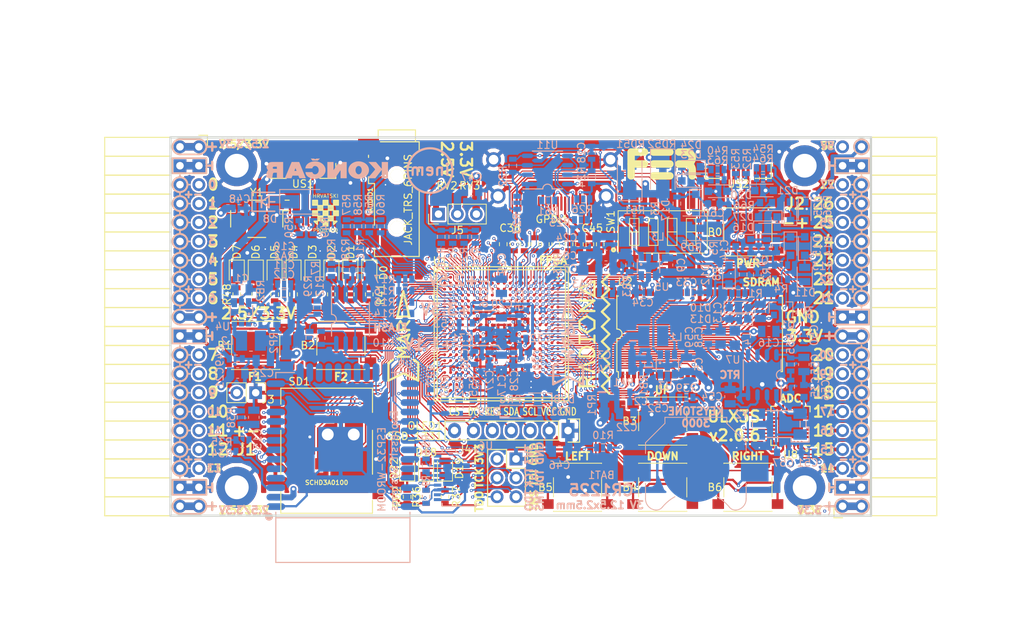
<source format=kicad_pcb>
(kicad_pcb (version 20171130) (host pcbnew 5.0.0-rc3+dfsg1-2)
  (layers (0 F.Cu signal) (1 In1.Cu signal) (2 In2.Cu signal) (31 B.Cu signal) (34 B.Paste user) (35 F.Paste user hide) (36 B.SilkS user) (37 F.SilkS user hide) (38 B.Mask user) (39 F.Mask user hide) (44 Edge.Cuts user))
  (net 0 "")
  (net 1 GND)
  (net 2 +5V)
  (net 3 /gpio/IN5V)
  (net 4 /gpio/OUT5V)
  (net 5 +3V3)
  (net 6 BTN_D)
  (net 7 BTN_F1)
  (net 8 BTN_F2)
  (net 9 BTN_L)
  (net 10 BTN_R)
  (net 11 BTN_U)
  (net 12 /power/FB1)
  (net 13 +2V5)
  (net 14 /power/PWREN)
  (net 15 /power/FB3)
  (net 16 /power/FB2)
  (net 17 /power/VBAT)
  (net 18 JTAG_TDI)
  (net 19 JTAG_TCK)
  (net 20 JTAG_TMS)
  (net 21 JTAG_TDO)
  (net 22 /power/WAKEUPn)
  (net 23 /power/WKUP)
  (net 24 /power/SHUT)
  (net 25 /power/WAKE)
  (net 26 /power/HOLD)
  (net 27 /power/WKn)
  (net 28 /power/OSCI_32k)
  (net 29 /power/OSCO_32k)
  (net 30 SHUTDOWN)
  (net 31 GPDI_SDA)
  (net 32 GPDI_SCL)
  (net 33 /gpdi/VREF2)
  (net 34 SD_CMD)
  (net 35 SD_CLK)
  (net 36 SD_D0)
  (net 37 SD_D1)
  (net 38 USB5V)
  (net 39 GPDI_CEC)
  (net 40 nRESET)
  (net 41 FTDI_nDTR)
  (net 42 SDRAM_CKE)
  (net 43 SDRAM_A7)
  (net 44 SDRAM_D15)
  (net 45 SDRAM_BA1)
  (net 46 SDRAM_D7)
  (net 47 SDRAM_A6)
  (net 48 SDRAM_CLK)
  (net 49 SDRAM_D13)
  (net 50 SDRAM_BA0)
  (net 51 SDRAM_D6)
  (net 52 SDRAM_A5)
  (net 53 SDRAM_D14)
  (net 54 SDRAM_A11)
  (net 55 SDRAM_D12)
  (net 56 SDRAM_D5)
  (net 57 SDRAM_A4)
  (net 58 SDRAM_A10)
  (net 59 SDRAM_D11)
  (net 60 SDRAM_A3)
  (net 61 SDRAM_D4)
  (net 62 SDRAM_D10)
  (net 63 SDRAM_D9)
  (net 64 SDRAM_A9)
  (net 65 SDRAM_D3)
  (net 66 SDRAM_D8)
  (net 67 SDRAM_A8)
  (net 68 SDRAM_A2)
  (net 69 SDRAM_A1)
  (net 70 SDRAM_A0)
  (net 71 SDRAM_D2)
  (net 72 SDRAM_D1)
  (net 73 SDRAM_D0)
  (net 74 SDRAM_DQM0)
  (net 75 SDRAM_nCS)
  (net 76 SDRAM_nRAS)
  (net 77 SDRAM_DQM1)
  (net 78 SDRAM_nCAS)
  (net 79 SDRAM_nWE)
  (net 80 /flash/FLASH_nWP)
  (net 81 /flash/FLASH_nHOLD)
  (net 82 /flash/FLASH_MOSI)
  (net 83 /flash/FLASH_MISO)
  (net 84 /flash/FLASH_SCK)
  (net 85 /flash/FLASH_nCS)
  (net 86 /flash/FPGA_PROGRAMN)
  (net 87 /flash/FPGA_DONE)
  (net 88 /flash/FPGA_INITN)
  (net 89 OLED_RES)
  (net 90 OLED_DC)
  (net 91 OLED_CS)
  (net 92 WIFI_EN)
  (net 93 FTDI_nRTS)
  (net 94 FTDI_TXD)
  (net 95 FTDI_RXD)
  (net 96 WIFI_RXD)
  (net 97 WIFI_GPIO0)
  (net 98 WIFI_TXD)
  (net 99 USB_FTDI_D+)
  (net 100 USB_FTDI_D-)
  (net 101 SD_D3)
  (net 102 AUDIO_L3)
  (net 103 AUDIO_L2)
  (net 104 AUDIO_L1)
  (net 105 AUDIO_L0)
  (net 106 AUDIO_R3)
  (net 107 AUDIO_R2)
  (net 108 AUDIO_R1)
  (net 109 AUDIO_R0)
  (net 110 OLED_CLK)
  (net 111 OLED_MOSI)
  (net 112 LED0)
  (net 113 LED1)
  (net 114 LED2)
  (net 115 LED3)
  (net 116 LED4)
  (net 117 LED5)
  (net 118 LED6)
  (net 119 LED7)
  (net 120 BTN_PWRn)
  (net 121 FTDI_nTXLED)
  (net 122 FTDI_nSLEEP)
  (net 123 /blinkey/LED_PWREN)
  (net 124 /blinkey/LED_TXLED)
  (net 125 /sdcard/SD3V3)
  (net 126 SD_D2)
  (net 127 CLK_25MHz)
  (net 128 /blinkey/BTNPUL)
  (net 129 /blinkey/BTNPUR)
  (net 130 USB_FPGA_D+)
  (net 131 /power/FTDI_nSUSPEND)
  (net 132 /blinkey/ALED0)
  (net 133 /blinkey/ALED1)
  (net 134 /blinkey/ALED2)
  (net 135 /blinkey/ALED3)
  (net 136 /blinkey/ALED4)
  (net 137 /blinkey/ALED5)
  (net 138 /blinkey/ALED6)
  (net 139 /blinkey/ALED7)
  (net 140 /usb/FTD-)
  (net 141 /usb/FTD+)
  (net 142 ADC_MISO)
  (net 143 ADC_MOSI)
  (net 144 ADC_CSn)
  (net 145 ADC_SCLK)
  (net 146 SW3)
  (net 147 SW2)
  (net 148 SW1)
  (net 149 USB_FPGA_D-)
  (net 150 /usb/FPD+)
  (net 151 /usb/FPD-)
  (net 152 WIFI_GPIO16)
  (net 153 /usb/ANT_433MHz)
  (net 154 PROG_DONE)
  (net 155 /power/P3V3)
  (net 156 /power/P2V5)
  (net 157 /power/L1)
  (net 158 /power/L3)
  (net 159 /power/L2)
  (net 160 FTDI_TXDEN)
  (net 161 SDRAM_A12)
  (net 162 /analog/AUDIO_V)
  (net 163 AUDIO_V3)
  (net 164 AUDIO_V2)
  (net 165 AUDIO_V1)
  (net 166 AUDIO_V0)
  (net 167 /blinkey/LED_WIFI)
  (net 168 /power/P1V1)
  (net 169 +1V1)
  (net 170 SW4)
  (net 171 /blinkey/SWPU)
  (net 172 /wifi/WIFIEN)
  (net 173 FT2V5)
  (net 174 GN0)
  (net 175 GP0)
  (net 176 GN1)
  (net 177 GP1)
  (net 178 GN2)
  (net 179 GP2)
  (net 180 GN3)
  (net 181 GP3)
  (net 182 GN4)
  (net 183 GP4)
  (net 184 GN5)
  (net 185 GP5)
  (net 186 GN6)
  (net 187 GP6)
  (net 188 GN14)
  (net 189 GP14)
  (net 190 GN15)
  (net 191 GP15)
  (net 192 GN16)
  (net 193 GP16)
  (net 194 GN17)
  (net 195 GP17)
  (net 196 GN18)
  (net 197 GP18)
  (net 198 GN19)
  (net 199 GP19)
  (net 200 GN20)
  (net 201 GP20)
  (net 202 GN21)
  (net 203 GP21)
  (net 204 GN22)
  (net 205 GP22)
  (net 206 GN23)
  (net 207 GP23)
  (net 208 GN24)
  (net 209 GP24)
  (net 210 GN25)
  (net 211 GP25)
  (net 212 GN26)
  (net 213 GP26)
  (net 214 GN27)
  (net 215 GP27)
  (net 216 GN7)
  (net 217 GP7)
  (net 218 GN8)
  (net 219 GP8)
  (net 220 GN9)
  (net 221 GP9)
  (net 222 GN10)
  (net 223 GP10)
  (net 224 GN11)
  (net 225 GP11)
  (net 226 GN12)
  (net 227 GP12)
  (net 228 GN13)
  (net 229 GP13)
  (net 230 WIFI_GPIO5)
  (net 231 WIFI_GPIO17)
  (net 232 USB_FPGA_PULL_D+)
  (net 233 USB_FPGA_PULL_D-)
  (net 234 "Net-(D23-Pad2)")
  (net 235 "Net-(D24-Pad1)")
  (net 236 "Net-(D25-Pad2)")
  (net 237 "Net-(D26-Pad1)")
  (net 238 /gpdi/GPDI_ETH+)
  (net 239 FPDI_ETH+)
  (net 240 /gpdi/GPDI_ETH-)
  (net 241 FPDI_ETH-)
  (net 242 /gpdi/GPDI_D2-)
  (net 243 FPDI_D2-)
  (net 244 /gpdi/GPDI_D1-)
  (net 245 FPDI_D1-)
  (net 246 /gpdi/GPDI_D0-)
  (net 247 FPDI_D0-)
  (net 248 /gpdi/GPDI_CLK-)
  (net 249 FPDI_CLK-)
  (net 250 /gpdi/GPDI_D2+)
  (net 251 FPDI_D2+)
  (net 252 /gpdi/GPDI_D1+)
  (net 253 FPDI_D1+)
  (net 254 /gpdi/GPDI_D0+)
  (net 255 FPDI_D0+)
  (net 256 /gpdi/GPDI_CLK+)
  (net 257 FPDI_CLK+)
  (net 258 FPDI_SDA)
  (net 259 FPDI_SCL)
  (net 260 /gpdi/FPDI_CEC)
  (net 261 2V5_3V3)
  (net 262 "Net-(AUDIO1-Pad5)")
  (net 263 "Net-(AUDIO1-Pad6)")
  (net 264 "Net-(U1-PadA15)")
  (net 265 "Net-(U1-PadC9)")
  (net 266 "Net-(U1-PadD9)")
  (net 267 "Net-(U1-PadD10)")
  (net 268 "Net-(U1-PadD11)")
  (net 269 "Net-(U1-PadD12)")
  (net 270 "Net-(U1-PadE6)")
  (net 271 "Net-(U1-PadE9)")
  (net 272 "Net-(U1-PadE10)")
  (net 273 "Net-(U1-PadE11)")
  (net 274 "Net-(U1-PadJ4)")
  (net 275 "Net-(U1-PadJ5)")
  (net 276 "Net-(U1-PadK5)")
  (net 277 "Net-(U1-PadL5)")
  (net 278 "Net-(U1-PadM5)")
  (net 279 SD_CD)
  (net 280 SD_WP)
  (net 281 "Net-(U1-PadR3)")
  (net 282 "Net-(U1-PadT16)")
  (net 283 "Net-(U1-PadW4)")
  (net 284 "Net-(U1-PadW5)")
  (net 285 "Net-(U1-PadW8)")
  (net 286 "Net-(U1-PadW9)")
  (net 287 "Net-(U1-PadW13)")
  (net 288 "Net-(U1-PadW14)")
  (net 289 "Net-(U1-PadW17)")
  (net 290 "Net-(U1-PadW18)")
  (net 291 FTDI_nRXLED)
  (net 292 "Net-(U8-Pad12)")
  (net 293 "Net-(U8-Pad25)")
  (net 294 "Net-(U9-Pad32)")
  (net 295 "Net-(U9-Pad22)")
  (net 296 "Net-(U9-Pad21)")
  (net 297 "Net-(U9-Pad20)")
  (net 298 "Net-(U9-Pad19)")
  (net 299 "Net-(U9-Pad18)")
  (net 300 "Net-(U9-Pad17)")
  (net 301 "Net-(U9-Pad12)")
  (net 302 "Net-(U9-Pad5)")
  (net 303 "Net-(U9-Pad4)")
  (net 304 "Net-(US1-Pad4)")
  (net 305 "Net-(Y2-Pad3)")
  (net 306 "Net-(Y2-Pad2)")
  (net 307 "Net-(U1-PadK16)")
  (net 308 "Net-(U1-PadK17)")
  (net 309 /usb/US2VBUS)
  (net 310 /power/SHD)
  (net 311 /power/RTCVDD)
  (net 312 "Net-(D27-Pad2)")
  (net 313 US2_ID)
  (net 314 /analog/AUDIO_L)
  (net 315 /analog/AUDIO_R)
  (net 316 /analog/ADC3V3)
  (net 317 PWRBTn)
  (net 318 USER_PROGRAMN)
  (module lfe5bg381:BGA-381_pitch0.8mm_dia0.4mm (layer F.Cu) (at 138.48 87.8)
    (fp_text reference U1 (at -8.2 -9.8) (layer F.SilkS))
    (fp_text value LFE5U-85F-6BG381C)
    (pad Y19 smd circle (at 6.8 7.6) (size 0.4 0.35) (layers F.Cu F.Paste F.Mask) (net 1 GND))
    (pad Y17 smd circle (at 5.2 7.6) (size 0.4 0.35) (layers F.Cu F.Paste F.Mask) (net 1 GND))
    (pad Y16 smd circle (at 4.4 7.6) (size 0.4 0.35) (layers F.Cu F.Paste F.Mask) (net 1 GND))
    (pad Y15 smd circle (at 3.6 7.6) (size 0.4 0.35) (layers F.Cu F.Paste F.Mask) (net 1 GND))
    (pad Y14 smd circle (at 2.8 7.6) (size 0.4 0.35) (layers F.Cu F.Paste F.Mask) (net 1 GND))
    (pad Y12 smd circle (at 1.2 7.6) (size 0.4 0.35) (layers F.Cu F.Paste F.Mask) (net 1 GND))
    (pad Y11 smd circle (at 0.4 7.6) (size 0.4 0.35) (layers F.Cu F.Paste F.Mask) (net 1 GND))
    (pad Y8 smd circle (at -2 7.6) (size 0.4 0.35) (layers F.Cu F.Paste F.Mask) (net 1 GND))
    (pad Y7 smd circle (at -2.8 7.6) (size 0.4 0.35) (layers F.Cu F.Paste F.Mask) (net 1 GND))
    (pad Y6 smd circle (at -3.6 7.6) (size 0.4 0.35) (layers F.Cu F.Paste F.Mask) (net 1 GND))
    (pad Y5 smd circle (at -4.4 7.6) (size 0.4 0.35) (layers F.Cu F.Paste F.Mask) (net 1 GND))
    (pad Y3 smd circle (at -6 7.6) (size 0.4 0.35) (layers F.Cu F.Paste F.Mask) (net 87 /flash/FPGA_DONE))
    (pad Y2 smd circle (at -6.8 7.6) (size 0.4 0.35) (layers F.Cu F.Paste F.Mask) (net 80 /flash/FLASH_nWP))
    (pad W20 smd circle (at 7.6 6.8) (size 0.4 0.35) (layers F.Cu F.Paste F.Mask) (net 1 GND))
    (pad W19 smd circle (at 6.8 6.8) (size 0.4 0.35) (layers F.Cu F.Paste F.Mask) (net 1 GND))
    (pad W18 smd circle (at 6 6.8) (size 0.4 0.35) (layers F.Cu F.Paste F.Mask) (net 290 "Net-(U1-PadW18)"))
    (pad W17 smd circle (at 5.2 6.8) (size 0.4 0.35) (layers F.Cu F.Paste F.Mask) (net 289 "Net-(U1-PadW17)"))
    (pad W16 smd circle (at 4.4 6.8) (size 0.4 0.35) (layers F.Cu F.Paste F.Mask) (net 1 GND))
    (pad W15 smd circle (at 3.6 6.8) (size 0.4 0.35) (layers F.Cu F.Paste F.Mask) (net 1 GND))
    (pad W14 smd circle (at 2.8 6.8) (size 0.4 0.35) (layers F.Cu F.Paste F.Mask) (net 288 "Net-(U1-PadW14)"))
    (pad W13 smd circle (at 2 6.8) (size 0.4 0.35) (layers F.Cu F.Paste F.Mask) (net 287 "Net-(U1-PadW13)"))
    (pad W12 smd circle (at 1.2 6.8) (size 0.4 0.35) (layers F.Cu F.Paste F.Mask) (net 1 GND))
    (pad W11 smd circle (at 0.4 6.8) (size 0.4 0.35) (layers F.Cu F.Paste F.Mask))
    (pad W10 smd circle (at -0.4 6.8) (size 0.4 0.35) (layers F.Cu F.Paste F.Mask))
    (pad W9 smd circle (at -1.2 6.8) (size 0.4 0.35) (layers F.Cu F.Paste F.Mask) (net 286 "Net-(U1-PadW9)"))
    (pad W8 smd circle (at -2 6.8) (size 0.4 0.35) (layers F.Cu F.Paste F.Mask) (net 285 "Net-(U1-PadW8)"))
    (pad W7 smd circle (at -2.8 6.8) (size 0.4 0.35) (layers F.Cu F.Paste F.Mask) (net 1 GND))
    (pad W6 smd circle (at -3.6 6.8) (size 0.4 0.35) (layers F.Cu F.Paste F.Mask) (net 1 GND))
    (pad W5 smd circle (at -4.4 6.8) (size 0.4 0.35) (layers F.Cu F.Paste F.Mask) (net 284 "Net-(U1-PadW5)"))
    (pad W4 smd circle (at -5.2 6.8) (size 0.4 0.35) (layers F.Cu F.Paste F.Mask) (net 283 "Net-(U1-PadW4)"))
    (pad W3 smd circle (at -6 6.8) (size 0.4 0.35) (layers F.Cu F.Paste F.Mask) (net 86 /flash/FPGA_PROGRAMN))
    (pad W2 smd circle (at -6.8 6.8) (size 0.4 0.35) (layers F.Cu F.Paste F.Mask) (net 82 /flash/FLASH_MOSI))
    (pad W1 smd circle (at -7.6 6.8) (size 0.4 0.35) (layers F.Cu F.Paste F.Mask) (net 81 /flash/FLASH_nHOLD))
    (pad V20 smd circle (at 7.6 6) (size 0.4 0.35) (layers F.Cu F.Paste F.Mask) (net 1 GND))
    (pad V19 smd circle (at 6.8 6) (size 0.4 0.35) (layers F.Cu F.Paste F.Mask) (net 1 GND))
    (pad V18 smd circle (at 6 6) (size 0.4 0.35) (layers F.Cu F.Paste F.Mask) (net 1 GND))
    (pad V17 smd circle (at 5.2 6) (size 0.4 0.35) (layers F.Cu F.Paste F.Mask) (net 1 GND))
    (pad V16 smd circle (at 4.4 6) (size 0.4 0.35) (layers F.Cu F.Paste F.Mask) (net 1 GND))
    (pad V15 smd circle (at 3.6 6) (size 0.4 0.35) (layers F.Cu F.Paste F.Mask) (net 1 GND))
    (pad V14 smd circle (at 2.8 6) (size 0.4 0.35) (layers F.Cu F.Paste F.Mask) (net 1 GND))
    (pad V13 smd circle (at 2 6) (size 0.4 0.35) (layers F.Cu F.Paste F.Mask) (net 1 GND))
    (pad V12 smd circle (at 1.2 6) (size 0.4 0.35) (layers F.Cu F.Paste F.Mask) (net 1 GND))
    (pad V11 smd circle (at 0.4 6) (size 0.4 0.35) (layers F.Cu F.Paste F.Mask) (net 1 GND))
    (pad V10 smd circle (at -0.4 6) (size 0.4 0.35) (layers F.Cu F.Paste F.Mask) (net 1 GND))
    (pad V9 smd circle (at -1.2 6) (size 0.4 0.35) (layers F.Cu F.Paste F.Mask) (net 1 GND))
    (pad V8 smd circle (at -2 6) (size 0.4 0.35) (layers F.Cu F.Paste F.Mask) (net 1 GND))
    (pad V7 smd circle (at -2.8 6) (size 0.4 0.35) (layers F.Cu F.Paste F.Mask) (net 1 GND))
    (pad V6 smd circle (at -3.6 6) (size 0.4 0.35) (layers F.Cu F.Paste F.Mask) (net 1 GND))
    (pad V5 smd circle (at -4.4 6) (size 0.4 0.35) (layers F.Cu F.Paste F.Mask) (net 1 GND))
    (pad V4 smd circle (at -5.2 6) (size 0.4 0.35) (layers F.Cu F.Paste F.Mask) (net 21 JTAG_TDO))
    (pad V3 smd circle (at -6 6) (size 0.4 0.35) (layers F.Cu F.Paste F.Mask) (net 88 /flash/FPGA_INITN))
    (pad V2 smd circle (at -6.8 6) (size 0.4 0.35) (layers F.Cu F.Paste F.Mask) (net 83 /flash/FLASH_MISO))
    (pad V1 smd circle (at -7.6 6) (size 0.4 0.35) (layers F.Cu F.Paste F.Mask) (net 6 BTN_D))
    (pad U20 smd circle (at 7.6 5.2) (size 0.4 0.35) (layers F.Cu F.Paste F.Mask) (net 46 SDRAM_D7))
    (pad U19 smd circle (at 6.8 5.2) (size 0.4 0.35) (layers F.Cu F.Paste F.Mask) (net 74 SDRAM_DQM0))
    (pad U18 smd circle (at 6 5.2) (size 0.4 0.35) (layers F.Cu F.Paste F.Mask) (net 189 GP14))
    (pad U17 smd circle (at 5.2 5.2) (size 0.4 0.35) (layers F.Cu F.Paste F.Mask) (net 188 GN14))
    (pad U16 smd circle (at 4.4 5.2) (size 0.4 0.35) (layers F.Cu F.Paste F.Mask) (net 142 ADC_MISO))
    (pad U15 smd circle (at 3.6 5.2) (size 0.4 0.35) (layers F.Cu F.Paste F.Mask) (net 1 GND))
    (pad U14 smd circle (at 2.8 5.2) (size 0.4 0.35) (layers F.Cu F.Paste F.Mask) (net 1 GND))
    (pad U13 smd circle (at 2 5.2) (size 0.4 0.35) (layers F.Cu F.Paste F.Mask) (net 1 GND))
    (pad U12 smd circle (at 1.2 5.2) (size 0.4 0.35) (layers F.Cu F.Paste F.Mask) (net 1 GND))
    (pad U11 smd circle (at 0.4 5.2) (size 0.4 0.35) (layers F.Cu F.Paste F.Mask) (net 1 GND))
    (pad U10 smd circle (at -0.4 5.2) (size 0.4 0.35) (layers F.Cu F.Paste F.Mask) (net 1 GND))
    (pad U9 smd circle (at -1.2 5.2) (size 0.4 0.35) (layers F.Cu F.Paste F.Mask) (net 1 GND))
    (pad U8 smd circle (at -2 5.2) (size 0.4 0.35) (layers F.Cu F.Paste F.Mask) (net 1 GND))
    (pad U7 smd circle (at -2.8 5.2) (size 0.4 0.35) (layers F.Cu F.Paste F.Mask) (net 1 GND))
    (pad U6 smd circle (at -3.6 5.2) (size 0.4 0.35) (layers F.Cu F.Paste F.Mask) (net 1 GND))
    (pad U5 smd circle (at -4.4 5.2) (size 0.4 0.35) (layers F.Cu F.Paste F.Mask) (net 20 JTAG_TMS))
    (pad U4 smd circle (at -5.2 5.2) (size 0.4 0.35) (layers F.Cu F.Paste F.Mask) (net 1 GND))
    (pad U3 smd circle (at -6 5.2) (size 0.4 0.35) (layers F.Cu F.Paste F.Mask) (net 84 /flash/FLASH_SCK))
    (pad U2 smd circle (at -6.8 5.2) (size 0.4 0.35) (layers F.Cu F.Paste F.Mask) (net 5 +3V3))
    (pad U1 smd circle (at -7.6 5.2) (size 0.4 0.35) (layers F.Cu F.Paste F.Mask) (net 9 BTN_L))
    (pad T20 smd circle (at 7.6 4.4) (size 0.4 0.35) (layers F.Cu F.Paste F.Mask) (net 79 SDRAM_nWE))
    (pad T19 smd circle (at 6.8 4.4) (size 0.4 0.35) (layers F.Cu F.Paste F.Mask) (net 78 SDRAM_nCAS))
    (pad T18 smd circle (at 6 4.4) (size 0.4 0.35) (layers F.Cu F.Paste F.Mask) (net 56 SDRAM_D5))
    (pad T17 smd circle (at 5.2 4.4) (size 0.4 0.35) (layers F.Cu F.Paste F.Mask) (net 51 SDRAM_D6))
    (pad T16 smd circle (at 4.4 4.4) (size 0.4 0.35) (layers F.Cu F.Paste F.Mask) (net 282 "Net-(U1-PadT16)"))
    (pad T15 smd circle (at 3.6 4.4) (size 0.4 0.35) (layers F.Cu F.Paste F.Mask) (net 1 GND))
    (pad T14 smd circle (at 2.8 4.4) (size 0.4 0.35) (layers F.Cu F.Paste F.Mask) (net 1 GND))
    (pad T13 smd circle (at 2 4.4) (size 0.4 0.35) (layers F.Cu F.Paste F.Mask) (net 1 GND))
    (pad T12 smd circle (at 1.2 4.4) (size 0.4 0.35) (layers F.Cu F.Paste F.Mask) (net 1 GND))
    (pad T11 smd circle (at 0.4 4.4) (size 0.4 0.35) (layers F.Cu F.Paste F.Mask) (net 1 GND))
    (pad T10 smd circle (at -0.4 4.4) (size 0.4 0.35) (layers F.Cu F.Paste F.Mask) (net 1 GND))
    (pad T9 smd circle (at -1.2 4.4) (size 0.4 0.35) (layers F.Cu F.Paste F.Mask) (net 1 GND))
    (pad T8 smd circle (at -2 4.4) (size 0.4 0.35) (layers F.Cu F.Paste F.Mask) (net 1 GND))
    (pad T7 smd circle (at -2.8 4.4) (size 0.4 0.35) (layers F.Cu F.Paste F.Mask) (net 1 GND))
    (pad T6 smd circle (at -3.6 4.4) (size 0.4 0.35) (layers F.Cu F.Paste F.Mask) (net 1 GND))
    (pad T5 smd circle (at -4.4 4.4) (size 0.4 0.35) (layers F.Cu F.Paste F.Mask) (net 19 JTAG_TCK))
    (pad T4 smd circle (at -5.2 4.4) (size 0.4 0.35) (layers F.Cu F.Paste F.Mask) (net 5 +3V3))
    (pad T3 smd circle (at -6 4.4) (size 0.4 0.35) (layers F.Cu F.Paste F.Mask) (net 5 +3V3))
    (pad T2 smd circle (at -6.8 4.4) (size 0.4 0.35) (layers F.Cu F.Paste F.Mask) (net 5 +3V3))
    (pad T1 smd circle (at -7.6 4.4) (size 0.4 0.35) (layers F.Cu F.Paste F.Mask) (net 8 BTN_F2))
    (pad R20 smd circle (at 7.6 3.6) (size 0.4 0.35) (layers F.Cu F.Paste F.Mask) (net 76 SDRAM_nRAS))
    (pad R19 smd circle (at 6.8 3.6) (size 0.4 0.35) (layers F.Cu F.Paste F.Mask) (net 1 GND))
    (pad R18 smd circle (at 6 3.6) (size 0.4 0.35) (layers F.Cu F.Paste F.Mask) (net 11 BTN_U))
    (pad R17 smd circle (at 5.2 3.6) (size 0.4 0.35) (layers F.Cu F.Paste F.Mask) (net 144 ADC_CSn))
    (pad R16 smd circle (at 4.4 3.6) (size 0.4 0.35) (layers F.Cu F.Paste F.Mask) (net 143 ADC_MOSI))
    (pad R5 smd circle (at -4.4 3.6) (size 0.4 0.35) (layers F.Cu F.Paste F.Mask) (net 18 JTAG_TDI))
    (pad R4 smd circle (at -5.2 3.6) (size 0.4 0.35) (layers F.Cu F.Paste F.Mask) (net 1 GND))
    (pad R3 smd circle (at -6 3.6) (size 0.4 0.35) (layers F.Cu F.Paste F.Mask) (net 281 "Net-(U1-PadR3)"))
    (pad R2 smd circle (at -6.8 3.6) (size 0.4 0.35) (layers F.Cu F.Paste F.Mask) (net 85 /flash/FLASH_nCS))
    (pad R1 smd circle (at -7.6 3.6) (size 0.4 0.35) (layers F.Cu F.Paste F.Mask) (net 7 BTN_F1))
    (pad P20 smd circle (at 7.6 2.8) (size 0.4 0.35) (layers F.Cu F.Paste F.Mask) (net 75 SDRAM_nCS))
    (pad P19 smd circle (at 6.8 2.8) (size 0.4 0.35) (layers F.Cu F.Paste F.Mask) (net 50 SDRAM_BA0))
    (pad P18 smd circle (at 6 2.8) (size 0.4 0.35) (layers F.Cu F.Paste F.Mask) (net 61 SDRAM_D4))
    (pad P17 smd circle (at 5.2 2.8) (size 0.4 0.35) (layers F.Cu F.Paste F.Mask) (net 145 ADC_SCLK))
    (pad P16 smd circle (at 4.4 2.8) (size 0.4 0.35) (layers F.Cu F.Paste F.Mask) (net 190 GN15))
    (pad P15 smd circle (at 3.6 2.8) (size 0.4 0.35) (layers F.Cu F.Paste F.Mask) (net 13 +2V5))
    (pad P14 smd circle (at 2.8 2.8) (size 0.4 0.35) (layers F.Cu F.Paste F.Mask) (net 1 GND))
    (pad P13 smd circle (at 2 2.8) (size 0.4 0.35) (layers F.Cu F.Paste F.Mask) (net 1 GND))
    (pad P12 smd circle (at 1.2 2.8) (size 0.4 0.35) (layers F.Cu F.Paste F.Mask) (net 1 GND))
    (pad P11 smd circle (at 0.4 2.8) (size 0.4 0.35) (layers F.Cu F.Paste F.Mask) (net 1 GND))
    (pad P10 smd circle (at -0.4 2.8) (size 0.4 0.35) (layers F.Cu F.Paste F.Mask) (net 5 +3V3))
    (pad P9 smd circle (at -1.2 2.8) (size 0.4 0.35) (layers F.Cu F.Paste F.Mask) (net 5 +3V3))
    (pad P8 smd circle (at -2 2.8) (size 0.4 0.35) (layers F.Cu F.Paste F.Mask) (net 1 GND))
    (pad P7 smd circle (at -2.8 2.8) (size 0.4 0.35) (layers F.Cu F.Paste F.Mask) (net 1 GND))
    (pad P6 smd circle (at -3.6 2.8) (size 0.4 0.35) (layers F.Cu F.Paste F.Mask) (net 13 +2V5))
    (pad P5 smd circle (at -4.4 2.8) (size 0.4 0.35) (layers F.Cu F.Paste F.Mask) (net 280 SD_WP))
    (pad P4 smd circle (at -5.2 2.8) (size 0.4 0.35) (layers F.Cu F.Paste F.Mask) (net 110 OLED_CLK))
    (pad P3 smd circle (at -6 2.8) (size 0.4 0.35) (layers F.Cu F.Paste F.Mask) (net 111 OLED_MOSI))
    (pad P2 smd circle (at -6.8 2.8) (size 0.4 0.35) (layers F.Cu F.Paste F.Mask) (net 89 OLED_RES))
    (pad P1 smd circle (at -7.6 2.8) (size 0.4 0.35) (layers F.Cu F.Paste F.Mask) (net 90 OLED_DC))
    (pad N20 smd circle (at 7.6 2) (size 0.4 0.35) (layers F.Cu F.Paste F.Mask) (net 45 SDRAM_BA1))
    (pad N19 smd circle (at 6.8 2) (size 0.4 0.35) (layers F.Cu F.Paste F.Mask) (net 58 SDRAM_A10))
    (pad N18 smd circle (at 6 2) (size 0.4 0.35) (layers F.Cu F.Paste F.Mask) (net 65 SDRAM_D3))
    (pad N17 smd circle (at 5.2 2) (size 0.4 0.35) (layers F.Cu F.Paste F.Mask) (net 191 GP15))
    (pad N16 smd circle (at 4.4 2) (size 0.4 0.35) (layers F.Cu F.Paste F.Mask) (net 193 GP16))
    (pad N15 smd circle (at 3.6 2) (size 0.4 0.35) (layers F.Cu F.Paste F.Mask) (net 1 GND))
    (pad N14 smd circle (at 2.8 2) (size 0.4 0.35) (layers F.Cu F.Paste F.Mask) (net 1 GND))
    (pad N13 smd circle (at 2 2) (size 0.4 0.35) (layers F.Cu F.Paste F.Mask) (net 169 +1V1))
    (pad N12 smd circle (at 1.2 2) (size 0.4 0.35) (layers F.Cu F.Paste F.Mask) (net 169 +1V1))
    (pad N11 smd circle (at 0.4 2) (size 0.4 0.35) (layers F.Cu F.Paste F.Mask) (net 169 +1V1))
    (pad N10 smd circle (at -0.4 2) (size 0.4 0.35) (layers F.Cu F.Paste F.Mask) (net 169 +1V1))
    (pad N9 smd circle (at -1.2 2) (size 0.4 0.35) (layers F.Cu F.Paste F.Mask) (net 169 +1V1))
    (pad N8 smd circle (at -2 2) (size 0.4 0.35) (layers F.Cu F.Paste F.Mask) (net 169 +1V1))
    (pad N7 smd circle (at -2.8 2) (size 0.4 0.35) (layers F.Cu F.Paste F.Mask) (net 1 GND))
    (pad N6 smd circle (at -3.6 2) (size 0.4 0.35) (layers F.Cu F.Paste F.Mask) (net 1 GND))
    (pad N5 smd circle (at -4.4 2) (size 0.4 0.35) (layers F.Cu F.Paste F.Mask) (net 279 SD_CD))
    (pad N4 smd circle (at -5.2 2) (size 0.4 0.35) (layers F.Cu F.Paste F.Mask) (net 230 WIFI_GPIO5))
    (pad N3 smd circle (at -6 2) (size 0.4 0.35) (layers F.Cu F.Paste F.Mask) (net 231 WIFI_GPIO17))
    (pad N2 smd circle (at -6.8 2) (size 0.4 0.35) (layers F.Cu F.Paste F.Mask) (net 91 OLED_CS))
    (pad N1 smd circle (at -7.6 2) (size 0.4 0.35) (layers F.Cu F.Paste F.Mask) (net 41 FTDI_nDTR))
    (pad M20 smd circle (at 7.6 1.2) (size 0.4 0.35) (layers F.Cu F.Paste F.Mask) (net 70 SDRAM_A0))
    (pad M19 smd circle (at 6.8 1.2) (size 0.4 0.35) (layers F.Cu F.Paste F.Mask) (net 69 SDRAM_A1))
    (pad M18 smd circle (at 6 1.2) (size 0.4 0.35) (layers F.Cu F.Paste F.Mask) (net 71 SDRAM_D2))
    (pad M17 smd circle (at 5.2 1.2) (size 0.4 0.35) (layers F.Cu F.Paste F.Mask) (net 192 GN16))
    (pad M16 smd circle (at 4.4 1.2) (size 0.4 0.35) (layers F.Cu F.Paste F.Mask) (net 1 GND))
    (pad M15 smd circle (at 3.6 1.2) (size 0.4 0.35) (layers F.Cu F.Paste F.Mask) (net 5 +3V3))
    (pad M14 smd circle (at 2.8 1.2) (size 0.4 0.35) (layers F.Cu F.Paste F.Mask) (net 1 GND))
    (pad M13 smd circle (at 2 1.2) (size 0.4 0.35) (layers F.Cu F.Paste F.Mask) (net 169 +1V1))
    (pad M12 smd circle (at 1.2 1.2) (size 0.4 0.35) (layers F.Cu F.Paste F.Mask) (net 1 GND))
    (pad M11 smd circle (at 0.4 1.2) (size 0.4 0.35) (layers F.Cu F.Paste F.Mask) (net 1 GND))
    (pad M10 smd circle (at -0.4 1.2) (size 0.4 0.35) (layers F.Cu F.Paste F.Mask) (net 1 GND))
    (pad M9 smd circle (at -1.2 1.2) (size 0.4 0.35) (layers F.Cu F.Paste F.Mask) (net 1 GND))
    (pad M8 smd circle (at -2 1.2) (size 0.4 0.35) (layers F.Cu F.Paste F.Mask) (net 169 +1V1))
    (pad M7 smd circle (at -2.8 1.2) (size 0.4 0.35) (layers F.Cu F.Paste F.Mask) (net 1 GND))
    (pad M6 smd circle (at -3.6 1.2) (size 0.4 0.35) (layers F.Cu F.Paste F.Mask) (net 5 +3V3))
    (pad M5 smd circle (at -4.4 1.2) (size 0.4 0.35) (layers F.Cu F.Paste F.Mask) (net 278 "Net-(U1-PadM5)"))
    (pad M4 smd circle (at -5.2 1.2) (size 0.4 0.35) (layers F.Cu F.Paste F.Mask) (net 318 USER_PROGRAMN))
    (pad M3 smd circle (at -6 1.2) (size 0.4 0.35) (layers F.Cu F.Paste F.Mask) (net 93 FTDI_nRTS))
    (pad M2 smd circle (at -6.8 1.2) (size 0.4 0.35) (layers F.Cu F.Paste F.Mask) (net 1 GND))
    (pad M1 smd circle (at -7.6 1.2) (size 0.4 0.35) (layers F.Cu F.Paste F.Mask) (net 94 FTDI_TXD))
    (pad L20 smd circle (at 7.6 0.4) (size 0.4 0.35) (layers F.Cu F.Paste F.Mask) (net 68 SDRAM_A2))
    (pad L19 smd circle (at 6.8 0.4) (size 0.4 0.35) (layers F.Cu F.Paste F.Mask) (net 60 SDRAM_A3))
    (pad L18 smd circle (at 6 0.4) (size 0.4 0.35) (layers F.Cu F.Paste F.Mask) (net 72 SDRAM_D1))
    (pad L17 smd circle (at 5.2 0.4) (size 0.4 0.35) (layers F.Cu F.Paste F.Mask) (net 194 GN17))
    (pad L16 smd circle (at 4.4 0.4) (size 0.4 0.35) (layers F.Cu F.Paste F.Mask) (net 195 GP17))
    (pad L15 smd circle (at 3.6 0.4) (size 0.4 0.35) (layers F.Cu F.Paste F.Mask) (net 5 +3V3))
    (pad L14 smd circle (at 2.8 0.4) (size 0.4 0.35) (layers F.Cu F.Paste F.Mask) (net 5 +3V3))
    (pad L13 smd circle (at 2 0.4) (size 0.4 0.35) (layers F.Cu F.Paste F.Mask) (net 169 +1V1))
    (pad L12 smd circle (at 1.2 0.4) (size 0.4 0.35) (layers F.Cu F.Paste F.Mask) (net 1 GND))
    (pad L11 smd circle (at 0.4 0.4) (size 0.4 0.35) (layers F.Cu F.Paste F.Mask) (net 1 GND))
    (pad L10 smd circle (at -0.4 0.4) (size 0.4 0.35) (layers F.Cu F.Paste F.Mask) (net 1 GND))
    (pad L9 smd circle (at -1.2 0.4) (size 0.4 0.35) (layers F.Cu F.Paste F.Mask) (net 1 GND))
    (pad L8 smd circle (at -2 0.4) (size 0.4 0.35) (layers F.Cu F.Paste F.Mask) (net 169 +1V1))
    (pad L7 smd circle (at -2.8 0.4) (size 0.4 0.35) (layers F.Cu F.Paste F.Mask) (net 5 +3V3))
    (pad L6 smd circle (at -3.6 0.4) (size 0.4 0.35) (layers F.Cu F.Paste F.Mask) (net 5 +3V3))
    (pad L5 smd circle (at -4.4 0.4) (size 0.4 0.35) (layers F.Cu F.Paste F.Mask) (net 277 "Net-(U1-PadL5)"))
    (pad L4 smd circle (at -5.2 0.4) (size 0.4 0.35) (layers F.Cu F.Paste F.Mask) (net 95 FTDI_RXD))
    (pad L3 smd circle (at -6 0.4) (size 0.4 0.35) (layers F.Cu F.Paste F.Mask) (net 160 FTDI_TXDEN))
    (pad L2 smd circle (at -6.8 0.4) (size 0.4 0.35) (layers F.Cu F.Paste F.Mask) (net 97 WIFI_GPIO0))
    (pad L1 smd circle (at -7.6 0.4) (size 0.4 0.35) (layers F.Cu F.Paste F.Mask) (net 152 WIFI_GPIO16))
    (pad K20 smd circle (at 7.6 -0.4) (size 0.4 0.35) (layers F.Cu F.Paste F.Mask) (net 57 SDRAM_A4))
    (pad K19 smd circle (at 6.8 -0.4) (size 0.4 0.35) (layers F.Cu F.Paste F.Mask) (net 52 SDRAM_A5))
    (pad K18 smd circle (at 6 -0.4) (size 0.4 0.35) (layers F.Cu F.Paste F.Mask) (net 47 SDRAM_A6))
    (pad K17 smd circle (at 5.2 -0.4) (size 0.4 0.35) (layers F.Cu F.Paste F.Mask) (net 308 "Net-(U1-PadK17)"))
    (pad K16 smd circle (at 4.4 -0.4) (size 0.4 0.35) (layers F.Cu F.Paste F.Mask) (net 307 "Net-(U1-PadK16)"))
    (pad K15 smd circle (at 3.6 -0.4) (size 0.4 0.35) (layers F.Cu F.Paste F.Mask) (net 1 GND))
    (pad K14 smd circle (at 2.8 -0.4) (size 0.4 0.35) (layers F.Cu F.Paste F.Mask) (net 1 GND))
    (pad K13 smd circle (at 2 -0.4) (size 0.4 0.35) (layers F.Cu F.Paste F.Mask) (net 169 +1V1))
    (pad K12 smd circle (at 1.2 -0.4) (size 0.4 0.35) (layers F.Cu F.Paste F.Mask) (net 1 GND))
    (pad K11 smd circle (at 0.4 -0.4) (size 0.4 0.35) (layers F.Cu F.Paste F.Mask) (net 1 GND))
    (pad K10 smd circle (at -0.4 -0.4) (size 0.4 0.35) (layers F.Cu F.Paste F.Mask) (net 1 GND))
    (pad K9 smd circle (at -1.2 -0.4) (size 0.4 0.35) (layers F.Cu F.Paste F.Mask) (net 1 GND))
    (pad K8 smd circle (at -2 -0.4) (size 0.4 0.35) (layers F.Cu F.Paste F.Mask) (net 169 +1V1))
    (pad K7 smd circle (at -2.8 -0.4) (size 0.4 0.35) (layers F.Cu F.Paste F.Mask) (net 1 GND))
    (pad K6 smd circle (at -3.6 -0.4) (size 0.4 0.35) (layers F.Cu F.Paste F.Mask) (net 1 GND))
    (pad K5 smd circle (at -4.4 -0.4) (size 0.4 0.35) (layers F.Cu F.Paste F.Mask) (net 276 "Net-(U1-PadK5)"))
    (pad K4 smd circle (at -5.2 -0.4) (size 0.4 0.35) (layers F.Cu F.Paste F.Mask) (net 98 WIFI_TXD))
    (pad K3 smd circle (at -6 -0.4) (size 0.4 0.35) (layers F.Cu F.Paste F.Mask) (net 96 WIFI_RXD))
    (pad K2 smd circle (at -6.8 -0.4) (size 0.4 0.35) (layers F.Cu F.Paste F.Mask) (net 101 SD_D3))
    (pad K1 smd circle (at -7.6 -0.4) (size 0.4 0.35) (layers F.Cu F.Paste F.Mask) (net 126 SD_D2))
    (pad J20 smd circle (at 7.6 -1.2) (size 0.4 0.35) (layers F.Cu F.Paste F.Mask) (net 43 SDRAM_A7))
    (pad J19 smd circle (at 6.8 -1.2) (size 0.4 0.35) (layers F.Cu F.Paste F.Mask) (net 67 SDRAM_A8))
    (pad J18 smd circle (at 6 -1.2) (size 0.4 0.35) (layers F.Cu F.Paste F.Mask) (net 53 SDRAM_D14))
    (pad J17 smd circle (at 5.2 -1.2) (size 0.4 0.35) (layers F.Cu F.Paste F.Mask) (net 44 SDRAM_D15))
    (pad J16 smd circle (at 4.4 -1.2) (size 0.4 0.35) (layers F.Cu F.Paste F.Mask) (net 73 SDRAM_D0))
    (pad J15 smd circle (at 3.6 -1.2) (size 0.4 0.35) (layers F.Cu F.Paste F.Mask) (net 5 +3V3))
    (pad J14 smd circle (at 2.8 -1.2) (size 0.4 0.35) (layers F.Cu F.Paste F.Mask) (net 1 GND))
    (pad J13 smd circle (at 2 -1.2) (size 0.4 0.35) (layers F.Cu F.Paste F.Mask) (net 169 +1V1))
    (pad J12 smd circle (at 1.2 -1.2) (size 0.4 0.35) (layers F.Cu F.Paste F.Mask) (net 1 GND))
    (pad J11 smd circle (at 0.4 -1.2) (size 0.4 0.35) (layers F.Cu F.Paste F.Mask) (net 1 GND))
    (pad J10 smd circle (at -0.4 -1.2) (size 0.4 0.35) (layers F.Cu F.Paste F.Mask) (net 1 GND))
    (pad J9 smd circle (at -1.2 -1.2) (size 0.4 0.35) (layers F.Cu F.Paste F.Mask) (net 1 GND))
    (pad J8 smd circle (at -2 -1.2) (size 0.4 0.35) (layers F.Cu F.Paste F.Mask) (net 169 +1V1))
    (pad J7 smd circle (at -2.8 -1.2) (size 0.4 0.35) (layers F.Cu F.Paste F.Mask) (net 1 GND))
    (pad J6 smd circle (at -3.6 -1.2) (size 0.4 0.35) (layers F.Cu F.Paste F.Mask) (net 261 2V5_3V3))
    (pad J5 smd circle (at -4.4 -1.2) (size 0.4 0.35) (layers F.Cu F.Paste F.Mask) (net 275 "Net-(U1-PadJ5)"))
    (pad J4 smd circle (at -5.2 -1.2) (size 0.4 0.35) (layers F.Cu F.Paste F.Mask) (net 274 "Net-(U1-PadJ4)"))
    (pad J3 smd circle (at -6 -1.2) (size 0.4 0.35) (layers F.Cu F.Paste F.Mask) (net 36 SD_D0))
    (pad J2 smd circle (at -6.8 -1.2) (size 0.4 0.35) (layers F.Cu F.Paste F.Mask) (net 1 GND))
    (pad J1 smd circle (at -7.6 -1.2) (size 0.4 0.35) (layers F.Cu F.Paste F.Mask) (net 34 SD_CMD))
    (pad H20 smd circle (at 7.6 -2) (size 0.4 0.35) (layers F.Cu F.Paste F.Mask) (net 64 SDRAM_A9))
    (pad H19 smd circle (at 6.8 -2) (size 0.4 0.35) (layers F.Cu F.Paste F.Mask) (net 1 GND))
    (pad H18 smd circle (at 6 -2) (size 0.4 0.35) (layers F.Cu F.Paste F.Mask) (net 197 GP18))
    (pad H17 smd circle (at 5.2 -2) (size 0.4 0.35) (layers F.Cu F.Paste F.Mask) (net 196 GN18))
    (pad H16 smd circle (at 4.4 -2) (size 0.4 0.35) (layers F.Cu F.Paste F.Mask) (net 10 BTN_R))
    (pad H15 smd circle (at 3.6 -2) (size 0.4 0.35) (layers F.Cu F.Paste F.Mask) (net 5 +3V3))
    (pad H14 smd circle (at 2.8 -2) (size 0.4 0.35) (layers F.Cu F.Paste F.Mask) (net 5 +3V3))
    (pad H13 smd circle (at 2 -2) (size 0.4 0.35) (layers F.Cu F.Paste F.Mask) (net 169 +1V1))
    (pad H12 smd circle (at 1.2 -2) (size 0.4 0.35) (layers F.Cu F.Paste F.Mask) (net 169 +1V1))
    (pad H11 smd circle (at 0.4 -2) (size 0.4 0.35) (layers F.Cu F.Paste F.Mask) (net 169 +1V1))
    (pad H10 smd circle (at -0.4 -2) (size 0.4 0.35) (layers F.Cu F.Paste F.Mask) (net 169 +1V1))
    (pad H9 smd circle (at -1.2 -2) (size 0.4 0.35) (layers F.Cu F.Paste F.Mask) (net 169 +1V1))
    (pad H8 smd circle (at -2 -2) (size 0.4 0.35) (layers F.Cu F.Paste F.Mask) (net 169 +1V1))
    (pad H7 smd circle (at -2.8 -2) (size 0.4 0.35) (layers F.Cu F.Paste F.Mask) (net 261 2V5_3V3))
    (pad H6 smd circle (at -3.6 -2) (size 0.4 0.35) (layers F.Cu F.Paste F.Mask) (net 261 2V5_3V3))
    (pad H5 smd circle (at -4.4 -2) (size 0.4 0.35) (layers F.Cu F.Paste F.Mask) (net 166 AUDIO_V0))
    (pad H4 smd circle (at -5.2 -2) (size 0.4 0.35) (layers F.Cu F.Paste F.Mask) (net 229 GP13))
    (pad H3 smd circle (at -6 -2) (size 0.4 0.35) (layers F.Cu F.Paste F.Mask) (net 119 LED7))
    (pad H2 smd circle (at -6.8 -2) (size 0.4 0.35) (layers F.Cu F.Paste F.Mask) (net 35 SD_CLK))
    (pad H1 smd circle (at -7.6 -2) (size 0.4 0.35) (layers F.Cu F.Paste F.Mask) (net 37 SD_D1))
    (pad G20 smd circle (at 7.6 -2.8) (size 0.4 0.35) (layers F.Cu F.Paste F.Mask) (net 54 SDRAM_A11))
    (pad G19 smd circle (at 6.8 -2.8) (size 0.4 0.35) (layers F.Cu F.Paste F.Mask) (net 161 SDRAM_A12))
    (pad G18 smd circle (at 6 -2.8) (size 0.4 0.35) (layers F.Cu F.Paste F.Mask) (net 198 GN19))
    (pad G17 smd circle (at 5.2 -2.8) (size 0.4 0.35) (layers F.Cu F.Paste F.Mask) (net 1 GND))
    (pad G16 smd circle (at 4.4 -2.8) (size 0.4 0.35) (layers F.Cu F.Paste F.Mask) (net 30 SHUTDOWN))
    (pad G15 smd circle (at 3.6 -2.8) (size 0.4 0.35) (layers F.Cu F.Paste F.Mask) (net 1 GND))
    (pad G14 smd circle (at 2.8 -2.8) (size 0.4 0.35) (layers F.Cu F.Paste F.Mask) (net 1 GND))
    (pad G13 smd circle (at 2 -2.8) (size 0.4 0.35) (layers F.Cu F.Paste F.Mask) (net 1 GND))
    (pad G12 smd circle (at 1.2 -2.8) (size 0.4 0.35) (layers F.Cu F.Paste F.Mask) (net 1 GND))
    (pad G11 smd circle (at 0.4 -2.8) (size 0.4 0.35) (layers F.Cu F.Paste F.Mask) (net 1 GND))
    (pad G10 smd circle (at -0.4 -2.8) (size 0.4 0.35) (layers F.Cu F.Paste F.Mask) (net 1 GND))
    (pad G9 smd circle (at -1.2 -2.8) (size 0.4 0.35) (layers F.Cu F.Paste F.Mask) (net 1 GND))
    (pad G8 smd circle (at -2 -2.8) (size 0.4 0.35) (layers F.Cu F.Paste F.Mask) (net 1 GND))
    (pad G7 smd circle (at -2.8 -2.8) (size 0.4 0.35) (layers F.Cu F.Paste F.Mask) (net 1 GND))
    (pad G6 smd circle (at -3.6 -2.8) (size 0.4 0.35) (layers F.Cu F.Paste F.Mask) (net 1 GND))
    (pad G5 smd circle (at -4.4 -2.8) (size 0.4 0.35) (layers F.Cu F.Paste F.Mask) (net 228 GN13))
    (pad G4 smd circle (at -5.2 -2.8) (size 0.4 0.35) (layers F.Cu F.Paste F.Mask) (net 1 GND))
    (pad G3 smd circle (at -6 -2.8) (size 0.4 0.35) (layers F.Cu F.Paste F.Mask) (net 227 GP12))
    (pad G2 smd circle (at -6.8 -2.8) (size 0.4 0.35) (layers F.Cu F.Paste F.Mask) (net 127 CLK_25MHz))
    (pad G1 smd circle (at -7.6 -2.8) (size 0.4 0.35) (layers F.Cu F.Paste F.Mask) (net 153 /usb/ANT_433MHz))
    (pad F20 smd circle (at 7.6 -3.6) (size 0.4 0.35) (layers F.Cu F.Paste F.Mask) (net 42 SDRAM_CKE))
    (pad F19 smd circle (at 6.8 -3.6) (size 0.4 0.35) (layers F.Cu F.Paste F.Mask) (net 48 SDRAM_CLK))
    (pad F18 smd circle (at 6 -3.6) (size 0.4 0.35) (layers F.Cu F.Paste F.Mask) (net 49 SDRAM_D13))
    (pad F17 smd circle (at 5.2 -3.6) (size 0.4 0.35) (layers F.Cu F.Paste F.Mask) (net 199 GP19))
    (pad F16 smd circle (at 4.4 -3.6) (size 0.4 0.35) (layers F.Cu F.Paste F.Mask) (net 149 USB_FPGA_D-))
    (pad F15 smd circle (at 3.6 -3.6) (size 0.4 0.35) (layers F.Cu F.Paste F.Mask) (net 13 +2V5))
    (pad F14 smd circle (at 2.8 -3.6) (size 0.4 0.35) (layers F.Cu F.Paste F.Mask) (net 1 GND))
    (pad F13 smd circle (at 2 -3.6) (size 0.4 0.35) (layers F.Cu F.Paste F.Mask) (net 1 GND))
    (pad F12 smd circle (at 1.2 -3.6) (size 0.4 0.35) (layers F.Cu F.Paste F.Mask) (net 5 +3V3))
    (pad F11 smd circle (at 0.4 -3.6) (size 0.4 0.35) (layers F.Cu F.Paste F.Mask) (net 5 +3V3))
    (pad F10 smd circle (at -0.4 -3.6) (size 0.4 0.35) (layers F.Cu F.Paste F.Mask) (net 261 2V5_3V3))
    (pad F9 smd circle (at -1.2 -3.6) (size 0.4 0.35) (layers F.Cu F.Paste F.Mask) (net 261 2V5_3V3))
    (pad F8 smd circle (at -2 -3.6) (size 0.4 0.35) (layers F.Cu F.Paste F.Mask) (net 1 GND))
    (pad F7 smd circle (at -2.8 -3.6) (size 0.4 0.35) (layers F.Cu F.Paste F.Mask) (net 1 GND))
    (pad F6 smd circle (at -3.6 -3.6) (size 0.4 0.35) (layers F.Cu F.Paste F.Mask) (net 13 +2V5))
    (pad F5 smd circle (at -4.4 -3.6) (size 0.4 0.35) (layers F.Cu F.Paste F.Mask) (net 164 AUDIO_V2))
    (pad F4 smd circle (at -5.2 -3.6) (size 0.4 0.35) (layers F.Cu F.Paste F.Mask) (net 225 GP11))
    (pad F3 smd circle (at -6 -3.6) (size 0.4 0.4) (layers F.Cu F.Paste F.Mask) (net 226 GN12))
    (pad F2 smd circle (at -6.8 -3.6) (size 0.4 0.4) (layers F.Cu F.Paste F.Mask) (net 165 AUDIO_V1))
    (pad F1 smd circle (at -7.6 -3.6) (size 0.4 0.35) (layers F.Cu F.Paste F.Mask) (net 92 WIFI_EN))
    (pad E20 smd circle (at 7.6 -4.4) (size 0.4 0.35) (layers F.Cu F.Paste F.Mask) (net 77 SDRAM_DQM1))
    (pad E19 smd circle (at 6.8 -4.4) (size 0.4 0.35) (layers F.Cu F.Paste F.Mask) (net 66 SDRAM_D8))
    (pad E18 smd circle (at 6 -4.4) (size 0.4 0.35) (layers F.Cu F.Paste F.Mask) (net 55 SDRAM_D12))
    (pad E17 smd circle (at 5.2 -4.4) (size 0.4 0.35) (layers F.Cu F.Paste F.Mask) (net 200 GN20))
    (pad E16 smd circle (at 4.4 -4.4) (size 0.4 0.35) (layers F.Cu F.Paste F.Mask) (net 130 USB_FPGA_D+))
    (pad E15 smd circle (at 3.6 -4.4) (size 0.4 0.35) (layers F.Cu F.Paste F.Mask) (net 149 USB_FPGA_D-))
    (pad E14 smd circle (at 2.8 -4.4) (size 0.4 0.35) (layers F.Cu F.Paste F.Mask) (net 210 GN25))
    (pad E13 smd circle (at 2 -4.4) (size 0.4 0.35) (layers F.Cu F.Paste F.Mask) (net 214 GN27))
    (pad E12 smd circle (at 1.2 -4.4) (size 0.4 0.35) (layers F.Cu F.Paste F.Mask) (net 259 FPDI_SCL))
    (pad E11 smd circle (at 0.4 -4.4) (size 0.4 0.35) (layers F.Cu F.Paste F.Mask) (net 273 "Net-(U1-PadE11)"))
    (pad E10 smd circle (at -0.4 -4.4) (size 0.4 0.35) (layers F.Cu F.Paste F.Mask) (net 272 "Net-(U1-PadE10)"))
    (pad E9 smd circle (at -1.2 -4.4) (size 0.4 0.35) (layers F.Cu F.Paste F.Mask) (net 271 "Net-(U1-PadE9)"))
    (pad E8 smd circle (at -2 -4.4) (size 0.4 0.35) (layers F.Cu F.Paste F.Mask) (net 148 SW1))
    (pad E7 smd circle (at -2.8 -4.4) (size 0.4 0.35) (layers F.Cu F.Paste F.Mask) (net 170 SW4))
    (pad E6 smd circle (at -3.6 -4.4) (size 0.4 0.35) (layers F.Cu F.Paste F.Mask) (net 270 "Net-(U1-PadE6)"))
    (pad E5 smd circle (at -4.4 -4.4) (size 0.4 0.35) (layers F.Cu F.Paste F.Mask) (net 163 AUDIO_V3))
    (pad E4 smd circle (at -5.2 -4.4) (size 0.4 0.35) (layers F.Cu F.Paste F.Mask) (net 105 AUDIO_L0))
    (pad E3 smd circle (at -6 -4.4) (size 0.4 0.4) (layers F.Cu F.Paste F.Mask) (net 224 GN11))
    (pad E2 smd circle (at -6.8 -4.4) (size 0.4 0.35) (layers F.Cu F.Paste F.Mask) (net 117 LED5))
    (pad E1 smd circle (at -7.6 -4.4) (size 0.4 0.35) (layers F.Cu F.Paste F.Mask) (net 118 LED6))
    (pad D20 smd circle (at 7.6 -5.2) (size 0.4 0.35) (layers F.Cu F.Paste F.Mask) (net 63 SDRAM_D9))
    (pad D19 smd circle (at 6.8 -5.2) (size 0.4 0.35) (layers F.Cu F.Paste F.Mask) (net 62 SDRAM_D10))
    (pad D18 smd circle (at 6 -5.2) (size 0.4 0.35) (layers F.Cu F.Paste F.Mask) (net 201 GP20))
    (pad D17 smd circle (at 5.2 -5.2) (size 0.4 0.35) (layers F.Cu F.Paste F.Mask) (net 202 GN21))
    (pad D16 smd circle (at 4.4 -5.2) (size 0.4 0.35) (layers F.Cu F.Paste F.Mask) (net 208 GN24))
    (pad D15 smd circle (at 3.6 -5.2) (size 0.4 0.35) (layers F.Cu F.Paste F.Mask) (net 130 USB_FPGA_D+))
    (pad D14 smd circle (at 2.8 -5.2) (size 0.4 0.35) (layers F.Cu F.Paste F.Mask) (net 211 GP25))
    (pad D13 smd circle (at 2 -5.2) (size 0.4 0.35) (layers F.Cu F.Paste F.Mask) (net 215 GP27))
    (pad D12 smd circle (at 1.2 -5.2) (size 0.4 0.35) (layers F.Cu F.Paste F.Mask) (net 269 "Net-(U1-PadD12)"))
    (pad D11 smd circle (at 0.4 -5.2) (size 0.4 0.35) (layers F.Cu F.Paste F.Mask) (net 268 "Net-(U1-PadD11)"))
    (pad D10 smd circle (at -0.4 -5.2) (size 0.4 0.35) (layers F.Cu F.Paste F.Mask) (net 267 "Net-(U1-PadD10)"))
    (pad D9 smd circle (at -1.2 -5.2) (size 0.4 0.35) (layers F.Cu F.Paste F.Mask) (net 266 "Net-(U1-PadD9)"))
    (pad D8 smd circle (at -2 -5.2) (size 0.4 0.35) (layers F.Cu F.Paste F.Mask) (net 147 SW2))
    (pad D7 smd circle (at -2.8 -5.2) (size 0.4 0.35) (layers F.Cu F.Paste F.Mask) (net 146 SW3))
    (pad D6 smd circle (at -3.6 -5.2) (size 0.4 0.35) (layers F.Cu F.Paste F.Mask) (net 120 BTN_PWRn))
    (pad D5 smd circle (at -4.4 -5.2) (size 0.4 0.35) (layers F.Cu F.Paste F.Mask) (net 107 AUDIO_R2))
    (pad D4 smd circle (at -5.2 -5.2) (size 0.4 0.35) (layers F.Cu F.Paste F.Mask) (net 1 GND))
    (pad D3 smd circle (at -6 -5.2) (size 0.4 0.35) (layers F.Cu F.Paste F.Mask) (net 104 AUDIO_L1))
    (pad D2 smd circle (at -6.8 -5.2) (size 0.4 0.35) (layers F.Cu F.Paste F.Mask) (net 115 LED3))
    (pad D1 smd circle (at -7.6 -5.2) (size 0.4 0.35) (layers F.Cu F.Paste F.Mask) (net 116 LED4))
    (pad C20 smd circle (at 7.6 -6) (size 0.4 0.35) (layers F.Cu F.Paste F.Mask) (net 59 SDRAM_D11))
    (pad C19 smd circle (at 6.8 -6) (size 0.4 0.35) (layers F.Cu F.Paste F.Mask) (net 1 GND))
    (pad C18 smd circle (at 6 -6) (size 0.4 0.35) (layers F.Cu F.Paste F.Mask) (net 203 GP21))
    (pad C17 smd circle (at 5.2 -6) (size 0.4 0.35) (layers F.Cu F.Paste F.Mask) (net 206 GN23))
    (pad C16 smd circle (at 4.4 -6) (size 0.4 0.35) (layers F.Cu F.Paste F.Mask) (net 209 GP24))
    (pad C15 smd circle (at 3.6 -6) (size 0.4 0.35) (layers F.Cu F.Paste F.Mask) (net 204 GN22))
    (pad C14 smd circle (at 2.8 -6) (size 0.4 0.35) (layers F.Cu F.Paste F.Mask) (net 245 FPDI_D1-))
    (pad C13 smd circle (at 2 -6) (size 0.4 0.35) (layers F.Cu F.Paste F.Mask) (net 212 GN26))
    (pad C12 smd circle (at 1.2 -6) (size 0.4 0.35) (layers F.Cu F.Paste F.Mask) (net 233 USB_FPGA_PULL_D-))
    (pad C11 smd circle (at 0.4 -6) (size 0.4 0.35) (layers F.Cu F.Paste F.Mask) (net 174 GN0))
    (pad C10 smd circle (at -0.4 -6) (size 0.4 0.35) (layers F.Cu F.Paste F.Mask) (net 180 GN3))
    (pad C9 smd circle (at -1.2 -6) (size 0.4 0.35) (layers F.Cu F.Paste F.Mask) (net 265 "Net-(U1-PadC9)"))
    (pad C8 smd circle (at -2 -6) (size 0.4 0.35) (layers F.Cu F.Paste F.Mask) (net 185 GP5))
    (pad C7 smd circle (at -2.8 -6) (size 0.4 0.35) (layers F.Cu F.Paste F.Mask) (net 186 GN6))
    (pad C6 smd circle (at -3.6 -6) (size 0.4 0.35) (layers F.Cu F.Paste F.Mask) (net 187 GP6))
    (pad C5 smd circle (at -4.4 -6) (size 0.4 0.35) (layers F.Cu F.Paste F.Mask) (net 106 AUDIO_R3))
    (pad C4 smd circle (at -5.2 -6) (size 0.4 0.35) (layers F.Cu F.Paste F.Mask) (net 223 GP10))
    (pad C3 smd circle (at -6 -6) (size 0.4 0.35) (layers F.Cu F.Paste F.Mask) (net 103 AUDIO_L2))
    (pad C2 smd circle (at -6.8 -6) (size 0.4 0.35) (layers F.Cu F.Paste F.Mask) (net 113 LED1))
    (pad C1 smd circle (at -7.6 -6) (size 0.4 0.35) (layers F.Cu F.Paste F.Mask) (net 114 LED2))
    (pad B20 smd circle (at 7.6 -6.8) (size 0.4 0.35) (layers F.Cu F.Paste F.Mask) (net 241 FPDI_ETH-))
    (pad B19 smd circle (at 6.8 -6.8) (size 0.4 0.35) (layers F.Cu F.Paste F.Mask) (net 258 FPDI_SDA))
    (pad B18 smd circle (at 6 -6.8) (size 0.4 0.35) (layers F.Cu F.Paste F.Mask) (net 249 FPDI_CLK-))
    (pad B17 smd circle (at 5.2 -6.8) (size 0.4 0.35) (layers F.Cu F.Paste F.Mask) (net 207 GP23))
    (pad B16 smd circle (at 4.4 -6.8) (size 0.4 0.35) (layers F.Cu F.Paste F.Mask) (net 247 FPDI_D0-))
    (pad B15 smd circle (at 3.6 -6.8) (size 0.4 0.35) (layers F.Cu F.Paste F.Mask) (net 205 GP22))
    (pad B14 smd circle (at 2.8 -6.8) (size 0.4 0.35) (layers F.Cu F.Paste F.Mask) (net 1 GND))
    (pad B13 smd circle (at 2 -6.8) (size 0.4 0.35) (layers F.Cu F.Paste F.Mask) (net 213 GP26))
    (pad B12 smd circle (at 1.2 -6.8) (size 0.4 0.35) (layers F.Cu F.Paste F.Mask) (net 232 USB_FPGA_PULL_D+))
    (pad B11 smd circle (at 0.4 -6.8) (size 0.4 0.35) (layers F.Cu F.Paste F.Mask) (net 175 GP0))
    (pad B10 smd circle (at -0.4 -6.8) (size 0.4 0.35) (layers F.Cu F.Paste F.Mask) (net 178 GN2))
    (pad B9 smd circle (at -1.2 -6.8) (size 0.4 0.35) (layers F.Cu F.Paste F.Mask) (net 181 GP3))
    (pad B8 smd circle (at -2 -6.8) (size 0.4 0.35) (layers F.Cu F.Paste F.Mask) (net 184 GN5))
    (pad B7 smd circle (at -2.8 -6.8) (size 0.4 0.35) (layers F.Cu F.Paste F.Mask) (net 1 GND))
    (pad B6 smd circle (at -3.6 -6.8) (size 0.4 0.35) (layers F.Cu F.Paste F.Mask) (net 216 GN7))
    (pad B5 smd circle (at -4.4 -6.8) (size 0.4 0.35) (layers F.Cu F.Paste F.Mask) (net 108 AUDIO_R1))
    (pad B4 smd circle (at -5.2 -6.8) (size 0.4 0.35) (layers F.Cu F.Paste F.Mask) (net 222 GN10))
    (pad B3 smd circle (at -6 -6.8) (size 0.4 0.35) (layers F.Cu F.Paste F.Mask) (net 102 AUDIO_L3))
    (pad B2 smd circle (at -6.8 -6.8) (size 0.4 0.35) (layers F.Cu F.Paste F.Mask) (net 112 LED0))
    (pad B1 smd circle (at -7.6 -6.8) (size 0.4 0.35) (layers F.Cu F.Paste F.Mask) (net 220 GN9))
    (pad A19 smd circle (at 6.8 -7.6) (size 0.4 0.35) (layers F.Cu F.Paste F.Mask) (net 239 FPDI_ETH+))
    (pad A18 smd circle (at 6 -7.6) (size 0.4 0.35) (layers F.Cu F.Paste F.Mask) (net 260 /gpdi/FPDI_CEC))
    (pad A17 smd circle (at 5.2 -7.6) (size 0.4 0.35) (layers F.Cu F.Paste F.Mask) (net 257 FPDI_CLK+))
    (pad A16 smd circle (at 4.4 -7.6) (size 0.4 0.35) (layers F.Cu F.Paste F.Mask) (net 255 FPDI_D0+))
    (pad A15 smd circle (at 3.6 -7.6) (size 0.4 0.35) (layers F.Cu F.Paste F.Mask) (net 264 "Net-(U1-PadA15)"))
    (pad A14 smd circle (at 2.8 -7.6) (size 0.4 0.35) (layers F.Cu F.Paste F.Mask) (net 253 FPDI_D1+))
    (pad A13 smd circle (at 2 -7.6) (size 0.4 0.35) (layers F.Cu F.Paste F.Mask) (net 243 FPDI_D2-))
    (pad A12 smd circle (at 1.2 -7.6) (size 0.4 0.35) (layers F.Cu F.Paste F.Mask) (net 251 FPDI_D2+))
    (pad A11 smd circle (at 0.4 -7.6) (size 0.4 0.35) (layers F.Cu F.Paste F.Mask) (net 176 GN1))
    (pad A10 smd circle (at -0.4 -7.6) (size 0.4 0.35) (layers F.Cu F.Paste F.Mask) (net 177 GP1))
    (pad A9 smd circle (at -1.2 -7.6) (size 0.4 0.35) (layers F.Cu F.Paste F.Mask) (net 179 GP2))
    (pad A8 smd circle (at -2 -7.6) (size 0.4 0.35) (layers F.Cu F.Paste F.Mask) (net 182 GN4))
    (pad A7 smd circle (at -2.8 -7.6) (size 0.4 0.35) (layers F.Cu F.Paste F.Mask) (net 183 GP4))
    (pad A6 smd circle (at -3.6 -7.6) (size 0.4 0.35) (layers F.Cu F.Paste F.Mask) (net 217 GP7))
    (pad A5 smd circle (at -4.4 -7.6) (size 0.4 0.35) (layers F.Cu F.Paste F.Mask) (net 218 GN8))
    (pad A4 smd circle (at -5.2 -7.6) (size 0.4 0.35) (layers F.Cu F.Paste F.Mask) (net 219 GP8))
    (pad A3 smd circle (at -6 -7.6) (size 0.4 0.35) (layers F.Cu F.Paste F.Mask) (net 109 AUDIO_R0))
    (pad A2 smd circle (at -6.8 -7.6) (size 0.4 0.35) (layers F.Cu F.Paste F.Mask) (net 221 GP9))
  )
  (module conn-fci:CONN-10029449-111RLF (layer F.Cu) (at 145.296 69.312 180)
    (fp_text reference GPDI1 (at 0 -3.1115 180) (layer F.SilkS))
    (fp_text value GPDI-D)
    (pad 19 smd rect (at -4.25 -1 180) (size 0.3 1.9) (layers F.Cu F.Paste F.Mask) (net 240 /gpdi/GPDI_ETH-))
    (pad 18 smd rect (at -3.75 -1 180) (size 0.3 1.9) (layers F.Cu F.Paste F.Mask) (net 2 +5V))
    (pad 17 smd rect (at -3.25 -1 180) (size 0.3 1.9) (layers F.Cu F.Paste F.Mask) (net 1 GND))
    (pad 16 smd rect (at -2.75 -1 180) (size 0.3 1.9) (layers F.Cu F.Paste F.Mask) (net 31 GPDI_SDA))
    (pad 15 smd rect (at -2.25 -1 180) (size 0.3 1.9) (layers F.Cu F.Paste F.Mask) (net 32 GPDI_SCL))
    (pad 14 smd rect (at -1.75 -1 180) (size 0.3 1.9) (layers F.Cu F.Paste F.Mask) (net 238 /gpdi/GPDI_ETH+))
    (pad 13 smd rect (at -1.25 -1 180) (size 0.3 1.9) (layers F.Cu F.Paste F.Mask) (net 39 GPDI_CEC))
    (pad 12 smd rect (at -0.75 -1 180) (size 0.3 1.9) (layers F.Cu F.Paste F.Mask) (net 248 /gpdi/GPDI_CLK-))
    (pad 11 smd rect (at -0.25 -1 180) (size 0.3 1.9) (layers F.Cu F.Paste F.Mask) (net 1 GND))
    (pad 10 smd rect (at 0.25 -1 180) (size 0.3 1.9) (layers F.Cu F.Paste F.Mask) (net 256 /gpdi/GPDI_CLK+))
    (pad 9 smd rect (at 0.75 -1 180) (size 0.3 1.9) (layers F.Cu F.Paste F.Mask) (net 246 /gpdi/GPDI_D0-))
    (pad 8 smd rect (at 1.25 -1 180) (size 0.3 1.9) (layers F.Cu F.Paste F.Mask) (net 1 GND))
    (pad 7 smd rect (at 1.75 -1 180) (size 0.3 1.9) (layers F.Cu F.Paste F.Mask) (net 254 /gpdi/GPDI_D0+))
    (pad 6 smd rect (at 2.25 -1 180) (size 0.3 1.9) (layers F.Cu F.Paste F.Mask) (net 244 /gpdi/GPDI_D1-))
    (pad 5 smd rect (at 2.75 -1 180) (size 0.3 1.9) (layers F.Cu F.Paste F.Mask) (net 1 GND))
    (pad 4 smd rect (at 3.25 -1 180) (size 0.3 1.9) (layers F.Cu F.Paste F.Mask) (net 252 /gpdi/GPDI_D1+))
    (pad 3 smd rect (at 3.75 -1 180) (size 0.3 1.9) (layers F.Cu F.Paste F.Mask) (net 242 /gpdi/GPDI_D2-))
    (pad 2 smd rect (at 4.25 -1 180) (size 0.3 1.9) (layers F.Cu F.Paste F.Mask) (net 1 GND))
    (pad 1 smd rect (at 4.75 -1 180) (size 0.3 1.9) (layers F.Cu F.Paste F.Mask) (net 250 /gpdi/GPDI_D2+))
    (pad 0 thru_hole circle (at -7.25 0 180) (size 2 2) (drill 1.3) (layers *.Cu *.Mask F.Paste) (net 1 GND))
    (pad 0 thru_hole circle (at 7.25 0 180) (size 2 2) (drill 1.3) (layers *.Cu *.Mask F.Paste) (net 1 GND))
    (pad 0 thru_hole circle (at -7.85 4.9 180) (size 2 2) (drill 1.3) (layers *.Cu *.Mask F.Paste) (net 1 GND))
    (pad 0 thru_hole circle (at 7.85 4.9 180) (size 2 2) (drill 1.3) (layers *.Cu *.Mask F.Paste) (net 1 GND))
  )
  (module ESP32:ESP32-WROOM (layer B.Cu) (at 117.23 105.75 180)
    (fp_text reference U9 (at -8.366 13.85 180) (layer B.SilkS) (effects (justify mirror)))
    (fp_text value ESP-WROOM32)
    (fp_text user "Espressif Systems" (at -6.858 0.889 90) (layer B.SilkS) (effects (justify mirror)))
    (fp_text user ESP32-WROOM (at -5.207 -0.254 90) (layer B.SilkS) (effects (justify mirror)))
    (pad 38 smd oval (at -9 -5.25 180) (size 2.5 0.9) (layers B.Cu B.Mask) (net 1 GND))
    (pad 37 smd oval (at -9 -3.98 180) (size 2.5 0.9) (layers B.Cu B.Mask) (net 18 JTAG_TDI))
    (pad 36 smd oval (at -9 -2.71 180) (size 2.5 0.9) (layers B.Cu B.Mask) (net 154 PROG_DONE))
    (pad 35 smd oval (at -9 -1.44 180) (size 2.5 0.9) (layers B.Cu B.Mask) (net 98 WIFI_TXD))
    (pad 34 smd oval (at -9 -0.17 180) (size 2.5 0.9) (layers B.Cu B.Mask) (net 96 WIFI_RXD))
    (pad 33 smd oval (at -9 1.1 180) (size 2.5 0.9) (layers B.Cu B.Mask) (net 20 JTAG_TMS))
    (pad 32 smd oval (at -9 2.37 180) (size 2.5 0.9) (layers B.Cu B.Mask) (net 294 "Net-(U9-Pad32)"))
    (pad 31 smd oval (at -9 3.64 180) (size 2.5 0.9) (layers B.Cu B.Mask) (net 21 JTAG_TDO))
    (pad 30 smd oval (at -9 4.91 180) (size 2.5 0.9) (layers B.Cu B.Mask) (net 19 JTAG_TCK))
    (pad 29 smd oval (at -9 6.18 180) (size 2.5 0.9) (layers B.Cu B.Mask) (net 230 WIFI_GPIO5))
    (pad 28 smd oval (at -9 7.45 180) (size 2.5 0.9) (layers B.Cu B.Mask) (net 231 WIFI_GPIO17))
    (pad 27 smd oval (at -9 8.72 180) (size 2.5 0.9) (layers B.Cu B.Mask) (net 152 WIFI_GPIO16))
    (pad 26 smd oval (at -9 9.99 180) (size 2.5 0.9) (layers B.Cu B.Mask) (net 37 SD_D1))
    (pad 25 smd oval (at -9 11.26 180) (size 2.5 0.9) (layers B.Cu B.Mask) (net 97 WIFI_GPIO0))
    (pad 24 smd oval (at -5.715 12.75 180) (size 0.9 2.5) (layers B.Cu B.Mask) (net 36 SD_D0))
    (pad 23 smd oval (at -4.445 12.75 180) (size 0.9 2.5) (layers B.Cu B.Mask) (net 34 SD_CMD))
    (pad 22 smd oval (at -3.175 12.75 180) (size 0.9 2.5) (layers B.Cu B.Mask) (net 295 "Net-(U9-Pad22)"))
    (pad 21 smd oval (at -1.905 12.75 180) (size 0.9 2.5) (layers B.Cu B.Mask) (net 296 "Net-(U9-Pad21)"))
    (pad 20 smd oval (at -0.635 12.75 180) (size 0.9 2.5) (layers B.Cu B.Mask) (net 297 "Net-(U9-Pad20)"))
    (pad 19 smd oval (at 0.635 12.75 180) (size 0.9 2.5) (layers B.Cu B.Mask) (net 298 "Net-(U9-Pad19)"))
    (pad 18 smd oval (at 1.905 12.75 180) (size 0.9 2.5) (layers B.Cu B.Mask) (net 299 "Net-(U9-Pad18)"))
    (pad 17 smd oval (at 3.175 12.75 180) (size 0.9 2.5) (layers B.Cu B.Mask) (net 300 "Net-(U9-Pad17)"))
    (pad 16 smd oval (at 4.445 12.75 180) (size 0.9 2.5) (layers B.Cu B.Mask) (net 101 SD_D3))
    (pad 15 smd oval (at 5.715 12.75 180) (size 0.9 2.5) (layers B.Cu B.Mask) (net 1 GND))
    (pad 14 smd oval (at 9 11.26 180) (size 2.5 0.9) (layers B.Cu B.Mask) (net 126 SD_D2))
    (pad 13 smd oval (at 9 9.99 180) (size 2.5 0.9) (layers B.Cu B.Mask) (net 35 SD_CLK))
    (pad 12 smd oval (at 9 8.72 180) (size 2.5 0.9) (layers B.Cu B.Mask) (net 301 "Net-(U9-Pad12)"))
    (pad 11 smd oval (at 9 7.45 180) (size 2.5 0.9) (layers B.Cu B.Mask) (net 225 GP11))
    (pad 10 smd oval (at 9 6.18 180) (size 2.5 0.9) (layers B.Cu B.Mask) (net 224 GN11))
    (pad 9 smd oval (at 9 4.91 180) (size 2.5 0.9) (layers B.Cu B.Mask) (net 227 GP12))
    (pad 8 smd oval (at 9 3.64 180) (size 2.5 0.9) (layers B.Cu B.Mask) (net 226 GN12))
    (pad 7 smd oval (at 9 2.37 180) (size 2.5 0.9) (layers B.Cu B.Mask) (net 229 GP13))
    (pad 6 smd oval (at 9 1.1 180) (size 2.5 0.9) (layers B.Cu B.Mask) (net 228 GN13))
    (pad 5 smd oval (at 9 -0.17 180) (size 2.5 0.9) (layers B.Cu B.Mask) (net 302 "Net-(U9-Pad5)"))
    (pad 4 smd oval (at 9 -1.44 180) (size 2.5 0.9) (layers B.Cu B.Mask) (net 303 "Net-(U9-Pad4)"))
    (pad 3 smd oval (at 9 -2.71 180) (size 2.5 0.9) (layers B.Cu B.Mask) (net 172 /wifi/WIFIEN))
    (pad 2 smd oval (at 9 -3.98 180) (size 2.5 0.9) (layers B.Cu B.Mask) (net 5 +3V3))
    (pad 1 smd oval (at 9 -5.25 180) (size 2.5 0.9) (layers B.Cu B.Mask) (net 1 GND))
    (pad 39 smd rect (at 0.3 2.45 180) (size 6 6) (layers B.Cu B.Mask) (net 1 GND))
  )
  (module Capacitor_SMD:C_0603_1608Metric (layer B.Cu) (at 102.863 91.156)
    (fp_text reference C49 (at -2.159 -0.399 90) (layer B.SilkS) (effects (justify mirror)))
    (fp_text value 22nF)
    (pad 2 smd rect (at 0.875 0) (size 0.67 1) (layers B.Cu B.Paste B.Mask) (net 1 GND))
    (pad 1 smd rect (at -0.875 0) (size 0.67 1) (layers B.Cu B.Paste B.Mask) (net 261 2V5_3V3))
  )
  (module jumper:R_0805_2012Metric_Pad1.29x1.40mm_HandSolder_Jumper_NC (layer B.Cu) (at 149.472 78.311 270)
    (fp_text reference RP3 (at 0 3.414 270) (layer B.SilkS) (effects (justify mirror)))
    (fp_text value 0)
    (fp_line (start -1 0) (end 1 0) (layer B.Cu) (width 1))
    (pad 2 smd rect (at 0.9675 0 270) (size 1.295 1.4) (layers B.Cu B.Mask) (net 5 +3V3))
    (pad 1 smd rect (at -0.9675 0 270) (size 1.295 1.4) (layers B.Cu B.Mask) (net 155 /power/P3V3))
  )
  (module jumper:R_0805_2012Metric_Pad1.29x1.40mm_HandSolder_Jumper_NC (layer B.Cu) (at 109.609 89.632 270)
    (fp_text reference RP2 (at -0.635 1.651 270) (layer B.SilkS) (effects (justify mirror)))
    (fp_text value 0)
    (fp_line (start -1 0) (end 1 0) (layer B.Cu) (width 1))
    (pad 2 smd rect (at 0.9675 0 270) (size 1.295 1.4) (layers B.Cu B.Mask) (net 13 +2V5))
    (pad 1 smd rect (at -0.9675 0 270) (size 1.295 1.4) (layers B.Cu B.Mask) (net 156 /power/P2V5))
  )
  (module jumper:R_0805_2012Metric_Pad1.29x1.40mm_HandSolder_Jumper_NC (layer B.Cu) (at 152.281 97.361 270)
    (fp_text reference RP1 (at 0 1.65 270) (layer B.SilkS) (effects (justify mirror)))
    (fp_text value 0)
    (fp_line (start -1 0) (end 1 0) (layer B.Cu) (width 1))
    (pad 2 smd rect (at 0.9675 0 270) (size 1.295 1.4) (layers B.Cu B.Mask) (net 169 +1V1))
    (pad 1 smd rect (at -0.9675 0 270) (size 1.295 1.4) (layers B.Cu B.Mask) (net 168 /power/P1V1))
  )
  (module jumper:D_SMA_Jumper_NC (layer B.Cu) (at 164.854 73.63 180)
    (fp_text reference RD9 (at 0.889 -2.54 180) (layer B.SilkS) (effects (justify mirror)))
    (fp_text value 0)
    (fp_line (start -2 0) (end 2 0) (layer B.Cu) (width 1))
    (pad 2 smd rect (at 2 0 180) (size 2.5 1.8) (layers B.Cu B.Mask) (net 2 +5V))
    (pad 1 smd rect (at -2 0 180) (size 2.5 1.8) (layers B.Cu B.Mask) (net 309 /usb/US2VBUS))
  )
  (module jumper:D_SMA_Jumper_NC (layer B.Cu) (at 160.155 66.391 270)
    (fp_text reference RD52 (at -4.064 0.127) (layer B.SilkS) (effects (justify mirror)))
    (fp_text value 0)
    (fp_line (start -2 0) (end 2 0) (layer B.Cu) (width 1))
    (pad 2 smd rect (at 2 0 270) (size 2.5 1.8) (layers B.Cu B.Mask) (net 2 +5V))
    (pad 1 smd rect (at -2 0 270) (size 2.5 1.8) (layers B.Cu B.Mask) (net 4 /gpio/OUT5V))
  )
  (module jumper:D_SMA_Jumper_NC (layer B.Cu) (at 155.71 66.518 90)
    (fp_text reference RD51 (at 4.191 0.127 180) (layer B.SilkS) (effects (justify mirror)))
    (fp_text value 0)
    (fp_line (start -2 0) (end 2 0) (layer B.Cu) (width 1))
    (pad 2 smd rect (at 2 0 90) (size 2.5 1.8) (layers B.Cu B.Mask) (net 3 /gpio/IN5V))
    (pad 1 smd rect (at -2 0 90) (size 2.5 1.8) (layers B.Cu B.Mask) (net 2 +5V))
  )
  (module dipswitch:SW_DIP_x4_W8.61mm_Slide_LowProfile (layer F.Cu) (at 160.14 74.12 90)
    (fp_text reference SW1 (at 1.379 -6.97 90) (layer F.SilkS))
    (fp_text value SW_DIP_x04)
    (pad 8 smd rect (at 4.305 -3.81 90) (size 2.44 1.12) (layers F.Cu F.Paste F.Mask) (net 148 SW1))
    (pad 4 smd rect (at -4.305 3.81 90) (size 2.44 1.12) (layers F.Cu F.Paste F.Mask) (net 171 /blinkey/SWPU))
    (pad 7 smd rect (at 4.305 -1.27 90) (size 2.44 1.12) (layers F.Cu F.Paste F.Mask) (net 147 SW2))
    (pad 3 smd rect (at -4.305 1.27 90) (size 2.44 1.12) (layers F.Cu F.Paste F.Mask) (net 171 /blinkey/SWPU))
    (pad 6 smd rect (at 4.305 1.27 90) (size 2.44 1.12) (layers F.Cu F.Paste F.Mask) (net 146 SW3))
    (pad 2 smd rect (at -4.305 -1.27 90) (size 2.44 1.12) (layers F.Cu F.Paste F.Mask) (net 171 /blinkey/SWPU))
    (pad 5 smd rect (at 4.305 3.81 90) (size 2.44 1.12) (layers F.Cu F.Paste F.Mask) (net 170 SW4))
    (pad 1 smd rect (at -4.305 -3.81 90) (size 2.44 1.12) (layers F.Cu F.Paste F.Mask) (net 171 /blinkey/SWPU))
  )
  (module Keystone_3000_1x12mm-CoinCell:Keystone_3000_1x12mm-CoinCell (layer B.Cu) (at 164.585 105.87 90)
    (fp_text reference BAT1 (at -0.907 -12.685 180) (layer B.SilkS) (effects (justify mirror)))
    (fp_text value CR1225)
    (pad 1 smd rect (at 0 7.9 180) (size 3.7 3.5) (layers B.Cu B.Paste B.Mask) (net 17 /power/VBAT) (clearance 0.7))
    (pad 1 smd rect (at 0 -7.9 180) (size 3.7 3.5) (layers B.Cu B.Paste B.Mask) (net 17 /power/VBAT) (clearance 0.7))
    (pad 2 smd circle (at 0 0 180) (size 9 9) (layers B.Cu B.Mask) (net 1 GND))
  )
  (module SM8:SM8 (layer B.Cu) (at 144.68 65.8015 90)
    (fp_text reference U11 (at 3.3475 -0.019 -180) (layer B.SilkS) (effects (justify mirror)))
    (fp_text value PCA9306D)
    (pad 1 smd rect (at -1.905 -2.7) (size 1.55 0.6) (layers B.Cu B.Paste B.Mask) (net 1 GND))
    (pad 2 smd oval (at -0.635 -2.7) (size 1.55 0.6) (layers B.Cu B.Paste B.Mask) (net 13 +2V5))
    (pad 3 smd oval (at 0.635 -2.7) (size 1.55 0.6) (layers B.Cu B.Paste B.Mask) (net 259 FPDI_SCL))
    (pad 4 smd oval (at 1.905 -2.7) (size 1.55 0.6) (layers B.Cu B.Paste B.Mask) (net 258 FPDI_SDA))
    (pad 5 smd oval (at 1.905 2.7) (size 1.55 0.6) (layers B.Cu B.Paste B.Mask) (net 31 GPDI_SDA))
    (pad 6 smd oval (at 0.635 2.7) (size 1.55 0.6) (layers B.Cu B.Paste B.Mask) (net 32 GPDI_SCL))
    (pad 7 smd oval (at -0.635 2.7) (size 1.55 0.6) (layers B.Cu B.Paste B.Mask) (net 33 /gpdi/VREF2))
    (pad 8 smd oval (at -1.905 2.7) (size 1.55 0.6) (layers B.Cu B.Paste B.Mask) (net 5 +3V3))
  )
  (module TSOP54:TSOP54 (layer F.Cu) (at 165.093 87.8 90)
    (fp_text reference U2 (at 6.98 -9.993 180) (layer F.SilkS))
    (fp_text value MT48LC16M16A2TG)
    (pad 28 smd rect (at 5.53 10.4 90) (size 0.9 0.56) (layers F.Cu F.Paste F.Mask) (net 1 GND))
    (pad 1 smd rect (at -5.53 -10.4 90) (size 0.9 0.56) (layers F.Cu F.Paste F.Mask) (net 5 +3V3))
    (pad 2 smd rect (at -5.53 -9.6 90) (size 0.9 0.56) (layers F.Cu F.Paste F.Mask) (net 73 SDRAM_D0))
    (pad 3 smd rect (at -5.53 -8.8 90) (size 0.9 0.56) (layers F.Cu F.Paste F.Mask) (net 5 +3V3))
    (pad 4 smd rect (at -5.53 -8 90) (size 0.9 0.56) (layers F.Cu F.Paste F.Mask) (net 72 SDRAM_D1))
    (pad 5 smd rect (at -5.53 -7.2 90) (size 0.9 0.56) (layers F.Cu F.Paste F.Mask) (net 71 SDRAM_D2))
    (pad 6 smd rect (at -5.53 -6.4 90) (size 0.9 0.56) (layers F.Cu F.Paste F.Mask) (net 1 GND))
    (pad 7 smd rect (at -5.53 -5.6 90) (size 0.9 0.56) (layers F.Cu F.Paste F.Mask) (net 65 SDRAM_D3))
    (pad 8 smd rect (at -5.53 -4.8 90) (size 0.9 0.56) (layers F.Cu F.Paste F.Mask) (net 61 SDRAM_D4))
    (pad 9 smd rect (at -5.53 -4 90) (size 0.9 0.56) (layers F.Cu F.Paste F.Mask) (net 5 +3V3))
    (pad 10 smd rect (at -5.53 -3.2 90) (size 0.9 0.56) (layers F.Cu F.Paste F.Mask) (net 56 SDRAM_D5))
    (pad 11 smd rect (at -5.53 -2.4 90) (size 0.9 0.56) (layers F.Cu F.Paste F.Mask) (net 51 SDRAM_D6))
    (pad 12 smd rect (at -5.53 -1.6 90) (size 0.9 0.56) (layers F.Cu F.Paste F.Mask) (net 1 GND))
    (pad 13 smd rect (at -5.53 -0.8 90) (size 0.9 0.56) (layers F.Cu F.Paste F.Mask) (net 46 SDRAM_D7))
    (pad 14 smd rect (at -5.53 0 90) (size 0.9 0.56) (layers F.Cu F.Paste F.Mask) (net 5 +3V3))
    (pad 15 smd rect (at -5.53 0.8 90) (size 0.9 0.56) (layers F.Cu F.Paste F.Mask) (net 74 SDRAM_DQM0))
    (pad 16 smd rect (at -5.53 1.6 90) (size 0.9 0.56) (layers F.Cu F.Paste F.Mask) (net 79 SDRAM_nWE))
    (pad 17 smd rect (at -5.53 2.4 90) (size 0.9 0.56) (layers F.Cu F.Paste F.Mask) (net 78 SDRAM_nCAS))
    (pad 18 smd rect (at -5.53 3.2 90) (size 0.9 0.56) (layers F.Cu F.Paste F.Mask) (net 76 SDRAM_nRAS))
    (pad 19 smd rect (at -5.53 4 90) (size 0.9 0.56) (layers F.Cu F.Paste F.Mask) (net 75 SDRAM_nCS))
    (pad 20 smd rect (at -5.53 4.8 90) (size 0.9 0.56) (layers F.Cu F.Paste F.Mask) (net 50 SDRAM_BA0))
    (pad 21 smd rect (at -5.53 5.6 90) (size 0.9 0.56) (layers F.Cu F.Paste F.Mask) (net 45 SDRAM_BA1))
    (pad 22 smd rect (at -5.53 6.4 90) (size 0.9 0.56) (layers F.Cu F.Paste F.Mask) (net 58 SDRAM_A10))
    (pad 23 smd rect (at -5.53 7.2 90) (size 0.9 0.56) (layers F.Cu F.Paste F.Mask) (net 70 SDRAM_A0))
    (pad 24 smd rect (at -5.53 8 90) (size 0.9 0.56) (layers F.Cu F.Paste F.Mask) (net 69 SDRAM_A1))
    (pad 25 smd rect (at -5.53 8.8 90) (size 0.9 0.56) (layers F.Cu F.Paste F.Mask) (net 68 SDRAM_A2))
    (pad 26 smd rect (at -5.53 9.6 90) (size 0.9 0.56) (layers F.Cu F.Paste F.Mask) (net 60 SDRAM_A3))
    (pad 27 smd rect (at -5.53 10.4 90) (size 0.9 0.56) (layers F.Cu F.Paste F.Mask) (net 5 +3V3))
    (pad 29 smd rect (at 5.53 9.6 90) (size 0.9 0.56) (layers F.Cu F.Paste F.Mask) (net 57 SDRAM_A4))
    (pad 30 smd rect (at 5.53 8.8 90) (size 0.9 0.56) (layers F.Cu F.Paste F.Mask) (net 52 SDRAM_A5))
    (pad 31 smd rect (at 5.53 8 90) (size 0.9 0.56) (layers F.Cu F.Paste F.Mask) (net 47 SDRAM_A6))
    (pad 32 smd rect (at 5.53 7.2 90) (size 0.9 0.56) (layers F.Cu F.Paste F.Mask) (net 43 SDRAM_A7))
    (pad 33 smd rect (at 5.53 6.4 90) (size 0.9 0.56) (layers F.Cu F.Paste F.Mask) (net 67 SDRAM_A8))
    (pad 34 smd rect (at 5.53 5.6 90) (size 0.9 0.56) (layers F.Cu F.Paste F.Mask) (net 64 SDRAM_A9))
    (pad 35 smd rect (at 5.53 4.8 90) (size 0.9 0.56) (layers F.Cu F.Paste F.Mask) (net 54 SDRAM_A11))
    (pad 36 smd rect (at 5.53 4 90) (size 0.9 0.56) (layers F.Cu F.Paste F.Mask) (net 161 SDRAM_A12))
    (pad 37 smd rect (at 5.53 3.2 90) (size 0.9 0.56) (layers F.Cu F.Paste F.Mask) (net 42 SDRAM_CKE))
    (pad 38 smd rect (at 5.53 2.4 90) (size 0.9 0.56) (layers F.Cu F.Paste F.Mask) (net 48 SDRAM_CLK))
    (pad 39 smd rect (at 5.53 1.6 90) (size 0.9 0.56) (layers F.Cu F.Paste F.Mask) (net 77 SDRAM_DQM1))
    (pad 40 smd rect (at 5.53 0.8 90) (size 0.9 0.56) (layers F.Cu F.Paste F.Mask))
    (pad 41 smd rect (at 5.53 0 90) (size 0.9 0.56) (layers F.Cu F.Paste F.Mask) (net 1 GND))
    (pad 42 smd rect (at 5.53 -0.8 90) (size 0.9 0.56) (layers F.Cu F.Paste F.Mask) (net 66 SDRAM_D8))
    (pad 43 smd rect (at 5.53 -1.6 90) (size 0.9 0.56) (layers F.Cu F.Paste F.Mask) (net 5 +3V3))
    (pad 44 smd rect (at 5.53 -2.4 90) (size 0.9 0.56) (layers F.Cu F.Paste F.Mask) (net 63 SDRAM_D9))
    (pad 45 smd rect (at 5.53 -3.2 90) (size 0.9 0.56) (layers F.Cu F.Paste F.Mask) (net 62 SDRAM_D10))
    (pad 46 smd rect (at 5.53 -4 90) (size 0.9 0.56) (layers F.Cu F.Paste F.Mask) (net 1 GND))
    (pad 47 smd rect (at 5.53 -4.8 90) (size 0.9 0.56) (layers F.Cu F.Paste F.Mask) (net 59 SDRAM_D11))
    (pad 48 smd rect (at 5.53 -5.6 90) (size 0.9 0.56) (layers F.Cu F.Paste F.Mask) (net 55 SDRAM_D12))
    (pad 49 smd rect (at 5.53 -6.4 90) (size 0.9 0.56) (layers F.Cu F.Paste F.Mask) (net 5 +3V3))
    (pad 50 smd rect (at 5.53 -7.2 90) (size 0.9 0.56) (layers F.Cu F.Paste F.Mask) (net 49 SDRAM_D13))
    (pad 51 smd rect (at 5.53 -8 90) (size 0.9 0.56) (layers F.Cu F.Paste F.Mask) (net 53 SDRAM_D14))
    (pad 52 smd rect (at 5.53 -8.8 90) (size 0.9 0.56) (layers F.Cu F.Paste F.Mask) (net 1 GND))
    (pad 53 smd rect (at 5.53 -9.6 90) (size 0.9 0.56) (layers F.Cu F.Paste F.Mask) (net 44 SDRAM_D15))
    (pad 54 smd rect (at 5.53 -10.4 90) (size 0.9 0.56) (layers F.Cu F.Paste F.Mask) (net 1 GND))
  )
  (module SOA008-150mil:SOA008-150-208mil (layer B.Cu) (at 118.245 85.822 270)
    (fp_text reference U10 (at 3.175 -4.445) (layer B.SilkS) (effects (justify mirror)))
    (fp_text value IS25LP128F-JBLE)
    (pad 1 smd rect (at -3.302 1.905 270) (size 2.1 0.6) (layers B.Cu B.Paste B.Mask) (net 85 /flash/FLASH_nCS))
    (pad 2 smd oval (at -3.302 0.635 270) (size 2.1 0.6) (layers B.Cu B.Paste B.Mask) (net 83 /flash/FLASH_MISO))
    (pad 3 smd oval (at -3.302 -0.635 270) (size 2.1 0.6) (layers B.Cu B.Paste B.Mask) (net 80 /flash/FLASH_nWP))
    (pad 4 smd oval (at -3.302 -1.905 270) (size 2.1 0.6) (layers B.Cu B.Paste B.Mask) (net 1 GND))
    (pad 5 smd oval (at 3.302 -1.905 270) (size 2.1 0.6) (layers B.Cu B.Paste B.Mask) (net 82 /flash/FLASH_MOSI))
    (pad 6 smd oval (at 3.302 -0.635 270) (size 2.1 0.6) (layers B.Cu B.Paste B.Mask) (net 84 /flash/FLASH_SCK))
    (pad 7 smd oval (at 3.302 0.635 270) (size 2.1 0.6) (layers B.Cu B.Paste B.Mask) (net 81 /flash/FLASH_nHOLD))
    (pad 8 smd oval (at 3.302 1.905 270) (size 2.1 0.6) (layers B.Cu B.Paste B.Mask) (net 5 +3V3))
  )
  (module SOT96-1:SOT96-1 (layer B.Cu) (at 173.49 93.315 90)
    (fp_text reference U7 (at 2.032 -3.937 180) (layer B.SilkS) (effects (justify mirror)))
    (fp_text value MCP7940NT)
    (pad 1 smd rect (at -2.7 1.905 90) (size 1.55 0.6) (layers B.Cu B.Paste B.Mask) (net 28 /power/OSCI_32k))
    (pad 2 smd oval (at -2.7 0.635 90) (size 1.55 0.6) (layers B.Cu B.Paste B.Mask) (net 29 /power/OSCO_32k))
    (pad 3 smd oval (at -2.7 -0.635 90) (size 1.55 0.6) (layers B.Cu B.Paste B.Mask) (net 17 /power/VBAT))
    (pad 4 smd oval (at -2.7 -1.905 90) (size 1.55 0.6) (layers B.Cu B.Paste B.Mask) (net 1 GND))
    (pad 5 smd oval (at 2.7 -1.905 90) (size 1.55 0.6) (layers B.Cu B.Paste B.Mask) (net 258 FPDI_SDA))
    (pad 6 smd oval (at 2.7 -0.635 90) (size 1.55 0.6) (layers B.Cu B.Paste B.Mask) (net 259 FPDI_SCL))
    (pad 7 smd oval (at 2.7 0.635 90) (size 1.55 0.6) (layers B.Cu B.Paste B.Mask) (net 22 /power/WAKEUPn))
    (pad 8 smd oval (at 2.7 1.905 90) (size 1.55 0.6) (layers B.Cu B.Paste B.Mask) (net 311 /power/RTCVDD))
  )
  (module ft231x:FT231X-SSOP-20_4.4x6.5mm_Pitch0.65mm (layer B.Cu) (at 132.835 107.14 180)
    (fp_text reference U6 (at -3.556 4.318 180) (layer B.SilkS) (effects (justify mirror)))
    (fp_text value FT231XS)
    (pad 20 smd rect (at 2.9 2.925 180) (size 1 0.4) (layers B.Cu B.Paste B.Mask) (net 94 FTDI_TXD))
    (pad 19 smd rect (at 2.9 2.275 180) (size 1 0.4) (layers B.Cu B.Paste B.Mask) (net 122 FTDI_nSLEEP))
    (pad 18 smd rect (at 2.9 1.625 180) (size 1 0.4) (layers B.Cu B.Paste B.Mask) (net 160 FTDI_TXDEN))
    (pad 17 smd rect (at 2.9 0.975 180) (size 1 0.4) (layers B.Cu B.Paste B.Mask) (net 291 FTDI_nRXLED))
    (pad 16 smd rect (at 2.9 0.325 180) (size 1 0.4) (layers B.Cu B.Paste B.Mask) (net 1 GND))
    (pad 15 smd rect (at 2.9 -0.325 180) (size 1 0.4) (layers B.Cu B.Paste B.Mask) (net 38 USB5V))
    (pad 14 smd rect (at 2.9 -0.975 180) (size 1 0.4) (layers B.Cu B.Paste B.Mask) (net 40 nRESET))
    (pad 13 smd rect (at 2.9 -1.625 180) (size 1 0.4) (layers B.Cu B.Paste B.Mask) (net 173 FT2V5))
    (pad 12 smd rect (at 2.9 -2.275 180) (size 1 0.4) (layers B.Cu B.Paste B.Mask) (net 100 USB_FTDI_D-))
    (pad 11 smd rect (at 2.9 -2.925 180) (size 1 0.4) (layers B.Cu B.Paste B.Mask) (net 99 USB_FTDI_D+))
    (pad 10 smd rect (at -2.9 -2.925 180) (size 1 0.4) (layers B.Cu B.Paste B.Mask) (net 121 FTDI_nTXLED))
    (pad 9 smd rect (at -2.9 -2.275 180) (size 1 0.4) (layers B.Cu B.Paste B.Mask) (net 21 JTAG_TDO))
    (pad 8 smd rect (at -2.9 -1.625 180) (size 1 0.4) (layers B.Cu B.Paste B.Mask) (net 20 JTAG_TMS))
    (pad 7 smd rect (at -2.9 -0.975 180) (size 1 0.4) (layers B.Cu B.Paste B.Mask) (net 19 JTAG_TCK))
    (pad 6 smd rect (at -2.9 -0.325 180) (size 1 0.4) (layers B.Cu B.Paste B.Mask) (net 1 GND))
    (pad 5 smd rect (at -2.9 0.325 180) (size 1 0.4) (layers B.Cu B.Paste B.Mask) (net 18 JTAG_TDI))
    (pad 4 smd rect (at -2.9 0.975 180) (size 1 0.4) (layers B.Cu B.Paste B.Mask) (net 95 FTDI_RXD))
    (pad 3 smd rect (at -2.9 1.625 180) (size 1 0.4) (layers B.Cu B.Paste B.Mask) (net 173 FT2V5))
    (pad 2 smd rect (at -2.9 2.275 180) (size 1 0.4) (layers B.Cu B.Paste B.Mask) (net 93 FTDI_nRTS))
    (pad 1 smd rect (at -2.9 2.925 180) (size 1 0.4) (layers B.Cu B.Paste B.Mask) (net 41 FTDI_nDTR))
  )
  (module TSOT-25:TSOT-25 (layer B.Cu) (at 158.235 78.692)
    (fp_text reference U5 (at 1.793 2.812) (layer B.SilkS) (effects (justify mirror)))
    (fp_text value TLV62569DBV)
    (pad 1 smd rect (at -0.95 -1.3) (size 0.7 1.2) (layers B.Cu B.Paste B.Mask) (net 14 /power/PWREN))
    (pad 2 smd rect (at 0 -1.3) (size 0.7 1.2) (layers B.Cu B.Paste B.Mask) (net 1 GND))
    (pad 3 smd rect (at 0.95 -1.3) (size 0.7 1.2) (layers B.Cu B.Paste B.Mask) (net 158 /power/L3))
    (pad 4 smd rect (at 0.95 1.3) (size 0.7 1.2) (layers B.Cu B.Paste B.Mask) (net 2 +5V))
    (pad 5 smd rect (at -0.95 1.3) (size 0.7 1.2) (layers B.Cu B.Paste B.Mask) (net 15 /power/FB3))
  )
  (module TSOT-25:TSOT-25 (layer B.Cu) (at 160.775 91.9)
    (fp_text reference U3 (at -0.295 2.9) (layer B.SilkS) (effects (justify mirror)))
    (fp_text value TLV62569DBV)
    (pad 1 smd rect (at -0.95 -1.3) (size 0.7 1.2) (layers B.Cu B.Paste B.Mask) (net 14 /power/PWREN))
    (pad 2 smd rect (at 0 -1.3) (size 0.7 1.2) (layers B.Cu B.Paste B.Mask) (net 1 GND))
    (pad 3 smd rect (at 0.95 -1.3) (size 0.7 1.2) (layers B.Cu B.Paste B.Mask) (net 157 /power/L1))
    (pad 4 smd rect (at 0.95 1.3) (size 0.7 1.2) (layers B.Cu B.Paste B.Mask) (net 2 +5V))
    (pad 5 smd rect (at -0.95 1.3) (size 0.7 1.2) (layers B.Cu B.Paste B.Mask) (net 12 /power/FB1))
  )
  (module TSOT-25:TSOT-25 (layer B.Cu) (at 103.625 84.915 180)
    (fp_text reference U4 (at 2.54 -1.905 180) (layer B.SilkS) (effects (justify mirror)))
    (fp_text value TLV62569DBV)
    (pad 1 smd rect (at -0.95 -1.3 180) (size 0.7 1.2) (layers B.Cu B.Paste B.Mask) (net 14 /power/PWREN))
    (pad 2 smd rect (at 0 -1.3 180) (size 0.7 1.2) (layers B.Cu B.Paste B.Mask) (net 1 GND))
    (pad 3 smd rect (at 0.95 -1.3 180) (size 0.7 1.2) (layers B.Cu B.Paste B.Mask) (net 159 /power/L2))
    (pad 4 smd rect (at 0.95 1.3 180) (size 0.7 1.2) (layers B.Cu B.Paste B.Mask) (net 2 +5V))
    (pad 5 smd rect (at -0.95 1.3 180) (size 0.7 1.2) (layers B.Cu B.Paste B.Mask) (net 16 /power/FB2))
  )
  (module inem:inem (layer B.Cu) (at 128.913 65.883)
    (fp_text reference REF** hide)
    (fp_text value inem hide)
    (fp_text user inem (at 0 -0.1) (layer B.SilkS) (effects (font (size 1.5 1.5) (thickness 0.3)) (justify mirror)))
  )
  (module fer:fer4mm6 (layer F.Cu) (at 159.901 64.994)
    (fp_text reference fer hide)
    (fp_text value fer hide)
  )
  (module Socket_Strips:Socket_Strip_Angled_2x20 (layer F.Cu) (at 97.91 62.69 270)
    (fp_text reference J1 (at 40.64 -6.35) (layer F.SilkS) (effects (font (size 1.5 1.5) (thickness 0.3))))
    (fp_text value CONN_02X20 hide)
    (pad 1 thru_hole oval (at 0 0 270) (size 1.7272 1.7272) (drill 1.016) (layers *.Cu *.Mask) (net 261 2V5_3V3))
    (pad 2 thru_hole oval (at 0 2.54 270) (size 1.7272 1.7272) (drill 1.016) (layers *.Cu *.Mask) (net 261 2V5_3V3))
    (pad 3 thru_hole rect (at 2.54 0 270) (size 1.7272 1.7272) (drill 1.016) (layers *.Cu *.Mask) (net 1 GND))
    (pad 4 thru_hole rect (at 2.54 2.54 270) (size 1.7272 1.7272) (drill 1.016) (layers *.Cu *.Mask) (net 1 GND))
    (pad 5 thru_hole oval (at 5.08 0 270) (size 1.7272 1.7272) (drill 1.016) (layers *.Cu *.Mask) (net 174 GN0))
    (pad 6 thru_hole oval (at 5.08 2.54 270) (size 1.7272 1.7272) (drill 1.016) (layers *.Cu *.Mask) (net 175 GP0))
    (pad 7 thru_hole oval (at 7.62 0 270) (size 1.7272 1.7272) (drill 1.016) (layers *.Cu *.Mask) (net 176 GN1))
    (pad 8 thru_hole oval (at 7.62 2.54 270) (size 1.7272 1.7272) (drill 1.016) (layers *.Cu *.Mask) (net 177 GP1))
    (pad 9 thru_hole oval (at 10.16 0 270) (size 1.7272 1.7272) (drill 1.016) (layers *.Cu *.Mask) (net 178 GN2))
    (pad 10 thru_hole oval (at 10.16 2.54 270) (size 1.7272 1.7272) (drill 1.016) (layers *.Cu *.Mask) (net 179 GP2))
    (pad 11 thru_hole oval (at 12.7 0 270) (size 1.7272 1.7272) (drill 1.016) (layers *.Cu *.Mask) (net 180 GN3))
    (pad 12 thru_hole oval (at 12.7 2.54 270) (size 1.7272 1.7272) (drill 1.016) (layers *.Cu *.Mask) (net 181 GP3))
    (pad 13 thru_hole oval (at 15.24 0 270) (size 1.7272 1.7272) (drill 1.016) (layers *.Cu *.Mask) (net 182 GN4))
    (pad 14 thru_hole oval (at 15.24 2.54 270) (size 1.7272 1.7272) (drill 1.016) (layers *.Cu *.Mask) (net 183 GP4))
    (pad 15 thru_hole oval (at 17.78 0 270) (size 1.7272 1.7272) (drill 1.016) (layers *.Cu *.Mask) (net 184 GN5))
    (pad 16 thru_hole oval (at 17.78 2.54 270) (size 1.7272 1.7272) (drill 1.016) (layers *.Cu *.Mask) (net 185 GP5))
    (pad 17 thru_hole oval (at 20.32 0 270) (size 1.7272 1.7272) (drill 1.016) (layers *.Cu *.Mask) (net 186 GN6))
    (pad 18 thru_hole oval (at 20.32 2.54 270) (size 1.7272 1.7272) (drill 1.016) (layers *.Cu *.Mask) (net 187 GP6))
    (pad 19 thru_hole oval (at 22.86 0 270) (size 1.7272 1.7272) (drill 1.016) (layers *.Cu *.Mask) (net 261 2V5_3V3))
    (pad 20 thru_hole oval (at 22.86 2.54 270) (size 1.7272 1.7272) (drill 1.016) (layers *.Cu *.Mask) (net 261 2V5_3V3))
    (pad 21 thru_hole rect (at 25.4 0 270) (size 1.7272 1.7272) (drill 1.016) (layers *.Cu *.Mask) (net 1 GND))
    (pad 22 thru_hole rect (at 25.4 2.54 270) (size 1.7272 1.7272) (drill 1.016) (layers *.Cu *.Mask) (net 1 GND))
    (pad 23 thru_hole oval (at 27.94 0 270) (size 1.7272 1.7272) (drill 1.016) (layers *.Cu *.Mask) (net 216 GN7))
    (pad 24 thru_hole oval (at 27.94 2.54 270) (size 1.7272 1.7272) (drill 1.016) (layers *.Cu *.Mask) (net 217 GP7))
    (pad 25 thru_hole oval (at 30.48 0 270) (size 1.7272 1.7272) (drill 1.016) (layers *.Cu *.Mask) (net 218 GN8))
    (pad 26 thru_hole oval (at 30.48 2.54 270) (size 1.7272 1.7272) (drill 1.016) (layers *.Cu *.Mask) (net 219 GP8))
    (pad 27 thru_hole oval (at 33.02 0 270) (size 1.7272 1.7272) (drill 1.016) (layers *.Cu *.Mask) (net 220 GN9))
    (pad 28 thru_hole oval (at 33.02 2.54 270) (size 1.7272 1.7272) (drill 1.016) (layers *.Cu *.Mask) (net 221 GP9))
    (pad 29 thru_hole oval (at 35.56 0 270) (size 1.7272 1.7272) (drill 1.016) (layers *.Cu *.Mask) (net 222 GN10))
    (pad 30 thru_hole oval (at 35.56 2.54 270) (size 1.7272 1.7272) (drill 1.016) (layers *.Cu *.Mask) (net 223 GP10))
    (pad 31 thru_hole oval (at 38.1 0 270) (size 1.7272 1.7272) (drill 1.016) (layers *.Cu *.Mask) (net 224 GN11))
    (pad 32 thru_hole oval (at 38.1 2.54 270) (size 1.7272 1.7272) (drill 1.016) (layers *.Cu *.Mask) (net 225 GP11))
    (pad 33 thru_hole oval (at 40.64 0 270) (size 1.7272 1.7272) (drill 1.016) (layers *.Cu *.Mask) (net 226 GN12))
    (pad 34 thru_hole oval (at 40.64 2.54 270) (size 1.7272 1.7272) (drill 1.016) (layers *.Cu *.Mask) (net 227 GP12))
    (pad 35 thru_hole oval (at 43.18 0 270) (size 1.7272 1.7272) (drill 1.016) (layers *.Cu *.Mask) (net 228 GN13))
    (pad 36 thru_hole oval (at 43.18 2.54 270) (size 1.7272 1.7272) (drill 1.016) (layers *.Cu *.Mask) (net 229 GP13))
    (pad 37 thru_hole rect (at 45.72 0 270) (size 1.7272 1.7272) (drill 1.016) (layers *.Cu *.Mask) (net 1 GND))
    (pad 38 thru_hole rect (at 45.72 2.54 270) (size 1.7272 1.7272) (drill 1.016) (layers *.Cu *.Mask) (net 1 GND))
    (pad 39 thru_hole oval (at 48.26 0 270) (size 1.7272 1.7272) (drill 1.016) (layers *.Cu *.Mask) (net 261 2V5_3V3))
    (pad 40 thru_hole oval (at 48.26 2.54 270) (size 1.7272 1.7272) (drill 1.016) (layers *.Cu *.Mask) (net 261 2V5_3V3))
  )
  (module Socket_Strips:Socket_Strip_Angled_2x20 (layer F.Cu) (at 184.27 110.95 90)
    (fp_text reference J2 (at 40.64 -6.35 180) (layer F.SilkS) (effects (font (size 1.5 1.5) (thickness 0.3))))
    (fp_text value CONN_02X20 hide)
    (pad 1 thru_hole oval (at 0 0 90) (size 1.7272 1.7272) (drill 1.016) (layers *.Cu *.Mask) (net 5 +3V3))
    (pad 2 thru_hole oval (at 0 2.54 90) (size 1.7272 1.7272) (drill 1.016) (layers *.Cu *.Mask) (net 5 +3V3))
    (pad 3 thru_hole rect (at 2.54 0 90) (size 1.7272 1.7272) (drill 1.016) (layers *.Cu *.Mask) (net 1 GND))
    (pad 4 thru_hole rect (at 2.54 2.54 90) (size 1.7272 1.7272) (drill 1.016) (layers *.Cu *.Mask) (net 1 GND))
    (pad 5 thru_hole oval (at 5.08 0 90) (size 1.7272 1.7272) (drill 1.016) (layers *.Cu *.Mask) (net 188 GN14))
    (pad 6 thru_hole oval (at 5.08 2.54 90) (size 1.7272 1.7272) (drill 1.016) (layers *.Cu *.Mask) (net 189 GP14))
    (pad 7 thru_hole oval (at 7.62 0 90) (size 1.7272 1.7272) (drill 1.016) (layers *.Cu *.Mask) (net 190 GN15))
    (pad 8 thru_hole oval (at 7.62 2.54 90) (size 1.7272 1.7272) (drill 1.016) (layers *.Cu *.Mask) (net 191 GP15))
    (pad 9 thru_hole oval (at 10.16 0 90) (size 1.7272 1.7272) (drill 1.016) (layers *.Cu *.Mask) (net 192 GN16))
    (pad 10 thru_hole oval (at 10.16 2.54 90) (size 1.7272 1.7272) (drill 1.016) (layers *.Cu *.Mask) (net 193 GP16))
    (pad 11 thru_hole oval (at 12.7 0 90) (size 1.7272 1.7272) (drill 1.016) (layers *.Cu *.Mask) (net 194 GN17))
    (pad 12 thru_hole oval (at 12.7 2.54 90) (size 1.7272 1.7272) (drill 1.016) (layers *.Cu *.Mask) (net 195 GP17))
    (pad 13 thru_hole oval (at 15.24 0 90) (size 1.7272 1.7272) (drill 1.016) (layers *.Cu *.Mask) (net 196 GN18))
    (pad 14 thru_hole oval (at 15.24 2.54 90) (size 1.7272 1.7272) (drill 1.016) (layers *.Cu *.Mask) (net 197 GP18))
    (pad 15 thru_hole oval (at 17.78 0 90) (size 1.7272 1.7272) (drill 1.016) (layers *.Cu *.Mask) (net 198 GN19))
    (pad 16 thru_hole oval (at 17.78 2.54 90) (size 1.7272 1.7272) (drill 1.016) (layers *.Cu *.Mask) (net 199 GP19))
    (pad 17 thru_hole oval (at 20.32 0 90) (size 1.7272 1.7272) (drill 1.016) (layers *.Cu *.Mask) (net 200 GN20))
    (pad 18 thru_hole oval (at 20.32 2.54 90) (size 1.7272 1.7272) (drill 1.016) (layers *.Cu *.Mask) (net 201 GP20))
    (pad 19 thru_hole oval (at 22.86 0 90) (size 1.7272 1.7272) (drill 1.016) (layers *.Cu *.Mask) (net 5 +3V3))
    (pad 20 thru_hole oval (at 22.86 2.54 90) (size 1.7272 1.7272) (drill 1.016) (layers *.Cu *.Mask) (net 5 +3V3))
    (pad 21 thru_hole rect (at 25.4 0 90) (size 1.7272 1.7272) (drill 1.016) (layers *.Cu *.Mask) (net 1 GND))
    (pad 22 thru_hole rect (at 25.4 2.54 90) (size 1.7272 1.7272) (drill 1.016) (layers *.Cu *.Mask) (net 1 GND))
    (pad 23 thru_hole oval (at 27.94 0 90) (size 1.7272 1.7272) (drill 1.016) (layers *.Cu *.Mask) (net 202 GN21))
    (pad 24 thru_hole oval (at 27.94 2.54 90) (size 1.7272 1.7272) (drill 1.016) (layers *.Cu *.Mask) (net 203 GP21))
    (pad 25 thru_hole oval (at 30.48 0 90) (size 1.7272 1.7272) (drill 1.016) (layers *.Cu *.Mask) (net 204 GN22))
    (pad 26 thru_hole oval (at 30.48 2.54 90) (size 1.7272 1.7272) (drill 1.016) (layers *.Cu *.Mask) (net 205 GP22))
    (pad 27 thru_hole oval (at 33.02 0 90) (size 1.7272 1.7272) (drill 1.016) (layers *.Cu *.Mask) (net 206 GN23))
    (pad 28 thru_hole oval (at 33.02 2.54 90) (size 1.7272 1.7272) (drill 1.016) (layers *.Cu *.Mask) (net 207 GP23))
    (pad 29 thru_hole oval (at 35.56 0 90) (size 1.7272 1.7272) (drill 1.016) (layers *.Cu *.Mask) (net 208 GN24))
    (pad 30 thru_hole oval (at 35.56 2.54 90) (size 1.7272 1.7272) (drill 1.016) (layers *.Cu *.Mask) (net 209 GP24))
    (pad 31 thru_hole oval (at 38.1 0 90) (size 1.7272 1.7272) (drill 1.016) (layers *.Cu *.Mask) (net 210 GN25))
    (pad 32 thru_hole oval (at 38.1 2.54 90) (size 1.7272 1.7272) (drill 1.016) (layers *.Cu *.Mask) (net 211 GP25))
    (pad 33 thru_hole oval (at 40.64 0 90) (size 1.7272 1.7272) (drill 1.016) (layers *.Cu *.Mask) (net 212 GN26))
    (pad 34 thru_hole oval (at 40.64 2.54 90) (size 1.7272 1.7272) (drill 1.016) (layers *.Cu *.Mask) (net 213 GP26))
    (pad 35 thru_hole oval (at 43.18 0 90) (size 1.7272 1.7272) (drill 1.016) (layers *.Cu *.Mask) (net 214 GN27))
    (pad 36 thru_hole oval (at 43.18 2.54 90) (size 1.7272 1.7272) (drill 1.016) (layers *.Cu *.Mask) (net 215 GP27))
    (pad 37 thru_hole rect (at 45.72 0 90) (size 1.7272 1.7272) (drill 1.016) (layers *.Cu *.Mask) (net 1 GND))
    (pad 38 thru_hole rect (at 45.72 2.54 90) (size 1.7272 1.7272) (drill 1.016) (layers *.Cu *.Mask) (net 1 GND))
    (pad 39 thru_hole oval (at 48.26 0 90) (size 1.7272 1.7272) (drill 1.016) (layers *.Cu *.Mask) (net 3 /gpio/IN5V))
    (pad 40 thru_hole oval (at 48.26 2.54 90) (size 1.7272 1.7272) (drill 1.016) (layers *.Cu *.Mask) (net 4 /gpio/OUT5V))
  )
  (module Mounting_Holes:MountingHole_3.2mm_M3_ISO14580_Pad (layer F.Cu) (at 102.99 108.41)
    (fp_text reference H1 hide)
    (fp_text value HOLE hide)
    (pad 1 thru_hole circle (at 0 0) (size 5.5 5.5) (drill 3.2) (layers *.Cu *.Mask) (net 1 GND))
  )
  (module Mounting_Holes:MountingHole_3.2mm_M3_ISO14580_Pad (layer F.Cu) (at 179.19 108.41)
    (fp_text reference H2 hide)
    (fp_text value HOLE hide)
    (pad 1 thru_hole circle (at 0 0) (size 5.5 5.5) (drill 3.2) (layers *.Cu *.Mask) (net 1 GND))
  )
  (module Mounting_Holes:MountingHole_3.2mm_M3_ISO14580_Pad (layer F.Cu) (at 179.19 65.23)
    (fp_text reference H3 hide)
    (fp_text value HOLE hide)
    (pad 1 thru_hole circle (at 0 0) (size 5.5 5.5) (drill 3.2) (layers *.Cu *.Mask) (net 1 GND))
  )
  (module Mounting_Holes:MountingHole_3.2mm_M3_ISO14580_Pad (layer F.Cu) (at 102.99 65.23)
    (fp_text reference H4 hide)
    (fp_text value HOLE hide)
    (pad 1 thru_hole circle (at 0 0) (size 5.5 5.5) (drill 3.2) (layers *.Cu *.Mask) (net 1 GND))
  )
  (module Socket_Strips:Socket_Strip_Straight_2x03 (layer F.Cu) (at 140.455 104.6 270)
    (fp_text reference J4 (at -1.252 6.843) (layer F.SilkS))
    (fp_text value CONN_02X03 hide)
    (pad 1 thru_hole rect (at 0 0 270) (size 1.7272 1.7272) (drill 1.016) (layers *.Cu *.Mask) (net 1 GND))
    (pad 2 thru_hole oval (at 0 2.54 270) (size 1.7272 1.7272) (drill 1.016) (layers *.Cu *.Mask) (net 5 +3V3))
    (pad 3 thru_hole oval (at 2.54 0 270) (size 1.7272 1.7272) (drill 1.016) (layers *.Cu *.Mask) (net 18 JTAG_TDI))
    (pad 4 thru_hole oval (at 2.54 2.54 270) (size 1.7272 1.7272) (drill 1.016) (layers *.Cu *.Mask) (net 19 JTAG_TCK))
    (pad 5 thru_hole oval (at 5.08 0 270) (size 1.7272 1.7272) (drill 1.016) (layers *.Cu *.Mask) (net 20 JTAG_TMS))
    (pad 6 thru_hole oval (at 5.08 2.54 270) (size 1.7272 1.7272) (drill 1.016) (layers *.Cu *.Mask) (net 21 JTAG_TDO))
  )
  (module Housings_DFN_QFN:QFN-28-1EP_5x5mm_Pitch0.5mm (layer F.Cu) (at 177.285 100.155 180)
    (fp_text reference U8 (at 0 -3.875 180) (layer F.SilkS))
    (fp_text value MAX11125)
    (pad 1 smd oval (at -2.45 -1.5 180) (size 0.85 0.3) (layers F.Cu F.Paste F.Mask) (net 191 GP15))
    (pad 2 smd oval (at -2.45 -1 180) (size 0.85 0.3) (layers F.Cu F.Paste F.Mask) (net 192 GN16))
    (pad 3 smd oval (at -2.45 -0.5 180) (size 0.85 0.3) (layers F.Cu F.Paste F.Mask) (net 193 GP16))
    (pad 4 smd oval (at -2.45 0 180) (size 0.85 0.3) (layers F.Cu F.Paste F.Mask) (net 194 GN17))
    (pad 5 smd oval (at -2.45 0.5 180) (size 0.85 0.3) (layers F.Cu F.Paste F.Mask) (net 195 GP17))
    (pad 6 smd oval (at -2.45 1 180) (size 0.85 0.3) (layers F.Cu F.Paste F.Mask) (net 1 GND))
    (pad 7 smd oval (at -2.45 1.5 180) (size 0.85 0.3) (layers F.Cu F.Paste F.Mask) (net 1 GND))
    (pad 8 smd oval (at -1.5 2.45 270) (size 0.85 0.3) (layers F.Cu F.Paste F.Mask) (net 1 GND))
    (pad 9 smd oval (at -1 2.45 270) (size 0.85 0.3) (layers F.Cu F.Paste F.Mask) (net 1 GND))
    (pad 10 smd oval (at -0.5 2.45 270) (size 0.85 0.3) (layers F.Cu F.Paste F.Mask) (net 1 GND))
    (pad 11 smd oval (at 0 2.45 270) (size 0.85 0.3) (layers F.Cu F.Paste F.Mask) (net 1 GND))
    (pad 12 smd oval (at 0.5 2.45 270) (size 0.85 0.3) (layers F.Cu F.Paste F.Mask) (net 292 "Net-(U8-Pad12)"))
    (pad 13 smd oval (at 1 2.45 270) (size 0.85 0.3) (layers F.Cu F.Paste F.Mask) (net 1 GND))
    (pad 14 smd oval (at 1.5 2.45 270) (size 0.85 0.3) (layers F.Cu F.Paste F.Mask) (net 1 GND))
    (pad 15 smd oval (at 2.45 1.5 180) (size 0.85 0.3) (layers F.Cu F.Paste F.Mask) (net 316 /analog/ADC3V3))
    (pad 16 smd oval (at 2.45 1 180) (size 0.85 0.3) (layers F.Cu F.Paste F.Mask) (net 1 GND))
    (pad 17 smd oval (at 2.45 0.5 180) (size 0.85 0.3) (layers F.Cu F.Paste F.Mask) (net 316 /analog/ADC3V3))
    (pad 18 smd oval (at 2.45 0 180) (size 0.85 0.3) (layers F.Cu F.Paste F.Mask) (net 316 /analog/ADC3V3))
    (pad 19 smd oval (at 2.45 -0.5 180) (size 0.85 0.3) (layers F.Cu F.Paste F.Mask) (net 145 ADC_SCLK))
    (pad 20 smd oval (at 2.45 -1 180) (size 0.85 0.3) (layers F.Cu F.Paste F.Mask) (net 144 ADC_CSn))
    (pad 21 smd oval (at 2.45 -1.5 180) (size 0.85 0.3) (layers F.Cu F.Paste F.Mask) (net 143 ADC_MOSI))
    (pad 22 smd oval (at 1.5 -2.45 270) (size 0.85 0.3) (layers F.Cu F.Paste F.Mask) (net 1 GND))
    (pad 23 smd oval (at 1 -2.45 270) (size 0.85 0.3) (layers F.Cu F.Paste F.Mask) (net 316 /analog/ADC3V3))
    (pad 24 smd oval (at 0.5 -2.45 270) (size 0.85 0.3) (layers F.Cu F.Paste F.Mask) (net 142 ADC_MISO))
    (pad 25 smd oval (at 0 -2.45 270) (size 0.85 0.3) (layers F.Cu F.Paste F.Mask) (net 293 "Net-(U8-Pad25)"))
    (pad 26 smd oval (at -0.5 -2.45 270) (size 0.85 0.3) (layers F.Cu F.Paste F.Mask) (net 188 GN14))
    (pad 27 smd oval (at -1 -2.45 270) (size 0.85 0.3) (layers F.Cu F.Paste F.Mask) (net 189 GP14))
    (pad 28 smd oval (at -1.5 -2.45 270) (size 0.85 0.3) (layers F.Cu F.Paste F.Mask) (net 190 GN15))
    (pad 29 smd rect (at 0.8375 0.8375 180) (size 1.675 1.675) (layers F.Cu F.Paste F.Mask) (net 1 GND))
    (pad 29 smd rect (at 0.8375 -0.8375 180) (size 1.675 1.675) (layers F.Cu F.Paste F.Mask) (net 1 GND))
    (pad 29 smd rect (at -0.8375 0.8375 180) (size 1.675 1.675) (layers F.Cu F.Paste F.Mask) (net 1 GND))
    (pad 29 smd rect (at -0.8375 -0.8375 180) (size 1.675 1.675) (layers F.Cu F.Paste F.Mask) (net 1 GND))
  )
  (module oled:oled_13xx (layer F.Cu) (at 139.82 100.79 180)
    (fp_text reference OLED1 (at 11.557 0.635 180) (layer F.SilkS))
    (fp_text value SSD_1331 (at 12.954 -0.762 180) (layer F.SilkS))
    (fp_text user CS (at 7.62 2.54 180) (layer F.SilkS) (effects (font (size 1 0.75))))
    (fp_text user DC (at 5.08 2.54 180) (layer F.SilkS) (effects (font (size 1 0.75))))
    (fp_text user RES (at 2.54 2.54 180) (layer F.SilkS) (effects (font (size 1 0.75))))
    (fp_text user SDA (at 0 2.54 180) (layer F.SilkS) (effects (font (size 1 0.75))))
    (fp_text user SCL (at -2.54 2.54 180) (layer F.SilkS) (effects (font (size 1 0.75))))
    (fp_text user VCC (at -5.08 2.54 180) (layer F.SilkS) (effects (font (size 1 0.75))))
    (fp_text user GND (at -7.62 2.54 180) (layer F.SilkS) (effects (font (size 1 0.75))))
    (pad 1 thru_hole rect (at -7.62 0 180) (size 1.7272 2.032) (drill 1.016) (layers *.Cu *.Mask) (net 1 GND))
    (pad 2 thru_hole oval (at -5.08 0 180) (size 1.7272 2.032) (drill 1.016) (layers *.Cu *.Mask) (net 5 +3V3))
    (pad 3 thru_hole oval (at -2.54 0 180) (size 1.7272 2.032) (drill 1.016) (layers *.Cu *.Mask) (net 110 OLED_CLK))
    (pad 4 thru_hole oval (at 0 0 180) (size 1.7272 2.032) (drill 1.016) (layers *.Cu *.Mask) (net 111 OLED_MOSI))
    (pad 5 thru_hole oval (at 2.54 0 180) (size 1.7272 2.032) (drill 1.016) (layers *.Cu *.Mask) (net 89 OLED_RES))
    (pad 6 thru_hole oval (at 5.08 0 180) (size 1.7272 2.032) (drill 1.016) (layers *.Cu *.Mask) (net 90 OLED_DC))
    (pad 7 thru_hole oval (at 7.62 0 180) (size 1.7272 2.032) (drill 1.016) (layers *.Cu *.Mask) (net 91 OLED_CS))
  )
  (module radiona:radiona (layer F.Cu) (at 149.98 87.836 90)
    (fp_text reference radiona hide)
    (fp_text value radiona hide)
  )
  (module audio-jack:CUI_SJ-43516-SMT (layer F.Cu) (at 124.468 69.518)
    (fp_text reference AUDIO1 (at -3.560502 0.28335 270) (layer F.SilkS) (effects (font (size 0.6096 0.6096) (thickness 0.1524))))
    (fp_text value JACK_TRS_6PINS (at 1.519498 0.28335 270) (layer F.SilkS))
    (pad 1 smd rect (at -3.8 -6.9 270) (size 2 2.8) (layers F.Cu F.Paste F.Mask) (net 1 GND))
    (pad 4 smd rect (at -3.8 -4.1 270) (size 2.2 2.8) (layers F.Cu F.Paste F.Mask) (net 162 /analog/AUDIO_V))
    (pad 2 smd rect (at -3.8 5.3 270) (size 2.8 2.8) (layers F.Cu F.Paste F.Mask) (net 314 /analog/AUDIO_L))
    (pad 5 smd rect (at 0.75 9.4 270) (size 2.8 2.8) (layers F.Cu F.Paste F.Mask) (net 262 "Net-(AUDIO1-Pad5)"))
    (pad 3 smd rect (at 3.8 -2.2 270) (size 2.2 2.8) (layers F.Cu F.Paste F.Mask) (net 315 /analog/AUDIO_R))
    (pad 6 smd rect (at 3.8 -5 270) (size 2 2.8) (layers F.Cu F.Paste F.Mask) (net 263 "Net-(AUDIO1-Pad6)"))
    (pad "" np_thru_hole circle (at 0 -3 270) (size 1.7 1.7) (drill 1.7) (layers *.Cu *.Mask F.SilkS) (clearance 0.4))
    (pad "" np_thru_hole circle (at 0 4 270) (size 1.7 1.7) (drill 1.7) (layers *.Cu *.Mask F.SilkS) (clearance 0.4))
  )
  (module abs25:Crystal_SMD_ABS25 (layer B.Cu) (at 175.776 99.922 180)
    (fp_text reference Y2 (at 5.08 1.273 180) (layer B.SilkS) (effects (justify mirror)))
    (fp_text value 32768Hz)
    (pad 4 smd rect (at -2.8 1.4 180) (size 1.8 1.4) (layers B.Cu B.Paste B.Mask) (net 28 /power/OSCI_32k))
    (pad 3 smd rect (at 2.8 1.4 180) (size 1.8 1.4) (layers B.Cu B.Paste B.Mask) (net 305 "Net-(Y2-Pad3)"))
    (pad 2 smd rect (at 2.8 -1.4 180) (size 1.8 1.4) (layers B.Cu B.Paste B.Mask) (net 306 "Net-(Y2-Pad2)"))
    (pad 1 smd rect (at -2.8 -1.4 180) (size 1.8 1.4) (layers B.Cu B.Paste B.Mask) (net 29 /power/OSCO_32k))
  )
  (module micro-sd-schd3a0100:SCHD3A100 (layer F.Cu) (at 115.05 103.5 270)
    (fp_text reference SD1 (at -9.296 3.663 180) (layer F.SilkS))
    (fp_text value SCHD3A0100 (at 4.28 0) (layer F.SilkS) (effects (font (size 0.59944 0.59944) (thickness 0.12446))))
    (pad 1 smd rect (at 1.75 -3.2) (size 0.7 1.5) (layers F.Cu F.Paste F.Mask) (net 126 SD_D2))
    (pad 2 smd rect (at 1.75 -2.1) (size 0.7 1.5) (layers F.Cu F.Paste F.Mask) (net 101 SD_D3))
    (pad 3 smd rect (at 1.75 -1) (size 0.7 1.5) (layers F.Cu F.Paste F.Mask) (net 34 SD_CMD))
    (pad 4 smd rect (at 1.75 0.1) (size 0.7 1.5) (layers F.Cu F.Paste F.Mask) (net 125 /sdcard/SD3V3))
    (pad 5 smd rect (at 1.75 1.2) (size 0.7 1.5) (layers F.Cu F.Paste F.Mask) (net 35 SD_CLK))
    (pad 6 smd rect (at 1.75 2.3) (size 0.7 1.5) (layers F.Cu F.Paste F.Mask) (net 1 GND))
    (pad 7 smd rect (at 1.75 3.4) (size 0.7 1.5) (layers F.Cu F.Paste F.Mask) (net 36 SD_D0))
    (pad 8 smd rect (at 1.75 4.5) (size 0.7 1.5) (layers F.Cu F.Paste F.Mask) (net 37 SD_D1))
    (pad 10 smd rect (at 6.05 -6.875) (size 1.45 0.9) (layers F.Cu F.Paste F.Mask) (net 1 GND))
    (pad 11 smd rect (at -5.65 6.875 90) (size 0.9 1.45) (layers F.Cu F.Paste F.Mask) (net 1 GND))
    (pad 9 smd rect (at 4.35 6.875) (size 1.45 2) (layers F.Cu F.Paste F.Mask) (net 1 GND))
    (pad 9 smd rect (at 4.35 -6.875) (size 1.45 2) (layers F.Cu F.Paste F.Mask) (net 1 GND))
    (pad 9 smd rect (at -3.95 -6.875) (size 1.45 2) (layers F.Cu F.Paste F.Mask) (net 1 GND))
    (pad 9 smd rect (at -3.95 6.875) (size 1.45 2) (layers F.Cu F.Paste F.Mask) (net 1 GND))
  )
  (module oscxo:Crystal_SMD_7050_4Pads (layer F.Cu) (at 105.672 72.36 180)
    (fp_text reference Y1 (at 0 3.556 180) (layer F.SilkS))
    (fp_text value FNETHE025 hide)
    (pad 1 smd rect (at -2.54 2.2 180) (size 2.2 1.8) (layers F.Cu F.Paste F.Mask) (net 5 +3V3))
    (pad 2 smd rect (at 2.54 2.2 180) (size 2.2 1.8) (layers F.Cu F.Paste F.Mask) (net 1 GND))
    (pad 3 smd rect (at 2.54 -2.2 180) (size 2.2 1.8) (layers F.Cu F.Paste F.Mask) (net 127 CLK_25MHz))
    (pad 4 smd rect (at -2.54 -2.2 180) (size 2.2 1.8) (layers F.Cu F.Paste F.Mask) (net 5 +3V3))
  )
  (module emard:emard12mm (layer B.Cu) (at 147.44 88.979 90)
    (fp_text reference REF** hide)
    (fp_text value emard12mm hide)
  )
  (module emard:emard12mm (layer F.Cu) (at 125.342 88.489 90)
    (fp_text reference REF** hide)
    (fp_text value emard12mm hide)
  )
  (module hrvatski_proizvod_veci:hrvatski (layer F.Cu) (at 114.9 71.598)
    (fp_text reference HR hide)
    (fp_text value HR hide)
    (fp_text user PROIZVOD (at 0 2.3) (layer F.SilkS) (effects (font (size 0.45 0.45) (thickness 0.075))))
    (fp_text user HRVATSKI (at 0 -2.3) (layer F.SilkS) (effects (font (size 0.5 0.5) (thickness 0.075))))
  )
  (module Capacitor_SMD:C_0805_2012Metric (layer B.Cu) (at 134.501 68.55)
    (fp_text reference C47 (at 0 -1.778) (layer B.SilkS) (effects (justify mirror)))
    (fp_text value 2.2uF)
    (pad 1 smd rect (at -0.955 0) (size 0.97 1.5) (layers B.Cu B.Paste B.Mask) (net 261 2V5_3V3))
    (pad 2 smd rect (at 0.955 0) (size 0.97 1.5) (layers B.Cu B.Paste B.Mask) (net 1 GND))
  )
  (module Capacitor_SMD:C_0805_2012Metric (layer B.Cu) (at 103.7035 81.885)
    (fp_text reference C1 (at -0.0635 -1.524) (layer B.SilkS) (effects (justify mirror)))
    (fp_text value 22uF)
    (pad 1 smd rect (at -0.955 0) (size 0.97 1.5) (layers B.Cu B.Paste B.Mask) (net 2 +5V))
    (pad 2 smd rect (at 0.955 0) (size 0.97 1.5) (layers B.Cu B.Paste B.Mask) (net 1 GND))
  )
  (module Capacitor_SMD:C_0603_1608Metric (layer B.Cu) (at 154.86 96.91)
    (fp_text reference C2 (at 2.374 -0.039) (layer B.SilkS) (effects (justify mirror)))
    (fp_text value 470pF)
    (pad 1 smd rect (at -0.875 0) (size 0.67 1) (layers B.Cu B.Paste B.Mask) (net 168 /power/P1V1))
    (pad 2 smd rect (at 0.875 0) (size 0.67 1) (layers B.Cu B.Paste B.Mask) (net 12 /power/FB1))
  )
  (module Capacitor_SMD:C_0805_2012Metric (layer B.Cu) (at 155.06 90.63)
    (fp_text reference C3 (at -2.78 0.018) (layer B.SilkS) (effects (justify mirror)))
    (fp_text value 22uF)
    (pad 2 smd rect (at 0.955 0) (size 0.97 1.5) (layers B.Cu B.Paste B.Mask) (net 1 GND))
    (pad 1 smd rect (at -0.955 0) (size 0.97 1.5) (layers B.Cu B.Paste B.Mask) (net 168 /power/P1V1))
  )
  (module Capacitor_SMD:C_0805_2012Metric (layer B.Cu) (at 155.06 92.535)
    (fp_text reference C4 (at -2.78 0.065) (layer B.SilkS) (effects (justify mirror)))
    (fp_text value 22uF)
    (pad 1 smd rect (at -0.955 0) (size 0.97 1.5) (layers B.Cu B.Paste B.Mask) (net 168 /power/P1V1))
    (pad 2 smd rect (at 0.955 0) (size 0.97 1.5) (layers B.Cu B.Paste B.Mask) (net 1 GND))
  )
  (module Capacitor_SMD:C_0805_2012Metric (layer B.Cu) (at 163.315 91.9 90)
    (fp_text reference C5 (at 0 1.666 90) (layer B.SilkS) (effects (justify mirror)))
    (fp_text value 22uF)
    (pad 2 smd rect (at 0.955 0 90) (size 0.97 1.5) (layers B.Cu B.Paste B.Mask) (net 1 GND))
    (pad 1 smd rect (at -0.955 0 90) (size 0.97 1.5) (layers B.Cu B.Paste B.Mask) (net 2 +5V))
  )
  (module Capacitor_SMD:C_0603_1608Metric (layer B.Cu) (at 152.52 82.375)
    (fp_text reference C6 (at -2.779 0.018) (layer B.SilkS) (effects (justify mirror)))
    (fp_text value 470pF)
    (pad 1 smd rect (at -0.875 0) (size 0.67 1) (layers B.Cu B.Paste B.Mask) (net 155 /power/P3V3))
    (pad 2 smd rect (at 0.875 0) (size 0.67 1) (layers B.Cu B.Paste B.Mask) (net 15 /power/FB3))
  )
  (module Capacitor_SMD:C_0805_2012Metric (layer B.Cu) (at 152.52 79.2)
    (fp_text reference C7 (at -4.811 -0.109) (layer B.SilkS) (effects (justify mirror)))
    (fp_text value 22uF)
    (pad 2 smd rect (at 0.955 0) (size 0.97 1.5) (layers B.Cu B.Paste B.Mask) (net 1 GND))
    (pad 1 smd rect (at -0.955 0) (size 0.97 1.5) (layers B.Cu B.Paste B.Mask) (net 155 /power/P3V3))
  )
  (module Capacitor_SMD:C_0805_2012Metric (layer B.Cu) (at 152.52 77.295)
    (fp_text reference C8 (at -4.811 0.018) (layer B.SilkS) (effects (justify mirror)))
    (fp_text value 22uF)
    (pad 2 smd rect (at 0.955 0) (size 0.97 1.5) (layers B.Cu B.Paste B.Mask) (net 1 GND))
    (pad 1 smd rect (at -0.955 0) (size 0.97 1.5) (layers B.Cu B.Paste B.Mask) (net 155 /power/P3V3))
  )
  (module Capacitor_SMD:C_0805_2012Metric (layer B.Cu) (at 160.775 78.565 90)
    (fp_text reference C9 (at 0 1.85 90) (layer B.SilkS) (effects (justify mirror)))
    (fp_text value 22uF)
    (pad 1 smd rect (at -0.955 0 90) (size 0.97 1.5) (layers B.Cu B.Paste B.Mask) (net 2 +5V))
    (pad 2 smd rect (at 0.955 0 90) (size 0.97 1.5) (layers B.Cu B.Paste B.Mask) (net 1 GND))
  )
  (module Capacitor_SMD:C_0603_1608Metric (layer B.Cu) (at 109.34 81.105 180)
    (fp_text reference C10 (at -0.015 5.062 180) (layer B.SilkS) (effects (justify mirror)))
    (fp_text value 470pF)
    (pad 2 smd rect (at 0.875 0 180) (size 0.67 1) (layers B.Cu B.Paste B.Mask) (net 16 /power/FB2))
    (pad 1 smd rect (at -0.875 0 180) (size 0.67 1) (layers B.Cu B.Paste B.Mask) (net 156 /power/P2V5))
  )
  (module Capacitor_SMD:C_0805_2012Metric (layer B.Cu) (at 109.34 84.28 180)
    (fp_text reference C11 (at -0.015 5.697 180) (layer B.SilkS) (effects (justify mirror)))
    (fp_text value 22uF)
    (pad 2 smd rect (at 0.955 0 180) (size 0.97 1.5) (layers B.Cu B.Paste B.Mask) (net 1 GND))
    (pad 1 smd rect (at -0.955 0 180) (size 0.97 1.5) (layers B.Cu B.Paste B.Mask) (net 156 /power/P2V5))
  )
  (module Capacitor_SMD:C_0805_2012Metric (layer B.Cu) (at 109.34 86.185 180)
    (fp_text reference C12 (at -0.015 6.332 180) (layer B.SilkS) (effects (justify mirror)))
    (fp_text value 22uF)
    (pad 1 smd rect (at -0.955 0 180) (size 0.97 1.5) (layers B.Cu B.Paste B.Mask) (net 156 /power/P2V5))
    (pad 2 smd rect (at 0.955 0 180) (size 0.97 1.5) (layers B.Cu B.Paste B.Mask) (net 1 GND))
  )
  (module Capacitor_SMD:C_0805_2012Metric (layer B.Cu) (at 173.221 84.788 90)
    (fp_text reference C13 (at -0.145 -5.7 270) (layer B.SilkS) (effects (justify mirror)))
    (fp_text value 2.2uF)
    (pad 2 smd rect (at 0.955 0 90) (size 0.97 1.5) (layers B.Cu B.Paste B.Mask) (net 23 /power/WKUP))
    (pad 1 smd rect (at -0.955 0 90) (size 0.97 1.5) (layers B.Cu B.Paste B.Mask) (net 2 +5V))
  )
  (module Capacitor_SMD:C_0603_1608Metric (layer B.Cu) (at 175.38 76.025 270)
    (fp_text reference C14 (at 0.526 6.97 270) (layer B.SilkS) (effects (justify mirror)))
    (fp_text value 220nF)
    (pad 2 smd rect (at 0.875 0 270) (size 0.67 1) (layers B.Cu B.Paste B.Mask) (net 1 GND))
    (pad 1 smd rect (at -0.875 0 270) (size 0.67 1) (layers B.Cu B.Paste B.Mask) (net 24 /power/SHUT))
  )
  (module Capacitor_SMD:C_0805_2012Metric (layer B.Cu) (at 105.276 99.012 90)
    (fp_text reference C15 (at -2.921 0.508 90) (layer B.SilkS) (effects (justify mirror)))
    (fp_text value 22uF)
    (pad 1 smd rect (at -0.955 0 90) (size 0.97 1.5) (layers B.Cu B.Paste B.Mask) (net 125 /sdcard/SD3V3))
    (pad 2 smd rect (at 0.955 0 90) (size 0.97 1.5) (layers B.Cu B.Paste B.Mask) (net 1 GND))
  )
  (module Capacitor_SMD:C_0805_2012Metric (layer B.Cu) (at 174.379 87.473)
    (fp_text reference C16 (at 0 1.524 180) (layer B.SilkS) (effects (justify mirror)))
    (fp_text value 2.2uF)
    (pad 1 smd rect (at -0.955 0) (size 0.97 1.5) (layers B.Cu B.Paste B.Mask) (net 5 +3V3))
    (pad 2 smd rect (at 0.955 0) (size 0.97 1.5) (layers B.Cu B.Paste B.Mask) (net 1 GND))
  )
  (module Capacitor_SMD:C_0805_2012Metric (layer B.Cu) (at 138.5 91.62 270)
    (fp_text reference C17 (at 3.074 -0.05 270) (layer B.SilkS) (effects (justify mirror)))
    (fp_text value 2.2uF)
    (pad 1 smd rect (at -0.955 0 270) (size 0.97 1.5) (layers B.Cu B.Paste B.Mask) (net 169 +1V1))
    (pad 2 smd rect (at 0.955 0 270) (size 0.97 1.5) (layers B.Cu B.Paste B.Mask) (net 1 GND))
  )
  (module Capacitor_SMD:C_0603_1608Metric (layer B.Cu) (at 150.5896 63.484 90)
    (fp_text reference C18 (at 0.014 -1.3566 90) (layer B.SilkS) (effects (justify mirror)))
    (fp_text value 470pF)
    (pad 1 smd rect (at -0.875 0 90) (size 0.67 1) (layers B.Cu B.Paste B.Mask) (net 33 /gpdi/VREF2))
    (pad 2 smd rect (at 0.875 0 90) (size 0.67 1) (layers B.Cu B.Paste B.Mask) (net 1 GND))
  )
  (module Capacitor_SMD:C_0805_2012Metric (layer B.Cu) (at 138.5 81.42 90)
    (fp_text reference C19 (at 3.091 0.065 90) (layer B.SilkS) (effects (justify mirror)))
    (fp_text value 2.2uF)
    (pad 1 smd rect (at -0.955 0 90) (size 0.97 1.5) (layers B.Cu B.Paste B.Mask) (net 13 +2V5))
    (pad 2 smd rect (at 0.955 0 90) (size 0.97 1.5) (layers B.Cu B.Paste B.Mask) (net 1 GND))
  )
  (module Capacitor_SMD:C_0805_2012Metric (layer B.Cu) (at 138.5 86.62 270)
    (fp_text reference C20 (at -2.83 -0.065) (layer B.SilkS) (effects (justify mirror)))
    (fp_text value 2.2uF)
    (pad 2 smd rect (at 0.955 0 270) (size 0.97 1.5) (layers B.Cu B.Paste B.Mask) (net 1 GND))
    (pad 1 smd rect (at -0.955 0 270) (size 0.97 1.5) (layers B.Cu B.Paste B.Mask) (net 5 +3V3))
  )
  (module Capacitor_SMD:C_0805_2012Metric (layer B.Cu) (at 103.117 93.061)
    (fp_text reference C21 (at -2.413 0.635 90) (layer B.SilkS) (effects (justify mirror)))
    (fp_text value 22uF)
    (pad 2 smd rect (at 0.955 0) (size 0.97 1.5) (layers B.Cu B.Paste B.Mask) (net 1 GND))
    (pad 1 smd rect (at -0.955 0) (size 0.97 1.5) (layers B.Cu B.Paste B.Mask) (net 5 +3V3))
  )
  (module Capacitor_SMD:C_0805_2012Metric (layer B.Cu) (at 155.314 98.504)
    (fp_text reference C22 (at 0 1.85) (layer B.SilkS) (effects (justify mirror)))
    (fp_text value 2.2uF)
    (pad 1 smd rect (at -0.955 0) (size 0.97 1.5) (layers B.Cu B.Paste B.Mask) (net 168 /power/P1V1))
    (pad 2 smd rect (at 0.955 0) (size 0.97 1.5) (layers B.Cu B.Paste B.Mask) (net 1 GND))
  )
  (module Capacitor_SMD:C_0805_2012Metric (layer B.Cu) (at 106.546 91.392 180)
    (fp_text reference C23 (at 0 -1.669 180) (layer B.SilkS) (effects (justify mirror)))
    (fp_text value 2.2uF)
    (pad 2 smd rect (at 0.955 0 180) (size 0.97 1.5) (layers B.Cu B.Paste B.Mask) (net 1 GND))
    (pad 1 smd rect (at -0.955 0 180) (size 0.97 1.5) (layers B.Cu B.Paste B.Mask) (net 156 /power/P2V5))
  )
  (module Capacitor_SMD:C_0805_2012Metric (layer B.Cu) (at 150.234 74.882 180)
    (fp_text reference C24 (at 2.9822 -0.018 180) (layer B.SilkS) (effects (justify mirror)))
    (fp_text value 2.2uF)
    (pad 1 smd rect (at -0.955 0 180) (size 0.97 1.5) (layers B.Cu B.Paste B.Mask) (net 155 /power/P3V3))
    (pad 2 smd rect (at 0.955 0 180) (size 0.97 1.5) (layers B.Cu B.Paste B.Mask) (net 1 GND))
  )
  (module Capacitor_SMD:C_0603_1608Metric (layer B.Cu) (at 140.9 86.22 270)
    (fp_text reference C25 (at -2.938 -0.078 270) (layer B.SilkS) (effects (justify mirror)))
    (fp_text value 22nF)
    (pad 2 smd rect (at 0.875 0 270) (size 0.67 1) (layers B.Cu B.Paste B.Mask) (net 1 GND))
    (pad 1 smd rect (at -0.875 0 270) (size 0.67 1) (layers B.Cu B.Paste B.Mask) (net 5 +3V3))
  )
  (module Capacitor_SMD:C_0603_1608Metric (layer B.Cu) (at 136.1 86.22 270)
    (fp_text reference C26 (at -3.319 -0.052 270) (layer B.SilkS) (effects (justify mirror)))
    (fp_text value 22nF)
    (pad 2 smd rect (at 0.875 0 270) (size 0.67 1) (layers B.Cu B.Paste B.Mask) (net 1 GND))
    (pad 1 smd rect (at -0.875 0 270) (size 0.67 1) (layers B.Cu B.Paste B.Mask) (net 261 2V5_3V3))
  )
  (module Capacitor_SMD:C_0603_1608Metric (layer B.Cu) (at 136.9 91.22 270)
    (fp_text reference C27 (at 2.857 -0.014 270) (layer B.SilkS) (effects (justify mirror)))
    (fp_text value 22nF)
    (pad 2 smd rect (at 0.875 0 270) (size 0.67 1) (layers B.Cu B.Paste B.Mask) (net 1 GND))
    (pad 1 smd rect (at -0.875 0 270) (size 0.67 1) (layers B.Cu B.Paste B.Mask) (net 169 +1V1))
  )
  (module Capacitor_SMD:C_0603_1608Metric (layer B.Cu) (at 140.1 91.22 270)
    (fp_text reference C28 (at 2.857 -0.116 270) (layer B.SilkS) (effects (justify mirror)))
    (fp_text value 22nF)
    (pad 1 smd rect (at -0.875 0 270) (size 0.67 1) (layers B.Cu B.Paste B.Mask) (net 169 +1V1))
    (pad 2 smd rect (at 0.875 0 270) (size 0.67 1) (layers B.Cu B.Paste B.Mask) (net 1 GND))
  )
  (module Capacitor_SMD:C_0603_1608Metric (layer B.Cu) (at 142.1 91.22 270)
    (fp_text reference C29 (at 0.063 -1.291 270) (layer B.SilkS) (effects (justify mirror)))
    (fp_text value 22nF)
    (pad 2 smd rect (at 0.875 0 270) (size 0.67 1) (layers B.Cu B.Paste B.Mask) (net 1 GND))
    (pad 1 smd rect (at -0.875 0 270) (size 0.67 1) (layers B.Cu B.Paste B.Mask) (net 13 +2V5))
  )
  (module Capacitor_SMD:C_0603_1608Metric (layer B.Cu) (at 134.9 91.02 270)
    (fp_text reference C30 (at 0.136 1.288 270) (layer B.SilkS) (effects (justify mirror)))
    (fp_text value 22nF)
    (pad 1 smd rect (at -0.875 0 270) (size 0.67 1) (layers B.Cu B.Paste B.Mask) (net 13 +2V5))
    (pad 2 smd rect (at 0.875 0 270) (size 0.67 1) (layers B.Cu B.Paste B.Mask) (net 1 GND))
  )
  (module Capacitor_SMD:C_0603_1608Metric (layer B.Cu) (at 136.1 88.42)
    (fp_text reference C31 (at -2.869 -0.058) (layer B.SilkS) (effects (justify mirror)))
    (fp_text value 22nF)
    (pad 1 smd rect (at -0.875 0) (size 0.67 1) (layers B.Cu B.Paste B.Mask) (net 5 +3V3))
    (pad 2 smd rect (at 0.875 0) (size 0.67 1) (layers B.Cu B.Paste B.Mask) (net 1 GND))
  )
  (module Capacitor_SMD:C_0603_1608Metric (layer B.Cu) (at 140.9 88.42 180)
    (fp_text reference C32 (at -2.857 0.0125 180) (layer B.SilkS) (effects (justify mirror)))
    (fp_text value 22nF)
    (pad 2 smd rect (at 0.875 0 180) (size 0.67 1) (layers B.Cu B.Paste B.Mask) (net 1 GND))
    (pad 1 smd rect (at -0.875 0 180) (size 0.67 1) (layers B.Cu B.Paste B.Mask) (net 5 +3V3))
  )
  (module Capacitor_SMD:C_0603_1608Metric (layer B.Cu) (at 164.3 82.22)
    (fp_text reference C33 (at -0.97 -1.351) (layer B.SilkS) (effects (justify mirror)))
    (fp_text value 22nF)
    (pad 1 smd rect (at -0.875 0) (size 0.67 1) (layers B.Cu B.Paste B.Mask) (net 5 +3V3))
    (pad 2 smd rect (at 0.875 0) (size 0.67 1) (layers B.Cu B.Paste B.Mask) (net 1 GND))
  )
  (module Capacitor_SMD:C_0603_1608Metric (layer B.Cu) (at 157.5 82.22 180)
    (fp_text reference C34 (at 0.02 -1.38 180) (layer B.SilkS) (effects (justify mirror)))
    (fp_text value 22nF)
    (pad 1 smd rect (at -0.875 0 180) (size 0.67 1) (layers B.Cu B.Paste B.Mask) (net 5 +3V3))
    (pad 2 smd rect (at 0.875 0 180) (size 0.67 1) (layers B.Cu B.Paste B.Mask) (net 1 GND))
  )
  (module Capacitor_SMD:C_0603_1608Metric (layer B.Cu) (at 177.3 94.9 270)
    (fp_text reference C35 (at 0.066 -3.302 270) (layer B.SilkS) (effects (justify mirror)))
    (fp_text value 22nF)
    (pad 1 smd rect (at -0.875 0 270) (size 0.67 1) (layers B.Cu B.Paste B.Mask) (net 5 +3V3))
    (pad 2 smd rect (at 0.875 0 270) (size 0.67 1) (layers B.Cu B.Paste B.Mask) (net 1 GND))
  )
  (module Capacitor_SMD:C_0603_1608Metric (layer F.Cu) (at 150.361 75.771 90)
    (fp_text reference C36 (at 2.171 -10.681 180) (layer F.SilkS))
    (fp_text value 220nF)
    (pad 1 smd rect (at -0.875 0 90) (size 0.67 1) (layers F.Cu F.Paste F.Mask) (net 239 FPDI_ETH+))
    (pad 2 smd rect (at 0.875 0 90) (size 0.67 1) (layers F.Cu F.Paste F.Mask) (net 238 /gpdi/GPDI_ETH+))
  )
  (module Capacitor_SMD:C_0603_1608Metric (layer F.Cu) (at 151.758 75.771 90)
    (fp_text reference C37 hide)
    (fp_text value 220nF)
    (pad 2 smd rect (at 0.875 0 90) (size 0.67 1) (layers F.Cu F.Paste F.Mask) (net 240 /gpdi/GPDI_ETH-))
    (pad 1 smd rect (at -0.875 0 90) (size 0.67 1) (layers F.Cu F.Paste F.Mask) (net 241 FPDI_ETH-))
  )
  (module Capacitor_SMD:C_0603_1608Metric (layer F.Cu) (at 140.201 75.771 90)
    (fp_text reference C38 hide)
    (fp_text value 220nF)
    (pad 2 smd rect (at 0.875 0 90) (size 0.67 1) (layers F.Cu F.Paste F.Mask) (net 242 /gpdi/GPDI_D2-))
    (pad 1 smd rect (at -0.875 0 90) (size 0.67 1) (layers F.Cu F.Paste F.Mask) (net 243 FPDI_D2-))
  )
  (module Capacitor_SMD:C_0603_1608Metric (layer F.Cu) (at 142.995 75.771 90)
    (fp_text reference C39 hide)
    (fp_text value 220nF)
    (pad 1 smd rect (at -0.875 0 90) (size 0.67 1) (layers F.Cu F.Paste F.Mask) (net 245 FPDI_D1-))
    (pad 2 smd rect (at 0.875 0 90) (size 0.67 1) (layers F.Cu F.Paste F.Mask) (net 244 /gpdi/GPDI_D1-))
  )
  (module Capacitor_SMD:C_0603_1608Metric (layer F.Cu) (at 145.789 75.771 90)
    (fp_text reference C40 hide)
    (fp_text value 220nF)
    (pad 1 smd rect (at -0.875 0 90) (size 0.67 1) (layers F.Cu F.Paste F.Mask) (net 247 FPDI_D0-))
    (pad 2 smd rect (at 0.875 0 90) (size 0.67 1) (layers F.Cu F.Paste F.Mask) (net 246 /gpdi/GPDI_D0-))
  )
  (module Capacitor_SMD:C_0603_1608Metric (layer F.Cu) (at 148.964 75.771 90)
    (fp_text reference C41 hide)
    (fp_text value 220nF)
    (pad 2 smd rect (at 0.875 0 90) (size 0.67 1) (layers F.Cu F.Paste F.Mask) (net 248 /gpdi/GPDI_CLK-))
    (pad 1 smd rect (at -0.875 0 90) (size 0.67 1) (layers F.Cu F.Paste F.Mask) (net 249 FPDI_CLK-))
  )
  (module Capacitor_SMD:C_0603_1608Metric (layer F.Cu) (at 138.7428 75.7636 90)
    (fp_text reference C42 hide)
    (fp_text value 220nF)
    (pad 1 smd rect (at -0.875 0 90) (size 0.67 1) (layers F.Cu F.Paste F.Mask) (net 251 FPDI_D2+))
    (pad 2 smd rect (at 0.875 0 90) (size 0.67 1) (layers F.Cu F.Paste F.Mask) (net 250 /gpdi/GPDI_D2+))
  )
  (module Capacitor_SMD:C_0603_1608Metric (layer F.Cu) (at 141.598 75.771 90)
    (fp_text reference C43 hide)
    (fp_text value 220nF)
    (pad 2 smd rect (at 0.875 0 90) (size 0.67 1) (layers F.Cu F.Paste F.Mask) (net 252 /gpdi/GPDI_D1+))
    (pad 1 smd rect (at -0.875 0 90) (size 0.67 1) (layers F.Cu F.Paste F.Mask) (net 253 FPDI_D1+))
  )
  (module Capacitor_SMD:C_0603_1608Metric (layer F.Cu) (at 144.392 75.771 90)
    (fp_text reference C44 hide)
    (fp_text value 220nF)
    (pad 2 smd rect (at 0.875 0 90) (size 0.67 1) (layers F.Cu F.Paste F.Mask) (net 254 /gpdi/GPDI_D0+))
    (pad 1 smd rect (at -0.875 0 90) (size 0.67 1) (layers F.Cu F.Paste F.Mask) (net 255 FPDI_D0+))
  )
  (module Capacitor_SMD:C_0603_1608Metric (layer F.Cu) (at 147.567 75.759 90)
    (fp_text reference C45 (at 2.159 3.113 180) (layer F.SilkS))
    (fp_text value 220nF)
    (pad 1 smd rect (at -0.875 0 90) (size 0.67 1) (layers F.Cu F.Paste F.Mask) (net 257 FPDI_CLK+))
    (pad 2 smd rect (at 0.875 0 90) (size 0.67 1) (layers F.Cu F.Paste F.Mask) (net 256 /gpdi/GPDI_CLK+))
  )
  (module Capacitor_SMD:C_0805_2012Metric (layer B.Cu) (at 146.297 103.584)
    (fp_text reference C46 (at 0 1.85) (layer B.SilkS) (effects (justify mirror)))
    (fp_text value 2.2uF)
    (pad 1 smd rect (at -0.955 0) (size 0.97 1.5) (layers B.Cu B.Paste B.Mask) (net 5 +3V3))
    (pad 2 smd rect (at 0.955 0) (size 0.97 1.5) (layers B.Cu B.Paste B.Mask) (net 1 GND))
  )
  (module Capacitor_SMD:C_0603_1608Metric (layer B.Cu) (at 103.371 70.963)
    (fp_text reference C48 (at 0.012 -1.27) (layer B.SilkS) (effects (justify mirror)))
    (fp_text value 22nF)
    (pad 2 smd rect (at 0.875 0) (size 0.67 1) (layers B.Cu B.Paste B.Mask) (net 1 GND))
    (pad 1 smd rect (at -0.875 0) (size 0.67 1) (layers B.Cu B.Paste B.Mask) (net 261 2V5_3V3))
  )
  (module Capacitor_SMD:C_0603_1608Metric (layer B.Cu) (at 179.063 87.981 90)
    (fp_text reference C50 (at 0 1.397 90) (layer B.SilkS) (effects (justify mirror)))
    (fp_text value 22nF)
    (pad 1 smd rect (at -0.875 0 90) (size 0.67 1) (layers B.Cu B.Paste B.Mask) (net 5 +3V3))
    (pad 2 smd rect (at 0.875 0 90) (size 0.67 1) (layers B.Cu B.Paste B.Mask) (net 1 GND))
  )
  (module Capacitor_SMD:C_0603_1608Metric (layer B.Cu) (at 179.598 103.711 180)
    (fp_text reference C51 (at 0.012 -1.397 180) (layer B.SilkS) (effects (justify mirror)))
    (fp_text value 22nF)
    (pad 1 smd rect (at -0.875 0 180) (size 0.67 1) (layers B.Cu B.Paste B.Mask) (net 5 +3V3))
    (pad 2 smd rect (at 0.875 0 180) (size 0.67 1) (layers B.Cu B.Paste B.Mask) (net 1 GND))
  )
  (module Capacitor_SMD:C_0603_1608Metric (layer B.Cu) (at 159.52 96.49 180)
    (fp_text reference C52 (at 0 -1.31 180) (layer B.SilkS) (effects (justify mirror)))
    (fp_text value 22nF)
    (pad 2 smd rect (at 0.875 0 180) (size 0.67 1) (layers B.Cu B.Paste B.Mask) (net 1 GND))
    (pad 1 smd rect (at -0.875 0 180) (size 0.67 1) (layers B.Cu B.Paste B.Mask) (net 5 +3V3))
  )
  (module Capacitor_SMD:C_0603_1608Metric (layer B.Cu) (at 133.7022 86.33 180)
    (fp_text reference C53 (at 2.8842 -0.127 180) (layer B.SilkS) (effects (justify mirror)))
    (fp_text value 22nF)
    (pad 2 smd rect (at 0.875 0 180) (size 0.67 1) (layers B.Cu B.Paste B.Mask) (net 1 GND))
    (pad 1 smd rect (at -0.875 0 180) (size 0.67 1) (layers B.Cu B.Paste B.Mask) (net 261 2V5_3V3))
  )
  (module Capacitor_SMD:C_0805_2012Metric (layer B.Cu) (at 169.172 96.236 90)
    (fp_text reference C54 (at 0 -2.413) (layer B.SilkS) (effects (justify mirror)))
    (fp_text value 22uF)
    (pad 2 smd rect (at 0.955 0 90) (size 0.97 1.5) (layers B.Cu B.Paste B.Mask) (net 1 GND))
    (pad 1 smd rect (at -0.955 0 90) (size 0.97 1.5) (layers B.Cu B.Paste B.Mask) (net 17 /power/VBAT))
  )
  (module LED_SMD:LED_0805_2012Metric (layer F.Cu) (at 130.93 105.87 90)
    (fp_text reference D19 (at 0 1.92 90) (layer F.SilkS))
    (fp_text value RED)
    (pad 1 smd rect (at -0.955 0 90) (size 0.97 1.5) (layers F.Cu F.Paste F.Mask) (net 124 /blinkey/LED_TXLED))
    (pad 2 smd rect (at 0.955 0 90) (size 0.97 1.5) (layers F.Cu F.Paste F.Mask) (net 173 FT2V5))
  )
  (module LED_SMD:LED_0805_2012Metric (layer F.Cu) (at 120.77 79.599 270)
    (fp_text reference D0 (at 0 -1.92 270) (layer F.SilkS))
    (fp_text value RED)
    (pad 1 smd rect (at -0.955 0 270) (size 0.97 1.5) (layers F.Cu F.Paste F.Mask) (net 1 GND))
    (pad 2 smd rect (at 0.955 0 270) (size 0.97 1.5) (layers F.Cu F.Paste F.Mask) (net 132 /blinkey/ALED0))
  )
  (module LED_SMD:LED_0805_2012Metric (layer F.Cu) (at 118.23 79.599 270)
    (fp_text reference D1 (at -2.794 -0.015 270) (layer F.SilkS))
    (fp_text value ORANGE)
    (pad 2 smd rect (at 0.955 0 270) (size 0.97 1.5) (layers F.Cu F.Paste F.Mask) (net 133 /blinkey/ALED1))
    (pad 1 smd rect (at -0.955 0 270) (size 0.97 1.5) (layers F.Cu F.Paste F.Mask) (net 1 GND))
  )
  (module LED_SMD:LED_0805_2012Metric (layer F.Cu) (at 115.69 79.599 270)
    (fp_text reference D2 (at -2.794 -0.015 270) (layer F.SilkS))
    (fp_text value GREEN)
    (pad 1 smd rect (at -0.955 0 270) (size 0.97 1.5) (layers F.Cu F.Paste F.Mask) (net 1 GND))
    (pad 2 smd rect (at 0.955 0 270) (size 0.97 1.5) (layers F.Cu F.Paste F.Mask) (net 134 /blinkey/ALED2))
  )
  (module LED_SMD:LED_0805_2012Metric (layer F.Cu) (at 113.15 79.599 270)
    (fp_text reference D3 (at -2.794 -0.015 270) (layer F.SilkS))
    (fp_text value BLUE)
    (pad 1 smd rect (at -0.955 0 270) (size 0.97 1.5) (layers F.Cu F.Paste F.Mask) (net 1 GND))
    (pad 2 smd rect (at 0.955 0 270) (size 0.97 1.5) (layers F.Cu F.Paste F.Mask) (net 135 /blinkey/ALED3))
  )
  (module LED_SMD:LED_0805_2012Metric (layer F.Cu) (at 110.61 79.599 270)
    (fp_text reference D4 (at -2.794 -0.015 270) (layer F.SilkS))
    (fp_text value RED)
    (pad 2 smd rect (at 0.955 0 270) (size 0.97 1.5) (layers F.Cu F.Paste F.Mask) (net 136 /blinkey/ALED4))
    (pad 1 smd rect (at -0.955 0 270) (size 0.97 1.5) (layers F.Cu F.Paste F.Mask) (net 1 GND))
  )
  (module LED_SMD:LED_0805_2012Metric (layer F.Cu) (at 108.07 79.599 270)
    (fp_text reference D5 (at -2.794 -0.015 270) (layer F.SilkS))
    (fp_text value ORANGE)
    (pad 2 smd rect (at 0.955 0 270) (size 0.97 1.5) (layers F.Cu F.Paste F.Mask) (net 137 /blinkey/ALED5))
    (pad 1 smd rect (at -0.955 0 270) (size 0.97 1.5) (layers F.Cu F.Paste F.Mask) (net 1 GND))
  )
  (module LED_SMD:LED_0805_2012Metric (layer F.Cu) (at 105.545 79.599 270)
    (fp_text reference D6 (at -2.794 0 270) (layer F.SilkS))
    (fp_text value GREEN)
    (pad 1 smd rect (at -0.955 0 270) (size 0.97 1.5) (layers F.Cu F.Paste F.Mask) (net 1 GND))
    (pad 2 smd rect (at 0.955 0 270) (size 0.97 1.5) (layers F.Cu F.Paste F.Mask) (net 138 /blinkey/ALED6))
  )
  (module LED_SMD:LED_0805_2012Metric (layer F.Cu) (at 102.99 79.599 270)
    (fp_text reference D7 (at -2.794 -0.015 270) (layer F.SilkS))
    (fp_text value BLUE)
    (pad 2 smd rect (at 0.955 0 270) (size 0.97 1.5) (layers F.Cu F.Paste F.Mask) (net 139 /blinkey/ALED7))
    (pad 1 smd rect (at -0.955 0 270) (size 0.97 1.5) (layers F.Cu F.Paste F.Mask) (net 1 GND))
  )
  (module LED_SMD:LED_0805_2012Metric (layer B.Cu) (at 179.19 79.835 90)
    (fp_text reference D11 (at -2.431 0.015 180) (layer B.SilkS) (effects (justify mirror)))
    (fp_text value RED)
    (pad 1 smd rect (at -0.955 0 90) (size 0.97 1.5) (layers B.Cu B.Paste B.Mask) (net 26 /power/HOLD))
    (pad 2 smd rect (at 0.955 0 90) (size 0.97 1.5) (layers B.Cu B.Paste B.Mask) (net 5 +3V3))
  )
  (module LED_SMD:LED_0805_2012Metric (layer F.Cu) (at 128.39 105.87 90)
    (fp_text reference D18 (at 2.141 0.015 180) (layer F.SilkS))
    (fp_text value GREEN)
    (pad 1 smd rect (at -0.955 0 90) (size 0.97 1.5) (layers F.Cu F.Paste F.Mask) (net 123 /blinkey/LED_PWREN))
    (pad 2 smd rect (at 0.955 0 90) (size 0.97 1.5) (layers F.Cu F.Paste F.Mask) (net 122 FTDI_nSLEEP))
  )
  (module LED_SMD:LED_0805_2012Metric (layer F.Cu) (at 125.85 105.87 90)
    (fp_text reference D22 (at -0.018 -1.763 90) (layer F.SilkS))
    (fp_text value BLUE)
    (pad 2 smd rect (at 0.955 0 90) (size 0.97 1.5) (layers F.Cu F.Paste F.Mask) (net 230 WIFI_GPIO5))
    (pad 1 smd rect (at -0.955 0 90) (size 0.97 1.5) (layers F.Cu F.Paste F.Mask) (net 167 /blinkey/LED_WIFI))
  )
  (module Resistor_SMD:R_0603_1608Metric (layer F.Cu) (at 120.77 82.502 90)
    (fp_text reference R41 (at 0 1.539 90) (layer F.SilkS))
    (fp_text value 680)
    (pad 1 smd rect (at -0.875 0 90) (size 0.67 1) (layers F.Cu F.Paste F.Mask) (net 112 LED0))
    (pad 2 smd rect (at 0.875 0 90) (size 0.67 1) (layers F.Cu F.Paste F.Mask) (net 132 /blinkey/ALED0))
  )
  (module Resistor_SMD:R_0603_1608Metric (layer F.Cu) (at 118.23 82.502 90)
    (fp_text reference R42 hide)
    (fp_text value 680)
    (pad 2 smd rect (at 0.875 0 90) (size 0.67 1) (layers F.Cu F.Paste F.Mask) (net 133 /blinkey/ALED1))
    (pad 1 smd rect (at -0.875 0 90) (size 0.67 1) (layers F.Cu F.Paste F.Mask) (net 113 LED1))
  )
  (module Resistor_SMD:R_0603_1608Metric (layer F.Cu) (at 115.69 82.502 90)
    (fp_text reference R43 hide)
    (fp_text value 680)
    (pad 1 smd rect (at -0.875 0 90) (size 0.67 1) (layers F.Cu F.Paste F.Mask) (net 114 LED2))
    (pad 2 smd rect (at 0.875 0 90) (size 0.67 1) (layers F.Cu F.Paste F.Mask) (net 134 /blinkey/ALED2))
  )
  (module Resistor_SMD:R_0603_1608Metric (layer F.Cu) (at 113.15 82.502 90)
    (fp_text reference R44 hide)
    (fp_text value 680)
    (pad 2 smd rect (at 0.875 0 90) (size 0.67 1) (layers F.Cu F.Paste F.Mask) (net 135 /blinkey/ALED3))
    (pad 1 smd rect (at -0.875 0 90) (size 0.67 1) (layers F.Cu F.Paste F.Mask) (net 115 LED3))
  )
  (module Resistor_SMD:R_0603_1608Metric (layer F.Cu) (at 110.61 82.502 90)
    (fp_text reference R45 hide)
    (fp_text value 680)
    (pad 2 smd rect (at 0.875 0 90) (size 0.67 1) (layers F.Cu F.Paste F.Mask) (net 136 /blinkey/ALED4))
    (pad 1 smd rect (at -0.875 0 90) (size 0.67 1) (layers F.Cu F.Paste F.Mask) (net 116 LED4))
  )
  (module Resistor_SMD:R_0603_1608Metric (layer F.Cu) (at 108.07 82.502 90)
    (fp_text reference R46 hide)
    (fp_text value 680)
    (pad 1 smd rect (at -0.875 0 90) (size 0.67 1) (layers F.Cu F.Paste F.Mask) (net 117 LED5))
    (pad 2 smd rect (at 0.875 0 90) (size 0.67 1) (layers F.Cu F.Paste F.Mask) (net 137 /blinkey/ALED5))
  )
  (module Resistor_SMD:R_0603_1608Metric (layer F.Cu) (at 105.53 82.502 90)
    (fp_text reference R47 hide)
    (fp_text value 680)
    (pad 2 smd rect (at 0.875 0 90) (size 0.67 1) (layers F.Cu F.Paste F.Mask) (net 138 /blinkey/ALED6))
    (pad 1 smd rect (at -0.875 0 90) (size 0.67 1) (layers F.Cu F.Paste F.Mask) (net 118 LED6))
  )
  (module Resistor_SMD:R_0603_1608Metric (layer F.Cu) (at 102.99 82.502 90)
    (fp_text reference R48 (at 0 -1.31 90) (layer F.SilkS))
    (fp_text value 680)
    (pad 1 smd rect (at -0.875 0 90) (size 0.67 1) (layers F.Cu F.Paste F.Mask) (net 119 LED7))
    (pad 2 smd rect (at 0.875 0 90) (size 0.67 1) (layers F.Cu F.Paste F.Mask) (net 139 /blinkey/ALED7))
  )
  (module Resistor_SMD:R_0603_1608Metric (layer F.Cu) (at 128.39 109.68 270)
    (fp_text reference R36 (at 0.018 1.255 90) (layer F.SilkS))
    (fp_text value 680)
    (pad 2 smd rect (at 0.875 0 270) (size 0.67 1) (layers F.Cu F.Paste F.Mask) (net 1 GND))
    (pad 1 smd rect (at -0.875 0 270) (size 0.67 1) (layers F.Cu F.Paste F.Mask) (net 123 /blinkey/LED_PWREN))
  )
  (module Resistor_SMD:R_0603_1608Metric (layer F.Cu) (at 130.93 109.68 90)
    (fp_text reference R37 (at 0 1.539 90) (layer F.SilkS))
    (fp_text value 680)
    (pad 1 smd rect (at -0.875 0 90) (size 0.67 1) (layers F.Cu F.Paste F.Mask) (net 121 FTDI_nTXLED))
    (pad 2 smd rect (at 0.875 0 90) (size 0.67 1) (layers F.Cu F.Paste F.Mask) (net 124 /blinkey/LED_TXLED))
  )
  (module Resistor_SMD:R_0603_1608Metric (layer F.Cu) (at 125.85 109.68 270)
    (fp_text reference R62 (at 0.018 1.382 270) (layer F.SilkS))
    (fp_text value 680)
    (pad 1 smd rect (at -0.875 0 270) (size 0.67 1) (layers F.Cu F.Paste F.Mask) (net 167 /blinkey/LED_WIFI))
    (pad 2 smd rect (at 0.875 0 270) (size 0.67 1) (layers F.Cu F.Paste F.Mask) (net 1 GND))
  )
  (module Diode_SMD:D_SOD-323_HandSoldering (layer B.Cu) (at 170.3 84.28)
    (fp_text reference D10 (at -5.065 0.018) (layer B.SilkS) (effects (justify mirror)))
    (fp_text value 1N4148)
    (pad 1 smd rect (at -1.25 0) (size 1 1) (layers B.Cu B.Paste B.Mask) (net 25 /power/WAKE))
    (pad 2 smd rect (at 1.25 0) (size 1 1) (layers B.Cu B.Paste B.Mask) (net 23 /power/WKUP))
  )
  (module Diode_SMD:D_SOD-323_HandSoldering (layer B.Cu) (at 169.03 79.835 90)
    (fp_text reference D12 (at -0.018 -3.16 90) (layer B.SilkS) (effects (justify mirror)))
    (fp_text value BAT54W)
    (pad 2 smd rect (at 1.25 0 90) (size 1 1) (layers B.Cu B.Paste B.Mask) (net 131 /power/FTDI_nSUSPEND))
    (pad 1 smd rect (at -1.25 0 90) (size 1 1) (layers B.Cu B.Paste B.Mask) (net 14 /power/PWREN))
  )
  (module Diode_SMD:D_SOD-323_HandSoldering (layer B.Cu) (at 170.3 85.804 180)
    (fp_text reference D13 (at 5.065 -0.018 180) (layer B.SilkS) (effects (justify mirror)))
    (fp_text value 1N4148)
    (pad 1 smd rect (at -1.25 0 180) (size 1 1) (layers B.Cu B.Paste B.Mask) (net 23 /power/WKUP))
    (pad 2 smd rect (at 1.25 0 180) (size 1 1) (layers B.Cu B.Paste B.Mask) (net 1 GND))
  )
  (module Diode_SMD:D_SOD-323_HandSoldering (layer B.Cu) (at 179.19 76.025 90)
    (fp_text reference D14 (at -0.018 3.19 270) (layer B.SilkS) (effects (justify mirror)))
    (fp_text value 1N4148)
    (pad 2 smd rect (at 1.25 0 90) (size 1 1) (layers B.Cu B.Paste B.Mask) (net 24 /power/SHUT))
    (pad 1 smd rect (at -1.25 0 90) (size 1 1) (layers B.Cu B.Paste B.Mask) (net 5 +3V3))
  )
  (module Diode_SMD:D_SOD-323_HandSoldering (layer B.Cu) (at 177.285 76.025 270)
    (fp_text reference D15 (at 0.018 -3.571 90) (layer B.SilkS) (effects (justify mirror)))
    (fp_text value BAT54W)
    (pad 2 smd rect (at 1.25 0 270) (size 1 1) (layers B.Cu B.Paste B.Mask) (net 30 SHUTDOWN))
    (pad 1 smd rect (at -1.25 0 270) (size 1 1) (layers B.Cu B.Paste B.Mask) (net 24 /power/SHUT))
  )
  (module Diode_SMD:D_SOD-323_HandSoldering (layer B.Cu) (at 174.237 73.503)
    (fp_text reference D16 (at -3.287 0) (layer B.SilkS) (effects (justify mirror)))
    (fp_text value 1N4148)
    (pad 1 smd rect (at -1.25 0) (size 1 1) (layers B.Cu B.Paste B.Mask) (net 317 PWRBTn))
    (pad 2 smd rect (at 1.25 0) (size 1 1) (layers B.Cu B.Paste B.Mask) (net 22 /power/WAKEUPn))
  )
  (module Diode_SMD:D_SOD-323_HandSoldering (layer B.Cu) (at 164.585 70.31 270)
    (fp_text reference D17 (at 0.907 4.049 270) (layer B.SilkS) (effects (justify mirror)))
    (fp_text value 1N4148)
    (pad 1 smd rect (at -1.25 0 270) (size 1 1) (layers B.Cu B.Paste B.Mask) (net 317 PWRBTn))
    (pad 2 smd rect (at 1.25 0 270) (size 1 1) (layers B.Cu B.Paste B.Mask) (net 120 BTN_PWRn))
  )
  (module Diode_SMD:D_SOD-323_HandSoldering (layer B.Cu) (at 167.506 68.659 180)
    (fp_text reference D20 (at -3.175 -0.508) (layer B.SilkS) (effects (justify mirror)))
    (fp_text value 3.6V)
    (pad 1 smd rect (at -1.25 0 180) (size 1 1) (layers B.Cu B.Paste B.Mask) (net 130 USB_FPGA_D+))
    (pad 2 smd rect (at 1.25 0 180) (size 1 1) (layers B.Cu B.Paste B.Mask) (net 1 GND))
  )
  (module Diode_SMD:D_SOD-323_HandSoldering (layer B.Cu) (at 173.729 68.55)
    (fp_text reference D21 (at 3.19 0 180) (layer B.SilkS) (effects (justify mirror)))
    (fp_text value 3.6V)
    (pad 2 smd rect (at 1.25 0) (size 1 1) (layers B.Cu B.Paste B.Mask) (net 1 GND))
    (pad 1 smd rect (at -1.25 0) (size 1 1) (layers B.Cu B.Paste B.Mask) (net 149 USB_FPGA_D-))
  )
  (module Diode_SMD:D_SOD-323_HandSoldering (layer B.Cu) (at 163.95 67.262)
    (fp_text reference D23 (at 0 -3.538) (layer B.SilkS) (effects (justify mirror)))
    (fp_text value 1N4148)
    (pad 2 smd rect (at 1.25 0) (size 1 1) (layers B.Cu B.Paste B.Mask) (net 234 "Net-(D23-Pad2)"))
    (pad 1 smd rect (at -1.25 0) (size 1 1) (layers B.Cu B.Paste B.Mask) (net 232 USB_FPGA_PULL_D+))
  )
  (module Diode_SMD:D_SOD-323_HandSoldering (layer B.Cu) (at 163.95 65.357 180)
    (fp_text reference D24 (at 0 2.903 180) (layer B.SilkS) (effects (justify mirror)))
    (fp_text value 1N4148)
    (pad 2 smd rect (at 1.25 0 180) (size 1 1) (layers B.Cu B.Paste B.Mask) (net 232 USB_FPGA_PULL_D+))
    (pad 1 smd rect (at -1.25 0 180) (size 1 1) (layers B.Cu B.Paste B.Mask) (net 235 "Net-(D24-Pad1)"))
  )
  (module Diode_SMD:D_SOD-323_HandSoldering (layer B.Cu) (at 177.285 71.344 90)
    (fp_text reference D25 (at 0.744 3.698 270) (layer B.SilkS) (effects (justify mirror)))
    (fp_text value 1N4148)
    (pad 1 smd rect (at -1.25 0 90) (size 1 1) (layers B.Cu B.Paste B.Mask) (net 233 USB_FPGA_PULL_D-))
    (pad 2 smd rect (at 1.25 0 90) (size 1 1) (layers B.Cu B.Paste B.Mask) (net 236 "Net-(D25-Pad2)"))
  )
  (module Diode_SMD:D_SOD-323_HandSoldering (layer B.Cu) (at 179.19 71.344 270)
    (fp_text reference D26 (at -0.744 -3.063 90) (layer B.SilkS) (effects (justify mirror)))
    (fp_text value 1N4148)
    (pad 1 smd rect (at -1.25 0 270) (size 1 1) (layers B.Cu B.Paste B.Mask) (net 237 "Net-(D26-Pad1)"))
    (pad 2 smd rect (at 1.25 0 270) (size 1 1) (layers B.Cu B.Paste B.Mask) (net 233 USB_FPGA_PULL_D-))
  )
  (module TestPoint:TestPoint_Pad_D1.0mm (layer B.Cu) (at 181.872 111.603)
    (fp_text reference AE1 hide)
    (fp_text value 433MHz)
    (pad 1 smd circle (at 0 0) (size 0.3 0.3) (layers B.Cu B.Mask) (net 153 /usb/ANT_433MHz))
  )
  (module Resistor_SMD:R_0603_1608Metric (layer B.Cu) (at 113.277 73.485 90)
    (fp_text reference R49 (at -0.018 1.539 90) (layer B.SilkS) (effects (justify mirror)))
    (fp_text value 27)
    (pad 1 smd rect (at -0.875 0 90) (size 0.67 1) (layers B.Cu B.Paste B.Mask) (net 100 USB_FTDI_D-))
    (pad 2 smd rect (at 0.875 0 90) (size 0.67 1) (layers B.Cu B.Paste B.Mask) (net 140 /usb/FTD-))
  )
  (module Resistor_SMD:R_0603_1608Metric (layer B.Cu) (at 111.372 73.485 90)
    (fp_text reference R50 (at -0.018 -1.382 90) (layer B.SilkS) (effects (justify mirror)))
    (fp_text value 27)
    (pad 2 smd rect (at 0.875 0 90) (size 0.67 1) (layers B.Cu B.Paste B.Mask) (net 141 /usb/FTD+))
    (pad 1 smd rect (at -0.875 0 90) (size 0.67 1) (layers B.Cu B.Paste B.Mask) (net 99 USB_FTDI_D+))
  )
  (module Resistor_SMD:R_0603_1608Metric (layer B.Cu) (at 156.33 72.487 180)
    (fp_text reference R51 (at -0.015 1.27 180) (layer B.SilkS) (effects (justify mirror)))
    (fp_text value 150)
    (pad 2 smd rect (at 0.875 0 180) (size 0.67 1) (layers B.Cu B.Paste B.Mask) (net 171 /blinkey/SWPU))
    (pad 1 smd rect (at -0.875 0 180) (size 0.67 1) (layers B.Cu B.Paste B.Mask) (net 261 2V5_3V3))
  )
  (module Resistor_SMD:R_0603_1608Metric (layer B.Cu) (at 171.331 67.153 90)
    (fp_text reference R52 (at 2.86 0.142 90) (layer B.SilkS) (effects (justify mirror)))
    (fp_text value 27)
    (pad 2 smd rect (at 0.875 0 90) (size 0.67 1) (layers B.Cu B.Paste B.Mask) (net 151 /usb/FPD-))
    (pad 1 smd rect (at -0.875 0 90) (size 0.67 1) (layers B.Cu B.Paste B.Mask) (net 149 USB_FPGA_D-))
  )
  (module Resistor_SMD:R_0603_1608Metric (layer B.Cu) (at 169.919 67.153 90)
    (fp_text reference R53 (at 2.86 0.015 90) (layer B.SilkS) (effects (justify mirror)))
    (fp_text value 27)
    (pad 1 smd rect (at -0.875 0 90) (size 0.67 1) (layers B.Cu B.Paste B.Mask) (net 130 USB_FPGA_D+))
    (pad 2 smd rect (at 0.875 0 90) (size 0.67 1) (layers B.Cu B.Paste B.Mask) (net 150 /usb/FPD+))
  )
  (module Resistor_SMD:R_0603_1608Metric (layer B.Cu) (at 173.602 65.502)
    (fp_text reference R54 (at 0 -2.522) (layer B.SilkS) (effects (justify mirror)))
    (fp_text value 1.2k)
    (pad 2 smd rect (at 0.875 0) (size 0.67 1) (layers B.Cu B.Paste B.Mask) (net 237 "Net-(D26-Pad1)"))
    (pad 1 smd rect (at -0.875 0) (size 0.67 1) (layers B.Cu B.Paste B.Mask) (net 149 USB_FPGA_D-))
  )
  (module Resistor_SMD:R_0603_1608Metric (layer B.Cu) (at 128.39 105.446 90)
    (fp_text reference R56 (at 2.733 0.015 90) (layer B.SilkS) (effects (justify mirror)))
    (fp_text value 0)
    (pad 1 smd rect (at -0.875 0 90) (size 0.67 1) (layers B.Cu B.Paste B.Mask) (net 1 GND))
    (pad 2 smd rect (at 0.875 0 90) (size 0.67 1) (layers B.Cu B.Paste B.Mask) (net 160 FTDI_TXDEN))
  )
  (module Resistor_SMD:R_0603_1608Metric (layer B.Cu) (at 117.722 73.358 90)
    (fp_text reference R57 (at 2.903 0.015 90) (layer B.SilkS) (effects (justify mirror)))
    (fp_text value 1.2k)
    (pad 2 smd rect (at 0.875 0 90) (size 0.67 1) (layers B.Cu B.Paste B.Mask) (net 162 /analog/AUDIO_V))
    (pad 1 smd rect (at -0.875 0 90) (size 0.67 1) (layers B.Cu B.Paste B.Mask) (net 166 AUDIO_V0))
  )
  (module Resistor_SMD:R_0603_1608Metric (layer B.Cu) (at 119.246 73.358 90)
    (fp_text reference R58 (at 2.903 0.015 90) (layer B.SilkS) (effects (justify mirror)))
    (fp_text value 680)
    (pad 1 smd rect (at -0.875 0 90) (size 0.67 1) (layers B.Cu B.Paste B.Mask) (net 165 AUDIO_V1))
    (pad 2 smd rect (at 0.875 0 90) (size 0.67 1) (layers B.Cu B.Paste B.Mask) (net 162 /analog/AUDIO_V))
  )
  (module Resistor_SMD:R_0603_1608Metric (layer B.Cu) (at 120.77 73.358 90)
    (fp_text reference R59 (at 2.903 0.015 90) (layer B.SilkS) (effects (justify mirror)))
    (fp_text value 330)
    (pad 2 smd rect (at 0.875 0 90) (size 0.67 1) (layers B.Cu B.Paste B.Mask) (net 162 /analog/AUDIO_V))
    (pad 1 smd rect (at -0.875 0 90) (size 0.67 1) (layers B.Cu B.Paste B.Mask) (net 164 AUDIO_V2))
  )
  (module Resistor_SMD:R_0603_1608Metric (layer B.Cu) (at 122.294 73.358 90)
    (fp_text reference R60 (at 2.903 0.015 90) (layer B.SilkS) (effects (justify mirror)))
    (fp_text value 150)
    (pad 1 smd rect (at -0.875 0 90) (size 0.67 1) (layers B.Cu B.Paste B.Mask) (net 163 AUDIO_V3))
    (pad 2 smd rect (at 0.875 0 90) (size 0.67 1) (layers B.Cu B.Paste B.Mask) (net 162 /analog/AUDIO_V))
  )
  (module Resistor_SMD:R_0603_1608Metric (layer B.Cu) (at 144.78 69.9 180)
    (fp_text reference R61 (at -0.008 -1.444 180) (layer B.SilkS) (effects (justify mirror)))
    (fp_text value 680)
    (pad 1 smd rect (at -0.875 0 180) (size 0.67 1) (layers B.Cu B.Paste B.Mask) (net 39 GPDI_CEC))
    (pad 2 smd rect (at 0.875 0 180) (size 0.67 1) (layers B.Cu B.Paste B.Mask) (net 260 /gpdi/FPDI_CEC))
  )
  (module Connector_PinHeader_2.54mm:PinHeader_1x02_P2.54mm_Vertical (layer F.Cu) (at 105.53 95.71 270)
    (fp_text reference J3 (at 0.907 -1.666) (layer F.SilkS))
    (fp_text value WIFI_OFF)
    (pad 1 thru_hole rect (at 0 0 270) (size 1.7 1.7) (drill 1) (layers *.Cu *.Mask) (net 1 GND))
    (pad 2 thru_hole oval (at 0 2.54 270) (size 1.7 1.7) (drill 1) (layers *.Cu *.Mask) (net 172 /wifi/WIFIEN))
  )
  (module Connector_PinHeader_2.54mm:PinHeader_1x03_P2.54mm_Vertical (layer F.Cu) (at 130.056 71.725 90)
    (fp_text reference J5 (at -2.159 2.54 180) (layer F.SilkS))
    (fp_text value VJ1)
    (pad 1 thru_hole rect (at 0 0 90) (size 1.7 1.7) (drill 1) (layers *.Cu *.Mask) (net 13 +2V5))
    (pad 2 thru_hole oval (at 0 2.54 90) (size 1.7 1.7) (drill 1) (layers *.Cu *.Mask) (net 261 2V5_3V3))
    (pad 3 thru_hole oval (at 0 5.08 90) (size 1.7 1.7) (drill 1) (layers *.Cu *.Mask) (net 5 +3V3))
  )
  (module Resistor_SMD:R_0603_1608Metric (layer B.Cu) (at 167.506 65.738)
    (fp_text reference R40 (at 0.015 -2.522) (layer B.SilkS) (effects (justify mirror)))
    (fp_text value 1.2k)
    (pad 1 smd rect (at -0.875 0) (size 0.67 1) (layers B.Cu B.Paste B.Mask) (net 235 "Net-(D24-Pad1)"))
    (pad 2 smd rect (at 0.875 0) (size 0.67 1) (layers B.Cu B.Paste B.Mask) (net 130 USB_FPGA_D+))
  )
  (module Resistor_SMD:R_0603_1608Metric (layer B.Cu) (at 134.74 97.615 270)
    (fp_text reference R55 (at -2.794 0 270) (layer B.SilkS) (effects (justify mirror)))
    (fp_text value 15k)
    (pad 1 smd rect (at -0.875 0 270) (size 0.67 1) (layers B.Cu B.Paste B.Mask) (net 87 /flash/FPGA_DONE))
    (pad 2 smd rect (at 0.875 0 270) (size 0.67 1) (layers B.Cu B.Paste B.Mask) (net 154 PROG_DONE))
  )
  (module Capacitor_SMD:C_0805_2012Metric (layer B.Cu) (at 179.078 91.918 270)
    (fp_text reference C55 (at 0 -1.524 270) (layer B.SilkS) (effects (justify mirror)))
    (fp_text value 22uF)
    (pad 1 smd rect (at -0.955 0 270) (size 0.97 1.5) (layers B.Cu B.Paste B.Mask) (net 311 /power/RTCVDD))
    (pad 2 smd rect (at 0.955 0 270) (size 0.97 1.5) (layers B.Cu B.Paste B.Mask) (net 1 GND))
  )
  (module Resistor_SMD:R_0603_1608Metric (layer B.Cu) (at 177.3 91.918 90)
    (fp_text reference R65 (at 2.794 0 90) (layer B.SilkS) (effects (justify mirror)))
    (fp_text value 680)
    (pad 1 smd rect (at -0.875 0 90) (size 0.67 1) (layers B.Cu B.Paste B.Mask) (net 5 +3V3))
    (pad 2 smd rect (at 0.875 0 90) (size 0.67 1) (layers B.Cu B.Paste B.Mask) (net 311 /power/RTCVDD))
  )
  (module L_1008_1210:L_1008_1210 (layer B.Cu) (at 158.87 88.09 180)
    (fp_text reference L1 (at -3.063 -0.145 180) (layer B.SilkS) (effects (justify mirror)))
    (fp_text value 2.2uH)
    (pad 1 smd rect (at -1.27 0 180) (size 1.5 2.7) (layers B.Cu B.Paste B.Mask) (net 157 /power/L1))
    (pad 2 smd rect (at 1.27 0 180) (size 1.5 2.7) (layers B.Cu B.Paste B.Mask) (net 168 /power/P1V1))
  )
  (module L_1008_1210:L_1008_1210 (layer B.Cu) (at 104.895 88.725)
    (fp_text reference L2 (at -3.16 0.018) (layer B.SilkS) (effects (justify mirror)))
    (fp_text value 2.2uH)
    (pad 1 smd rect (at -1.27 0) (size 1.5 2.7) (layers B.Cu B.Paste B.Mask) (net 159 /power/L2))
    (pad 2 smd rect (at 1.27 0) (size 1.5 2.7) (layers B.Cu B.Paste B.Mask) (net 156 /power/P2V5))
  )
  (module L_1008_1210:L_1008_1210 (layer B.Cu) (at 156.33 74.755 180)
    (fp_text reference L3 (at -3.19 -0.018 180) (layer B.SilkS) (effects (justify mirror)))
    (fp_text value 2.2uH)
    (pad 2 smd rect (at 1.27 0 180) (size 1.5 2.7) (layers B.Cu B.Paste B.Mask) (net 155 /power/P3V3))
    (pad 1 smd rect (at -1.27 0 180) (size 1.5 2.7) (layers B.Cu B.Paste B.Mask) (net 158 /power/L3))
  )
  (module Resistor_SMD:R_0603_1608Metric (layer B.Cu) (at 170.3 82.375)
    (fp_text reference R1 (at 2.301 0.018) (layer B.SilkS) (effects (justify mirror)))
    (fp_text value 4.7k)
    (pad 2 smd rect (at 0.875 0) (size 0.67 1) (layers B.Cu B.Paste B.Mask) (net 14 /power/PWREN))
    (pad 1 smd rect (at -0.875 0) (size 0.67 1) (layers B.Cu B.Paste B.Mask) (net 25 /power/WAKE))
  )
  (module Resistor_SMD:R_0603_1608Metric (layer B.Cu) (at 172.84 79.835 90)
    (fp_text reference R2 (at 0 1.285 90) (layer B.SilkS) (effects (justify mirror)))
    (fp_text value 18k)
    (pad 2 smd rect (at 0.875 0 90) (size 0.67 1) (layers B.Cu B.Paste B.Mask) (net 1 GND))
    (pad 1 smd rect (at -0.875 0 90) (size 0.67 1) (layers B.Cu B.Paste B.Mask) (net 14 /power/PWREN))
  )
  (module Resistor_SMD:R_0603_1608Metric (layer B.Cu) (at 162.045 70.31 90)
    (fp_text reference R3 (at -0.653 -2.906 90) (layer B.SilkS) (effects (justify mirror)))
    (fp_text value 4.7k)
    (pad 1 smd rect (at -0.875 0 90) (size 0.67 1) (layers B.Cu B.Paste B.Mask) (net 2 +5V))
    (pad 2 smd rect (at 0.875 0 90) (size 0.67 1) (layers B.Cu B.Paste B.Mask) (net 317 PWRBTn))
  )
  (module Resistor_SMD:R_0603_1608Metric (layer B.Cu) (at 176.015 80.47 180)
    (fp_text reference R4 (at -0.015 -1.288 180) (layer B.SilkS) (effects (justify mirror)))
    (fp_text value 4.7k)
    (pad 1 smd rect (at -0.875 0 180) (size 0.67 1) (layers B.Cu B.Paste B.Mask) (net 26 /power/HOLD))
    (pad 2 smd rect (at 0.875 0 180) (size 0.67 1) (layers B.Cu B.Paste B.Mask) (net 14 /power/PWREN))
  )
  (module Resistor_SMD:R_0603_1608Metric (layer B.Cu) (at 174.11 76.025 270)
    (fp_text reference R5 (at 0.272 7.097 270) (layer B.SilkS) (effects (justify mirror)))
    (fp_text value 2.2M)
    (pad 1 smd rect (at -0.875 0 270) (size 0.67 1) (layers B.Cu B.Paste B.Mask) (net 24 /power/SHUT))
    (pad 2 smd rect (at 0.875 0 270) (size 0.67 1) (layers B.Cu B.Paste B.Mask) (net 1 GND))
  )
  (module Resistor_SMD:R_0603_1608Metric (layer B.Cu) (at 178.555 84.915 270)
    (fp_text reference R6 (at 0.018 -1.285 270) (layer B.SilkS) (effects (justify mirror)))
    (fp_text value 1.2k)
    (pad 2 smd rect (at 0.875 0 270) (size 0.67 1) (layers B.Cu B.Paste B.Mask) (net 22 /power/WAKEUPn))
    (pad 1 smd rect (at -0.875 0 270) (size 0.67 1) (layers B.Cu B.Paste B.Mask) (net 27 /power/WKn))
  )
  (module Resistor_SMD:R_0603_1608Metric (layer B.Cu) (at 113.785 84.28 270)
    (fp_text reference R7 (at -5.316 0.239 270) (layer B.SilkS) (effects (justify mirror)))
    (fp_text value 150)
    (pad 2 smd rect (at 0.875 0 270) (size 0.67 1) (layers B.Cu B.Paste B.Mask) (net 128 /blinkey/BTNPUL))
    (pad 1 smd rect (at -0.875 0 270) (size 0.67 1) (layers B.Cu B.Paste B.Mask) (net 5 +3V3))
  )
  (module Resistor_SMD:R_0603_1608Metric (layer B.Cu) (at 170.935 79.835 90)
    (fp_text reference R8 (at 0.109 -3.541 90) (layer B.SilkS) (effects (justify mirror)))
    (fp_text value 1.2k)
    (pad 1 smd rect (at -0.875 0 90) (size 0.67 1) (layers B.Cu B.Paste B.Mask) (net 14 /power/PWREN))
    (pad 2 smd rect (at 0.875 0 90) (size 0.67 1) (layers B.Cu B.Paste B.Mask) (net 310 /power/SHD))
  )
  (module Resistor_SMD:R_0603_1608Metric (layer B.Cu) (at 128.39 109.68 270)
    (fp_text reference R9 (at -2.141 -0.015 90) (layer B.SilkS) (effects (font (size 1 0.75)) (justify mirror)))
    (fp_text value 15k)
    (pad 2 smd rect (at 0.875 0 270) (size 0.67 1) (layers B.Cu B.Paste B.Mask) (net 173 FT2V5))
    (pad 1 smd rect (at -0.875 0 270) (size 0.67 1) (layers B.Cu B.Paste B.Mask) (net 40 nRESET))
  )
  (module Resistor_SMD:R_0603_1608Metric (layer B.Cu) (at 152.139 103.076 180)
    (fp_text reference R10 (at 0 1.65 180) (layer B.SilkS) (effects (justify mirror)))
    (fp_text value 150)
    (pad 2 smd rect (at 0.875 0 180) (size 0.67 1) (layers B.Cu B.Paste B.Mask) (net 122 FTDI_nSLEEP))
    (pad 1 smd rect (at -0.875 0 180) (size 0.67 1) (layers B.Cu B.Paste B.Mask) (net 131 /power/FTDI_nSUSPEND))
  )
  (module Resistor_SMD:R_0603_1608Metric (layer B.Cu) (at 119.515 79.218 270)
    (fp_text reference R11 (at -2.776 -0.015 270) (layer B.SilkS) (effects (justify mirror)))
    (fp_text value 15k)
    (pad 2 smd rect (at 0.875 0 270) (size 0.67 1) (layers B.Cu B.Paste B.Mask) (net 80 /flash/FLASH_nWP))
    (pad 1 smd rect (at -0.875 0 270) (size 0.67 1) (layers B.Cu B.Paste B.Mask) (net 5 +3V3))
  )
  (module Resistor_SMD:R_0603_1608Metric (layer B.Cu) (at 114.308 88.344 90)
    (fp_text reference R12 (at 6.967 -0.1755 90) (layer B.SilkS) (effects (justify mirror)))
    (fp_text value 15k)
    (pad 1 smd rect (at -0.875 0 90) (size 0.67 1) (layers B.Cu B.Paste B.Mask) (net 5 +3V3))
    (pad 2 smd rect (at 0.875 0 90) (size 0.67 1) (layers B.Cu B.Paste B.Mask) (net 81 /flash/FLASH_nHOLD))
  )
  (module Resistor_SMD:R_0603_1608Metric (layer B.Cu) (at 176.015 78.565 180)
    (fp_text reference R13 (at -5.603 -0.145 180) (layer B.SilkS) (effects (justify mirror)))
    (fp_text value 15k)
    (pad 2 smd rect (at 0.875 0 180) (size 0.67 1) (layers B.Cu B.Paste B.Mask) (net 1 GND))
    (pad 1 smd rect (at -0.875 0 180) (size 0.67 1) (layers B.Cu B.Paste B.Mask) (net 30 SHUTDOWN))
  )
  (module Resistor_SMD:R_0603_1608Metric (layer B.Cu) (at 125.596 85.06 180)
    (fp_text reference R14 (at 2.779 0 180) (layer B.SilkS) (effects (justify mirror)))
    (fp_text value 1.2k)
    (pad 2 smd rect (at 0.875 0 180) (size 0.67 1) (layers B.Cu B.Paste B.Mask) (net 314 /analog/AUDIO_L))
    (pad 1 smd rect (at -0.875 0 180) (size 0.67 1) (layers B.Cu B.Paste B.Mask) (net 105 AUDIO_L0))
  )
  (module Resistor_SMD:R_0603_1608Metric (layer B.Cu) (at 125.596 83.536 180)
    (fp_text reference R15 (at 2.779 0 180) (layer B.SilkS) (effects (justify mirror)))
    (fp_text value 680)
    (pad 1 smd rect (at -0.875 0 180) (size 0.67 1) (layers B.Cu B.Paste B.Mask) (net 104 AUDIO_L1))
    (pad 2 smd rect (at 0.875 0 180) (size 0.67 1) (layers B.Cu B.Paste B.Mask) (net 314 /analog/AUDIO_L))
  )
  (module Resistor_SMD:R_0603_1608Metric (layer B.Cu) (at 125.596 82.012 180)
    (fp_text reference R16 (at 2.779 0 180) (layer B.SilkS) (effects (justify mirror)))
    (fp_text value 330)
    (pad 2 smd rect (at 0.875 0 180) (size 0.67 1) (layers B.Cu B.Paste B.Mask) (net 314 /analog/AUDIO_L))
    (pad 1 smd rect (at -0.875 0 180) (size 0.67 1) (layers B.Cu B.Paste B.Mask) (net 103 AUDIO_L2))
  )
  (module Resistor_SMD:R_0603_1608Metric (layer B.Cu) (at 125.596 80.47 180)
    (fp_text reference R17 (at 2.779 -0.018 180) (layer B.SilkS) (effects (justify mirror)))
    (fp_text value 150)
    (pad 1 smd rect (at -0.875 0 180) (size 0.67 1) (layers B.Cu B.Paste B.Mask) (net 102 AUDIO_L3))
    (pad 2 smd rect (at 0.875 0 180) (size 0.67 1) (layers B.Cu B.Paste B.Mask) (net 314 /analog/AUDIO_L))
  )
  (module Resistor_SMD:R_0603_1608Metric (layer B.Cu) (at 130.422 74.773 90)
    (fp_text reference R18 (at -2.794 0.015 90) (layer B.SilkS) (effects (justify mirror)))
    (fp_text value 1.2k)
    (pad 2 smd rect (at 0.875 0 90) (size 0.67 1) (layers B.Cu B.Paste B.Mask) (net 315 /analog/AUDIO_R))
    (pad 1 smd rect (at -0.875 0 90) (size 0.67 1) (layers B.Cu B.Paste B.Mask) (net 109 AUDIO_R0))
  )
  (module Resistor_SMD:R_0603_1608Metric (layer B.Cu) (at 131.961 74.773 90)
    (fp_text reference R19 (at -2.794 0 90) (layer B.SilkS) (effects (justify mirror)))
    (fp_text value 680)
    (pad 2 smd rect (at 0.875 0 90) (size 0.67 1) (layers B.Cu B.Paste B.Mask) (net 315 /analog/AUDIO_R))
    (pad 1 smd rect (at -0.875 0 90) (size 0.67 1) (layers B.Cu B.Paste B.Mask) (net 108 AUDIO_R1))
  )
  (module Resistor_SMD:R_0603_1608Metric (layer B.Cu) (at 133.485 74.773 90)
    (fp_text reference R20 (at -2.794 0 90) (layer B.SilkS) (effects (justify mirror)))
    (fp_text value 330)
    (pad 2 smd rect (at 0.875 0 90) (size 0.67 1) (layers B.Cu B.Paste B.Mask) (net 315 /analog/AUDIO_R))
    (pad 1 smd rect (at -0.875 0 90) (size 0.67 1) (layers B.Cu B.Paste B.Mask) (net 107 AUDIO_R2))
  )
  (module Resistor_SMD:R_0603_1608Metric (layer B.Cu) (at 135.009 74.773 90)
    (fp_text reference R21 (at -2.794 0.127 90) (layer B.SilkS) (effects (justify mirror)))
    (fp_text value 150)
    (pad 1 smd rect (at -0.875 0 90) (size 0.67 1) (layers B.Cu B.Paste B.Mask) (net 106 AUDIO_R3))
    (pad 2 smd rect (at 0.875 0 90) (size 0.67 1) (layers B.Cu B.Paste B.Mask) (net 315 /analog/AUDIO_R))
  )
  (module Resistor_SMD:R_0603_1608Metric (layer B.Cu) (at 140.0255 65.23 90)
    (fp_text reference R22 (at -1.415 -1.3335 90) (layer B.SilkS) (effects (justify mirror)))
    (fp_text value 3.3k)
    (pad 1 smd rect (at -0.875 0 90) (size 0.67 1) (layers B.Cu B.Paste B.Mask) (net 13 +2V5))
    (pad 2 smd rect (at 0.875 0 90) (size 0.67 1) (layers B.Cu B.Paste B.Mask) (net 258 FPDI_SDA))
  )
  (module Resistor_SMD:R_0603_1608Metric (layer B.Cu) (at 140.597 70.201 270)
    (fp_text reference R23 (at 2.794 0 270) (layer B.SilkS) (effects (justify mirror)))
    (fp_text value 3.3k)
    (pad 2 smd rect (at 0.875 0 270) (size 0.67 1) (layers B.Cu B.Paste B.Mask) (net 259 FPDI_SCL))
    (pad 1 smd rect (at -0.875 0 270) (size 0.67 1) (layers B.Cu B.Paste B.Mask) (net 13 +2V5))
  )
  (module Resistor_SMD:R_0603_1608Metric (layer B.Cu) (at 150.615 66.772 90)
    (fp_text reference R24 (at 0 -1.382 90) (layer B.SilkS) (effects (justify mirror)))
    (fp_text value 100k)
    (pad 1 smd rect (at -0.875 0 90) (size 0.67 1) (layers B.Cu B.Paste B.Mask) (net 2 +5V))
    (pad 2 smd rect (at 0.875 0 90) (size 0.67 1) (layers B.Cu B.Paste B.Mask) (net 33 /gpdi/VREF2))
  )
  (module Resistor_SMD:R_0603_1608Metric (layer B.Cu) (at 149.175 72.487 180)
    (fp_text reference R25 (at 2.863 -0.381 180) (layer B.SilkS) (effects (justify mirror)))
    (fp_text value 4.7k)
    (pad 2 smd rect (at 0.875 0 180) (size 0.67 1) (layers B.Cu B.Paste B.Mask) (net 32 GPDI_SCL))
    (pad 1 smd rect (at -0.875 0 180) (size 0.67 1) (layers B.Cu B.Paste B.Mask) (net 2 +5V))
  )
  (module Resistor_SMD:R_0603_1608Metric (layer B.Cu) (at 149.487 69.693 180)
    (fp_text reference R26 (at 0.127 -1.397 180) (layer B.SilkS) (effects (justify mirror)))
    (fp_text value 4.7k)
    (pad 1 smd rect (at -0.875 0 180) (size 0.67 1) (layers B.Cu B.Paste B.Mask) (net 2 +5V))
    (pad 2 smd rect (at 0.875 0 180) (size 0.67 1) (layers B.Cu B.Paste B.Mask) (net 31 GPDI_SDA))
  )
  (module Resistor_SMD:R_0603_1608Metric (layer B.Cu) (at 129.025 96.175 90)
    (fp_text reference R27 (at 2.86 0.015 90) (layer B.SilkS) (effects (justify mirror)))
    (fp_text value 15k)
    (pad 2 smd rect (at 0.875 0 90) (size 0.67 1) (layers B.Cu B.Paste B.Mask) (net 82 /flash/FLASH_MOSI))
    (pad 1 smd rect (at -0.875 0 90) (size 0.67 1) (layers B.Cu B.Paste B.Mask) (net 5 +3V3))
  )
  (module Resistor_SMD:R_0603_1608Metric (layer B.Cu) (at 117.595 79.218 270)
    (fp_text reference R28 (at -2.776 -0.015 270) (layer B.SilkS) (effects (justify mirror)))
    (fp_text value 15k)
    (pad 1 smd rect (at -0.875 0 270) (size 0.67 1) (layers B.Cu B.Paste B.Mask) (net 5 +3V3))
    (pad 2 smd rect (at 0.875 0 270) (size 0.67 1) (layers B.Cu B.Paste B.Mask) (net 83 /flash/FLASH_MISO))
  )
  (module Resistor_SMD:R_0603_1608Metric (layer B.Cu) (at 112.784 88.344 90)
    (fp_text reference R29 (at 6.967 -0.239 90) (layer B.SilkS) (effects (justify mirror)))
    (fp_text value 1.2k)
    (pad 1 smd rect (at -0.875 0 90) (size 0.67 1) (layers B.Cu B.Paste B.Mask) (net 5 +3V3))
    (pad 2 smd rect (at 0.875 0 90) (size 0.67 1) (layers B.Cu B.Paste B.Mask) (net 84 /flash/FLASH_SCK))
  )
  (module Resistor_SMD:R_0603_1608Metric (layer B.Cu) (at 115.69 79.218 270)
    (fp_text reference R30 (at -2.776 -0.015 270) (layer B.SilkS) (effects (justify mirror)))
    (fp_text value 4.7k)
    (pad 1 smd rect (at -0.875 0 270) (size 0.67 1) (layers B.Cu B.Paste B.Mask) (net 5 +3V3))
    (pad 2 smd rect (at 0.875 0 270) (size 0.67 1) (layers B.Cu B.Paste B.Mask) (net 85 /flash/FLASH_nCS))
  )
  (module Resistor_SMD:R_0603_1608Metric (layer B.Cu) (at 143.63 98.25 180)
    (fp_text reference R31 (at -2.794 0 180) (layer B.SilkS) (effects (justify mirror)))
    (fp_text value 15k)
    (pad 2 smd rect (at 0.875 0 180) (size 0.67 1) (layers B.Cu B.Paste B.Mask) (net 86 /flash/FPGA_PROGRAMN))
    (pad 1 smd rect (at -0.875 0 180) (size 0.67 1) (layers B.Cu B.Paste B.Mask) (net 5 +3V3))
  )
  (module Resistor_SMD:R_0603_1608Metric (layer B.Cu) (at 132.835 97.615 90)
    (fp_text reference R32 (at 2.776 0.015 90) (layer B.SilkS) (effects (justify mirror)))
    (fp_text value 15k)
    (pad 1 smd rect (at -0.875 0 90) (size 0.67 1) (layers B.Cu B.Paste B.Mask) (net 5 +3V3))
    (pad 2 smd rect (at 0.875 0 90) (size 0.67 1) (layers B.Cu B.Paste B.Mask) (net 87 /flash/FPGA_DONE))
  )
  (module Resistor_SMD:R_0603_1608Metric (layer B.Cu) (at 130.93 97.615 90)
    (fp_text reference R33 (at 2.776 0.015 90) (layer B.SilkS) (effects (justify mirror)))
    (fp_text value 15k)
    (pad 2 smd rect (at 0.875 0 90) (size 0.67 1) (layers B.Cu B.Paste B.Mask) (net 88 /flash/FPGA_INITN))
    (pad 1 smd rect (at -0.875 0 90) (size 0.67 1) (layers B.Cu B.Paste B.Mask) (net 5 +3V3))
  )
  (module Resistor_SMD:R_0603_1608Metric (layer B.Cu) (at 103.752 103.6)
    (fp_text reference R34 (at -2.779 0.256) (layer B.SilkS) (effects (justify mirror)))
    (fp_text value 15k)
    (pad 1 smd rect (at -0.875 0) (size 0.67 1) (layers B.Cu B.Paste B.Mask) (net 5 +3V3))
    (pad 2 smd rect (at 0.875 0) (size 0.67 1) (layers B.Cu B.Paste B.Mask) (net 92 WIFI_EN))
  )
  (module Resistor_SMD:R_0603_1608Metric (layer B.Cu) (at 103.752 102.06 180)
    (fp_text reference R35 (at 2.779 -0.272 180) (layer B.SilkS) (effects (justify mirror)))
    (fp_text value 680)
    (pad 2 smd rect (at 0.875 0 180) (size 0.67 1) (layers B.Cu B.Paste B.Mask) (net 172 /wifi/WIFIEN))
    (pad 1 smd rect (at -0.875 0 180) (size 0.67 1) (layers B.Cu B.Paste B.Mask) (net 92 WIFI_EN))
  )
  (module Resistor_SMD:R_0603_1608Metric (layer B.Cu) (at 103.5765 99.03 90)
    (fp_text reference R38 (at 0 -1.3335 90) (layer B.SilkS) (effects (justify mirror)))
    (fp_text value 0.47)
    (pad 1 smd rect (at -0.875 0 90) (size 0.67 1) (layers B.Cu B.Paste B.Mask) (net 125 /sdcard/SD3V3))
    (pad 2 smd rect (at 0.875 0 90) (size 0.67 1) (layers B.Cu B.Paste B.Mask) (net 5 +3V3))
  )
  (module Resistor_SMD:R_0603_1608Metric (layer B.Cu) (at 163.315 96.345 180)
    (fp_text reference R39 (at -0.015 1.252 180) (layer B.SilkS) (effects (justify mirror)))
    (fp_text value 150)
    (pad 1 smd rect (at -0.875 0 180) (size 0.67 1) (layers B.Cu B.Paste B.Mask) (net 5 +3V3))
    (pad 2 smd rect (at 0.875 0 180) (size 0.67 1) (layers B.Cu B.Paste B.Mask) (net 129 /blinkey/BTNPUR))
  )
  (module Resistor_SMD:R_0603_1608Metric (layer B.Cu) (at 167.506 67.135)
    (fp_text reference R63 (at 0.015 -2.649) (layer B.SilkS) (effects (justify mirror)))
    (fp_text value 15k)
    (pad 2 smd rect (at 0.875 0) (size 0.67 1) (layers B.Cu B.Paste B.Mask) (net 130 USB_FPGA_D+))
    (pad 1 smd rect (at -0.875 0) (size 0.67 1) (layers B.Cu B.Paste B.Mask) (net 234 "Net-(D23-Pad2)"))
  )
  (module Resistor_SMD:R_0603_1608Metric (layer B.Cu) (at 173.6 66.899 180)
    (fp_text reference R64 (at 0 2.634 180) (layer B.SilkS) (effects (justify mirror)))
    (fp_text value 15k)
    (pad 1 smd rect (at -0.875 0 180) (size 0.67 1) (layers B.Cu B.Paste B.Mask) (net 236 "Net-(D25-Pad2)"))
    (pad 2 smd rect (at 0.875 0 180) (size 0.67 1) (layers B.Cu B.Paste B.Mask) (net 149 USB_FPGA_D-))
  )
  (module Resistor_SMD:R_0603_1608Metric (layer B.Cu) (at 154.86 95.64)
    (fp_text reference RA1 (at 0 -1.309) (layer B.SilkS) (effects (justify mirror)))
    (fp_text value 15k)
    (pad 1 smd rect (at -0.875 0) (size 0.67 1) (layers B.Cu B.Paste B.Mask) (net 168 /power/P1V1))
    (pad 2 smd rect (at 0.875 0) (size 0.67 1) (layers B.Cu B.Paste B.Mask) (net 12 /power/FB1))
  )
  (module Resistor_SMD:R_0603_1608Metric (layer B.Cu) (at 109.34 82.375 180)
    (fp_text reference RA2 (at -0.015 5.062 180) (layer B.SilkS) (effects (justify mirror)))
    (fp_text value 15k)
    (pad 1 smd rect (at -0.875 0 180) (size 0.67 1) (layers B.Cu B.Paste B.Mask) (net 156 /power/P2V5))
    (pad 2 smd rect (at 0.875 0 180) (size 0.67 1) (layers B.Cu B.Paste B.Mask) (net 16 /power/FB2))
  )
  (module Resistor_SMD:R_0603_1608Metric (layer B.Cu) (at 152.52 81.105)
    (fp_text reference RA3 (at -3.16 0.018) (layer B.SilkS) (effects (justify mirror)))
    (fp_text value 15k)
    (pad 1 smd rect (at -0.875 0) (size 0.67 1) (layers B.Cu B.Paste B.Mask) (net 155 /power/P3V3))
    (pad 2 smd rect (at 0.875 0) (size 0.67 1) (layers B.Cu B.Paste B.Mask) (net 15 /power/FB3))
  )
  (module Resistor_SMD:R_0603_1608Metric (layer B.Cu) (at 158.235 91.9 270)
    (fp_text reference RB1 (at 2.812 0.62 270) (layer B.SilkS) (effects (justify mirror)))
    (fp_text value 18k)
    (pad 2 smd rect (at 0.875 0 270) (size 0.67 1) (layers B.Cu B.Paste B.Mask) (net 12 /power/FB1))
    (pad 1 smd rect (at -0.875 0 270) (size 0.67 1) (layers B.Cu B.Paste B.Mask) (net 1 GND))
  )
  (module Resistor_SMD:R_0603_1608Metric (layer B.Cu) (at 106.165 84.915 90)
    (fp_text reference RB2 (at 2.903 0.015 90) (layer B.SilkS) (effects (justify mirror)))
    (fp_text value 4.7k)
    (pad 1 smd rect (at -0.875 0 90) (size 0.67 1) (layers B.Cu B.Paste B.Mask) (net 1 GND))
    (pad 2 smd rect (at 0.875 0 90) (size 0.67 1) (layers B.Cu B.Paste B.Mask) (net 16 /power/FB2))
  )
  (module Resistor_SMD:R_0603_1608Metric (layer B.Cu) (at 155.695 78.565 270)
    (fp_text reference RB3 (at 2.812 0.366 270) (layer B.SilkS) (effects (justify mirror)))
    (fp_text value 3.3k)
    (pad 2 smd rect (at 0.875 0 270) (size 0.67 1) (layers B.Cu B.Paste B.Mask) (net 15 /power/FB3))
    (pad 1 smd rect (at -0.875 0 270) (size 0.67 1) (layers B.Cu B.Paste B.Mask) (net 1 GND))
  )
  (module Resistor_SMD:R_0805_2012Metric_Pad1.29x1.40mm_HandSolder (layer F.Cu) (at 130.564 69.566)
    (fp_text reference RV2 (at 0.635 -1.651) (layer F.SilkS))
    (fp_text value 0)
    (pad 2 smd rect (at 0.9675 0) (size 1.295 1.4) (layers F.Cu F.Paste F.Mask) (net 261 2V5_3V3))
    (pad 1 smd rect (at -0.9675 0) (size 1.295 1.4) (layers F.Cu F.Paste F.Mask) (net 13 +2V5))
  )
  (module Resistor_SMD:R_0805_2012Metric_Pad1.29x1.40mm_HandSolder (layer F.Cu) (at 134.247 69.566)
    (fp_text reference RV3 (at 0 -1.65) (layer F.SilkS))
    (fp_text value 0)
    (pad 1 smd rect (at -0.9675 0) (size 1.295 1.4) (layers F.Cu F.Paste F.Mask) (net 261 2V5_3V3))
    (pad 2 smd rect (at 0.9675 0) (size 1.295 1.4) (layers F.Cu F.Paste F.Mask) (net 5 +3V3))
  )
  (module Diode_SMD:D_SMA (layer B.Cu) (at 112.149 70.074)
    (fp_text reference D8 (at -4.699 2.286) (layer B.SilkS) (effects (justify mirror)))
    (fp_text value STPS2L30AF)
    (pad 1 smd rect (at -2 0) (size 2.5 1.8) (layers B.Cu B.Paste B.Mask) (net 2 +5V))
    (pad 2 smd rect (at 2 0) (size 2.5 1.8) (layers B.Cu B.Paste B.Mask) (net 38 USB5V))
  )
  (module Package_TO_SOT_SMD:SOT-23 (layer B.Cu) (at 176.015 84.28 90)
    (fp_text reference Q1 (at -2.304 0.889 180) (layer B.SilkS) (effects (justify mirror)))
    (fp_text value BC857)
    (pad 3 smd rect (at 1 0 90) (size 0.9 0.8) (layers B.Cu B.Paste B.Mask) (net 23 /power/WKUP))
    (pad 2 smd rect (at -1 -0.95 90) (size 0.9 0.8) (layers B.Cu B.Paste B.Mask) (net 2 +5V))
    (pad 1 smd rect (at -1 0.95 90) (size 0.9 0.8) (layers B.Cu B.Paste B.Mask) (net 27 /power/WKn))
  )
  (module Package_TO_SOT_SMD:SOT-23 (layer B.Cu) (at 170.935 76.025 180)
    (fp_text reference Q2 (at -2.428 -1.923 180) (layer B.SilkS) (effects (justify mirror)))
    (fp_text value 2N7002)
    (pad 1 smd rect (at -1 0.95 180) (size 0.9 0.8) (layers B.Cu B.Paste B.Mask) (net 24 /power/SHUT))
    (pad 2 smd rect (at -1 -0.95 180) (size 0.9 0.8) (layers B.Cu B.Paste B.Mask) (net 1 GND))
    (pad 3 smd rect (at 1 0 180) (size 0.9 0.8) (layers B.Cu B.Paste B.Mask) (net 310 /power/SHD))
  )
  (module usb_otg:USB-MICRO-B-FCI-10118192-0001LF (layer F.Cu) (at 111.88 63.325 180)
    (fp_text reference US1 (at 0 -4.336 180) (layer F.SilkS))
    (fp_text value MICRO_USB hide)
    (pad 6 smd rect (at 3.8 0 180) (size 1.8 1.9) (layers F.Cu F.Paste F.Mask) (net 1 GND))
    (pad 6 smd rect (at -3.8 0 180) (size 1.8 1.9) (layers F.Cu F.Paste F.Mask) (net 1 GND))
    (pad 5 smd rect (at 1.3 -2.675 180) (size 0.4 1.35) (layers F.Cu F.Paste F.Mask) (net 1 GND))
    (pad 4 smd rect (at 0.65 -2.675 180) (size 0.4 1.35) (layers F.Cu F.Paste F.Mask) (net 304 "Net-(US1-Pad4)"))
    (pad 3 smd rect (at 0 -2.675 180) (size 0.4 1.35) (layers F.Cu F.Paste F.Mask) (net 141 /usb/FTD+))
    (pad 2 smd rect (at -0.65 -2.675 180) (size 0.4 1.35) (layers F.Cu F.Paste F.Mask) (net 140 /usb/FTD-))
    (pad 1 smd rect (at -1.3 -2.675 180) (size 0.4 1.35) (layers F.Cu F.Paste F.Mask) (net 38 USB5V))
    (pad 6 smd rect (at 1.2 0 180) (size 1.9 1.9) (layers F.Cu F.Paste F.Mask) (net 1 GND))
    (pad 6 smd rect (at -1.2 0 180) (size 1.9 1.9) (layers F.Cu F.Paste F.Mask) (net 1 GND))
    (pad 6 smd rect (at 3.1 -2.55 180) (size 2.1 1.6) (layers F.Cu F.Paste F.Mask) (net 1 GND))
    (pad 6 smd rect (at -3.1 -2.55 180) (size 2.1 1.6) (layers F.Cu F.Paste F.Mask) (net 1 GND))
  )
  (module usb_otg:USB-MICRO-B-FCI-10118192-0001LF (layer F.Cu) (at 170.3 63.325 180)
    (fp_text reference US2 (at 0 -4.336 180) (layer F.SilkS))
    (fp_text value MICRO_USB hide)
    (pad 6 smd rect (at -3.1 -2.55 180) (size 2.1 1.6) (layers F.Cu F.Paste F.Mask) (net 1 GND))
    (pad 6 smd rect (at 3.1 -2.55 180) (size 2.1 1.6) (layers F.Cu F.Paste F.Mask) (net 1 GND))
    (pad 6 smd rect (at -1.2 0 180) (size 1.9 1.9) (layers F.Cu F.Paste F.Mask) (net 1 GND))
    (pad 6 smd rect (at 1.2 0 180) (size 1.9 1.9) (layers F.Cu F.Paste F.Mask) (net 1 GND))
    (pad 1 smd rect (at -1.3 -2.675 180) (size 0.4 1.35) (layers F.Cu F.Paste F.Mask) (net 309 /usb/US2VBUS))
    (pad 2 smd rect (at -0.65 -2.675 180) (size 0.4 1.35) (layers F.Cu F.Paste F.Mask) (net 151 /usb/FPD-))
    (pad 3 smd rect (at 0 -2.675 180) (size 0.4 1.35) (layers F.Cu F.Paste F.Mask) (net 150 /usb/FPD+))
    (pad 4 smd rect (at 0.65 -2.675 180) (size 0.4 1.35) (layers F.Cu F.Paste F.Mask) (net 313 US2_ID))
    (pad 5 smd rect (at 1.3 -2.675 180) (size 0.4 1.35) (layers F.Cu F.Paste F.Mask) (net 1 GND))
    (pad 6 smd rect (at -3.8 0 180) (size 1.8 1.9) (layers F.Cu F.Paste F.Mask) (net 1 GND))
    (pad 6 smd rect (at 3.8 0 180) (size 1.8 1.9) (layers F.Cu F.Paste F.Mask) (net 1 GND))
  )
  (module koncar:koncar (layer B.Cu) (at 115.07 65.629 180)
    (fp_text reference svg2mod hide)
    (fp_text value G*** hide)
  )
  (module Diode_SMD:D_SOD-323_HandSoldering (layer B.Cu) (at 174.252 72.106 180)
    (fp_text reference D27 (at 3.302 0 180) (layer B.SilkS) (effects (justify mirror)))
    (fp_text value 1N4148)
    (pad 1 smd rect (at -1.25 0 180) (size 1 1) (layers B.Cu B.Paste B.Mask) (net 22 /power/WAKEUPn))
    (pad 2 smd rect (at 1.25 0 180) (size 1 1) (layers B.Cu B.Paste B.Mask) (net 312 "Net-(D27-Pad2)"))
  )
  (module Resistor_SMD:R_0603_1608Metric (layer B.Cu) (at 173.998 70.201)
    (fp_text reference R66 (at -2.936 0.363) (layer B.SilkS) (effects (justify mirror)))
    (fp_text value 1.2k)
    (pad 1 smd rect (at -0.8 0) (size 0.82 1) (layers B.Cu B.Paste B.Mask) (net 313 US2_ID))
    (pad 2 smd rect (at 0.8 0) (size 0.82 1) (layers B.Cu B.Paste B.Mask) (net 312 "Net-(D27-Pad2)"))
  )
  (module Capacitor_SMD:C_0603_1608Metric (layer B.Cu) (at 179.078 95.474 270)
    (fp_text reference C56 (at -0.127 -2.921 270) (layer B.SilkS) (effects (justify mirror)))
    (fp_text value 3.3pF)
    (pad 2 smd rect (at 0.8 0 270) (size 0.82 1) (layers B.Cu B.Paste B.Mask) (net 28 /power/OSCI_32k))
    (pad 1 smd rect (at -0.8 0 270) (size 0.82 1) (layers B.Cu B.Paste B.Mask) (net 1 GND))
  )
  (module Capacitor_SMD:C_0603_1608Metric (layer B.Cu) (at 176.284 103.711 180)
    (fp_text reference C57 (at 0 -1.397 180) (layer B.SilkS) (effects (justify mirror)))
    (fp_text value 3.3pF)
    (pad 1 smd rect (at -0.8 0 180) (size 0.82 1) (layers B.Cu B.Paste B.Mask) (net 1 GND))
    (pad 2 smd rect (at 0.8 0 180) (size 0.82 1) (layers B.Cu B.Paste B.Mask) (net 29 /power/OSCO_32k))
  )
  (module Capacitor_SMD:C_0805_2012Metric (layer B.Cu) (at 167.902 88.362 90)
    (fp_text reference C58 (at 0.127 -2.921 90) (layer B.SilkS) (effects (justify mirror)))
    (fp_text value 22uF)
    (pad 1 smd rect (at -0.88 0 90) (size 1.12 1.4) (layers B.Cu B.Paste B.Mask) (net 316 /analog/ADC3V3))
    (pad 2 smd rect (at 0.88 0 90) (size 1.12 1.4) (layers B.Cu B.Paste B.Mask) (net 1 GND))
  )
  (module Capacitor_SMD:C_0603_1608Metric (layer B.Cu) (at 166.251 88.362 90)
    (fp_text reference C59 (at 0.127 -2.54 90) (layer B.SilkS) (effects (justify mirror)))
    (fp_text value 220nF)
    (pad 1 smd rect (at -0.8 0 90) (size 0.82 1) (layers B.Cu B.Paste B.Mask) (net 316 /analog/ADC3V3))
    (pad 2 smd rect (at 0.8 0 90) (size 0.82 1) (layers B.Cu B.Paste B.Mask) (net 1 GND))
  )
  (module Inductor_SMD:L_0805_2012Metric_Pad1.29x1.40mm_HandSolder (layer B.Cu) (at 169.807 88.362 270)
    (fp_text reference L4 (at 0.127 -1.651 270) (layer B.SilkS) (effects (justify mirror)))
    (fp_text value 33uH)
    (pad 1 smd rect (at -0.9675 0 270) (size 1.295 1.4) (layers B.Cu B.Paste B.Mask) (net 5 +3V3))
    (pad 2 smd rect (at 0.9675 0 270) (size 1.295 1.4) (layers B.Cu B.Paste B.Mask) (net 316 /analog/ADC3V3))
  )
  (module Button_Switch_SMD:SW_SPST_PTS645 (layer F.Cu) (at 171.57 74.12 180)
    (fp_text reference B0 (at 4.43 -0.018 180) (layer F.SilkS))
    (fp_text value PTS645)
    (pad 2 smd rect (at -3.98 2.25 180) (size 1.55 1.3) (layers F.Cu F.Paste F.Mask) (net 1 GND))
    (pad 1 smd rect (at -3.98 -2.25 180) (size 1.55 1.3) (layers F.Cu F.Paste F.Mask) (net 317 PWRBTn))
    (pad 1 smd rect (at 3.98 -2.25 180) (size 1.55 1.3) (layers F.Cu F.Paste F.Mask) (net 317 PWRBTn))
    (pad 2 smd rect (at 3.98 2.25 180) (size 1.55 1.3) (layers F.Cu F.Paste F.Mask) (net 1 GND))
  )
  (module Button_Switch_SMD:SW_SPST_PTS645 (layer F.Cu) (at 105.53 89.36)
    (fp_text reference B1 (at -4.176 0) (layer F.SilkS))
    (fp_text value PTS645)
    (pad 2 smd rect (at 3.98 2.25) (size 1.55 1.3) (layers F.Cu F.Paste F.Mask) (net 7 BTN_F1))
    (pad 1 smd rect (at 3.98 -2.25) (size 1.55 1.3) (layers F.Cu F.Paste F.Mask) (net 128 /blinkey/BTNPUL))
    (pad 1 smd rect (at -3.98 -2.25) (size 1.55 1.3) (layers F.Cu F.Paste F.Mask) (net 128 /blinkey/BTNPUL))
    (pad 2 smd rect (at -3.98 2.25) (size 1.55 1.3) (layers F.Cu F.Paste F.Mask) (net 7 BTN_F1))
  )
  (module Button_Switch_SMD:SW_SPST_PTS645 (layer F.Cu) (at 116.96 89.36)
    (fp_text reference B2 (at -4.43 0) (layer F.SilkS))
    (fp_text value PTS645)
    (pad 2 smd rect (at -3.98 2.25) (size 1.55 1.3) (layers F.Cu F.Paste F.Mask) (net 8 BTN_F2))
    (pad 1 smd rect (at -3.98 -2.25) (size 1.55 1.3) (layers F.Cu F.Paste F.Mask) (net 128 /blinkey/BTNPUL))
    (pad 1 smd rect (at 3.98 -2.25) (size 1.55 1.3) (layers F.Cu F.Paste F.Mask) (net 128 /blinkey/BTNPUL))
    (pad 2 smd rect (at 3.98 2.25) (size 1.55 1.3) (layers F.Cu F.Paste F.Mask) (net 8 BTN_F2))
  )
  (module Button_Switch_SMD:SW_SPST_PTS645 (layer F.Cu) (at 160.14 99.52)
    (fp_text reference B3 (at -4.43 0) (layer F.SilkS))
    (fp_text value PTS645)
    (pad 2 smd rect (at 3.98 2.25) (size 1.55 1.3) (layers F.Cu F.Paste F.Mask) (net 11 BTN_U))
    (pad 1 smd rect (at 3.98 -2.25) (size 1.55 1.3) (layers F.Cu F.Paste F.Mask) (net 129 /blinkey/BTNPUR))
    (pad 1 smd rect (at -3.98 -2.25) (size 1.55 1.3) (layers F.Cu F.Paste F.Mask) (net 129 /blinkey/BTNPUR))
    (pad 2 smd rect (at -3.98 2.25) (size 1.55 1.3) (layers F.Cu F.Paste F.Mask) (net 11 BTN_U))
  )
  (module Button_Switch_SMD:SW_SPST_PTS645 (layer F.Cu) (at 160.14 108.41 180)
    (fp_text reference B4 (at 4.43 0 180) (layer F.SilkS))
    (fp_text value PTS645)
    (pad 2 smd rect (at -3.98 2.25 180) (size 1.55 1.3) (layers F.Cu F.Paste F.Mask) (net 6 BTN_D))
    (pad 1 smd rect (at -3.98 -2.25 180) (size 1.55 1.3) (layers F.Cu F.Paste F.Mask) (net 129 /blinkey/BTNPUR))
    (pad 1 smd rect (at 3.98 -2.25 180) (size 1.55 1.3) (layers F.Cu F.Paste F.Mask) (net 129 /blinkey/BTNPUR))
    (pad 2 smd rect (at 3.98 2.25 180) (size 1.55 1.3) (layers F.Cu F.Paste F.Mask) (net 6 BTN_D))
  )
  (module Button_Switch_SMD:SW_SPST_PTS645 (layer F.Cu) (at 148.71 108.41 180)
    (fp_text reference B5 (at 4.303 0 180) (layer F.SilkS))
    (fp_text value PTS645)
    (pad 2 smd rect (at 3.98 2.25 180) (size 1.55 1.3) (layers F.Cu F.Paste F.Mask) (net 9 BTN_L))
    (pad 1 smd rect (at 3.98 -2.25 180) (size 1.55 1.3) (layers F.Cu F.Paste F.Mask) (net 129 /blinkey/BTNPUR))
    (pad 1 smd rect (at -3.98 -2.25 180) (size 1.55 1.3) (layers F.Cu F.Paste F.Mask) (net 129 /blinkey/BTNPUR))
    (pad 2 smd rect (at -3.98 2.25 180) (size 1.55 1.3) (layers F.Cu F.Paste F.Mask) (net 9 BTN_L))
  )
  (module Button_Switch_SMD:SW_SPST_PTS645 (layer F.Cu) (at 171.57 108.41 180)
    (fp_text reference B6 (at 4.43 0 180) (layer F.SilkS))
    (fp_text value PTS645)
    (pad 2 smd rect (at -3.98 2.25 180) (size 1.55 1.3) (layers F.Cu F.Paste F.Mask) (net 10 BTN_R))
    (pad 1 smd rect (at -3.98 -2.25 180) (size 1.55 1.3) (layers F.Cu F.Paste F.Mask) (net 129 /blinkey/BTNPUR))
    (pad 1 smd rect (at 3.98 -2.25 180) (size 1.55 1.3) (layers F.Cu F.Paste F.Mask) (net 129 /blinkey/BTNPUR))
    (pad 2 smd rect (at 3.98 2.25 180) (size 1.55 1.3) (layers F.Cu F.Paste F.Mask) (net 10 BTN_R))
  )
  (module Diode_SMD:D_SOD-323_HandSoldering (layer B.Cu) (at 143.376 96.599 180)
    (fp_text reference D28 (at -3.556 0 180) (layer B.SilkS) (effects (justify mirror)))
    (fp_text value 1N4148)
    (pad 1 smd rect (at -1.25 0 180) (size 1 1) (layers B.Cu B.Paste B.Mask) (net 317 PWRBTn))
    (pad 2 smd rect (at 1.25 0 180) (size 1 1) (layers B.Cu B.Paste B.Mask) (net 86 /flash/FPGA_PROGRAMN))
  )
  (module Diode_SMD:D_SOD-323_HandSoldering (layer B.Cu) (at 140.201 98.25)
    (fp_text reference D29 (at -3.409 0) (layer B.SilkS) (effects (justify mirror)))
    (fp_text value 1N4148)
    (pad 1 smd rect (at -1.25 0) (size 1 1) (layers B.Cu B.Paste B.Mask) (net 318 USER_PROGRAMN))
    (pad 2 smd rect (at 1.25 0) (size 1 1) (layers B.Cu B.Paste B.Mask) (net 86 /flash/FPGA_PROGRAMN))
  )
  (module Capacitor_SMD:C_0603_1608Metric (layer B.Cu) (at 166.998 70.31)
    (fp_text reference C60 (at 0 1.27) (layer B.SilkS) (effects (justify mirror)))
    (fp_text value 220nF)
    (pad 1 smd roundrect (at -0.7875 0) (size 0.875 0.95) (layers B.Cu B.Paste B.Mask) (net 317 PWRBTn))
    (pad 2 smd roundrect (at 0.7875 0) (size 0.875 0.95) (layers B.Cu B.Paste B.Mask) (net 1 GND))
  )
  (gr_line (start 185.54 72.85) (end 185.794 72.85) (layer B.SilkS) (width 0.2))
  (gr_text PRG (at 139.693 96.599) (layer B.SilkS) (effects (font (size 1 1)) (justify mirror)))
  (gr_text F2 (at 116.975 93.569) (layer F.SilkS) (effects (font (size 1 1) (thickness 0.25))))
  (gr_text F1 (at 105.418 93.569) (layer F.SilkS) (effects (font (size 1 1) (thickness 0.25))))
  (gr_text RIGHT (at 171.57 104.237) (layer F.SilkS) (effects (font (size 1 1) (thickness 0.25))))
  (gr_text UP (at 160.14 95.347) (layer F.SilkS) (effects (font (size 1 1) (thickness 0.25))))
  (gr_text DOWN (at 160.14 104.237) (layer F.SilkS) (effects (font (size 1 1) (thickness 0.25))))
  (gr_text LEFT (at 148.71 104.237) (layer F.SilkS) (effects (font (size 1 1) (thickness 0.25))))
  (gr_text PWR (at 171.585 78.329) (layer F.SilkS) (effects (font (size 1 1) (thickness 0.25))))
  (gr_line (start 136.66 80.742) (end 135.644 80.742) (layer B.SilkS) (width 0.2))
  (gr_line (start 137.422 82.393) (end 136.66 80.742) (layer B.SilkS) (width 0.2))
  (gr_line (start 138.057 84.679) (end 134.628 84.679) (layer B.SilkS) (width 0.2))
  (gr_line (start 138.311 84.933) (end 138.057 84.679) (layer B.SilkS) (width 0.2))
  (gr_line (start 138.057 89.378) (end 138.438 89.886) (layer B.SilkS) (width 0.2))
  (gr_line (start 132.342 89.378) (end 138.057 89.378) (layer B.SilkS) (width 0.2))
  (gr_circle (center 179.459 103.475) (end 179.586 103.475) (layer F.SilkS) (width 0.2))
  (gr_text 9 (at 99.703 95.728) (layer B.SilkS) (effects (font (size 1 1) (thickness 0.25)) (justify mirror)))
  (gr_text 11 (at 99.957 100.808) (layer B.SilkS) (effects (font (size 1 1) (thickness 0.25)) (justify mirror)))
  (gr_line (start 105.037 68.804) (end 108.085 68.804) (layer B.SilkS) (width 0.2))
  (gr_line (start 105.037 71.344) (end 105.037 68.804) (layer B.SilkS) (width 0.2))
  (gr_line (start 108.085 71.344) (end 105.037 71.344) (layer B.SilkS) (width 0.2))
  (gr_line (start 107.323 70.074) (end 108.085 70.074) (layer B.SilkS) (width 0.2))
  (gr_line (start 106.307 70.074) (end 105.545 70.074) (layer B.SilkS) (width 0.2))
  (gr_line (start 106.307 70.836) (end 106.307 70.074) (layer B.SilkS) (width 0.2))
  (gr_line (start 106.307 69.312) (end 106.307 70.836) (layer B.SilkS) (width 0.2))
  (gr_line (start 107.323 69.312) (end 107.323 70.836) (layer B.SilkS) (width 0.2))
  (gr_line (start 106.307 70.074) (end 107.323 69.312) (layer B.SilkS) (width 0.2))
  (gr_line (start 107.323 70.836) (end 106.307 70.074) (layer B.SilkS) (width 0.2))
  (gr_text 25 (at 182.126 72.868) (layer B.SilkS) (effects (font (size 1 1) (thickness 0.25)) (justify mirror)))
  (gr_text 22 (at 182.126 80.488) (layer B.SilkS) (effects (font (size 1 1) (thickness 0.25)) (justify mirror)))
  (gr_text 21 (at 182.126 83.028) (layer B.SilkS) (effects (font (size 1 1) (thickness 0.25)) (justify mirror)))
  (gr_text 20 (at 182.126 90.648) (layer B.SilkS) (effects (font (size 1 1) (thickness 0.25)) (justify mirror)))
  (gr_text 19 (at 182.126 93.188) (layer B.SilkS) (effects (font (size 1 1) (thickness 0.25)) (justify mirror)))
  (gr_text FLASH (at 123.579 86.965) (layer B.SilkS) (effects (font (size 1 1) (thickness 0.25)) (justify mirror)))
  (gr_text "3V 12.5x2.5mm" (at 151.68 110.8) (layer B.SilkS) (effects (font (size 1 1) (thickness 0.25)) (justify mirror)))
  (gr_text 3.3V (at 133.739 64.359 270) (layer F.SilkS) (effects (font (size 1.5 1.5) (thickness 0.3))))
  (gr_text 2.5V (at 131.199 64.359 270) (layer F.SilkS) (effects (font (size 1.5 1.5) (thickness 0.3))))
  (gr_text +- (at 104.26 100.79) (layer F.SilkS) (effects (font (size 1.5 1.5) (thickness 0.3))))
  (gr_text v2.0.6 (at 169.807 101.443) (layer F.SilkS) (effects (font (size 1.5 1.5) (thickness 0.3))))
  (gr_text "KEYSTONE\n3000" (at 164.585 99) (layer B.SilkS) (effects (font (size 1 1) (thickness 0.25)) (justify mirror)))
  (gr_line (start 182.492 87.582) (end 182.492 88.598) (layer F.SilkS) (width 0.3))
  (gr_line (start 181.984 88.09) (end 183.254 88.09) (layer F.SilkS) (width 0.3))
  (gr_line (start 182.492 87.582) (end 182.492 88.598) (layer B.SilkS) (width 0.3))
  (gr_line (start 183.254 88.09) (end 181.984 88.09) (layer B.SilkS) (width 0.3))
  (gr_line (start 182.492 110.442) (end 182.492 111.458) (layer B.SilkS) (width 0.3))
  (gr_line (start 183.254 110.95) (end 181.984 110.95) (layer B.SilkS) (width 0.3))
  (gr_line (start 182.492 110.442) (end 182.492 111.458) (layer F.SilkS) (width 0.3))
  (gr_line (start 183.254 110.95) (end 181.984 110.95) (layer F.SilkS) (width 0.3))
  (gr_line (start 99.688 110.442) (end 99.688 111.458) (layer F.SilkS) (width 0.3))
  (gr_line (start 98.926 110.95) (end 100.196 110.95) (layer F.SilkS) (width 0.3))
  (gr_line (start 99.688 62.182) (end 99.688 63.198) (layer B.SilkS) (width 0.3))
  (gr_line (start 98.926 62.69) (end 100.196 62.69) (layer B.SilkS) (width 0.3))
  (gr_line (start 99.688 110.442) (end 99.688 111.458) (layer B.SilkS) (width 0.3))
  (gr_line (start 98.926 110.95) (end 100.196 110.95) (layer B.SilkS) (width 0.3))
  (gr_line (start 99.688 85.042) (end 99.688 86.058) (layer B.SilkS) (width 0.3))
  (gr_line (start 98.926 85.55) (end 100.196 85.55) (layer B.SilkS) (width 0.3))
  (gr_line (start 99.688 62.182) (end 99.688 63.198) (layer F.SilkS) (width 0.3))
  (gr_line (start 98.926 62.69) (end 100.196 62.69) (layer F.SilkS) (width 0.3))
  (gr_line (start 99.688 85.042) (end 99.688 86.058) (layer F.SilkS) (width 0.3))
  (gr_line (start 98.926 85.55) (end 100.196 85.55) (layer F.SilkS) (width 0.3))
  (gr_arc (start 97.91 62.69) (end 97.91 61.674) (angle 180) (layer F.SilkS) (width 0.2))
  (gr_circle (center 186.81 62.69) (end 186.81 63.706) (layer B.SilkS) (width 0.2))
  (gr_line (start 184.27 87.074) (end 186.81 87.074) (layer B.SilkS) (width 0.2))
  (gr_line (start 184.27 89.106) (end 186.81 89.106) (layer B.SilkS) (width 0.2))
  (gr_arc (start 184.27 88.09) (end 184.27 89.106) (angle 180) (layer B.SilkS) (width 0.2))
  (gr_arc (start 186.81 88.09) (end 186.81 87.074) (angle 180) (layer B.SilkS) (width 0.2))
  (gr_arc (start 184.27 110.95) (end 184.27 111.966) (angle 180) (layer F.SilkS) (width 0.2))
  (gr_line (start 184.27 111.966) (end 186.81 111.966) (layer B.SilkS) (width 0.2))
  (gr_line (start 184.27 109.934) (end 186.81 109.934) (layer B.SilkS) (width 0.2))
  (gr_arc (start 184.27 110.95) (end 184.27 111.966) (angle 180) (layer B.SilkS) (width 0.2))
  (gr_arc (start 186.81 110.95) (end 186.81 109.934) (angle 180) (layer B.SilkS) (width 0.2))
  (gr_arc (start 97.91 62.69) (end 97.91 61.674) (angle 180) (layer B.SilkS) (width 0.2))
  (gr_line (start 95.37 61.674) (end 97.91 61.674) (layer B.SilkS) (width 0.2))
  (gr_line (start 95.37 63.706) (end 97.91 63.706) (layer B.SilkS) (width 0.2))
  (gr_arc (start 95.37 62.69) (end 95.37 63.706) (angle 180) (layer B.SilkS) (width 0.2))
  (gr_line (start 95.37 86.566) (end 97.91 86.566) (layer B.SilkS) (width 0.2))
  (gr_line (start 95.37 84.534) (end 97.91 84.534) (layer B.SilkS) (width 0.2))
  (gr_arc (start 95.37 85.55) (end 95.37 86.566) (angle 180) (layer B.SilkS) (width 0.2))
  (gr_arc (start 97.91 85.55) (end 97.91 84.534) (angle 180) (layer B.SilkS) (width 0.2))
  (gr_line (start 95.37 111.966) (end 97.91 111.966) (layer B.SilkS) (width 0.2))
  (gr_line (start 95.37 109.934) (end 97.91 109.934) (layer B.SilkS) (width 0.2))
  (gr_arc (start 95.37 110.95) (end 95.37 111.966) (angle 180) (layer B.SilkS) (width 0.2))
  (gr_arc (start 97.91 110.95) (end 97.91 109.934) (angle 180) (layer B.SilkS) (width 0.2))
  (gr_line (start 95.37 111.966) (end 97.91 111.966) (layer F.SilkS) (width 0.2))
  (gr_line (start 95.37 109.934) (end 97.91 109.934) (layer F.SilkS) (width 0.2))
  (gr_arc (start 97.91 110.95) (end 97.91 109.934) (angle 180) (layer F.SilkS) (width 0.2))
  (gr_arc (start 95.37 110.95) (end 95.37 111.966) (angle 180) (layer F.SilkS) (width 0.2))
  (gr_line (start 95.37 61.674) (end 97.91 61.674) (layer F.SilkS) (width 0.2))
  (gr_line (start 95.37 63.706) (end 97.91 63.706) (layer F.SilkS) (width 0.2))
  (gr_arc (start 95.37 62.69) (end 95.37 63.706) (angle 180) (layer F.SilkS) (width 0.2))
  (gr_line (start 95.37 84.534) (end 97.91 84.534) (layer F.SilkS) (width 0.2))
  (gr_line (start 95.37 86.566) (end 97.91 86.566) (layer F.SilkS) (width 0.2))
  (gr_arc (start 95.37 85.55) (end 95.37 86.566) (angle 180) (layer F.SilkS) (width 0.2))
  (gr_arc (start 97.91 85.55) (end 97.91 84.534) (angle 180) (layer F.SilkS) (width 0.2))
  (gr_circle (center 186.81 62.69) (end 187.826 62.69) (layer F.SilkS) (width 0.2))
  (gr_line (start 184.27 89.106) (end 186.81 89.106) (layer F.SilkS) (width 0.2))
  (gr_line (start 184.27 87.074) (end 186.81 87.074) (layer F.SilkS) (width 0.2))
  (gr_arc (start 184.27 88.09) (end 184.27 89.106) (angle 180) (layer F.SilkS) (width 0.2))
  (gr_arc (start 186.81 88.09) (end 186.81 87.074) (angle 180) (layer F.SilkS) (width 0.2))
  (gr_line (start 186.81 111.966) (end 184.27 111.966) (layer F.SilkS) (width 0.2))
  (gr_line (start 186.81 109.934) (end 184.27 109.934) (layer F.SilkS) (width 0.2))
  (gr_arc (start 186.81 110.95) (end 186.81 109.934) (angle 180) (layer F.SilkS) (width 0.2))
  (gr_line (start 98.926 107.394) (end 94.354 107.394) (layer B.SilkS) (width 0.2))
  (gr_line (start 98.926 109.426) (end 98.926 107.394) (layer B.SilkS) (width 0.2))
  (gr_line (start 94.354 109.426) (end 98.926 109.426) (layer B.SilkS) (width 0.2))
  (gr_line (start 94.354 107.394) (end 94.354 109.426) (layer B.SilkS) (width 0.2))
  (gr_line (start 187.826 107.394) (end 183.254 107.394) (layer B.SilkS) (width 0.2))
  (gr_line (start 187.826 109.426) (end 187.826 107.394) (layer B.SilkS) (width 0.2))
  (gr_line (start 183.254 109.426) (end 187.826 109.426) (layer B.SilkS) (width 0.2))
  (gr_line (start 183.254 107.394) (end 183.254 109.426) (layer B.SilkS) (width 0.2))
  (gr_line (start 187.826 84.534) (end 183.254 84.534) (layer B.SilkS) (width 0.2))
  (gr_line (start 187.826 86.566) (end 187.826 84.534) (layer B.SilkS) (width 0.2))
  (gr_line (start 183.254 86.566) (end 187.826 86.566) (layer B.SilkS) (width 0.2))
  (gr_line (start 183.254 84.534) (end 183.254 86.566) (layer B.SilkS) (width 0.2))
  (gr_line (start 187.826 64.214) (end 183.254 64.214) (layer B.SilkS) (width 0.2))
  (gr_line (start 187.826 66.246) (end 187.826 64.214) (layer B.SilkS) (width 0.2))
  (gr_line (start 183.254 66.246) (end 187.826 66.246) (layer B.SilkS) (width 0.2))
  (gr_line (start 183.254 64.214) (end 183.254 66.246) (layer B.SilkS) (width 0.2))
  (gr_line (start 98.926 64.214) (end 94.354 64.214) (layer B.SilkS) (width 0.2))
  (gr_line (start 98.926 66.246) (end 98.926 64.214) (layer B.SilkS) (width 0.2))
  (gr_line (start 94.354 66.246) (end 98.926 66.246) (layer B.SilkS) (width 0.2))
  (gr_line (start 94.354 64.214) (end 94.354 66.246) (layer B.SilkS) (width 0.2))
  (gr_line (start 98.926 87.074) (end 94.354 87.074) (layer B.SilkS) (width 0.2))
  (gr_line (start 98.926 89.106) (end 98.926 87.074) (layer B.SilkS) (width 0.2))
  (gr_line (start 94.354 89.106) (end 98.926 89.106) (layer B.SilkS) (width 0.2))
  (gr_line (start 94.354 87.074) (end 94.354 89.106) (layer B.SilkS) (width 0.2))
  (gr_line (start 94.354 66.246) (end 94.354 64.214) (layer F.SilkS) (width 0.2))
  (gr_line (start 98.926 66.246) (end 94.354 66.246) (layer F.SilkS) (width 0.2))
  (gr_line (start 98.926 64.214) (end 98.926 66.246) (layer F.SilkS) (width 0.2))
  (gr_line (start 94.354 64.214) (end 98.926 64.214) (layer F.SilkS) (width 0.2))
  (gr_line (start 94.354 87.074) (end 98.926 87.074) (layer F.SilkS) (width 0.2))
  (gr_line (start 94.354 89.106) (end 94.354 87.074) (layer F.SilkS) (width 0.2))
  (gr_line (start 98.926 89.106) (end 94.354 89.106) (layer F.SilkS) (width 0.2))
  (gr_line (start 98.926 87.074) (end 98.926 89.106) (layer F.SilkS) (width 0.2))
  (gr_line (start 94.354 109.426) (end 98.926 109.426) (layer F.SilkS) (width 0.2))
  (gr_line (start 94.354 107.394) (end 94.354 109.426) (layer F.SilkS) (width 0.2))
  (gr_line (start 98.926 107.394) (end 94.354 107.394) (layer F.SilkS) (width 0.2))
  (gr_line (start 98.926 109.426) (end 98.926 107.394) (layer F.SilkS) (width 0.2))
  (gr_line (start 183.254 109.426) (end 187.826 109.426) (layer F.SilkS) (width 0.2))
  (gr_line (start 183.254 107.394) (end 183.254 109.426) (layer F.SilkS) (width 0.2))
  (gr_line (start 187.826 107.394) (end 187.826 109.426) (layer F.SilkS) (width 0.2))
  (gr_line (start 183.254 107.394) (end 187.826 107.394) (layer F.SilkS) (width 0.2))
  (gr_line (start 183.254 66.246) (end 187.826 66.246) (layer F.SilkS) (width 0.2))
  (gr_line (start 183.254 64.214) (end 183.254 66.246) (layer F.SilkS) (width 0.2))
  (gr_line (start 187.826 64.214) (end 183.254 64.214) (layer F.SilkS) (width 0.2))
  (gr_line (start 187.826 66.246) (end 187.826 64.214) (layer F.SilkS) (width 0.2))
  (gr_line (start 183.254 84.534) (end 187.826 84.534) (layer F.SilkS) (width 0.2))
  (gr_line (start 183.254 86.566) (end 183.254 84.534) (layer F.SilkS) (width 0.2))
  (gr_line (start 187.826 86.566) (end 183.254 86.566) (layer F.SilkS) (width 0.2))
  (gr_line (start 187.826 84.534) (end 187.826 86.566) (layer F.SilkS) (width 0.2))
  (gr_text +- (at 185.032 91.9) (layer B.SilkS) (effects (font (size 1 1) (thickness 0.25)) (justify mirror)))
  (gr_text +- (at 185.032 69.04) (layer B.SilkS) (effects (font (size 1 1) (thickness 0.25)) (justify mirror)))
  (gr_text +- (at 185.032 81.74) (layer B.SilkS) (effects (font (size 1 1) (thickness 0.25)) (justify mirror)))
  (gr_text +- (at 185.032 104.6) (layer B.SilkS) (effects (font (size 1 1) (thickness 0.25)) (justify mirror)))
  (gr_text -+ (at 97.148 104.6) (layer B.SilkS) (effects (font (size 1 1) (thickness 0.25)) (justify mirror)))
  (gr_text -+ (at 97.148 91.9) (layer B.SilkS) (effects (font (size 1 1) (thickness 0.25)) (justify mirror)))
  (gr_text -+ (at 97.148 81.74) (layer B.SilkS) (effects (font (size 1 1) (thickness 0.25)) (justify mirror)))
  (gr_text -+ (at 97.148 69.04) (layer B.SilkS) (effects (font (size 1 1) (thickness 0.25)) (justify mirror)))
  (gr_text +- (at 97.148 69.04) (layer F.SilkS) (effects (font (size 1 1) (thickness 0.25))))
  (gr_text +- (at 97.148 81.74) (layer F.SilkS) (effects (font (size 1 1) (thickness 0.25))))
  (gr_text +- (at 97.148 91.9) (layer F.SilkS) (effects (font (size 1 1) (thickness 0.25))))
  (gr_text +- (at 97.148 104.6) (layer F.SilkS) (effects (font (size 1 1) (thickness 0.25))))
  (gr_text -+ (at 185.032 104.6) (layer F.SilkS) (effects (font (size 1 1) (thickness 0.25))))
  (gr_text -+ (at 185.032 91.9) (layer F.SilkS) (effects (font (size 1 1) (thickness 0.25))))
  (gr_text -+ (at 185.032 81.74) (layer F.SilkS) (effects (font (size 1 1) (thickness 0.25))))
  (gr_text -+ (at 185.032 69.04) (layer F.SilkS) (effects (font (size 1 1) (thickness 0.25))))
  (gr_line (start 182.492 107.902) (end 182.492 108.918) (layer B.SilkS) (width 0.3))
  (gr_line (start 183.254 108.41) (end 182.492 108.41) (layer B.SilkS) (width 0.3))
  (gr_line (start 95.37 96.726) (end 95.37 97.234) (layer B.SilkS) (width 0.2))
  (gr_line (start 96.386 95.71) (end 96.64 95.71) (layer B.SilkS) (width 0.2))
  (gr_line (start 94.354 95.71) (end 94.1 95.71) (layer B.SilkS) (width 0.2))
  (gr_line (start 187.826 98.25) (end 188.08 98.25) (layer B.SilkS) (width 0.2))
  (gr_line (start 187.826 83.01) (end 188.08 83.01) (layer B.SilkS) (width 0.2))
  (gr_text -+ (at 177.92 72.85) (layer F.SilkS) (effects (font (size 1.5 1.5) (thickness 0.3))))
  (gr_line (start 95.37 107.14) (end 95.37 106.886) (layer B.SilkS) (width 0.2))
  (gr_line (start 96.386 105.87) (end 96.64 105.87) (layer B.SilkS) (width 0.2))
  (gr_line (start 94.354 105.87) (end 94.1 105.87) (layer B.SilkS) (width 0.2))
  (gr_line (start 94.354 103.33) (end 94.1 103.33) (layer B.SilkS) (width 0.2))
  (gr_line (start 95.37 104.346) (end 95.37 104.854) (layer B.SilkS) (width 0.2))
  (gr_line (start 96.386 103.33) (end 96.64 103.33) (layer B.SilkS) (width 0.2))
  (gr_line (start 94.354 100.79) (end 94.1 100.79) (layer B.SilkS) (width 0.2))
  (gr_line (start 95.37 102.314) (end 95.37 101.806) (layer B.SilkS) (width 0.2))
  (gr_line (start 96.386 100.79) (end 96.64 100.79) (layer B.SilkS) (width 0.2))
  (gr_line (start 95.37 99.266) (end 95.37 99.774) (layer B.SilkS) (width 0.2))
  (gr_line (start 94.354 98.25) (end 94.1 98.25) (layer B.SilkS) (width 0.2))
  (gr_line (start 96.386 98.25) (end 96.64 98.25) (layer B.SilkS) (width 0.2))
  (gr_line (start 95.37 94.186) (end 95.37 94.694) (layer B.SilkS) (width 0.2))
  (gr_line (start 96.386 93.17) (end 96.64 93.17) (layer B.SilkS) (width 0.2))
  (gr_line (start 94.354 93.17) (end 94.1 93.17) (layer B.SilkS) (width 0.2))
  (gr_line (start 94.354 90.63) (end 94.1 90.63) (layer B.SilkS) (width 0.2))
  (gr_line (start 95.37 91.646) (end 95.37 92.154) (layer B.SilkS) (width 0.2))
  (gr_line (start 96.64 90.63) (end 96.386 90.63) (layer B.SilkS) (width 0.2))
  (gr_line (start 95.37 89.36) (end 95.37 89.614) (layer B.SilkS) (width 0.2))
  (gr_line (start 94.354 83.01) (end 94.1 83.01) (layer B.SilkS) (width 0.2))
  (gr_line (start 95.37 84.28) (end 95.37 84.026) (layer B.SilkS) (width 0.2))
  (gr_line (start 96.386 83.01) (end 96.64 83.01) (layer B.SilkS) (width 0.2))
  (gr_line (start 95.37 81.486) (end 95.37 81.994) (layer B.SilkS) (width 0.2))
  (gr_line (start 94.354 80.47) (end 94.1 80.47) (layer B.SilkS) (width 0.2))
  (gr_line (start 96.64 80.47) (end 96.386 80.47) (layer B.SilkS) (width 0.2))
  (gr_line (start 95.37 78.946) (end 95.37 79.454) (layer B.SilkS) (width 0.2))
  (gr_line (start 96.386 77.93) (end 96.64 77.93) (layer B.SilkS) (width 0.2))
  (gr_line (start 94.354 77.93) (end 94.1 77.93) (layer B.SilkS) (width 0.2))
  (gr_line (start 95.37 76.406) (end 95.37 76.914) (layer B.SilkS) (width 0.2))
  (gr_line (start 94.354 75.39) (end 94.1 75.39) (layer B.SilkS) (width 0.2))
  (gr_line (start 96.386 75.39) (end 96.64 75.39) (layer B.SilkS) (width 0.2))
  (gr_line (start 95.37 73.866) (end 95.37 74.374) (layer B.SilkS) (width 0.2))
  (gr_line (start 96.386 72.85) (end 96.64 72.85) (layer B.SilkS) (width 0.2))
  (gr_line (start 94.1 72.85) (end 94.354 72.85) (layer B.SilkS) (width 0.2))
  (gr_line (start 94.354 70.31) (end 94.1 70.31) (layer B.SilkS) (width 0.2))
  (gr_line (start 96.64 70.31) (end 96.386 70.31) (layer B.SilkS) (width 0.2))
  (gr_line (start 95.37 71.326) (end 95.37 71.834) (layer B.SilkS) (width 0.2))
  (gr_line (start 95.37 68.786) (end 95.37 69.294) (layer B.SilkS) (width 0.2))
  (gr_line (start 96.386 67.77) (end 96.64 67.77) (layer B.SilkS) (width 0.2))
  (gr_line (start 94.354 67.77) (end 94.1 67.77) (layer B.SilkS) (width 0.2))
  (gr_line (start 95.37 66.5) (end 95.37 66.754) (layer B.SilkS) (width 0.2))
  (gr_line (start 187.826 105.87) (end 188.08 105.87) (layer B.SilkS) (width 0.2))
  (gr_line (start 186.81 107.14) (end 186.81 106.886) (layer B.SilkS) (width 0.2))
  (gr_line (start 185.54 105.87) (end 185.794 105.87) (layer B.SilkS) (width 0.2))
  (gr_line (start 186.81 104.346) (end 186.81 104.854) (layer B.SilkS) (width 0.2))
  (gr_line (start 187.826 103.33) (end 188.08 103.33) (layer B.SilkS) (width 0.2))
  (gr_line (start 185.54 103.33) (end 185.794 103.33) (layer B.SilkS) (width 0.2))
  (gr_line (start 186.81 101.806) (end 186.81 102.314) (layer B.SilkS) (width 0.2))
  (gr_line (start 187.826 100.79) (end 188.08 100.79) (layer B.SilkS) (width 0.2))
  (gr_line (start 185.54 100.79) (end 185.794 100.79) (layer B.SilkS) (width 0.2))
  (gr_line (start 186.81 99.266) (end 186.81 99.774) (layer B.SilkS) (width 0.2))
  (gr_line (start 185.54 98.25) (end 185.794 98.25) (layer B.SilkS) (width 0.2))
  (gr_line (start 186.81 97.234) (end 186.81 96.726) (layer B.SilkS) (width 0.2))
  (gr_line (start 187.826 95.71) (end 188.08 95.71) (layer B.SilkS) (width 0.2))
  (gr_line (start 185.54 95.71) (end 185.794 95.71) (layer B.SilkS) (width 0.2))
  (gr_line (start 186.81 94.694) (end 186.81 94.186) (layer B.SilkS) (width 0.2))
  (gr_line (start 187.826 93.17) (end 188.08 93.17) (layer B.SilkS) (width 0.2))
  (gr_line (start 185.54 93.17) (end 185.794 93.17) (layer B.SilkS) (width 0.2))
  (gr_line (start 186.81 92.154) (end 186.81 91.646) (layer B.SilkS) (width 0.2))
  (gr_line (start 187.826 90.63) (end 188.08 90.63) (layer B.SilkS) (width 0.2))
  (gr_line (start 185.54 90.63) (end 185.794 90.63) (layer B.SilkS) (width 0.2))
  (gr_line (start 186.81 89.36) (end 186.81 89.614) (layer B.SilkS) (width 0.2))
  (gr_line (start 186.81 84.28) (end 186.81 84.026) (layer B.SilkS) (width 0.2))
  (gr_line (start 185.54 83.01) (end 185.794 83.01) (layer B.SilkS) (width 0.2))
  (gr_line (start 186.81 81.994) (end 186.81 81.486) (layer B.SilkS) (width 0.2))
  (gr_line (start 185.794 80.47) (end 185.54 80.47) (layer B.SilkS) (width 0.2))
  (gr_line (start 187.826 80.47) (end 188.08 80.47) (layer B.SilkS) (width 0.2))
  (gr_line (start 186.81 78.946) (end 186.81 79.454) (layer B.SilkS) (width 0.2))
  (gr_line (start 185.794 77.93) (end 185.54 77.93) (layer B.SilkS) (width 0.2))
  (gr_line (start 187.826 77.93) (end 188.08 77.93) (layer B.SilkS) (width 0.2))
  (gr_line (start 186.81 76.406) (end 186.81 76.914) (layer B.SilkS) (width 0.2))
  (gr_line (start 186.81 73.866) (end 186.81 74.374) (layer B.SilkS) (width 0.2))
  (gr_line (start 185.794 75.39) (end 185.54 75.39) (layer B.SilkS) (width 0.2))
  (gr_line (start 187.826 75.39) (end 188.08 75.39) (layer B.SilkS) (width 0.2))
  (gr_line (start 187.826 72.85) (end 188.08 72.85) (layer B.SilkS) (width 0.2))
  (gr_line (start 186.81 71.834) (end 186.81 71.326) (layer B.SilkS) (width 0.2))
  (gr_line (start 187.826 70.31) (end 188.08 70.31) (layer B.SilkS) (width 0.2))
  (gr_line (start 185.54 70.31) (end 185.794 70.31) (layer B.SilkS) (width 0.2))
  (gr_line (start 187.826 67.77) (end 188.08 67.77) (layer B.SilkS) (width 0.2))
  (gr_line (start 186.81 68.786) (end 186.81 69.294) (layer B.SilkS) (width 0.2))
  (gr_line (start 185.54 67.77) (end 185.794 67.77) (layer B.SilkS) (width 0.2))
  (gr_line (start 186.81 66.5) (end 186.81 66.754) (layer B.SilkS) (width 0.2))
  (gr_circle (center 186.81 67.77) (end 187.826 67.77) (layer B.SilkS) (width 0.2))
  (gr_circle (center 186.81 70.31) (end 187.826 70.31) (layer B.SilkS) (width 0.2))
  (gr_circle (center 186.81 72.85) (end 187.826 72.85) (layer B.SilkS) (width 0.2))
  (gr_circle (center 186.81 75.39) (end 187.826 75.39) (layer B.SilkS) (width 0.2))
  (gr_circle (center 186.81 77.93) (end 187.826 77.93) (layer B.SilkS) (width 0.2))
  (gr_circle (center 186.81 80.47) (end 187.826 80.47) (layer B.SilkS) (width 0.2))
  (gr_circle (center 186.81 83.01) (end 187.826 83.01) (layer B.SilkS) (width 0.2))
  (gr_circle (center 186.81 90.63) (end 187.826 90.63) (layer B.SilkS) (width 0.2))
  (gr_circle (center 186.81 93.17) (end 187.826 93.17) (layer B.SilkS) (width 0.2))
  (gr_circle (center 186.81 95.71) (end 187.826 95.71) (layer B.SilkS) (width 0.2))
  (gr_circle (center 186.81 98.25) (end 187.826 98.25) (layer B.SilkS) (width 0.2))
  (gr_circle (center 186.81 100.79) (end 187.826 100.79) (layer B.SilkS) (width 0.2))
  (gr_circle (center 186.81 103.33) (end 187.826 103.33) (layer B.SilkS) (width 0.2))
  (gr_circle (center 186.81 105.87) (end 187.826 105.87) (layer B.SilkS) (width 0.2))
  (gr_circle (center 186.81 67.77) (end 187.826 67.77) (layer F.SilkS) (width 0.2))
  (gr_circle (center 186.81 70.31) (end 187.826 70.31) (layer F.SilkS) (width 0.2))
  (gr_circle (center 186.81 72.85) (end 187.826 72.85) (layer F.SilkS) (width 0.2))
  (gr_circle (center 186.81 75.39) (end 187.826 75.39) (layer F.SilkS) (width 0.2))
  (gr_circle (center 186.81 77.93) (end 187.826 77.93) (layer F.SilkS) (width 0.2))
  (gr_circle (center 186.81 80.47) (end 187.826 80.47) (layer F.SilkS) (width 0.2))
  (gr_circle (center 186.81 83.01) (end 187.826 83.01) (layer F.SilkS) (width 0.2))
  (gr_circle (center 186.81 90.63) (end 187.826 90.63) (layer F.SilkS) (width 0.2))
  (gr_circle (center 186.81 93.17) (end 187.826 93.17) (layer F.SilkS) (width 0.2))
  (gr_circle (center 186.81 95.71) (end 187.826 95.71) (layer F.SilkS) (width 0.2))
  (gr_circle (center 186.81 98.25) (end 187.826 98.25) (layer F.SilkS) (width 0.2))
  (gr_circle (center 186.81 100.79) (end 187.826 100.79) (layer F.SilkS) (width 0.2))
  (gr_circle (center 186.81 103.33) (end 187.826 103.33) (layer F.SilkS) (width 0.2))
  (gr_circle (center 186.81 105.87) (end 187.826 105.87) (layer F.SilkS) (width 0.2))
  (gr_circle (center 95.37 105.87) (end 96.386 105.87) (layer F.SilkS) (width 0.2))
  (gr_circle (center 95.37 103.33) (end 96.386 103.33) (layer F.SilkS) (width 0.2))
  (gr_circle (center 95.37 100.79) (end 96.386 100.79) (layer F.SilkS) (width 0.2))
  (gr_circle (center 95.37 98.25) (end 96.386 98.25) (layer F.SilkS) (width 0.2))
  (gr_circle (center 95.37 95.71) (end 96.386 95.71) (layer F.SilkS) (width 0.2))
  (gr_circle (center 95.37 93.17) (end 96.386 93.17) (layer F.SilkS) (width 0.2))
  (gr_circle (center 95.37 90.63) (end 96.386 90.63) (layer F.SilkS) (width 0.2))
  (gr_circle (center 95.37 83.01) (end 96.386 83.01) (layer F.SilkS) (width 0.2))
  (gr_circle (center 95.37 80.47) (end 96.386 80.47) (layer F.SilkS) (width 0.2))
  (gr_circle (center 95.37 77.93) (end 96.386 77.93) (layer F.SilkS) (width 0.2))
  (gr_circle (center 95.37 75.39) (end 96.386 75.39) (layer F.SilkS) (width 0.2))
  (gr_circle (center 95.37 72.85) (end 96.386 72.85) (layer F.SilkS) (width 0.2))
  (gr_circle (center 95.37 70.31) (end 96.386 70.31) (layer F.SilkS) (width 0.2))
  (gr_circle (center 95.37 67.77) (end 96.386 67.77) (layer F.SilkS) (width 0.2))
  (gr_circle (center 95.37 105.87) (end 96.386 105.87) (layer B.SilkS) (width 0.2))
  (gr_circle (center 95.37 103.33) (end 96.386 103.33) (layer B.SilkS) (width 0.2))
  (gr_circle (center 95.37 100.79) (end 96.386 100.79) (layer B.SilkS) (width 0.2))
  (gr_circle (center 95.37 98.25) (end 96.386 98.25) (layer B.SilkS) (width 0.2))
  (gr_circle (center 95.37 95.71) (end 96.386 95.71) (layer B.SilkS) (width 0.2))
  (gr_circle (center 95.37 93.17) (end 96.386 93.17) (layer B.SilkS) (width 0.2))
  (gr_circle (center 95.37 90.63) (end 96.386 90.63) (layer B.SilkS) (width 0.2))
  (gr_circle (center 95.37 83.01) (end 96.386 83.01) (layer B.SilkS) (width 0.2))
  (gr_circle (center 95.37 80.47) (end 96.386 80.47) (layer B.SilkS) (width 0.2))
  (gr_circle (center 95.37 77.93) (end 96.386 77.93) (layer B.SilkS) (width 0.2))
  (gr_circle (center 95.37 75.39) (end 96.386 75.39) (layer B.SilkS) (width 0.2))
  (gr_circle (center 95.37 72.85) (end 96.386 72.85) (layer B.SilkS) (width 0.2))
  (gr_circle (center 95.37 70.31) (end 96.386 70.31) (layer B.SilkS) (width 0.2))
  (gr_circle (center 95.37 67.77) (end 96.386 67.77) (layer B.SilkS) (width 0.2))
  (gr_text 5V (at 182.238 62.563) (layer B.SilkS) (effects (font (size 1 1) (thickness 0.25)) (justify mirror)))
  (gr_line (start 182.492 64.722) (end 182.492 65.738) (layer B.SilkS) (width 0.3))
  (gr_line (start 183.254 65.23) (end 182.492 65.23) (layer B.SilkS) (width 0.3))
  (gr_text 27 (at 182.238 67.77) (layer B.SilkS) (effects (font (size 1 1) (thickness 0.25)) (justify mirror)))
  (gr_line (start 182.492 85.042) (end 182.492 86.058) (layer B.SilkS) (width 0.3))
  (gr_line (start 183.254 85.55) (end 182.492 85.55) (layer B.SilkS) (width 0.3))
  (gr_text 17 (at 182.238 98.25) (layer B.SilkS) (effects (font (size 1 1) (thickness 0.25)) (justify mirror)))
  (gr_text 16 (at 182.238 100.79) (layer B.SilkS) (effects (font (size 1 1) (thickness 0.25)) (justify mirror)))
  (gr_text 15 (at 182.238 103.33) (layer B.SilkS) (effects (font (size 1 1) (thickness 0.25)) (justify mirror)))
  (gr_text 14 (at 182.238 105.87) (layer B.SilkS) (effects (font (size 1 1) (thickness 0.25)) (justify mirror)))
  (gr_text 3.3V (at 181.618 111.476) (layer B.SilkS) (effects (font (size 1 1) (thickness 0.25)) (justify left mirror)))
  (gr_line (start 99.688 108.918) (end 99.688 107.902) (layer B.SilkS) (width 0.3))
  (gr_line (start 98.926 108.41) (end 99.688 108.41) (layer B.SilkS) (width 0.3))
  (gr_line (start 99.688 88.598) (end 99.688 87.582) (layer B.SilkS) (width 0.3))
  (gr_line (start 98.926 88.09) (end 99.688 88.09) (layer B.SilkS) (width 0.3))
  (gr_line (start 99.688 64.722) (end 99.688 65.738) (layer B.SilkS) (width 0.3))
  (gr_line (start 98.926 65.23) (end 99.688 65.23) (layer B.SilkS) (width 0.3))
  (gr_text 2.5/3.3V (at 100.465 111.476) (layer B.SilkS) (effects (font (size 1 1) (thickness 0.25)) (justify right mirror)))
  (gr_text 13 (at 99.942 105.87) (layer B.SilkS) (effects (font (size 1 1) (thickness 0.25)) (justify mirror)))
  (gr_text 10 (at 99.957 98.268) (layer B.SilkS) (effects (font (size 1 1) (thickness 0.25)) (justify mirror)))
  (gr_text 6 (at 99.703 83.01) (layer B.SilkS) (effects (font (size 1 1) (thickness 0.25)) (justify mirror)))
  (gr_text 5 (at 99.703 80.47) (layer B.SilkS) (effects (font (size 1 1) (thickness 0.25)) (justify mirror)))
  (gr_text 4 (at 99.703 77.93) (layer B.SilkS) (effects (font (size 1 1) (thickness 0.25)) (justify mirror)))
  (gr_text 3 (at 99.688 75.39) (layer B.SilkS) (effects (font (size 1 1) (thickness 0.25)) (justify mirror)))
  (gr_text 2 (at 99.688 72.85) (layer B.SilkS) (effects (font (size 1 1) (thickness 0.25)) (justify mirror)))
  (gr_text 1 (at 99.688 70.31) (layer B.SilkS) (effects (font (size 1 1) (thickness 0.25)) (justify mirror)))
  (gr_text 0 (at 99.703 67.77) (layer B.SilkS) (effects (font (size 1 1) (thickness 0.25)) (justify mirror)))
  (gr_text 2.5/3.3V (at 100.465 62.327) (layer B.SilkS) (effects (font (size 1 1) (thickness 0.25)) (justify right mirror)))
  (gr_text GND (at 178.936 85.55) (layer F.SilkS) (effects (font (size 1.5 1.5) (thickness 0.3))))
  (gr_line (start 182.492 86.058) (end 182.492 85.042) (layer F.SilkS) (width 0.3))
  (gr_line (start 183.254 85.55) (end 182.492 85.55) (layer F.SilkS) (width 0.3))
  (gr_line (start 182.492 107.902) (end 182.492 108.918) (layer F.SilkS) (width 0.3))
  (gr_line (start 182.492 108.41) (end 183.254 108.41) (layer F.SilkS) (width 0.3))
  (gr_text 14 (at 182.238 105.87) (layer F.SilkS) (effects (font (size 1 1) (thickness 0.25))))
  (gr_text 27 (at 182.238 67.77) (layer F.SilkS) (effects (font (size 1 1) (thickness 0.25))))
  (gr_line (start 182.492 64.722) (end 182.492 65.738) (layer F.SilkS) (width 0.3))
  (gr_line (start 182.492 65.23) (end 183.254 65.23) (layer F.SilkS) (width 0.3))
  (gr_line (start 99.688 107.902) (end 99.688 108.918) (layer F.SilkS) (width 0.3))
  (gr_line (start 98.926 108.41) (end 99.688 108.41) (layer F.SilkS) (width 0.3))
  (gr_text 3 (at 99.815 75.39) (layer F.SilkS) (effects (font (size 1.5 1.5) (thickness 0.3))))
  (gr_text 4 (at 99.815 77.93) (layer F.SilkS) (effects (font (size 1.5 1.5) (thickness 0.3))))
  (gr_text 5 (at 99.815 80.47) (layer F.SilkS) (effects (font (size 1.5 1.5) (thickness 0.3))))
  (gr_text 13 (at 99.942 105.87) (layer F.SilkS) (effects (font (size 1 1) (thickness 0.25))))
  (gr_text 7 (at 99.815 90.63) (layer F.SilkS) (effects (font (size 1.5 1.5) (thickness 0.3))))
  (gr_line (start 99.688 87.582) (end 99.688 88.598) (layer F.SilkS) (width 0.3))
  (gr_line (start 98.926 88.09) (end 99.688 88.09) (layer F.SilkS) (width 0.3))
  (gr_line (start 99.688 64.722) (end 99.688 65.738) (layer F.SilkS) (width 0.3))
  (gr_line (start 98.926 65.23) (end 99.688 65.23) (layer F.SilkS) (width 0.3))
  (gr_text 2.5/3.3V (at 100.465 62.327) (layer F.SilkS) (effects (font (size 1 1) (thickness 0.25)) (justify left)))
  (gr_text 3.3V (at 181.618 111.458) (layer F.SilkS) (effects (font (size 1 1) (thickness 0.25)) (justify right)))
  (gr_text 2.5/3.3V (at 100.719 85.06) (layer F.SilkS) (effects (font (size 1.5 1.5) (thickness 0.3)) (justify left)))
  (gr_text 2.5/3.3V (at 100.465 111.476) (layer F.SilkS) (effects (font (size 1 1) (thickness 0.25)) (justify left)))
  (gr_text 5V (at 182.238 62.563) (layer F.SilkS) (effects (font (size 1 1) (thickness 0.25))))
  (gr_text 26 (at 181.73 70.31) (layer F.SilkS) (effects (font (size 1.5 1.5) (thickness 0.3))))
  (gr_text 25 (at 181.73 72.85) (layer F.SilkS) (effects (font (size 1.5 1.5) (thickness 0.3))))
  (gr_text 24 (at 181.73 75.39) (layer F.SilkS) (effects (font (size 1.5 1.5) (thickness 0.3))))
  (gr_text 23 (at 181.73 77.93) (layer F.SilkS) (effects (font (size 1.5 1.5) (thickness 0.3))))
  (gr_text 22 (at 181.73 80.47) (layer F.SilkS) (effects (font (size 1.5 1.5) (thickness 0.3))))
  (gr_text 21 (at 181.73 83.01) (layer F.SilkS) (effects (font (size 1.5 1.5) (thickness 0.3))))
  (gr_text 3.3V (at 179.19 88.09) (layer F.SilkS) (effects (font (size 1.5 1.5) (thickness 0.3))))
  (gr_text 20 (at 181.73 90.63) (layer F.SilkS) (effects (font (size 1.5 1.5) (thickness 0.3))))
  (gr_text 19 (at 181.73 93.17) (layer F.SilkS) (effects (font (size 1.5 1.5) (thickness 0.3))))
  (gr_text 18 (at 181.73 95.71) (layer F.SilkS) (effects (font (size 1.5 1.5) (thickness 0.3))))
  (gr_text 17 (at 181.73 98.25) (layer F.SilkS) (effects (font (size 1.5 1.5) (thickness 0.3))))
  (gr_text 16 (at 181.73 100.79) (layer F.SilkS) (effects (font (size 1.5 1.5) (thickness 0.3))))
  (gr_text 15 (at 181.73 103.33) (layer F.SilkS) (effects (font (size 1.5 1.5) (thickness 0.3))))
  (gr_line (start 186.81 66.5) (end 186.81 66.754) (layer F.SilkS) (width 0.2))
  (gr_line (start 187.826 67.77) (end 188.08 67.77) (layer F.SilkS) (width 0.2))
  (gr_line (start 185.54 67.77) (end 185.794 67.77) (layer F.SilkS) (width 0.2))
  (gr_line (start 186.81 69.294) (end 186.81 68.786) (layer F.SilkS) (width 0.2))
  (gr_line (start 187.826 70.31) (end 188.08 70.31) (layer F.SilkS) (width 0.2))
  (gr_line (start 185.54 70.31) (end 185.794 70.31) (layer F.SilkS) (width 0.2))
  (gr_line (start 186.81 71.326) (end 186.81 71.834) (layer F.SilkS) (width 0.2))
  (gr_line (start 187.826 72.85) (end 188.08 72.85) (layer F.SilkS) (width 0.2))
  (gr_line (start 185.54 72.85) (end 185.794 72.85) (layer F.SilkS) (width 0.2))
  (gr_line (start 186.81 73.866) (end 186.81 74.374) (layer F.SilkS) (width 0.2))
  (gr_line (start 187.826 75.39) (end 188.08 75.39) (layer F.SilkS) (width 0.2))
  (gr_line (start 185.54 75.39) (end 185.794 75.39) (layer F.SilkS) (width 0.2))
  (gr_line (start 186.81 76.406) (end 186.81 76.914) (layer F.SilkS) (width 0.2))
  (gr_line (start 187.826 77.93) (end 188.08 77.93) (layer F.SilkS) (width 0.2))
  (gr_line (start 185.54 77.93) (end 185.794 77.93) (layer F.SilkS) (width 0.2))
  (gr_line (start 186.81 79.454) (end 186.81 78.946) (layer F.SilkS) (width 0.2))
  (gr_line (start 187.826 80.47) (end 188.08 80.47) (layer F.SilkS) (width 0.2))
  (gr_line (start 185.54 80.47) (end 185.794 80.47) (layer F.SilkS) (width 0.2))
  (gr_line (start 186.81 81.994) (end 186.81 81.486) (layer F.SilkS) (width 0.2))
  (gr_line (start 187.826 83.01) (end 188.08 83.01) (layer F.SilkS) (width 0.2))
  (gr_line (start 185.54 83.01) (end 185.794 83.01) (layer F.SilkS) (width 0.2))
  (gr_line (start 186.81 84.026) (end 186.81 84.28) (layer F.SilkS) (width 0.2))
  (gr_line (start 186.81 89.36) (end 186.81 89.614) (layer F.SilkS) (width 0.2))
  (gr_line (start 187.826 90.63) (end 188.08 90.63) (layer F.SilkS) (width 0.2))
  (gr_line (start 185.54 90.63) (end 185.794 90.63) (layer F.SilkS) (width 0.2))
  (gr_line (start 186.81 91.646) (end 186.81 92.154) (layer F.SilkS) (width 0.2))
  (gr_line (start 187.826 93.17) (end 188.08 93.17) (layer F.SilkS) (width 0.2))
  (gr_line (start 185.54 93.17) (end 185.794 93.17) (layer F.SilkS) (width 0.2))
  (gr_line (start 186.81 94.186) (end 186.81 94.694) (layer F.SilkS) (width 0.2))
  (gr_line (start 187.826 95.71) (end 188.08 95.71) (layer F.SilkS) (width 0.2))
  (gr_line (start 185.54 95.71) (end 185.794 95.71) (layer F.SilkS) (width 0.2))
  (gr_line (start 186.81 97.234) (end 186.81 96.726) (layer F.SilkS) (width 0.2))
  (gr_line (start 187.826 98.25) (end 188.08 98.25) (layer F.SilkS) (width 0.2))
  (gr_line (start 185.54 98.25) (end 185.794 98.25) (layer F.SilkS) (width 0.2))
  (gr_line (start 187.826 100.79) (end 188.08 100.79) (layer F.SilkS) (width 0.2))
  (gr_line (start 185.54 100.79) (end 185.794 100.79) (layer F.SilkS) (width 0.2))
  (gr_line (start 186.81 99.266) (end 186.81 99.774) (layer F.SilkS) (width 0.2))
  (gr_line (start 186.81 102.314) (end 186.81 101.806) (layer F.SilkS) (width 0.2))
  (gr_line (start 187.826 103.33) (end 188.08 103.33) (layer F.SilkS) (width 0.2))
  (gr_line (start 185.54 103.33) (end 185.794 103.33) (layer F.SilkS) (width 0.2))
  (gr_line (start 186.81 104.346) (end 186.81 104.854) (layer F.SilkS) (width 0.2))
  (gr_line (start 185.54 105.87) (end 185.794 105.87) (layer F.SilkS) (width 0.2))
  (gr_line (start 187.826 105.87) (end 188.08 105.87) (layer F.SilkS) (width 0.2))
  (gr_line (start 186.81 106.886) (end 186.81 107.14) (layer F.SilkS) (width 0.2))
  (gr_line (start 95.37 66.754) (end 95.37 66.5) (layer F.SilkS) (width 0.2))
  (gr_line (start 96.386 67.77) (end 96.64 67.77) (layer F.SilkS) (width 0.2))
  (gr_line (start 94.1 67.77) (end 94.354 67.77) (layer F.SilkS) (width 0.2))
  (gr_line (start 95.37 68.786) (end 95.37 69.294) (layer F.SilkS) (width 0.2))
  (gr_line (start 96.386 70.31) (end 96.64 70.31) (layer F.SilkS) (width 0.2))
  (gr_line (start 94.1 70.31) (end 94.354 70.31) (layer F.SilkS) (width 0.2))
  (gr_line (start 95.37 71.326) (end 95.37 71.834) (layer F.SilkS) (width 0.2))
  (gr_line (start 96.386 72.85) (end 96.64 72.85) (layer F.SilkS) (width 0.2))
  (gr_line (start 94.1 72.85) (end 94.354 72.85) (layer F.SilkS) (width 0.2))
  (gr_line (start 95.37 73.866) (end 95.37 74.374) (layer F.SilkS) (width 0.2))
  (gr_line (start 96.386 75.39) (end 96.64 75.39) (layer F.SilkS) (width 0.2))
  (gr_line (start 95.37 76.406) (end 95.37 76.914) (layer F.SilkS) (width 0.2))
  (gr_line (start 96.386 77.93) (end 96.64 77.93) (layer F.SilkS) (width 0.2))
  (gr_line (start 94.1 77.93) (end 94.354 77.93) (layer F.SilkS) (width 0.2))
  (gr_line (start 95.37 79.454) (end 95.37 78.946) (layer F.SilkS) (width 0.2))
  (gr_line (start 96.386 80.47) (end 96.64 80.47) (layer F.SilkS) (width 0.2))
  (gr_line (start 94.1 80.47) (end 94.354 80.47) (layer F.SilkS) (width 0.2))
  (gr_line (start 95.37 81.486) (end 95.37 81.994) (layer F.SilkS) (width 0.2))
  (gr_line (start 96.386 83.01) (end 96.64 83.01) (layer F.SilkS) (width 0.2))
  (gr_line (start 95.37 84.026) (end 95.37 84.28) (layer F.SilkS) (width 0.2))
  (gr_line (start 94.1 83.01) (end 94.354 83.01) (layer F.SilkS) (width 0.2))
  (gr_line (start 95.37 106.886) (end 95.37 107.14) (layer F.SilkS) (width 0.2))
  (gr_line (start 95.37 89.36) (end 95.37 89.614) (layer F.SilkS) (width 0.2))
  (gr_line (start 96.386 93.17) (end 96.64 93.17) (layer F.SilkS) (width 0.2))
  (gr_line (start 94.1 93.17) (end 94.354 93.17) (layer F.SilkS) (width 0.2))
  (gr_line (start 95.37 94.186) (end 95.37 94.694) (layer F.SilkS) (width 0.2))
  (gr_line (start 94.1 90.63) (end 94.354 90.63) (layer F.SilkS) (width 0.2))
  (gr_line (start 96.386 90.63) (end 96.64 90.63) (layer F.SilkS) (width 0.2))
  (gr_line (start 95.37 92.154) (end 95.37 91.646) (layer F.SilkS) (width 0.2))
  (gr_line (start 96.386 95.71) (end 96.64 95.71) (layer F.SilkS) (width 0.2))
  (gr_line (start 94.1 95.71) (end 94.354 95.71) (layer F.SilkS) (width 0.2))
  (gr_line (start 96.386 98.25) (end 96.64 98.25) (layer F.SilkS) (width 0.2))
  (gr_line (start 94.354 98.25) (end 94.1 98.25) (layer F.SilkS) (width 0.2))
  (gr_line (start 95.37 96.726) (end 95.37 97.234) (layer F.SilkS) (width 0.2))
  (gr_line (start 95.37 99.266) (end 95.37 99.774) (layer F.SilkS) (width 0.2))
  (gr_line (start 94.1 100.79) (end 94.354 100.79) (layer F.SilkS) (width 0.2))
  (gr_line (start 96.386 100.79) (end 96.64 100.79) (layer F.SilkS) (width 0.2))
  (gr_line (start 94.1 103.33) (end 94.354 103.33) (layer F.SilkS) (width 0.2))
  (gr_line (start 96.386 103.33) (end 96.64 103.33) (layer F.SilkS) (width 0.2))
  (gr_line (start 95.37 101.806) (end 95.37 102.314) (layer F.SilkS) (width 0.2))
  (gr_line (start 95.37 104.346) (end 95.37 104.854) (layer F.SilkS) (width 0.2))
  (gr_line (start 96.386 105.87) (end 96.64 105.87) (layer F.SilkS) (width 0.2))
  (gr_line (start 94.1 105.87) (end 94.354 105.87) (layer F.SilkS) (width 0.2))
  (gr_text 12 (at 100.45 103.33) (layer F.SilkS) (effects (font (size 1.5 1.5) (thickness 0.3))))
  (gr_text 11 (at 100.45 100.79) (layer F.SilkS) (effects (font (size 1.5 1.5) (thickness 0.3))))
  (gr_text 10 (at 100.45 98.25) (layer F.SilkS) (effects (font (size 1.5 1.5) (thickness 0.3))))
  (gr_text 9 (at 99.815 95.71) (layer F.SilkS) (effects (font (size 1.5 1.5) (thickness 0.3))))
  (gr_text 8 (at 99.815 93.17) (layer F.SilkS) (effects (font (size 1.5 1.5) (thickness 0.3))))
  (gr_text 6 (at 99.815 83.01) (layer F.SilkS) (effects (font (size 1.5 1.5) (thickness 0.3))))
  (gr_text 2 (at 99.815 72.85) (layer F.SilkS) (effects (font (size 1.5 1.5) (thickness 0.3))))
  (gr_text 1 (at 99.815 70.31) (layer F.SilkS) (effects (font (size 1.5 1.5) (thickness 0.3))))
  (gr_text 0 (at 99.815 67.77) (layer F.SilkS) (effects (font (size 1.5 1.5) (thickness 0.3))))
  (gr_text CR1225 (at 151.885 108.8) (layer B.SilkS) (effects (font (size 1.5 1.5) (thickness 0.3)) (justify mirror)))
  (gr_text +2.5V (at 132.088 80.615) (layer B.SilkS) (effects (font (size 1.5 1.5) (thickness 0.3)) (justify mirror)))
  (gr_text +3.3V (at 131.072 84.552) (layer B.SilkS) (effects (font (size 1.5 1.5) (thickness 0.3)) (justify mirror)))
  (gr_text +1.1V (at 128.786 89.251) (layer B.SilkS) (effects (font (size 1.5 1.5) (thickness 0.3)) (justify mirror)))
  (gr_text TCK (at 142.233 107.14 90) (layer B.SilkS) (effects (font (size 1 1) (thickness 0.25)) (justify mirror)))
  (gr_text 3V3 (at 142.233 103.965 90) (layer B.SilkS) (effects (font (size 1 1) (thickness 0.25)) (justify mirror)))
  (gr_text TDO (at 142.233 110.188 90) (layer B.SilkS) (effects (font (size 1 1) (thickness 0.25)) (justify mirror)))
  (gr_text GND (at 143.63 103.838 90) (layer B.SilkS) (effects (font (size 1 1) (thickness 0.25)) (justify mirror)))
  (gr_text TDI (at 143.63 107.14 90) (layer B.SilkS) (effects (font (size 1 1) (thickness 0.25)) (justify mirror)))
  (gr_text TMS (at 143.63 110.188 90) (layer B.SilkS) (effects (font (size 1 1) (thickness 0.25)) (justify mirror)))
  (gr_text RTC (at 169.172 93.315) (layer B.SilkS) (effects (font (size 1 1) (thickness 0.25)) (justify mirror)))
  (gr_text ULX3S (at 169.68 98.903) (layer F.SilkS) (effects (font (size 1.5 1.5) (thickness 0.3))))
  (gr_text FPGA (at 145.423 77.948) (layer F.SilkS) (effects (font (size 1 1) (thickness 0.25))))
  (gr_text SDRAM (at 173.363 80.869) (layer F.SilkS) (effects (font (size 1 1) (thickness 0.25))))
  (gr_text ADC (at 177.3 96.49) (layer F.SilkS) (effects (font (size 1 1) (thickness 0.25))))
  (gr_text TMS (at 142.883 110.188 90) (layer F.SilkS) (effects (font (size 1 1) (thickness 0.25))))
  (gr_text TDI (at 142.883 107.14 90) (layer F.SilkS) (effects (font (size 1 1) (thickness 0.25))))
  (gr_text GND (at 142.883 103.965 90) (layer F.SilkS) (effects (font (size 1 1) (thickness 0.25))))
  (gr_text TDO (at 135.517 110.315 90) (layer F.SilkS) (effects (font (size 1 1) (thickness 0.25))))
  (gr_text TCK (at 135.517 107.14 90) (layer F.SilkS) (effects (font (size 1 1) (thickness 0.25))))
  (gr_text 3V3 (at 135.517 103.965 90) (layer F.SilkS) (effects (font (size 1 1) (thickness 0.25))))
  (gr_line (start 94.1 61.42) (end 94.1 112.22) (layer Edge.Cuts) (width 0.3))
  (gr_line (start 188.08 61.42) (end 94.1 61.42) (layer Edge.Cuts) (width 0.3))
  (gr_line (start 188.08 112.22) (end 188.08 61.42) (layer Edge.Cuts) (width 0.3))
  (gr_line (start 94.1 112.22) (end 188.08 112.22) (layer Edge.Cuts) (width 0.3))
  (via (at 118.6895 101.316) (size 2) (drill 1.6) (layers F.Cu B.Cu) (net 1))
  (segment (start 153.146 64.412) (end 151.466 64.412) (width 0.3) (layer F.Cu) (net 1))
  (segment (start 151.466 64.412) (end 151.392 64.486) (width 0.3) (layer F.Cu) (net 1))
  (segment (start 125.85 110.555) (end 125.02 110.555) (width 0.3) (layer F.Cu) (net 1))
  (segment (start 125.02 110.555) (end 123.437 108.972) (width 0.3) (layer F.Cu) (net 1))
  (segment (start 128.39 110.555) (end 125.85 110.555) (width 0.3) (layer F.Cu) (net 1))
  (segment (start 118.23 78.644) (end 120.77 78.644) (width 0.3) (layer F.Cu) (net 1))
  (segment (start 115.69 78.644) (end 118.23 78.644) (width 0.3) (layer F.Cu) (net 1))
  (segment (start 113.15 78.644) (end 115.69 78.644) (width 0.3) (layer F.Cu) (net 1))
  (segment (start 110.61 78.644) (end 113.15 78.644) (width 0.3) (layer F.Cu) (net 1))
  (segment (start 108.07 78.644) (end 110.61 78.644) (width 0.3) (layer F.Cu) (net 1))
  (segment (start 105.545 78.644) (end 108.07 78.644) (width 0.3) (layer F.Cu) (net 1))
  (segment (start 102.99 78.644) (end 105.545 78.644) (width 0.3) (layer F.Cu) (net 1))
  (segment (start 152.154 69.704) (end 152.154 70.610213) (width 0.3) (layer B.Cu) (net 1))
  (segment (start 152.154 70.610213) (end 152.408 70.864213) (width 0.3) (layer B.Cu) (net 1))
  (segment (start 152.408 70.864213) (end 152.408 72.1695) (width 0.3) (layer B.Cu) (net 1))
  (via (at 152.408 72.1695) (size 0.419) (drill 0.2) (layers F.Cu B.Cu) (net 1))
  (segment (start 148.4075 68.3595) (end 148.598 68.55) (width 0.3) (layer F.Cu) (net 1))
  (segment (start 144.046 70.312) (end 144.046 68.951) (width 0.3) (layer F.Cu) (net 1))
  (segment (start 145.546 70.312) (end 145.546 69.062) (width 0.3) (layer F.Cu) (net 1))
  (segment (start 145.546 69.062) (end 145.55 69.058) (width 0.3) (layer F.Cu) (net 1))
  (segment (start 142.5655 69.3755) (end 142.5655 69.058) (width 0.3) (layer F.Cu) (net 1))
  (segment (start 142.546 70.312) (end 142.546 69.395) (width 0.3) (layer F.Cu) (net 1))
  (segment (start 142.546 69.395) (end 142.5655 69.3755) (width 0.3) (layer F.Cu) (net 1))
  (segment (start 152.903398 83.282) (end 152.510125 82.888727) (width 0.3) (layer B.Cu) (net 1))
  (segment (start 154.588 83.282) (end 152.903398 83.282) (width 0.3) (layer B.Cu) (net 1))
  (segment (start 152.510125 82.888727) (end 152.510125 82.119493) (width 0.3) (layer B.Cu) (net 1))
  (segment (start 155.65 82.22) (end 154.588 83.282) (width 0.3) (layer B.Cu) (net 1))
  (segment (start 156.262773 81.349374) (end 156.262773 81.932773) (width 0.3) (layer B.Cu) (net 1))
  (segment (start 156.55 82.22) (end 155.65 82.22) (width 0.3) (layer B.Cu) (net 1))
  (segment (start 156.262773 81.932773) (end 156.55 82.22) (width 0.3) (layer B.Cu) (net 1))
  (segment (start 152.510125 82.119493) (end 152.510125 81.695229) (width 0.3) (layer B.Cu) (net 1))
  (via (at 138.48 92.6) (size 0.419) (drill 0.2) (layers F.Cu B.Cu) (net 1))
  (segment (start 138.48 92.2) (end 138.88 92.2) (width 0.3) (layer F.Cu) (net 1))
  (segment (start 138.08 92.2) (end 138.48 92.2) (width 0.3) (layer F.Cu) (net 1))
  (segment (start 138.48 92.2) (end 138.48 92.6) (width 0.3) (layer F.Cu) (net 1))
  (via (at 140.08 92.6) (size 0.419) (drill 0.2) (layers F.Cu B.Cu) (net 1))
  (segment (start 140.08 92.2) (end 140.48 92.2) (width 0.3) (layer F.Cu) (net 1))
  (segment (start 139.68 92.2) (end 140.08 92.2) (width 0.3) (layer F.Cu) (net 1))
  (segment (start 140.08 92.2) (end 140.08 92.6) (width 0.3) (layer F.Cu) (net 1))
  (segment (start 139.68 95.4) (end 141.28 95.4) (width 0.3) (layer F.Cu) (net 1))
  (segment (start 136.48 95.4) (end 138.88 95.4) (width 0.3) (layer F.Cu) (net 1))
  (segment (start 136.188509 87.050148) (end 136.609374 87.050148) (width 0.5) (layer B.Cu) (net 1))
  (segment (start 136.609374 87.050148) (end 136.85 87.290774) (width 0.5) (layer B.Cu) (net 1))
  (segment (start 136.85 87.290774) (end 136.85 88.027041) (width 0.5) (layer B.Cu) (net 1))
  (segment (start 140.48 92.2) (end 140.48 91.827547) (width 0.3) (layer F.Cu) (net 1))
  (segment (start 135.68 90.6) (end 135.68 92.2) (width 0.3) (layer F.Cu) (net 1))
  (segment (start 135.342764 89.38163) (end 135.342764 89.462764) (width 0.3) (layer F.Cu) (net 1))
  (segment (start 135.342764 89.462764) (end 135.68 89.8) (width 0.3) (layer F.Cu) (net 1))
  (segment (start 135.342764 89.38163) (end 135.342764 89.337236) (width 0.3) (layer F.Cu) (net 1))
  (segment (start 135.342764 89.337236) (end 135.68 89) (width 0.3) (layer F.Cu) (net 1))
  (segment (start 135.342764 89.38163) (end 135.29837 89.38163) (width 0.3) (layer F.Cu) (net 1))
  (segment (start 135.29837 89.38163) (end 134.88 89.8) (width 0.3) (layer F.Cu) (net 1))
  (segment (start 135.68 89.8) (end 135.28 89.8) (width 0.3) (layer F.Cu) (net 1))
  (segment (start 135.28 89.8) (end 134.88 89.8) (width 0.3) (layer F.Cu) (net 1))
  (segment (start 135.28 89.727236) (end 135.28 89.8) (width 0.3) (layer F.Cu) (net 1))
  (segment (start 135.342764 89.38163) (end 135.342764 89.664472) (width 0.3) (layer F.Cu) (net 1))
  (segment (start 135.342764 89.664472) (end 135.28 89.727236) (width 0.3) (layer F.Cu) (net 1))
  (segment (start 135.28 87) (end 136.07 87) (width 0.3) (layer B.Cu) (net 1))
  (segment (start 136.07 87) (end 136.1 86.97) (width 0.3) (layer B.Cu) (net 1))
  (segment (start 135.28 87) (end 135.68 86.6) (width 0.3) (layer F.Cu) (net 1))
  (segment (start 135.28 87) (end 134.88 87.4) (width 0.3) (layer F.Cu) (net 1))
  (via (at 135.28 87) (size 0.419) (drill 0.2) (layers F.Cu B.Cu) (net 1))
  (segment (start 135.68 87) (end 135.68 87.4) (width 0.3) (layer F.Cu) (net 1))
  (segment (start 135.68 86.6) (end 135.68 87) (width 0.3) (layer F.Cu) (net 1))
  (segment (start 135.68 87) (end 135.28 87) (width 0.3) (layer F.Cu) (net 1))
  (segment (start 141.675979 86.986521) (end 141.675979 87.004021) (width 0.3) (layer F.Cu) (net 1))
  (segment (start 141.675979 87.004021) (end 141.28 87.4) (width 0.3) (layer F.Cu) (net 1))
  (segment (start 141.675979 86.986521) (end 141.675979 86.995979) (width 0.3) (layer F.Cu) (net 1))
  (segment (start 141.675979 86.995979) (end 142.08 87.4) (width 0.3) (layer F.Cu) (net 1))
  (segment (start 141.666521 86.986521) (end 141.675979 86.986521) (width 0.3) (layer F.Cu) (net 1))
  (segment (start 141.28 86.6) (end 141.666521 86.986521) (width 0.3) (layer F.Cu) (net 1))
  (segment (start 141.6625 87) (end 141.675979 86.986521) (width 0.3) (layer B.Cu) (net 1))
  (segment (start 139.28 87) (end 141.6625 87) (width 0.3) (layer B.Cu) (net 1))
  (segment (start 141.354953 86.986521) (end 141.675979 86.986521) (width 0.3) (layer B.Cu) (net 1))
  (segment (start 140.773938 86.994997) (end 140.782414 86.986521) (width 0.3) (layer B.Cu) (net 1))
  (segment (start 140.782414 86.986521) (end 141.354953 86.986521) (width 0.3) (layer B.Cu) (net 1))
  (via (at 141.675979 86.986521) (size 0.454) (drill 0.254) (layers F.Cu B.Cu) (net 1))
  (segment (start 133.68 91) (end 132.88 91.8) (width 0.3) (layer B.Cu) (net 1))
  (segment (start 134.45 91.77) (end 133.68 91) (width 0.3) (layer B.Cu) (net 1))
  (segment (start 134.9 91.77) (end 134.45 91.77) (width 0.3) (layer B.Cu) (net 1))
  (segment (start 177.3 95.85) (end 177.3 96.766645) (width 0.3) (layer B.Cu) (net 1))
  (segment (start 177.3 96.766645) (end 177.287984 96.778661) (width 0.3) (layer B.Cu) (net 1))
  (segment (start 177.285 96.781645) (end 177.287984 96.778661) (width 0.3) (layer F.Cu) (net 1))
  (segment (start 177.285 97.705) (end 177.285 96.781645) (width 0.3) (layer F.Cu) (net 1))
  (via (at 177.287984 96.778661) (size 0.419) (drill 0.2) (layers F.Cu B.Cu) (net 1))
  (segment (start 184.23 85.55) (end 182.920003 84.240003) (width 0.5) (layer F.Cu) (net 1))
  (segment (start 182.920003 84.240003) (end 182.920003 84.225534) (width 0.5) (layer F.Cu) (net 1))
  (segment (start 184.27 85.55) (end 184.23 85.55) (width 0.3) (layer F.Cu) (net 1))
  (segment (start 184.27 85.61) (end 182.952738 86.927262) (width 0.5) (layer F.Cu) (net 1))
  (segment (start 182.952738 86.927262) (end 182.916738 86.927262) (width 0.5) (layer F.Cu) (net 1))
  (segment (start 184.27 85.55) (end 184.27 85.61) (width 0.3) (layer F.Cu) (net 1))
  (segment (start 97.91 88.09) (end 99.203955 86.796045) (width 0.5) (layer F.Cu) (net 1))
  (segment (start 99.203955 86.796045) (end 99.203955 86.791266) (width 0.5) (layer F.Cu) (net 1))
  (via (at 152.510125 81.695229) (size 0.6) (drill 0.3) (layers F.Cu B.Cu) (net 1))
  (segment (start 139.16386 75.537864) (end 137.472985 77.228739) (width 0.3) (layer B.Cu) (net 1))
  (segment (start 139.16386 73.73386) (end 139.16386 75.537864) (width 0.3) (layer B.Cu) (net 1))
  (segment (start 137.472985 77.228739) (end 137.472985 78.092985) (width 0.3) (layer B.Cu) (net 1))
  (segment (start 137.68 71.55) (end 137.68 72.25) (width 0.3) (layer B.Cu) (net 1))
  (segment (start 137.68 72.25) (end 139.16386 73.73386) (width 0.3) (layer B.Cu) (net 1))
  (segment (start 138.5 79.12) (end 138.5 80.17) (width 0.3) (layer B.Cu) (net 1))
  (segment (start 137.472985 78.092985) (end 138.5 79.12) (width 0.3) (layer B.Cu) (net 1))
  (segment (start 135.505001 87.225001) (end 135.68 87.4) (width 0.3) (layer F.Cu) (net 1))
  (segment (start 135.054999 87.225001) (end 135.505001 87.225001) (width 0.3) (layer F.Cu) (net 1))
  (segment (start 134.88 87.4) (end 135.054999 87.225001) (width 0.3) (layer F.Cu) (net 1))
  (segment (start 105.276 97.762) (end 105.276 95.964) (width 0.3) (layer B.Cu) (net 1))
  (segment (start 105.276 95.964) (end 105.53 95.71) (width 0.3) (layer B.Cu) (net 1))
  (segment (start 138.5 87.87) (end 137.137029 87.87) (width 0.3) (layer B.Cu) (net 1))
  (segment (start 137.137029 87.87) (end 136.979988 88.027041) (width 0.3) (layer B.Cu) (net 1))
  (segment (start 136.979988 88.027041) (end 136.85 88.027041) (width 0.3) (layer B.Cu) (net 1))
  (segment (start 140.15 88.42) (end 140.15 87.836) (width 0.3) (layer B.Cu) (net 1))
  (segment (start 140.15 87.836) (end 140.15 87.618935) (width 0.3) (layer B.Cu) (net 1))
  (segment (start 138.5 87.87) (end 140.116 87.87) (width 0.3) (layer B.Cu) (net 1))
  (segment (start 140.116 87.87) (end 140.15 87.836) (width 0.3) (layer B.Cu) (net 1))
  (segment (start 139.28 88.6) (end 139.23 88.6) (width 0.3) (layer B.Cu) (net 1))
  (segment (start 139.23 88.6) (end 138.5 87.87) (width 0.3) (layer B.Cu) (net 1))
  (segment (start 137.68 88.6) (end 137.77 88.6) (width 0.3) (layer B.Cu) (net 1))
  (segment (start 137.77 88.6) (end 138.5 87.87) (width 0.3) (layer B.Cu) (net 1))
  (segment (start 147.547 103.584) (end 147.547 100.897) (width 1) (layer B.Cu) (net 1))
  (segment (start 147.547 100.897) (end 147.44 100.79) (width 0.3) (layer B.Cu) (net 1))
  (segment (start 140.15 88.42) (end 140.15 87.606614) (width 0.5) (layer B.Cu) (net 1))
  (segment (start 140.15 87.606614) (end 139.543386 87) (width 0.5) (layer B.Cu) (net 1))
  (segment (start 139.543386 87) (end 139.28 87) (width 0.3) (layer B.Cu) (net 1))
  (segment (start 140.15 87.618935) (end 140.773938 86.994997) (width 0.5) (layer B.Cu) (net 1))
  (segment (start 137.68 87) (end 137.68 87.05) (width 0.3) (layer B.Cu) (net 1))
  (segment (start 137.68 87.05) (end 138.5 87.87) (width 0.3) (layer B.Cu) (net 1))
  (segment (start 139.28 87) (end 139.28 87.09) (width 0.3) (layer B.Cu) (net 1))
  (segment (start 139.28 87.09) (end 138.5 87.87) (width 0.3) (layer B.Cu) (net 1))
  (segment (start 140.15 88.42) (end 141.15 89.42) (width 0.3) (layer B.Cu) (net 1))
  (segment (start 140.15 88.42) (end 139.46 88.42) (width 0.3) (layer B.Cu) (net 1))
  (segment (start 139.46 88.42) (end 139.28 88.6) (width 0.3) (layer B.Cu) (net 1))
  (segment (start 137.68 87) (end 137.68 87.298789) (width 0.3) (layer B.Cu) (net 1))
  (segment (start 137.68 87.298789) (end 136.85 88.128789) (width 0.5) (layer B.Cu) (net 1))
  (segment (start 136.85 88.128789) (end 136.85 88.42) (width 0.3) (layer B.Cu) (net 1))
  (segment (start 136.11099 86.995403) (end 136.11099 87.288031) (width 0.3) (layer B.Cu) (net 1))
  (segment (start 136.85 88.027041) (end 136.85 88.42) (width 0.3) (layer B.Cu) (net 1))
  (segment (start 136.11099 86.995403) (end 137.675403 86.995403) (width 0.3) (layer B.Cu) (net 1))
  (segment (start 137.675403 86.995403) (end 137.68 87) (width 0.3) (layer B.Cu) (net 1))
  (segment (start 135.85 90.22) (end 135.85 89.545) (width 0.3) (layer B.Cu) (net 1))
  (segment (start 135.85 89.545) (end 136.795 88.6) (width 0.3) (layer B.Cu) (net 1))
  (segment (start 136.795 88.6) (end 137.397158 88.6) (width 0.3) (layer B.Cu) (net 1))
  (segment (start 137.397158 88.6) (end 137.68 88.6) (width 0.3) (layer B.Cu) (net 1))
  (segment (start 135.66163 89.38163) (end 135.625606 89.38163) (width 0.3) (layer F.Cu) (net 1))
  (segment (start 135.625606 89.38163) (end 135.342764 89.38163) (width 0.3) (layer F.Cu) (net 1))
  (segment (start 135.68 89.4) (end 135.66163 89.38163) (width 0.3) (layer F.Cu) (net 1))
  (via (at 135.342764 89.38163) (size 0.419) (drill 0.2) (layers F.Cu B.Cu) (net 1))
  (segment (start 177.252609 82.281349) (end 177.658444 82.281349) (width 0.3) (layer F.Cu) (net 1))
  (segment (start 177.24126 82.27) (end 177.252609 82.281349) (width 0.3) (layer F.Cu) (net 1))
  (via (at 177.658444 82.281349) (size 1) (drill 0.5) (layers F.Cu B.Cu) (net 1))
  (segment (start 121.925 107.45) (end 121.925 109.15) (width 0.3) (layer F.Cu) (net 1))
  (via (at 163.203 94.966) (size 1) (drill 0.5) (layers F.Cu B.Cu) (net 1))
  (via (at 158.539988 94.868772) (size 1) (drill 0.5) (layers F.Cu B.Cu) (net 1))
  (via (at 156.262773 81.349374) (size 0.6) (drill 0.3) (layers F.Cu B.Cu) (net 1))
  (segment (start 156.28 82.27) (end 156.28 81.366601) (width 0.3) (layer F.Cu) (net 1))
  (segment (start 156.28 81.366601) (end 156.262773 81.349374) (width 0.3) (layer F.Cu) (net 1))
  (segment (start 175.48 82.27) (end 177.24126 82.27) (width 0.5) (layer F.Cu) (net 1))
  (segment (start 133.415999 107.664999) (end 133.216 107.465) (width 0.3) (layer B.Cu) (net 1))
  (segment (start 133.612013 107.861013) (end 133.415999 107.664999) (width 0.3) (layer B.Cu) (net 1))
  (segment (start 131.991648 111.780338) (end 133.612013 110.159973) (width 0.3) (layer B.Cu) (net 1))
  (segment (start 127.810434 111.780338) (end 131.991648 111.780338) (width 0.3) (layer B.Cu) (net 1))
  (segment (start 133.612013 110.159973) (end 133.612013 107.861013) (width 0.3) (layer B.Cu) (net 1))
  (segment (start 127.060434 111.030338) (end 127.810434 111.780338) (width 0.3) (layer B.Cu) (net 1))
  (segment (start 126.260434 111.030338) (end 127.060434 111.030338) (width 0.3) (layer B.Cu) (net 1))
  (segment (start 121.93 107.465) (end 123.437 108.972) (width 0.3) (layer F.Cu) (net 1))
  (via (at 123.437 108.972) (size 0.6) (drill 0.3) (layers F.Cu B.Cu) (net 1))
  (segment (start 184.27 108.41) (end 186.81 108.41) (width 1) (layer B.Cu) (net 1))
  (segment (start 184.27 85.55) (end 186.81 85.55) (width 1) (layer B.Cu) (net 1))
  (segment (start 184.27 65.23) (end 186.81 65.23) (width 1) (layer B.Cu) (net 1))
  (segment (start 95.37 65.23) (end 97.91 65.23) (width 1) (layer B.Cu) (net 1))
  (segment (start 95.37 88.09) (end 97.91 88.09) (width 1) (layer B.Cu) (net 1))
  (segment (start 95.37 108.41) (end 97.91 108.41) (width 1) (layer B.Cu) (net 1))
  (segment (start 184.27 65.23) (end 186.81 65.23) (width 1) (layer F.Cu) (net 1))
  (segment (start 184.27 85.55) (end 186.81 85.55) (width 1) (layer F.Cu) (net 1))
  (segment (start 184.27 108.41) (end 186.81 108.41) (width 1) (layer F.Cu) (net 1))
  (segment (start 95.37 108.41) (end 97.91 108.41) (width 1) (layer F.Cu) (net 1))
  (segment (start 97.91 88.09) (end 99.01359 89.19359) (width 0.5) (layer F.Cu) (net 1))
  (segment (start 99.01359 89.19359) (end 99.060056 89.19359) (width 0.3) (layer F.Cu) (net 1))
  (segment (start 95.37 88.09) (end 97.91 88.09) (width 1) (layer F.Cu) (net 1))
  (segment (start 95.37 65.23) (end 97.91 65.23) (width 1) (layer F.Cu) (net 1))
  (segment (start 108.260434 111.030338) (end 109.060434 111.030338) (width 0.3) (layer B.Cu) (net 1))
  (segment (start 109.060434 111.030338) (end 109.140772 110.95) (width 0.3) (layer B.Cu) (net 1))
  (segment (start 110.957617 110.95) (end 112.38 109.527617) (width 0.3) (layer B.Cu) (net 1))
  (segment (start 109.140772 110.95) (end 110.957617 110.95) (width 0.3) (layer B.Cu) (net 1))
  (segment (start 112.38 109.527617) (end 112.38 107.854384) (width 0.3) (layer B.Cu) (net 1))
  (segment (start 112.38 107.854384) (end 116.904046 103.330338) (width 0.3) (layer B.Cu) (net 1))
  (segment (start 116.904046 103.330338) (end 116.960434 103.330338) (width 0.3) (layer B.Cu) (net 1))
  (via (at 170.309539 85.441529) (size 0.419) (drill 0.2) (layers F.Cu B.Cu) (net 1))
  (segment (start 133.216 107.465) (end 132.214478 107.465) (width 0.3) (layer B.Cu) (net 1))
  (segment (start 135.735 107.465) (end 133.216 107.465) (width 0.3) (layer B.Cu) (net 1))
  (via (at 133.216 107.465) (size 0.419) (drill 0.2) (layers F.Cu B.Cu) (net 1))
  (segment (start 132.214478 107.465) (end 131.572496 106.823018) (width 0.3) (layer B.Cu) (net 1))
  (segment (start 131.572496 106.823018) (end 129.919874 106.823018) (width 0.3) (layer B.Cu) (net 1))
  (segment (start 126.260434 111.030338) (end 124.660659 111.030338) (width 0.3) (layer B.Cu) (net 1))
  (segment (start 124.660659 111.030338) (end 116.960659 103.330338) (width 0.3) (layer B.Cu) (net 1))
  (segment (start 116.960659 103.330338) (end 116.960434 103.330338) (width 0.3) (layer B.Cu) (net 1))
  (via (at 137.68 88.6) (size 0.419) (drill 0.2) (layers F.Cu B.Cu) (net 1))
  (segment (start 137.28 89) (end 137.68 88.6) (width 0.3) (layer F.Cu) (net 1))
  (via (at 142.48 95) (size 0.419) (drill 0.2) (layers F.Cu B.Cu) (net 1))
  (segment (start 142.48 94.6) (end 142.88 94.6) (width 0.3) (layer F.Cu) (net 1))
  (segment (start 142.08 94.6) (end 142.48 94.6) (width 0.3) (layer F.Cu) (net 1))
  (segment (start 142.48 94.6) (end 142.48 95) (width 0.3) (layer F.Cu) (net 1))
  (via (at 141.68 92.6) (size 0.419) (drill 0.2) (layers F.Cu B.Cu) (net 1))
  (segment (start 141.68 92.2) (end 142.08 92.2) (width 0.3) (layer F.Cu) (net 1))
  (segment (start 141.28 92.2) (end 141.68 92.2) (width 0.3) (layer F.Cu) (net 1))
  (segment (start 141.68 92.2) (end 141.68 92.6) (width 0.3) (layer F.Cu) (net 1))
  (segment (start 145.28 94.6) (end 145.28 95.4) (width 0.3) (layer F.Cu) (net 1))
  (segment (start 143.498655 93.891906) (end 143.590561 93.8) (width 0.3) (layer F.Cu) (net 1))
  (segment (start 143.040733 93.891906) (end 143.498655 93.891906) (width 0.3) (layer F.Cu) (net 1))
  (segment (start 142.88 93.8) (end 142.948827 93.8) (width 0.3) (layer F.Cu) (net 1))
  (segment (start 142.948827 93.8) (end 143.040733 93.891906) (width 0.3) (layer F.Cu) (net 1))
  (segment (start 143.590561 93.8) (end 143.68 93.8) (width 0.3) (layer F.Cu) (net 1))
  (segment (start 145.28 93.8) (end 144.48 93.8) (width 0.3) (layer F.Cu) (net 1))
  (segment (start 146.08 94.6) (end 146.08 93.8) (width 0.3) (layer F.Cu) (net 1))
  (segment (start 145.28 94.6) (end 146.08 94.6) (width 0.3) (layer F.Cu) (net 1))
  (segment (start 142.08 95.4) (end 142.08 94.6) (width 0.3) (layer F.Cu) (net 1))
  (segment (start 142.88 95.4) (end 142.88 94.6) (width 0.3) (layer F.Cu) (net 1))
  (segment (start 142.88 95.4) (end 143.68 95.4) (width 0.3) (layer F.Cu) (net 1))
  (segment (start 142.08 95.4) (end 142.88 95.4) (width 0.3) (layer F.Cu) (net 1))
  (segment (start 141.28 95.4) (end 142.08 95.4) (width 0.3) (layer F.Cu) (net 1))
  (segment (start 142.08 93) (end 142.08 93.8) (width 0.3) (layer F.Cu) (net 1))
  (segment (start 138.88 92.2) (end 138.88 93) (width 0.3) (layer F.Cu) (net 1))
  (segment (start 139.68 92.2) (end 139.68 93) (width 0.3) (layer F.Cu) (net 1))
  (segment (start 140.48 93) (end 140.48 92.2) (width 0.3) (layer F.Cu) (net 1))
  (segment (start 141.28 93) (end 141.28 92.2) (width 0.3) (layer F.Cu) (net 1))
  (segment (start 142.08 93) (end 141.28 93) (width 0.3) (layer F.Cu) (net 1))
  (segment (start 142.08 92.2) (end 142.08 93) (width 0.3) (layer F.Cu) (net 1))
  (segment (start 140.48 92.2) (end 141.28 92.2) (width 0.3) (layer F.Cu) (net 1))
  (segment (start 138.88 92.2) (end 139.68 92.2) (width 0.3) (layer F.Cu) (net 1))
  (segment (start 129.935 106.815) (end 128.659 106.815) (width 0.3) (layer B.Cu) (net 1))
  (segment (start 128.659 106.815) (end 128.39 106.546) (width 0.3) (layer B.Cu) (net 1))
  (segment (start 128.39 106.546) (end 128.558 106.546) (width 0.3) (layer B.Cu) (net 1))
  (segment (start 136.88 92.6) (end 137.68 93.4) (width 0.3) (layer B.Cu) (net 1))
  (segment (start 136.88 92.6) (end 138.381 92.6) (width 0.3) (layer B.Cu) (net 1))
  (segment (start 138.381 92.6) (end 138.55 92.769) (width 0.3) (layer B.Cu) (net 1))
  (segment (start 135.28 92.6) (end 136.88 92.6) (width 0.3) (layer B.Cu) (net 1))
  (segment (start 138.55 92.769) (end 138.649 92.769) (width 0.3) (layer B.Cu) (net 1))
  (segment (start 138.649 92.769) (end 139.28 93.4) (width 0.3) (layer B.Cu) (net 1))
  (segment (start 138.55 92.769) (end 138.311 92.769) (width 0.3) (layer B.Cu) (net 1))
  (segment (start 138.311 92.769) (end 137.68 93.4) (width 0.3) (layer B.Cu) (net 1))
  (via (at 116.880503 64.80294) (size 1) (drill 0.5) (layers F.Cu B.Cu) (net 1))
  (via (at 106.974809 64.953974) (size 1) (drill 0.5) (layers F.Cu B.Cu) (net 1))
  (segment (start 175.495631 72.230631) (end 175.495631 71.740274) (width 0.3) (layer F.Cu) (net 1))
  (segment (start 175.535 72.27) (end 175.495631 72.230631) (width 0.3) (layer F.Cu) (net 1))
  (segment (start 178.785 97.705) (end 178.785 98.655) (width 0.3) (layer F.Cu) (net 1))
  (segment (start 178.785 98.655) (end 178.1225 99.3175) (width 0.3) (layer F.Cu) (net 1))
  (segment (start 176.285 97.705) (end 175.785 97.705) (width 0.3) (layer F.Cu) (net 1))
  (segment (start 175.785 102.605) (end 175.785 101.655) (width 0.3) (layer F.Cu) (net 1))
  (segment (start 175.785 101.655) (end 176.4475 100.9925) (width 0.3) (layer F.Cu) (net 1))
  (segment (start 178.1225 99.3175) (end 178.1225 100.9925) (width 0.3) (layer F.Cu) (net 1))
  (segment (start 176.4475 99.3175) (end 178.1225 99.3175) (width 0.3) (layer F.Cu) (net 1))
  (segment (start 176.4475 100.9925) (end 178.1225 100.9925) (width 0.3) (layer F.Cu) (net 1))
  (segment (start 178.1225 99.3175) (end 178.285 99.155) (width 0.3) (layer F.Cu) (net 1))
  (segment (start 178.285 99.155) (end 179.735 99.155) (width 0.3) (layer F.Cu) (net 1))
  (segment (start 179.735 98.655) (end 179.735 99.155) (width 0.3) (layer F.Cu) (net 1))
  (segment (start 177.785 97.705) (end 177.92 97.705) (width 0.3) (layer F.Cu) (net 1))
  (segment (start 177.92 97.705) (end 178.285 97.705) (width 0.3) (layer F.Cu) (net 1))
  (segment (start 178.285 97.705) (end 178.785 97.705) (width 0.3) (layer F.Cu) (net 1))
  (segment (start 177.285 97.705) (end 177.785 97.705) (width 0.3) (layer F.Cu) (net 1))
  (segment (start 175.785 97.705) (end 175.785 98.655) (width 0.3) (layer F.Cu) (net 1))
  (segment (start 175.785 98.655) (end 176.4475 99.3175) (width 0.3) (layer F.Cu) (net 1))
  (segment (start 174.835 99.155) (end 176.285 99.155) (width 0.3) (layer F.Cu) (net 1))
  (segment (start 176.285 99.155) (end 176.4475 99.3175) (width 0.3) (layer F.Cu) (net 1))
  (segment (start 135.054999 84.825001) (end 137.08 84.825001) (width 0.3) (layer F.Cu) (net 1))
  (segment (start 137.28 85) (end 137.105001 84.825001) (width 0.3) (layer F.Cu) (net 1))
  (segment (start 137.105001 84.825001) (end 137.08 84.825001) (width 0.3) (layer F.Cu) (net 1))
  (segment (start 138.28 85.088351) (end 137.368351 85.088351) (width 0.3) (layer F.Cu) (net 1))
  (segment (start 137.368351 85.088351) (end 137.28 85) (width 0.3) (layer F.Cu) (net 1))
  (segment (start 139.68 86.6) (end 139.28 87) (width 0.3) (layer F.Cu) (net 1))
  (segment (start 139.68 88.2) (end 139.68 89) (width 0.3) (layer F.Cu) (net 1))
  (segment (start 139.68 87.4) (end 139.68 88.2) (width 0.3) (layer F.Cu) (net 1))
  (segment (start 139.68 86.6) (end 139.68 87.4) (width 0.3) (layer F.Cu) (net 1))
  (segment (start 137.28 88.2) (end 137.28 89) (width 0.3) (layer F.Cu) (net 1))
  (segment (start 137.28 87.4) (end 137.28 88.2) (width 0.3) (layer F.Cu) (net 1))
  (segment (start 137.28 86.6) (end 137.28 87.4) (width 0.3) (layer F.Cu) (net 1))
  (segment (start 138.88 87.4) (end 138.88 88.2) (width 0.3) (layer F.Cu) (net 1))
  (segment (start 138.88 86.6) (end 138.88 87.4) (width 0.3) (layer F.Cu) (net 1))
  (segment (start 138.08 87.4) (end 138.08 86.6) (width 0.3) (layer F.Cu) (net 1))
  (segment (start 138.08 88.2) (end 138.08 87.4) (width 0.3) (layer F.Cu) (net 1))
  (segment (start 138.08 89) (end 138.08 88.2) (width 0.3) (layer F.Cu) (net 1))
  (segment (start 138.08 88.2) (end 138.88 88.2) (width 0.3) (layer F.Cu) (net 1))
  (segment (start 138.08 87.4) (end 138.88 87.4) (width 0.3) (layer F.Cu) (net 1))
  (segment (start 137.28 87.4) (end 138.08 87.4) (width 0.3) (layer F.Cu) (net 1))
  (segment (start 103.625 84.915) (end 105.215 84.915) (width 0.3) (layer B.Cu) (net 1))
  (segment (start 103.625 86.215) (end 103.625 84.915) (width 0.3) (layer B.Cu) (net 1))
  (segment (start 105.215 84.915) (end 106.165 85.865) (width 0.3) (layer B.Cu) (net 1))
  (segment (start 155.525 77.295) (end 155.695 77.465) (width 0.3) (layer B.Cu) (net 1))
  (segment (start 174.11 77.125) (end 174.745 77.125) (width 0.3) (layer B.Cu) (net 1))
  (segment (start 174.745 77.125) (end 175.23 77.125) (width 0.3) (layer B.Cu) (net 1))
  (segment (start 174.915 78.565) (end 174.915 77.295) (width 0.3) (layer B.Cu) (net 1))
  (segment (start 174.915 77.295) (end 174.745 77.125) (width 0.3) (layer B.Cu) (net 1))
  (segment (start 175.23 77.125) (end 175.38 76.975) (width 0.3) (layer B.Cu) (net 1))
  (segment (start 173.96 76.975) (end 174.11 77.125) (width 0.3) (layer B.Cu) (net 1))
  (segment (start 141.28 85) (end 141.28 84.8) (width 0.3) (layer F.Cu) (net 1))
  (segment (start 141.28 84.2) (end 141.28 85) (width 0.3) (layer F.Cu) (net 1))
  (segment (start 140.48 84.2) (end 141.28 84.2) (width 0.3) (layer F.Cu) (net 1))
  (segment (start 141.28 84.8) (end 141.28 84.2) (width 0.3) (layer F.Cu) (net 1))
  (segment (start 141.905001 84.825001) (end 141.305001 84.825001) (width 0.3) (layer F.Cu) (net 1))
  (segment (start 141.305001 84.825001) (end 141.28 84.8) (width 0.3) (layer F.Cu) (net 1))
  (segment (start 140.48 85) (end 140.48 84.2) (width 0.3) (layer F.Cu) (net 1))
  (segment (start 139.68 85) (end 139.68 84.898347) (width 0.3) (layer F.Cu) (net 1))
  (segment (start 139.68 84.898347) (end 139.753346 84.825001) (width 0.3) (layer F.Cu) (net 1))
  (segment (start 138.28 85.088351) (end 138.68 85.088351) (width 0.3) (layer F.Cu) (net 1))
  (segment (start 138.28 85.088351) (end 139.489996 85.088351) (width 0.3) (layer F.Cu) (net 1))
  (segment (start 138.08 85) (end 138.191649 85) (width 0.3) (layer F.Cu) (net 1))
  (segment (start 138.191649 85) (end 138.28 85.088351) (width 0.3) (layer F.Cu) (net 1))
  (segment (start 138.88 85) (end 138.768351 85) (width 0.3) (layer F.Cu) (net 1))
  (segment (start 138.768351 85) (end 138.68 85.088351) (width 0.3) (layer F.Cu) (net 1))
  (segment (start 135.68 84.2) (end 135.68 84.8) (width 0.3) (layer F.Cu) (net 1))
  (segment (start 135.68 84.8) (end 135.68 85) (width 0.3) (layer F.Cu) (net 1))
  (segment (start 135.054999 84.825001) (end 135.654999 84.825001) (width 0.3) (layer F.Cu) (net 1))
  (segment (start 135.654999 84.825001) (end 135.68 84.8) (width 0.3) (layer F.Cu) (net 1))
  (segment (start 136.48 85) (end 136.48 84.2) (width 0.3) (layer F.Cu) (net 1))
  (segment (start 134.88 85) (end 135.054999 84.825001) (width 0.3) (layer F.Cu) (net 1))
  (segment (start 138.88 87.4) (end 139.68 87.4) (width 0.3) (layer F.Cu) (net 1))
  (segment (start 138.88 88.2) (end 138.88 89) (width 0.3) (layer F.Cu) (net 1))
  (segment (start 138.88 88.2) (end 139.68 88.2) (width 0.3) (layer F.Cu) (net 1))
  (segment (start 137.28 88.2) (end 138.08 88.2) (width 0.3) (layer F.Cu) (net 1))
  (segment (start 145.68 93.8) (end 145.28 93.8) (width 0.3) (layer F.Cu) (net 1))
  (segment (start 146.08 93.8) (end 145.68 93.8) (width 0.3) (layer F.Cu) (net 1))
  (segment (start 135.68 89.4) (end 135.68 89.8) (width 0.3) (layer F.Cu) (net 1))
  (segment (start 135.68 89) (end 135.68 89.4) (width 0.3) (layer F.Cu) (net 1))
  (segment (start 135.28 95.4) (end 135.68 95.4) (width 0.3) (layer F.Cu) (net 1))
  (segment (start 134.88 95.4) (end 135.28 95.4) (width 0.3) (layer F.Cu) (net 1))
  (segment (start 135.28 93.8) (end 135.68 93.8) (width 0.3) (layer F.Cu) (net 1))
  (segment (start 134.88 93.8) (end 135.28 93.8) (width 0.3) (layer F.Cu) (net 1))
  (via (at 142.48 94.2) (size 0.419) (drill 0.2) (layers F.Cu B.Cu) (net 1))
  (segment (start 142.48 93.8) (end 142.08 93.8) (width 0.3) (layer F.Cu) (net 1))
  (segment (start 142.88 93.8) (end 142.48 93.8) (width 0.3) (layer F.Cu) (net 1))
  (segment (start 142.48 93.8) (end 142.48 94.2) (width 0.3) (layer F.Cu) (net 1))
  (via (at 140.88 93.4) (size 0.419) (drill 0.2) (layers F.Cu B.Cu) (net 1))
  (segment (start 140.88 93) (end 141.28 93) (width 0.3) (layer F.Cu) (net 1))
  (segment (start 140.48 93) (end 140.88 93) (width 0.3) (layer F.Cu) (net 1))
  (segment (start 140.88 93) (end 140.88 93.4) (width 0.3) (layer F.Cu) (net 1))
  (via (at 139.28 93.4) (size 0.419) (drill 0.2) (layers F.Cu B.Cu) (net 1))
  (segment (start 139.28 93) (end 138.88 93) (width 0.3) (layer F.Cu) (net 1))
  (segment (start 139.68 93) (end 139.28 93) (width 0.3) (layer F.Cu) (net 1))
  (segment (start 139.28 93) (end 139.28 93.4) (width 0.3) (layer F.Cu) (net 1))
  (via (at 137.68 93.4) (size 0.419) (drill 0.2) (layers F.Cu B.Cu) (net 1))
  (segment (start 137.68 93) (end 137.28 93) (width 0.3) (layer F.Cu) (net 1))
  (segment (start 137.68 93) (end 137.68 93.4) (width 0.3) (layer F.Cu) (net 1))
  (segment (start 138.08 93) (end 137.68 93) (width 0.3) (layer F.Cu) (net 1))
  (segment (start 136.08 93) (end 135.68 93) (width 0.3) (layer F.Cu) (net 1))
  (segment (start 136.48 93) (end 136.08 93) (width 0.3) (layer F.Cu) (net 1))
  (via (at 136.88 92.6) (size 0.419) (drill 0.2) (layers F.Cu B.Cu) (net 1))
  (segment (start 136.88 93) (end 136.48 93) (width 0.3) (layer F.Cu) (net 1))
  (segment (start 137.28 93) (end 136.88 93) (width 0.3) (layer F.Cu) (net 1))
  (segment (start 136.88 93) (end 136.88 92.6) (width 0.3) (layer F.Cu) (net 1))
  (via (at 135.28 92.6) (size 0.419) (drill 0.2) (layers F.Cu B.Cu) (net 1))
  (segment (start 135.28 93) (end 135.68 93) (width 0.3) (layer F.Cu) (net 1))
  (segment (start 134.88 93) (end 135.28 93) (width 0.3) (layer F.Cu) (net 1))
  (segment (start 135.28 93) (end 135.28 92.6) (width 0.3) (layer F.Cu) (net 1))
  (segment (start 133.28 91.4) (end 132.88 91.8) (width 0.3) (layer F.Cu) (net 1))
  (via (at 132.88 91.8) (size 0.419) (drill 0.2) (layers F.Cu B.Cu) (net 1))
  (via (at 132.88 93.4) (size 0.419) (drill 0.2) (layers F.Cu B.Cu) (net 1))
  (segment (start 133.28 93) (end 132.88 93.4) (width 0.3) (layer F.Cu) (net 1))
  (segment (start 139.753346 84.825001) (end 141.905001 84.825001) (width 0.3) (layer F.Cu) (net 1))
  (segment (start 139.489996 85.088351) (end 139.753346 84.825001) (width 0.3) (layer F.Cu) (net 1))
  (segment (start 141.905001 84.825001) (end 142.08 85) (width 0.3) (layer F.Cu) (net 1))
  (segment (start 159.85 78.365) (end 158.235 78.365) (width 0.3) (layer B.Cu) (net 1))
  (segment (start 158.235 78.365) (end 156.445 78.365) (width 0.3) (layer B.Cu) (net 1))
  (segment (start 158.235 77.235) (end 158.235 78.365) (width 0.3) (layer B.Cu) (net 1))
  (segment (start 160.775 77.315) (end 160.775 77.44) (width 0.3) (layer B.Cu) (net 1))
  (segment (start 160.775 77.44) (end 159.85 78.365) (width 0.3) (layer B.Cu) (net 1))
  (segment (start 156.445 78.365) (end 155.695 77.615) (width 0.3) (layer B.Cu) (net 1))
  (segment (start 155.695 77.615) (end 155.695 77.465) (width 0.3) (layer B.Cu) (net 1))
  (segment (start 163.315 90.65) (end 163.315 90.834602) (width 0.3) (layer B.Cu) (net 1))
  (segment (start 163.315 90.834602) (end 162.249602 91.9) (width 0.3) (layer B.Cu) (net 1))
  (segment (start 162.249602 91.9) (end 160.775 91.9) (width 0.3) (layer B.Cu) (net 1))
  (segment (start 106.165 85.944374) (end 106.165 86.015) (width 0.3) (layer B.Cu) (net 1))
  (segment (start 159.185 91.9) (end 160.775 91.9) (width 0.3) (layer B.Cu) (net 1))
  (segment (start 160.775 90.6) (end 160.775 91.9) (width 0.3) (layer B.Cu) (net 1))
  (segment (start 158.235 90.8) (end 158.235 90.95) (width 0.3) (layer B.Cu) (net 1))
  (segment (start 158.235 90.95) (end 159.185 91.9) (width 0.3) (layer B.Cu) (net 1))
  (segment (start 108.09 84.28) (end 108.09 86.185) (width 0.3) (layer B.Cu) (net 1))
  (segment (start 108.07 84.26) (end 108.09 84.28) (width 0.3) (layer B.Cu) (net 1))
  (via (at 139.28 87) (size 0.454) (drill 0.254) (layers F.Cu B.Cu) (net 1))
  (segment (start 136.48 90.6) (end 136.48 92.2) (width 0.3) (layer F.Cu) (net 1))
  (segment (start 139.68 89) (end 139.28 88.6) (width 0.3) (layer F.Cu) (net 1))
  (via (at 137.68 87) (size 0.454) (drill 0.254) (layers F.Cu B.Cu) (net 1))
  (segment (start 137.28 86.6) (end 137.68 87) (width 0.3) (layer F.Cu) (net 1))
  (segment (start 136.48 84.2) (end 136.08 84.6) (width 0.3) (layer F.Cu) (net 1))
  (via (at 136.08 84.6) (size 0.454) (drill 0.254) (layers F.Cu B.Cu) (net 1))
  (segment (start 141.28 86.6) (end 141.28 87.4) (width 0.3) (layer F.Cu) (net 1))
  (segment (start 142.08 87.4) (end 141.28 87.4) (width 0.3) (layer F.Cu) (net 1))
  (segment (start 135.68 84.2) (end 136.48 84.2) (width 0.3) (layer F.Cu) (net 1))
  (segment (start 138.88 86.6) (end 139.68 86.6) (width 0.3) (layer F.Cu) (net 1))
  (segment (start 138.08 86.6) (end 138.88 86.6) (width 0.3) (layer F.Cu) (net 1))
  (segment (start 137.28 86.6) (end 138.08 86.6) (width 0.3) (layer F.Cu) (net 1))
  (segment (start 138.88 89) (end 139.68 89) (width 0.3) (layer F.Cu) (net 1))
  (segment (start 138.08 89) (end 138.88 89) (width 0.3) (layer F.Cu) (net 1))
  (segment (start 137.28 89) (end 138.08 89) (width 0.3) (layer F.Cu) (net 1))
  (segment (start 135.68 90.6) (end 135.68 89.8) (width 0.3) (layer F.Cu) (net 1))
  (segment (start 135.68 90.6) (end 136.48 90.6) (width 0.3) (layer F.Cu) (net 1))
  (segment (start 140.48 93) (end 139.68 93) (width 0.3) (layer F.Cu) (net 1))
  (segment (start 139.68 93.8) (end 140.48 93.8) (width 0.3) (layer F.Cu) (net 1))
  (segment (start 139.68 93.8) (end 139.68 94.6) (width 0.3) (layer F.Cu) (net 1))
  (segment (start 139.68 95.4) (end 139.68 94.6) (width 0.3) (layer F.Cu) (net 1))
  (segment (start 138.88 95.4) (end 139.68 95.4) (width 0.3) (layer F.Cu) (net 1))
  (segment (start 135.68 95.4) (end 136.48 95.4) (width 0.3) (layer F.Cu) (net 1))
  (segment (start 135.68 95.4) (end 135.68 94.6) (width 0.3) (layer F.Cu) (net 1))
  (segment (start 134.88 95.4) (end 134.08 95.4) (width 0.3) (layer F.Cu) (net 1))
  (segment (start 134.88 94.6) (end 134.88 95.4) (width 0.3) (layer F.Cu) (net 1))
  (segment (start 134.08 93.8) (end 134.88 93.8) (width 0.3) (layer F.Cu) (net 1))
  (segment (start 134.88 94.6) (end 134.88 93.8) (width 0.3) (layer F.Cu) (net 1))
  (segment (start 135.68 94.6) (end 134.88 94.6) (width 0.3) (layer F.Cu) (net 1))
  (segment (start 135.68 93.8) (end 135.68 94.6) (width 0.3) (layer F.Cu) (net 1))
  (segment (start 134.88 93) (end 134.88 93.8) (width 0.3) (layer F.Cu) (net 1))
  (segment (start 134.88 92.2) (end 134.88 93) (width 0.3) (layer F.Cu) (net 1))
  (segment (start 135.68 92.2) (end 134.88 92.2) (width 0.3) (layer F.Cu) (net 1))
  (segment (start 135.68 93.8) (end 136.48 93.8) (width 0.3) (layer F.Cu) (net 1))
  (segment (start 135.68 93) (end 135.68 93.8) (width 0.3) (layer F.Cu) (net 1))
  (segment (start 135.68 92.2) (end 135.68 93) (width 0.3) (layer F.Cu) (net 1))
  (segment (start 135.68 92.2) (end 136.48 92.2) (width 0.3) (layer F.Cu) (net 1))
  (segment (start 136.48 92.2) (end 137.28 92.2) (width 0.3) (layer F.Cu) (net 1))
  (segment (start 137.28 93.8) (end 137.28 93) (width 0.3) (layer F.Cu) (net 1))
  (segment (start 136.48 93.8) (end 137.28 93.8) (width 0.3) (layer F.Cu) (net 1))
  (segment (start 136.48 93) (end 136.48 93.8) (width 0.3) (layer F.Cu) (net 1))
  (segment (start 136.48 92.2) (end 136.48 93) (width 0.3) (layer F.Cu) (net 1))
  (segment (start 137.28 92.2) (end 138.08 92.2) (width 0.3) (layer F.Cu) (net 1))
  (segment (start 137.28 93.8) (end 138.08 93.8) (width 0.3) (layer F.Cu) (net 1))
  (segment (start 137.28 92.2) (end 137.28 93) (width 0.3) (layer F.Cu) (net 1))
  (segment (start 138.08 92.2) (end 138.08 93) (width 0.3) (layer F.Cu) (net 1))
  (segment (start 138.08 93) (end 138.88 93) (width 0.3) (layer F.Cu) (net 1))
  (segment (start 138.08 93.8) (end 138.08 93) (width 0.3) (layer F.Cu) (net 1))
  (segment (start 138.88 93.8) (end 138.08 93.8) (width 0.3) (layer F.Cu) (net 1))
  (segment (start 138.88 93) (end 138.88 93.8) (width 0.3) (layer F.Cu) (net 1))
  (segment (start 139.68 93.8) (end 139.68 93) (width 0.3) (layer F.Cu) (net 1))
  (segment (start 138.88 93.8) (end 139.68 93.8) (width 0.3) (layer F.Cu) (net 1))
  (segment (start 140.48 93) (end 140.48 93.8) (width 0.3) (layer F.Cu) (net 1))
  (segment (start 141.28 93) (end 141.28 93.8) (width 0.3) (layer F.Cu) (net 1))
  (segment (start 141.28 93.8) (end 142.08 93.8) (width 0.3) (layer F.Cu) (net 1))
  (segment (start 140.48 93.8) (end 141.28 93.8) (width 0.3) (layer F.Cu) (net 1))
  (segment (start 142.08 93.8) (end 142.08 94.6) (width 0.3) (layer F.Cu) (net 1))
  (segment (start 142.88 94.6) (end 142.88 93.8) (width 0.3) (layer F.Cu) (net 1))
  (segment (start 145.28 93.8) (end 145.28 94.6) (width 0.3) (layer F.Cu) (net 1))
  (via (at 139.28 88.6) (size 0.454) (drill 0.254) (layers F.Cu B.Cu) (net 1))
  (segment (start 103.625 82.9795) (end 103.625 84.915) (width 0.3) (layer B.Cu) (net 1))
  (segment (start 104.6585 81.885) (end 104.6585 81.946) (width 0.3) (layer B.Cu) (net 1))
  (segment (start 104.6585 81.946) (end 103.625 82.9795) (width 0.3) (layer B.Cu) (net 1))
  (segment (start 109.555 66) (end 109.28 65.725) (width 0.3) (layer F.Cu) (net 1))
  (segment (start 110.58 66) (end 109.555 66) (width 0.3) (layer F.Cu) (net 1))
  (segment (start 167.975 66) (end 167.7 65.725) (width 0.3) (layer F.Cu) (net 1))
  (segment (start 169 66) (end 167.975 66) (width 0.3) (layer F.Cu) (net 1))
  (segment (start 172.84 77.087) (end 172.728 76.975) (width 0.3) (layer B.Cu) (net 1))
  (segment (start 172.84 78.96) (end 172.84 77.087) (width 0.3) (layer B.Cu) (net 1))
  (segment (start 172.435 76.975) (end 172.728 76.975) (width 0.3) (layer B.Cu) (net 1))
  (segment (start 172.728 76.975) (end 173.96 76.975) (width 0.3) (layer B.Cu) (net 1))
  (via (at 175.776 63.343) (size 1) (drill 0.5) (layers F.Cu B.Cu) (net 1))
  (segment (start 175.068894 63.343) (end 164.854 63.343) (width 0.3) (layer B.Cu) (net 1))
  (segment (start 175.776 63.343) (end 175.068894 63.343) (width 0.3) (layer B.Cu) (net 1))
  (via (at 164.854 63.343) (size 1) (drill 0.5) (layers F.Cu B.Cu) (net 1))
  (segment (start 158.645 96.49) (end 158.645 98.635) (width 0.3) (layer B.Cu) (net 1))
  (via (at 158.645 98.635) (size 1) (drill 0.5) (layers F.Cu B.Cu) (net 1))
  (via (at 104.402 76.932) (size 1) (drill 0.5) (layers F.Cu B.Cu) (net 1))
  (via (at 123.198 64.232) (size 1) (drill 0.5) (layers F.Cu B.Cu) (net 1))
  (via (at 167.267 68.677) (size 0.8) (drill 0.4) (layers F.Cu B.Cu) (net 1))
  (via (at 170.061 103.094) (size 0.419) (drill 0.2) (layers F.Cu B.Cu) (net 1))
  (via (at 173.109 103.094) (size 0.419) (drill 0.2) (layers F.Cu B.Cu) (net 1))
  (via (at 166.632 96.363) (size 1) (drill 0.5) (layers F.Cu B.Cu) (net 1))
  (via (at 173.49 94.585) (size 1) (drill 0.6) (layers F.Cu B.Cu) (net 1))
  (via (at 176.411 86.838) (size 0.8) (drill 0.4) (layers F.Cu B.Cu) (net 1))
  (via (at 122.944 67.788) (size 0.419) (drill 0.2) (layers F.Cu B.Cu) (net 1))
  (via (at 118.245 67.534) (size 1) (drill 0.5) (layers F.Cu B.Cu) (net 1))
  (via (at 114.181 76.678) (size 0.419) (drill 0.2) (layers F.Cu B.Cu) (net 1))
  (via (at 111.006 76.551) (size 0.419) (drill 0.2) (layers F.Cu B.Cu) (net 1))
  (via (at 106.815 76.424) (size 0.419) (drill 0.2) (layers F.Cu B.Cu) (net 1))
  (via (at 101.354 76.297) (size 0.419) (drill 0.2) (layers F.Cu B.Cu) (net 1))
  (via (at 116.34 76.678) (size 0.419) (drill 0.2) (layers F.Cu B.Cu) (net 1))
  (via (at 121.674 104.618) (size 1) (drill 0.5) (layers F.Cu B.Cu) (net 1))
  (via (at 108.339 71.852) (size 1) (drill 0.5) (layers F.Cu B.Cu) (net 1))
  (via (at 147.455 107.031) (size 1) (drill 0.5) (layers F.Cu B.Cu) (net 1))
  (via (at 149.741 108.809) (size 1) (drill 0.5) (layers F.Cu B.Cu) (net 1))
  (via (at 152.408 92.9975) (size 0.6) (drill 0.3) (layers F.Cu B.Cu) (net 1))
  (via (at 173.9345 68.55) (size 1) (drill 0.5) (layers F.Cu B.Cu) (net 1))
  (via (at 180.221 94.712) (size 1) (drill 0.4) (layers F.Cu B.Cu) (net 1))
  (segment (start 161.08 82.27) (end 161.044 82.234) (width 0.3) (layer F.Cu) (net 1))
  (via (at 115.197 101.316) (size 2) (drill 1.6) (layers F.Cu B.Cu) (net 1))
  (segment (start 153.117 64.412) (end 153.146 64.412) (width 0.3) (layer F.Cu) (net 1))
  (segment (start 153.146 64.412) (end 152.99 64.412) (width 0.3) (layer F.Cu) (net 1))
  (segment (start 152.99 64.412) (end 152.154 65.248) (width 0.3) (layer F.Cu) (net 1))
  (segment (start 152.154 65.248) (end 152.027 65.375) (width 0.3) (layer F.Cu) (net 1))
  (segment (start 152.027 65.375) (end 151.519 65.375) (width 0.3) (layer F.Cu) (net 1))
  (segment (start 103.738 91.156) (end 103.008 91.156) (width 0.3) (layer B.Cu) (net 1))
  (segment (start 103.008 91.156) (end 102.863 91.011) (width 0.3) (layer B.Cu) (net 1))
  (via (at 180.46 74.374) (size 0.419) (drill 0.2) (layers F.Cu B.Cu) (net 1))
  (via (at 116.452 74.247) (size 0.419) (drill 0.2) (layers F.Cu B.Cu) (net 1))
  (via (at 100.45 103.838) (size 0.419) (drill 0.2) (layers F.Cu B.Cu) (net 1))
  (via (at 100.196 79.835) (size 0.419) (drill 0.2) (layers F.Cu B.Cu) (net 1))
  (segment (start 107.99 85.79) (end 108.385 86.185) (width 0.3) (layer B.Cu) (net 1))
  (segment (start 106.165 85.79) (end 107.99 85.79) (width 0.3) (layer B.Cu) (net 1))
  (segment (start 105.355 91.156) (end 105.591 91.392) (width 0.3) (layer B.Cu) (net 1))
  (segment (start 103.738 91.156) (end 104.5775 91.156) (width 0.3) (layer B.Cu) (net 1))
  (segment (start 104.5775 91.156) (end 105.355 91.156) (width 0.3) (layer B.Cu) (net 1))
  (segment (start 104.5775 91.773) (end 104.5775 91.156) (width 0.3) (layer B.Cu) (net 1))
  (segment (start 104.072 93.061) (end 104.072 92.2785) (width 0.3) (layer B.Cu) (net 1))
  (segment (start 104.072 92.2785) (end 104.5775 91.773) (width 0.3) (layer B.Cu) (net 1))
  (segment (start 154.567 77.295) (end 155.525 77.295) (width 1) (layer B.Cu) (net 1))
  (segment (start 153.77 79.2) (end 153.4725 78.9025) (width 1) (layer B.Cu) (net 1))
  (segment (start 153.4725 77.295) (end 154.567 77.295) (width 1) (layer B.Cu) (net 1))
  (segment (start 153.4725 78.9025) (end 153.4725 77.295) (width 1) (layer B.Cu) (net 1))
  (segment (start 156.0252 92.2502) (end 156.31 92.535) (width 1) (layer B.Cu) (net 1))
  (segment (start 156.0252 90.9148) (end 156.0252 92.2502) (width 1) (layer B.Cu) (net 1))
  (segment (start 158.235 90.8) (end 157.9986 91.0364) (width 0.7) (layer B.Cu) (net 1))
  (segment (start 156.3808 91.0364) (end 156.0252 90.6808) (width 0.7) (layer B.Cu) (net 1))
  (segment (start 157.9986 91.0364) (end 156.3808 91.0364) (width 0.7) (layer B.Cu) (net 1))
  (segment (start 167.252 68.692) (end 167.267 68.677) (width 0.3) (layer B.Cu) (net 1))
  (segment (start 167.267 68.928) (end 167.267 68.677) (width 0.3) (layer B.Cu) (net 1))
  (segment (start 131.28 89.4) (end 131.68 89) (width 0.3) (layer F.Cu) (net 1))
  (via (at 131.28 89.4) (size 0.419) (drill 0.2) (layers F.Cu B.Cu) (net 1))
  (segment (start 131.28 86.2) (end 131.68 86.6) (width 0.3) (layer F.Cu) (net 1))
  (via (at 131.28 86.2) (size 0.419) (drill 0.2) (layers F.Cu B.Cu) (net 1))
  (segment (start 132.88 82.2) (end 133.28 82.6) (width 0.3) (layer F.Cu) (net 1))
  (via (at 132.88 82.2) (size 0.419) (drill 0.2) (layers F.Cu B.Cu) (net 1))
  (segment (start 135.28 80.6) (end 135.68 81) (width 0.3) (layer F.Cu) (net 1))
  (via (at 135.28 80.6) (size 0.419) (drill 0.2) (layers F.Cu B.Cu) (net 1))
  (segment (start 132.88 84.6) (end 133.28 85) (width 0.3) (layer F.Cu) (net 1))
  (via (at 132.88 84.6) (size 0.419) (drill 0.2) (layers F.Cu B.Cu) (net 1))
  (segment (start 134.48 94.2) (end 134.08 93.8) (width 0.3) (layer F.Cu) (net 1))
  (via (at 134.48 94.2) (size 0.419) (drill 0.2) (layers F.Cu B.Cu) (net 1))
  (segment (start 134.48 94.2) (end 134.88 93.8) (width 0.3) (layer F.Cu) (net 1))
  (segment (start 135.288625 93.808625) (end 135.28 93.8) (width 0.3) (layer F.Cu) (net 1))
  (segment (start 135.288625 94.191375) (end 135.288625 93.808625) (width 0.3) (layer F.Cu) (net 1))
  (via (at 135.28 94.2) (size 0.419) (drill 0.2) (layers F.Cu B.Cu) (net 1))
  (segment (start 135.28 94.2) (end 135.288625 94.191375) (width 0.3) (layer F.Cu) (net 1))
  (segment (start 135.284627 95.395373) (end 135.28 95.4) (width 0.3) (layer F.Cu) (net 1))
  (segment (start 135.284627 95.004627) (end 135.284627 95.395373) (width 0.3) (layer F.Cu) (net 1))
  (via (at 135.28 95) (size 0.419) (drill 0.2) (layers F.Cu B.Cu) (net 1))
  (segment (start 135.28 95) (end 135.284627 95.004627) (width 0.3) (layer F.Cu) (net 1))
  (segment (start 136.095958 93.015958) (end 136.08 93) (width 0.3) (layer F.Cu) (net 1))
  (segment (start 136.08 93.4) (end 137.68 93.4) (width 0.3) (layer B.Cu) (net 1))
  (via (at 136.08 93.4) (size 0.419) (drill 0.2) (layers F.Cu B.Cu) (net 1))
  (segment (start 136.08 93.4) (end 135.28 92.6) (width 0.3) (layer B.Cu) (net 1))
  (segment (start 136.08 93.4) (end 136.88 92.6) (width 0.3) (layer B.Cu) (net 1))
  (segment (start 136.095958 93.384042) (end 136.095958 93.015958) (width 0.3) (layer F.Cu) (net 1))
  (segment (start 136.08 93.4) (end 136.095958 93.384042) (width 0.3) (layer F.Cu) (net 1))
  (segment (start 145.691238 94.188762) (end 145.691238 93.811238) (width 0.3) (layer F.Cu) (net 1))
  (via (at 145.68 94.2) (size 0.419) (drill 0.2) (layers F.Cu B.Cu) (net 1))
  (segment (start 145.691238 93.811238) (end 145.68 93.8) (width 0.3) (layer F.Cu) (net 1))
  (segment (start 145.68 94.2) (end 145.691238 94.188762) (width 0.3) (layer F.Cu) (net 1))
  (segment (start 145.68 85.4) (end 145.28 85.8) (width 0.3) (layer F.Cu) (net 1))
  (via (at 145.68 85.4) (size 0.419) (drill 0.2) (layers F.Cu B.Cu) (net 1))
  (segment (start 145.68 81.4) (end 145.28 81.8) (width 0.3) (layer F.Cu) (net 1))
  (via (at 145.68 81.4) (size 0.419) (drill 0.2) (layers F.Cu B.Cu) (net 1))
  (segment (start 144.08 84.6) (end 143.68 85) (width 0.3) (layer F.Cu) (net 1))
  (via (at 144.08 84.6) (size 0.419) (drill 0.2) (layers F.Cu B.Cu) (net 1))
  (via (at 140.88 81.4) (size 0.419) (drill 0.2) (layers F.Cu B.Cu) (net 1))
  (segment (start 140.88 81.4) (end 141.28 81) (width 0.3) (layer F.Cu) (net 1))
  (segment (start 141.105001 89.174999) (end 141.28 89) (width 0.3) (layer F.Cu) (net 1))
  (segment (start 141.28 89.8) (end 141.105001 89.625001) (width 0.3) (layer F.Cu) (net 1))
  (segment (start 141.105001 89.625001) (end 141.105001 89.174999) (width 0.3) (layer F.Cu) (net 1))
  (segment (start 141.88 90) (end 142.08 89.8) (width 0.3) (layer F.Cu) (net 1))
  (segment (start 141.48 90) (end 141.88 90) (width 0.3) (layer F.Cu) (net 1))
  (segment (start 141.28 90.6) (end 141.28 90) (width 0.3) (layer F.Cu) (net 1))
  (segment (start 141.48 90) (end 141.28 89.8) (width 0.3) (layer F.Cu) (net 1))
  (segment (start 145.68 91) (end 145.28 91.4) (width 0.3) (layer F.Cu) (net 1))
  (via (at 145.68 91) (size 0.419) (drill 0.2) (layers F.Cu B.Cu) (net 1))
  (segment (start 140.88 84.6) (end 141.28 84.2) (width 0.3) (layer F.Cu) (net 1))
  (via (at 140.88 84.6) (size 0.419) (drill 0.2) (layers F.Cu B.Cu) (net 1))
  (segment (start 139.28 91.8) (end 139.264636 91.784636) (width 0.3) (layer F.Cu) (net 1))
  (segment (start 139.28 91.8) (end 138.88 92.2) (width 0.3) (layer F.Cu) (net 1))
  (segment (start 139.28 91.8) (end 139.68 92.2) (width 0.3) (layer F.Cu) (net 1))
  (segment (start 139.28 91.8) (end 139.93 91.8) (width 0.3) (layer B.Cu) (net 1))
  (segment (start 139.28 91.8) (end 139.264636 91.815364) (width 0.3) (layer B.Cu) (net 1))
  (via (at 139.28 91.8) (size 0.454) (drill 0.254) (layers F.Cu B.Cu) (net 1))
  (segment (start 139.93 91.8) (end 140.1 91.97) (width 0.3) (layer B.Cu) (net 1))
  (segment (start 139.264636 91.815364) (end 139.264636 92.054364) (width 0.3) (layer B.Cu) (net 1))
  (segment (start 139.264636 92.054364) (end 138.55 92.769) (width 0.3) (layer B.Cu) (net 1))
  (segment (start 138.88 90.6) (end 139.28 91) (width 0.3) (layer F.Cu) (net 1))
  (segment (start 140.88 91) (end 141.28 90.6) (width 0.3) (layer F.Cu) (net 1))
  (segment (start 139.28 91) (end 140.88 91) (width 0.3) (layer F.Cu) (net 1))
  (segment (start 140.48 91.4) (end 140.48 92.2) (width 0.3) (layer F.Cu) (net 1))
  (segment (start 140.48 91) (end 140.88 91) (width 0.3) (layer F.Cu) (net 1))
  (segment (start 140.48 91) (end 140.48 91.4) (width 0.3) (layer F.Cu) (net 1))
  (segment (start 140.48 90.6) (end 140.48 91) (width 0.3) (layer F.Cu) (net 1))
  (segment (start 139.68 91) (end 139.28 91) (width 0.3) (layer F.Cu) (net 1))
  (segment (start 139.68 91) (end 139.68 92.2) (width 0.3) (layer F.Cu) (net 1))
  (segment (start 139.68 90.6) (end 139.68 91) (width 0.3) (layer F.Cu) (net 1))
  (segment (start 140.88 91.4) (end 140.48 91.4) (width 0.3) (layer F.Cu) (net 1))
  (via (at 140.88 91.4) (size 0.419) (drill 0.2) (layers F.Cu B.Cu) (net 1))
  (segment (start 142.705001 89.174999) (end 142.88 89) (width 0.3) (layer F.Cu) (net 1))
  (segment (start 142.08 89.8) (end 142.705001 89.174999) (width 0.3) (layer F.Cu) (net 1))
  (via (at 141.48 68.8) (size 0.419) (drill 0.2) (layers F.Cu B.Cu) (net 1))
  (segment (start 141.28 68.828) (end 141.046 69.062) (width 0.3) (layer F.Cu) (net 1))
  (segment (start 141.046 69.062) (end 141.046 70.312) (width 0.3) (layer F.Cu) (net 1))
  (segment (start 141.48 68.8) (end 141.28 68.8) (width 0.3) (layer F.Cu) (net 1))
  (segment (start 141.28 68.8) (end 141.28 68.828) (width 0.3) (layer F.Cu) (net 1))
  (segment (start 145.546 69.062) (end 145.546 68.534) (width 0.3) (layer F.Cu) (net 1))
  (segment (start 145.546 68.534) (end 145.966502 68.113498) (width 0.3) (layer F.Cu) (net 1))
  (segment (start 148.161498 68.113498) (end 148.4075 68.3595) (width 0.3) (layer F.Cu) (net 1))
  (segment (start 145.966502 68.113498) (end 148.161498 68.113498) (width 0.3) (layer F.Cu) (net 1))
  (segment (start 148.546 69.062) (end 148.546 70.312) (width 0.3) (layer F.Cu) (net 1))
  (segment (start 148.546 68.602) (end 148.546 69.062) (width 0.3) (layer F.Cu) (net 1))
  (segment (start 148.598 68.55) (end 148.546 68.602) (width 0.3) (layer F.Cu) (net 1))
  (segment (start 148.948 68.2) (end 148.598 68.55) (width 0.3) (layer F.Cu) (net 1))
  (segment (start 152.546 69.312) (end 151.434 68.2) (width 0.3) (layer F.Cu) (net 1))
  (segment (start 151.434 68.2) (end 148.948 68.2) (width 0.3) (layer F.Cu) (net 1))
  (via (at 174.313117 71.127457) (size 0.419) (drill 0.2) (layers F.Cu B.Cu) (net 1))
  (segment (start 175.55 71.87) (end 174.475 71.87) (width 0.3) (layer F.Cu) (net 1))
  (segment (start 174.313117 71.423734) (end 174.313117 71.127457) (width 0.3) (layer F.Cu) (net 1))
  (segment (start 174.475 71.87) (end 174.313117 71.708117) (width 0.3) (layer F.Cu) (net 1))
  (segment (start 174.313117 71.708117) (end 174.313117 71.423734) (width 0.3) (layer F.Cu) (net 1))
  (via (at 179.459 71.036957) (size 0.6) (drill 0.3) (layers F.Cu B.Cu) (net 1))
  (segment (start 169.947068 85.804) (end 170.309539 85.441529) (width 0.3) (layer B.Cu) (net 1))
  (segment (start 169.05 85.804) (end 169.947068 85.804) (width 0.3) (layer B.Cu) (net 1))
  (via (at 105.149 71.72701) (size 1) (drill 0.5) (layers F.Cu B.Cu) (net 1))
  (via (at 180.714 91.9) (size 1) (drill 0.5) (layers F.Cu B.Cu) (net 1))
  (via (at 154.567 79.178521) (size 0.6) (drill 0.3) (layers F.Cu B.Cu) (net 1))
  (via (at 169.284 79.708) (size 0.419) (drill 0.2) (layers F.Cu B.Cu) (net 1))
  (segment (start 156.205 81.92) (end 156.205 82.786602) (width 0.3) (layer F.Cu) (net 1))
  (segment (start 156.205 82.786602) (end 155.977635 83.013967) (width 0.3) (layer F.Cu) (net 1))
  (segment (start 155.977635 83.013967) (end 153.828863 83.013967) (width 0.3) (layer F.Cu) (net 1))
  (segment (start 153.828863 83.013967) (end 152.810124 81.995228) (width 0.3) (layer F.Cu) (net 1))
  (segment (start 152.810124 81.995228) (end 152.510125 81.695229) (width 0.3) (layer F.Cu) (net 1))
  (via (at 101.847 100.79) (size 1) (drill 0.5) (layers F.Cu B.Cu) (net 1))
  (via (at 161.156 81.359) (size 1) (drill 0.5) (layers F.Cu B.Cu) (net 1))
  (via (at 164.331 81.232) (size 0.8) (drill 0.4) (layers F.Cu B.Cu) (net 1))
  (via (at 181.4125 86.312) (size 0.419) (drill 0.2) (layers F.Cu B.Cu) (net 1))
  (via (at 159.266 72.205935) (size 1) (drill 0.5) (layers F.Cu B.Cu) (net 1))
  (segment (start 160.775 75.52) (end 159.266 74.011) (width 0.3) (layer B.Cu) (net 1))
  (segment (start 159.266 72.913041) (end 159.266 72.205935) (width 0.3) (layer B.Cu) (net 1))
  (segment (start 160.775 77.61) (end 160.775 75.52) (width 0.3) (layer B.Cu) (net 1))
  (segment (start 159.266 74.011) (end 159.266 72.913041) (width 0.3) (layer B.Cu) (net 1))
  (via (at 173.0305 77.212479) (size 1) (drill 0.5) (layers F.Cu B.Cu) (net 1))
  (via (at 112.794578 101.644078) (size 0.8) (drill 0.4) (layers F.Cu B.Cu) (net 1))
  (segment (start 112.75 101.688656) (end 112.794578 101.644078) (width 0.7) (layer F.Cu) (net 1))
  (segment (start 112.75 105.25) (end 112.75 101.688656) (width 0.7) (layer F.Cu) (net 1))
  (via (at 101.974 88.7885) (size 0.419) (drill 0.2) (layers F.Cu B.Cu) (net 1))
  (segment (start 160.742 79.52) (end 160.536 79.726) (width 0.3) (layer B.Cu) (net 2))
  (segment (start 160.775 79.52) (end 160.742 79.52) (width 0.3) (layer B.Cu) (net 2))
  (segment (start 150.249 69.806) (end 150.249 72.016) (width 0.3) (layer B.Cu) (net 2))
  (segment (start 150.249 72.016) (end 150.05 72.215) (width 0.3) (layer B.Cu) (net 2))
  (segment (start 150.362 69.693) (end 150.249 69.806) (width 0.3) (layer B.Cu) (net 2))
  (segment (start 150.615 67.647) (end 152.770962 67.647) (width 0.3) (layer B.Cu) (net 2))
  (segment (start 152.770962 67.647) (end 154.123962 69) (width 0.3) (layer B.Cu) (net 2))
  (segment (start 150.362 68.8815) (end 150.615 68.6285) (width 0.3) (layer B.Cu) (net 2))
  (segment (start 150.615 68.6285) (end 150.615 67.647) (width 0.3) (layer B.Cu) (net 2))
  (segment (start 154.123962 69) (end 155.695 69) (width 0.3) (layer B.Cu) (net 2))
  (segment (start 150.362 69.693) (end 150.362 68.8815) (width 0.3) (layer B.Cu) (net 2))
  (segment (start 162.045 71.41) (end 162.045 73.229108) (width 1) (layer B.Cu) (net 2))
  (segment (start 106.407114 69.940886) (end 106.407114 67.658006) (width 1) (layer B.Cu) (net 2))
  (segment (start 106.521492 67.543628) (end 107.021491 67.043629) (width 1) (layer B.Cu) (net 2))
  (segment (start 106.407114 67.658006) (end 106.521492 67.543628) (width 1) (layer B.Cu) (net 2))
  (via (at 107.021491 67.043629) (size 1) (drill 0.5) (layers F.Cu B.Cu) (net 2))
  (segment (start 106.407114 69.940886) (end 106.407114 72.833672) (width 1) (layer B.Cu) (net 2))
  (segment (start 106.407114 72.833672) (end 101.707889 77.532897) (width 1) (layer B.Cu) (net 2))
  (segment (start 101.707889 77.532897) (end 101.707889 81.716074) (width 1) (layer B.Cu) (net 2))
  (segment (start 101.707889 81.716074) (end 101.707889 82.42318) (width 1) (layer B.Cu) (net 2))
  (segment (start 162.045 71.41) (end 162.045 71.26) (width 1) (layer B.Cu) (net 2))
  (segment (start 155.695 69) (end 157.8 69) (width 1) (layer B.Cu) (net 2))
  (segment (start 157.8 69) (end 160.14 69) (width 1) (layer B.Cu) (net 2))
  (segment (start 157.807568 68.376375) (end 157.8 68.383943) (width 0.3) (layer B.Cu) (net 2))
  (segment (start 157.807568 67.669269) (end 157.807568 68.376375) (width 1) (layer B.Cu) (net 2))
  (segment (start 157.8 68.383943) (end 157.8 69) (width 1) (layer B.Cu) (net 2))
  (via (at 157.807568 67.669269) (size 1) (drill 0.5) (layers F.Cu B.Cu) (net 2))
  (segment (start 101.733051 82.42318) (end 101.707889 82.42318) (width 0.3) (layer B.Cu) (net 2))
  (segment (start 101.913492 82.603621) (end 101.733051 82.42318) (width 0.3) (layer B.Cu) (net 2))
  (via (at 101.707889 82.42318) (size 1) (drill 0.5) (layers F.Cu B.Cu) (net 2))
  (via (at 166.284693 95.025145) (size 1) (drill 0.5) (layers F.Cu B.Cu) (net 2))
  (segment (start 101.684316 83.665) (end 101.913492 83.435824) (width 0.3) (layer B.Cu) (net 2))
  (segment (start 160.14 69) (end 160.14 69.85) (width 1) (layer B.Cu) (net 2))
  (segment (start 160.14 69.85) (end 161.7 71.41) (width 1) (layer B.Cu) (net 2))
  (segment (start 109.975 69.802) (end 106.546 69.802) (width 1) (layer B.Cu) (net 2))
  (segment (start 106.546 69.802) (end 106.419 69.929) (width 1) (layer B.Cu) (net 2))
  (segment (start 106.419 69.929) (end 106.407114 69.940886) (width 1) (layer B.Cu) (net 2))
  (segment (start 106.419 69.675) (end 106.419 69.929) (width 0.3) (layer B.Cu) (net 2))
  (segment (start 160.79 79.8) (end 160.775 79.815) (width 0.3) (layer B.Cu) (net 2))
  (segment (start 164.925 93.15) (end 164.24 93.15) (width 0.3) (layer B.Cu) (net 2))
  (segment (start 164.24 93.15) (end 163.315 93.15) (width 0.3) (layer B.Cu) (net 2))
  (segment (start 160.755 79.835) (end 160.775 79.815) (width 0.3) (layer B.Cu) (net 2))
  (segment (start 163.265 93.2) (end 163.315 93.15) (width 0.3) (layer B.Cu) (net 2))
  (segment (start 102.625 83.665) (end 102.675 83.615) (width 0.3) (layer B.Cu) (net 2))
  (segment (start 161.7 71.41) (end 162.045 71.41) (width 0.3) (layer B.Cu) (net 2))
  (segment (start 162.045 71.753) (end 162.045 71.41) (width 0.3) (layer B.Cu) (net 2))
  (segment (start 102.246069 81.885) (end 101.707889 82.42318) (width 1) (layer B.Cu) (net 2))
  (segment (start 102.7485 81.885) (end 102.246069 81.885) (width 1) (layer B.Cu) (net 2))
  (segment (start 102.025 83.615) (end 102.675 83.615) (width 0.7) (layer B.Cu) (net 2))
  (segment (start 101.913492 83.503492) (end 102.025 83.615) (width 0.3) (layer B.Cu) (net 2))
  (segment (start 101.913492 83.435824) (end 101.913492 83.503492) (width 0.3) (layer B.Cu) (net 2))
  (segment (start 162.445892 73.63) (end 162.045 73.229108) (width 1) (layer B.Cu) (net 2))
  (segment (start 163.8865 73.63) (end 162.445892 73.63) (width 1) (layer B.Cu) (net 2))
  (segment (start 160.155 68.985) (end 160.14 69) (width 0.3) (layer B.Cu) (net 2))
  (segment (start 160.155 67.3585) (end 160.155 68.985) (width 1) (layer B.Cu) (net 2))
  (segment (start 155.71 68.985) (end 155.695 69) (width 0.3) (layer B.Cu) (net 2))
  (segment (start 155.71 67.4855) (end 155.71 68.985) (width 1) (layer B.Cu) (net 2))
  (segment (start 174.602 85.743) (end 175.065 85.28) (width 0.3) (layer B.Cu) (net 2))
  (segment (start 174.379 85.743) (end 174.602 85.743) (width 0.3) (layer B.Cu) (net 2))
  (via (at 174.379 85.743) (size 0.419) (drill 0.2) (layers F.Cu B.Cu) (net 2))
  (segment (start 173.221 85.743) (end 174.379 85.743) (width 0.3) (layer B.Cu) (net 2))
  (segment (start 166.284693 94.494693) (end 166.284693 95.025145) (width 1) (layer B.Cu) (net 2))
  (segment (start 163.3785 92.8525) (end 164.6425 92.8525) (width 1) (layer B.Cu) (net 2))
  (segment (start 164.6425 92.8525) (end 166.284693 94.494693) (width 1) (layer B.Cu) (net 2))
  (segment (start 162.4895 93.17) (end 162.807 92.8525) (width 1) (layer B.Cu) (net 2))
  (segment (start 161.918 93.17) (end 162.4895 93.17) (width 1) (layer B.Cu) (net 2))
  (segment (start 101.913492 83.435824) (end 101.913492 83.393992) (width 1) (layer B.Cu) (net 2))
  (segment (start 101.72 83.2005) (end 101.72 82.4385) (width 1) (layer B.Cu) (net 2))
  (segment (start 101.913492 83.393992) (end 101.72 83.2005) (width 1) (layer B.Cu) (net 2))
  (segment (start 160.7115 79.5175) (end 159.759 79.5175) (width 1) (layer B.Cu) (net 2))
  (segment (start 159.759 79.5175) (end 159.3145 79.962) (width 1) (layer B.Cu) (net 2))
  (via (at 149.08 68.8) (size 0.419) (drill 0.2) (layers F.Cu B.Cu) (net 2))
  (segment (start 149.046 68.834) (end 149.08 68.8) (width 0.3) (layer F.Cu) (net 2))
  (segment (start 149.046 70.312) (end 149.046 68.834) (width 0.3) (layer F.Cu) (net 2))
  (segment (start 150.362 68.8815) (end 150.2805 68.8) (width 0.3) (layer B.Cu) (net 2))
  (segment (start 150.2805 68.8) (end 149.362842 68.8) (width 0.3) (layer B.Cu) (net 2))
  (segment (start 149.362842 68.8) (end 149.08 68.8) (width 0.3) (layer B.Cu) (net 2))
  (segment (start 166.316527 79.52) (end 166.363006 79.473521) (width 1) (layer B.Cu) (net 2))
  (via (at 166.363006 79.473521) (size 1) (drill 0.5) (layers F.Cu B.Cu) (net 2))
  (segment (start 160.775 79.52) (end 166.316527 79.52) (width 1) (layer B.Cu) (net 2))
  (segment (start 162.410065 73.229108) (end 165.482001 76.301044) (width 1) (layer B.Cu) (net 2))
  (segment (start 165.482001 76.301044) (end 165.982 76.801043) (width 1) (layer B.Cu) (net 2))
  (segment (start 162.045 73.229108) (end 162.410065 73.229108) (width 1) (layer B.Cu) (net 2))
  (via (at 165.982 76.801043) (size 1) (drill 0.5) (layers F.Cu B.Cu) (net 2))
  (via (at 157.107 63.216) (size 1) (drill 0.5) (layers F.Cu B.Cu) (net 3))
  (segment (start 155.71 65.5505) (end 155.71 64.613) (width 1) (layer B.Cu) (net 3))
  (segment (start 155.71 64.613) (end 156.607001 63.715999) (width 1) (layer B.Cu) (net 3))
  (segment (start 156.607001 63.715999) (end 157.107 63.216) (width 1) (layer B.Cu) (net 3))
  (segment (start 185.54 63.96) (end 186.81 62.69) (width 0.5) (layer B.Cu) (net 4))
  (segment (start 183 63.96) (end 185.54 63.96) (width 0.5) (layer B.Cu) (net 4))
  (segment (start 186.81 62.877865) (end 186.81 62.69) (width 0.3) (layer F.Cu) (net 4))
  (segment (start 183 63.96) (end 182.906 63.96) (width 0.3) (layer B.Cu) (net 4))
  (via (at 158.376998 64.105) (size 1) (drill 0.5) (layers F.Cu B.Cu) (net 4))
  (segment (start 160.155 64.476) (end 159.784 64.105) (width 0.3) (layer B.Cu) (net 4))
  (segment (start 159.869 64.105) (end 160.155 64.391) (width 1) (layer B.Cu) (net 4))
  (segment (start 158.376998 64.105) (end 159.869 64.105) (width 1) (layer B.Cu) (net 4))
  (via (at 180.444709 69.29244) (size 1) (drill 0.5) (layers F.Cu B.Cu) (net 4))
  (segment (start 180.944708 68.792441) (end 180.444709 69.29244) (width 0.5) (layer B.Cu) (net 4))
  (segment (start 182.906 63.96) (end 182.906 66.831149) (width 0.5) (layer B.Cu) (net 4))
  (segment (start 182.906 66.831149) (end 180.944708 68.792441) (width 0.5) (layer B.Cu) (net 4))
  (segment (start 177.3 92.793) (end 177.3 94.025) (width 0.3) (layer B.Cu) (net 5))
  (segment (start 156.28 93.33) (end 156.28 94.396) (width 0.3) (layer F.Cu) (net 5))
  (segment (start 156.28 94.396) (end 156.091 94.585) (width 0.3) (layer F.Cu) (net 5))
  (segment (start 154.693 94.457) (end 154.694 94.458) (width 0.3) (layer F.Cu) (net 5))
  (segment (start 154.693 93.33) (end 154.693 94.457) (width 0.3) (layer F.Cu) (net 5))
  (segment (start 154.694 94.458) (end 154.593901 94.558099) (width 0.3) (layer F.Cu) (net 5))
  (segment (start 154.593901 94.558099) (end 154.593901 94.607945) (width 0.3) (layer F.Cu) (net 5))
  (segment (start 144.9 99.523) (end 144.505 99.128) (width 0.3) (layer B.Cu) (net 5))
  (segment (start 144.9 100.79) (end 144.9 99.523) (width 0.3) (layer B.Cu) (net 5))
  (segment (start 144.505 99.128) (end 144.505 98.25) (width 0.3) (layer B.Cu) (net 5))
  (segment (start 144.9 100.79) (end 144.9 103.437) (width 1) (layer B.Cu) (net 5))
  (segment (start 144.73 100.62) (end 144.9 100.79) (width 0.3) (layer B.Cu) (net 5))
  (segment (start 144.9 103.437) (end 145.047 103.584) (width 1) (layer B.Cu) (net 5))
  (segment (start 129.025 98.522) (end 129.025 98.8) (width 0.3) (layer B.Cu) (net 5))
  (segment (start 129.025 97.275) (end 129.025 98.522) (width 0.3) (layer B.Cu) (net 5))
  (segment (start 130.93 98.49) (end 129.057 98.49) (width 0.3) (layer B.Cu) (net 5))
  (segment (start 129.057 98.49) (end 129.025 98.522) (width 0.3) (layer B.Cu) (net 5))
  (segment (start 132.835 98.49) (end 130.93 98.49) (width 0.3) (layer B.Cu) (net 5))
  (via (at 119.692151 77.49412) (size 0.419) (drill 0.2) (layers F.Cu B.Cu) (net 5))
  (via (at 156.091 94.585) (size 0.6) (drill 0.3) (layers F.Cu B.Cu) (net 5))
  (segment (start 135.0317 69.7692) (end 135.0317 71.6207) (width 0.3) (layer F.Cu) (net 5))
  (segment (start 135.0317 71.6207) (end 135.136 71.725) (width 0.3) (layer F.Cu) (net 5))
  (segment (start 137.803 90.923) (end 137.803 91.381158) (width 0.3) (layer F.Cu) (net 5))
  (segment (start 137.803 91.381158) (end 137.803 91.664) (width 0.3) (layer F.Cu) (net 5))
  (segment (start 137.68 90.8) (end 137.803 90.923) (width 0.3) (layer F.Cu) (net 5))
  (via (at 137.803 91.664) (size 0.419) (drill 0.2) (layers F.Cu B.Cu) (net 5))
  (segment (start 137.28 90.6) (end 137.407485 90.727485) (width 0.3) (layer F.Cu) (net 5))
  (segment (start 137.407485 90.727485) (end 137.952515 90.727485) (width 0.3) (layer F.Cu) (net 5))
  (segment (start 137.952515 90.727485) (end 138.08 90.6) (width 0.3) (layer F.Cu) (net 5))
  (segment (start 142.08 85.8) (end 141.68 86.2) (width 0.3) (layer F.Cu) (net 5))
  (segment (start 142.08 85.8) (end 142.08 86.2) (width 0.3) (layer F.Cu) (net 5))
  (segment (start 142.08 86.2) (end 142.08 86.6) (width 0.3) (layer F.Cu) (net 5))
  (segment (start 141.68 86.2) (end 142.08 86.2) (width 0.3) (layer F.Cu) (net 5))
  (via (at 181.155918 104.980708) (size 0.6) (drill 0.3) (layers F.Cu B.Cu) (net 5))
  (via (at 135.105588 66.616618) (size 1) (drill 0.5) (layers F.Cu B.Cu) (net 5))
  (segment (start 135.105588 66.805157) (end 135.105588 66.616618) (width 0.3) (layer F.Cu) (net 5))
  (segment (start 135.105588 71.694588) (end 135.105588 66.616618) (width 1) (layer F.Cu) (net 5))
  (segment (start 135.037757 66.872988) (end 135.105588 66.805157) (width 0.3) (layer F.Cu) (net 5))
  (segment (start 135.105588 71.694588) (end 135.136 71.725) (width 0.3) (layer F.Cu) (net 5))
  (segment (start 149.080093 79.019093) (end 149.472 79.411) (width 0.3) (layer B.Cu) (net 5))
  (segment (start 141.68 85.4) (end 140.9 85.4) (width 0.4) (layer B.Cu) (net 5))
  (segment (start 140.9 85.4) (end 138.53 85.4) (width 0.4) (layer B.Cu) (net 5))
  (segment (start 140.5 85.47) (end 140.83 85.47) (width 0.3) (layer B.Cu) (net 5))
  (segment (start 140.83 85.47) (end 140.9 85.4) (width 0.3) (layer B.Cu) (net 5))
  (segment (start 138.43 85.44) (end 138.5 85.37) (width 0.3) (layer B.Cu) (net 5))
  (segment (start 138.53 85.4) (end 138.5 85.37) (width 0.3) (layer B.Cu) (net 5))
  (segment (start 113.785 83.138366) (end 114.313936 82.60943) (width 0.3) (layer B.Cu) (net 5))
  (segment (start 113.785 83.18) (end 113.785 83.138366) (width 0.3) (layer B.Cu) (net 5))
  (segment (start 114.313936 82.60943) (end 114.513935 82.409431) (width 0.3) (layer B.Cu) (net 5))
  (via (at 114.513935 82.409431) (size 0.419) (drill 0.2) (layers F.Cu B.Cu) (net 5))
  (segment (start 179.19 78.735) (end 179.19 77.275) (width 0.3) (layer B.Cu) (net 5))
  (via (at 165.803369 97.344883) (size 0.419) (drill 0.2) (layers F.Cu B.Cu) (net 5))
  (via (at 154.593901 94.607945) (size 0.6) (drill 0.3) (layers F.Cu B.Cu) (net 5))
  (segment (start 165.125729 94.482472) (end 164.62573 94.982471) (width 0.3) (layer F.Cu) (net 5))
  (segment (start 165.125729 93.375729) (end 165.125729 94.482472) (width 0.3) (layer F.Cu) (net 5))
  (segment (start 165.08 93.33) (end 165.125729 93.375729) (width 0.3) (layer F.Cu) (net 5))
  (via (at 164.62573 94.982471) (size 1) (drill 0.5) (layers F.Cu B.Cu) (net 5))
  (segment (start 110.593913 109.202143) (end 110.593913 108.636458) (width 0.8) (layer B.Cu) (net 5))
  (segment (start 110.593913 109.476859) (end 110.593913 109.202143) (width 0.8) (layer B.Cu) (net 5))
  (segment (start 110.310434 109.760338) (end 110.593913 109.476859) (width 0.8) (layer B.Cu) (net 5))
  (segment (start 108.260434 109.760338) (end 110.310434 109.760338) (width 0.8) (layer B.Cu) (net 5))
  (via (at 110.593913 108.636458) (size 0.8) (drill 0.4) (layers F.Cu B.Cu) (net 5))
  (segment (start 184.27 110.95) (end 186.81 110.95) (width 1) (layer B.Cu) (net 5))
  (segment (start 184.27 88.09) (end 186.81 88.09) (width 1) (layer B.Cu) (net 5))
  (segment (start 184.27 88.09) (end 186.81 88.09) (width 1) (layer F.Cu) (net 5))
  (segment (start 184.27 110.95) (end 186.81 110.95) (width 1) (layer F.Cu) (net 5))
  (segment (start 129.025 98.8) (end 129.025 100.155) (width 0.3) (layer B.Cu) (net 5))
  (segment (start 129.025 100.155) (end 129.005202 100.174798) (width 0.3) (layer B.Cu) (net 5))
  (via (at 129.005202 100.174798) (size 0.419) (drill 0.2) (layers F.Cu B.Cu) (net 5))
  (segment (start 129.025 97.275) (end 129.025 98.175) (width 0.3) (layer B.Cu) (net 5))
  (segment (start 137.68 90.8) (end 137.88 90.8) (width 0.3) (layer F.Cu) (net 5))
  (segment (start 137.48 90.8) (end 137.68 90.8) (width 0.3) (layer F.Cu) (net 5))
  (segment (start 137.88 90.8) (end 138.08 90.6) (width 0.3) (layer F.Cu) (net 5))
  (segment (start 137.28 90.6) (end 137.48 90.8) (width 0.3) (layer F.Cu) (net 5))
  (segment (start 132.88 92.6) (end 133.28 92.2) (width 0.3) (layer F.Cu) (net 5))
  (segment (start 132.48 92.2) (end 132.88 92.6) (width 0.3) (layer F.Cu) (net 5))
  (segment (start 142.08 88.6) (end 142.08 89) (width 0.3) (layer F.Cu) (net 5))
  (segment (start 142.08 88.2) (end 142.08 88.6) (width 0.3) (layer F.Cu) (net 5))
  (via (at 141.68 86.2) (size 0.419) (drill 0.2) (layers F.Cu B.Cu) (net 5))
  (segment (start 141.68 85.8) (end 141.68 86.2) (width 0.3) (layer F.Cu) (net 5))
  (via (at 132.88 92.6) (size 0.419) (drill 0.2) (layers F.Cu B.Cu) (net 5))
  (segment (start 132.08 92.2) (end 132.48 92.2) (width 0.3) (layer F.Cu) (net 5))
  (segment (start 131.68 92.2) (end 132.08 92.2) (width 0.3) (layer F.Cu) (net 5))
  (segment (start 131.68 93) (end 131.68 92.2) (width 0.3) (layer F.Cu) (net 5))
  (segment (start 134.88 88.6) (end 134.88 89) (width 0.3) (layer F.Cu) (net 5))
  (segment (start 134.88 88.2) (end 134.88 88.6) (width 0.3) (layer F.Cu) (net 5))
  (segment (start 141.68 88.2) (end 142.08 88.2) (width 0.3) (layer F.Cu) (net 5))
  (segment (start 141.28 88.2) (end 141.68 88.2) (width 0.3) (layer F.Cu) (net 5))
  (via (at 141.68 85.4) (size 0.419) (drill 0.2) (layers F.Cu B.Cu) (net 5))
  (segment (start 141.68 85.8) (end 142.08 85.8) (width 0.3) (layer F.Cu) (net 5))
  (segment (start 141.28 85.8) (end 141.68 85.8) (width 0.3) (layer F.Cu) (net 5))
  (segment (start 141.68 85.8) (end 141.68 85.4) (width 0.3) (layer F.Cu) (net 5))
  (segment (start 139.28 84.2) (end 139.68 84.2) (width 0.3) (layer F.Cu) (net 5))
  (segment (start 138.88 84.2) (end 139.28 84.2) (width 0.3) (layer F.Cu) (net 5))
  (segment (start 134.88 88.2) (end 135.68 88.2) (width 0.3) (layer F.Cu) (net 5))
  (segment (start 103.5765 98.155) (end 103.5625 98.141) (width 0.7) (layer B.Cu) (net 5))
  (via (at 102.624 98.141) (size 0.7) (drill 0.35) (layers F.Cu B.Cu) (net 5))
  (segment (start 103.5625 98.141) (end 103.118974 98.141) (width 0.7) (layer B.Cu) (net 5))
  (segment (start 103.118974 98.141) (end 102.624 98.141) (width 0.7) (layer B.Cu) (net 5))
  (segment (start 119.515 77.671271) (end 119.692151 77.49412) (width 0.3) (layer B.Cu) (net 5))
  (segment (start 119.515 78.343) (end 119.515 77.671271) (width 0.3) (layer B.Cu) (net 5))
  (segment (start 119.515 78.343) (end 117.595 78.343) (width 0.3) (layer B.Cu) (net 5))
  (segment (start 117.595 78.343) (end 115.69 78.343) (width 0.3) (layer B.Cu) (net 5))
  (segment (start 109.612 70.16) (end 110.117 70.665) (width 0.3) (layer F.Cu) (net 5))
  (segment (start 108.212 70.16) (end 109.612 70.16) (width 0.3) (layer F.Cu) (net 5))
  (segment (start 109.612 74.56) (end 110.117 74.055) (width 0.3) (layer F.Cu) (net 5))
  (segment (start 108.212 74.56) (end 109.612 74.56) (width 0.3) (layer F.Cu) (net 5))
  (via (at 110.117 71.852) (size 0.419) (drill 0.2) (layers F.Cu B.Cu) (net 5))
  (segment (start 110.117 74.055) (end 110.117 71.852) (width 0.3) (layer F.Cu) (net 5))
  (segment (start 110.117 71.852) (end 110.117 70.665) (width 0.3) (layer F.Cu) (net 5))
  (segment (start 173.424 87.473) (end 172.639 87.473) (width 0.3) (layer B.Cu) (net 5))
  (via (at 172.347 87.473) (size 0.8) (drill 0.4) (layers F.Cu B.Cu) (net 5))
  (segment (start 172.639 87.473) (end 172.347 87.473) (width 0.3) (layer B.Cu) (net 5))
  (segment (start 169.7585 87.473) (end 169.68 87.3945) (width 0.3) (layer B.Cu) (net 5))
  (segment (start 169.8855 87.473) (end 169.807 87.3945) (width 0.3) (layer B.Cu) (net 5))
  (segment (start 172.347 87.473) (end 169.8855 87.473) (width 0.3) (layer B.Cu) (net 5))
  (segment (start 163.48 82.27) (end 163.457 82.247) (width 0.3) (layer F.Cu) (net 5))
  (segment (start 163.457 82.113) (end 163.457 81.688685) (width 0.3) (layer B.Cu) (net 5))
  (segment (start 163.457 81.688685) (end 163.457 81.123) (width 0.3) (layer F.Cu) (net 5))
  (via (at 163.457 81.123) (size 0.6) (drill 0.3) (layers F.Cu B.Cu) (net 5))
  (segment (start 163.457 82.247) (end 163.457 81.688685) (width 0.3) (layer F.Cu) (net 5))
  (segment (start 163.35 82.22) (end 163.457 82.113) (width 0.3) (layer B.Cu) (net 5))
  (segment (start 163.457 81.688685) (end 163.457 81.123) (width 0.3) (layer B.Cu) (net 5))
  (segment (start 160.395 96.49) (end 160.395 95.615) (width 0.3) (layer B.Cu) (net 5))
  (segment (start 161.044 93.672243) (end 161.044 94.258894) (width 0.5) (layer F.Cu) (net 5))
  (segment (start 161.044 94.258894) (end 161.044 94.966) (width 0.5) (layer F.Cu) (net 5))
  (segment (start 161.08 93.636243) (end 161.044 93.672243) (width 0.5) (layer F.Cu) (net 5))
  (segment (start 160.544001 95.465999) (end 161.044 94.966) (width 0.3) (layer B.Cu) (net 5))
  (segment (start 160.395 95.615) (end 160.544001 95.465999) (width 0.3) (layer B.Cu) (net 5))
  (via (at 161.044 94.966) (size 1) (drill 0.5) (layers F.Cu B.Cu) (net 5))
  (segment (start 158.758 82.192) (end 158.758 81.674264) (width 0.3) (layer F.Cu) (net 5))
  (segment (start 158.758 81.912) (end 158.758 81.674264) (width 0.3) (layer B.Cu) (net 5))
  (segment (start 158.758 81.674264) (end 158.758 81.25) (width 0.3) (layer B.Cu) (net 5))
  (segment (start 158.45 82.22) (end 158.758 81.912) (width 0.3) (layer B.Cu) (net 5))
  (segment (start 158.68 82.27) (end 158.758 82.192) (width 0.3) (layer F.Cu) (net 5))
  (segment (start 158.758 81.674264) (end 158.758 81.25) (width 0.3) (layer F.Cu) (net 5))
  (via (at 158.758 81.25) (size 0.6) (drill 0.3) (layers F.Cu B.Cu) (net 5))
  (segment (start 114.784 89.124) (end 114.689 89.219) (width 0.3) (layer B.Cu) (net 5))
  (segment (start 116.34 89.124) (end 114.784 89.124) (width 0.3) (layer B.Cu) (net 5))
  (segment (start 113.926996 89.218996) (end 113.927 89.219) (width 0.3) (layer B.Cu) (net 5))
  (segment (start 114.689 89.219) (end 113.927 89.219) (width 0.3) (layer B.Cu) (net 5))
  (segment (start 113.546 89.219) (end 113.165 89.219) (width 0.3) (layer B.Cu) (net 5))
  (segment (start 113.927 89.219) (end 113.546 89.219) (width 0.3) (layer B.Cu) (net 5))
  (segment (start 179.713 88.856) (end 179.063 88.856) (width 0.3) (layer B.Cu) (net 5))
  (segment (start 181.353 88.09) (end 180.587 88.856) (width 0.3) (layer B.Cu) (net 5))
  (segment (start 180.587 88.856) (end 179.713 88.856) (width 0.3) (layer B.Cu) (net 5))
  (segment (start 184.27 88.09) (end 181.353 88.09) (width 0.3) (layer B.Cu) (net 5))
  (segment (start 180.46 104.28479) (end 181.155918 104.980708) (width 0.6) (layer B.Cu) (net 5))
  (segment (start 180.46 103.711) (end 180.46 104.28479) (width 0.6) (layer B.Cu) (net 5))
  (via (at 102.101 103.838) (size 0.419) (drill 0.2) (layers F.Cu B.Cu) (net 5))
  (segment (start 102.877 103.6) (end 102.242 103.6) (width 0.3) (layer B.Cu) (net 5))
  (segment (start 102.101 103.741) (end 102.101 103.838) (width 0.3) (layer B.Cu) (net 5))
  (segment (start 102.242 103.6) (end 102.101 103.741) (width 0.3) (layer B.Cu) (net 5))
  (segment (start 165.60337 97.13477) (end 164.8136 96.345) (width 0.3) (layer B.Cu) (net 5))
  (segment (start 165.60337 97.144884) (end 165.60337 97.13477) (width 0.3) (layer B.Cu) (net 5))
  (segment (start 165.803369 97.344883) (end 165.60337 97.144884) (width 0.3) (layer B.Cu) (net 5))
  (segment (start 164.415 96.345) (end 164.8136 96.345) (width 0.3) (layer B.Cu) (net 5))
  (via (at 132.08 92.6) (size 0.419) (drill 0.2) (layers F.Cu B.Cu) (net 5))
  (segment (start 132.08 92.6) (end 132.110753 92.569247) (width 0.3) (layer F.Cu) (net 5))
  (segment (start 132.110753 92.569247) (end 132.110753 92.230753) (width 0.3) (layer F.Cu) (net 5))
  (segment (start 132.110753 92.230753) (end 132.08 92.2) (width 0.3) (layer F.Cu) (net 5))
  (segment (start 135.263 88.217) (end 134.88 88.6) (width 0.3) (layer F.Cu) (net 5))
  (segment (start 135.263 87.817) (end 135.263 88.217) (width 0.3) (layer F.Cu) (net 5))
  (segment (start 135.28 87.8) (end 135.263 87.817) (width 0.3) (layer B.Cu) (net 5))
  (segment (start 135.263 87.817) (end 135.263 88.333) (width 0.3) (layer B.Cu) (net 5))
  (via (at 135.28 87.8) (size 0.419) (drill 0.2) (layers F.Cu B.Cu) (net 5))
  (segment (start 135.28 87.8) (end 135.263 87.817) (width 0.3) (layer F.Cu) (net 5))
  (segment (start 135.263 88.333) (end 135.35 88.42) (width 0.3) (layer B.Cu) (net 5))
  (segment (start 135.28 87.8) (end 135.68 88.2) (width 0.3) (layer F.Cu) (net 5))
  (segment (start 141.74 89.34) (end 141.68 89.4) (width 0.3) (layer F.Cu) (net 5))
  (segment (start 141.68 88.515) (end 141.775 88.42) (width 0.3) (layer B.Cu) (net 5))
  (via (at 141.68 89.4) (size 0.419) (drill 0.2) (layers F.Cu B.Cu) (net 5))
  (segment (start 139.28 84.6) (end 139.272517 84.592517) (width 0.3) (layer F.Cu) (net 5))
  (segment (start 139.272517 84.207483) (end 139.28 84.2) (width 0.3) (layer F.Cu) (net 5))
  (segment (start 139.327 85.314) (end 138.851 85.314) (width 0.3) (layer B.Cu) (net 5))
  (segment (start 139.272517 84.592517) (end 139.272517 84.207483) (width 0.3) (layer F.Cu) (net 5))
  (segment (start 138.851 85.314) (end 138.5 85.665) (width 0.3) (layer B.Cu) (net 5))
  (segment (start 139.28 85.267) (end 139.327 85.314) (width 0.3) (layer B.Cu) (net 5))
  (via (at 139.28 84.6) (size 0.419) (drill 0.2) (layers F.Cu B.Cu) (net 5))
  (segment (start 139.28 84.6) (end 139.28 85.267) (width 0.3) (layer B.Cu) (net 5))
  (segment (start 141.68 89.4) (end 142.08 89) (width 0.3) (layer F.Cu) (net 5))
  (segment (start 141.775 89.305) (end 141.68 89.4) (width 0.3) (layer B.Cu) (net 5))
  (segment (start 141.775 88.42) (end 141.775 89.305) (width 0.3) (layer B.Cu) (net 5))
  (segment (start 147.38 67.7065) (end 148.573506 67.7065) (width 0.3) (layer B.Cu) (net 5))
  (segment (start 148.573506 67.7065) (end 148.680006 67.6) (width 0.3) (layer B.Cu) (net 5))
  (via (at 148.680006 67.6) (size 0.419) (drill 0.2) (layers F.Cu B.Cu) (net 5))
  (via (at 177.285 105.235) (size 1) (drill 0.5) (layers F.Cu B.Cu) (net 5))
  (segment (start 176.81 94.44) (end 176.722106 94.44) (width 0.3) (layer B.Cu) (net 5))
  (segment (start 175.515001 93.448999) (end 175.515001 93.940001) (width 0.5) (layer F.Cu) (net 5))
  (segment (start 175.515001 93.940001) (end 176.015 94.44) (width 0.5) (layer F.Cu) (net 5))
  (segment (start 175.522 93.442) (end 175.515001 93.448999) (width 0.5) (layer F.Cu) (net 5))
  (segment (start 177.3 93.95) (end 176.81 94.44) (width 0.3) (layer B.Cu) (net 5))
  (via (at 176.015 94.44) (size 1) (drill 0.5) (layers F.Cu B.Cu) (net 5))
  (segment (start 176.722106 94.44) (end 176.015 94.44) (width 0.3) (layer B.Cu) (net 5))
  (segment (start 102.101 93.678) (end 101.394499 94.384501) (width 1) (layer B.Cu) (net 5))
  (segment (start 101.394499 94.384501) (end 100.8945 94.8845) (width 1) (layer B.Cu) (net 5))
  (via (at 100.8945 94.8845) (size 1) (drill 0.5) (layers F.Cu B.Cu) (net 5))
  (segment (start 102.101 93.043) (end 102.101 93.678) (width 1) (layer B.Cu) (net 5))
  (segment (start 113.546 89.219) (end 113.546 88.559731) (width 0.3) (layer B.Cu) (net 5))
  (via (at 113.546 88.559731) (size 0.419) (drill 0.2) (layers F.Cu B.Cu) (net 5))
  (via (at 180.255508 77.402208) (size 0.419) (drill 0.2) (layers F.Cu B.Cu) (net 5))
  (segment (start 179.19 77.075) (end 179.517208 77.402208) (width 0.3) (layer B.Cu) (net 5))
  (segment (start 179.517208 77.402208) (end 179.959231 77.402208) (width 0.3) (layer B.Cu) (net 5))
  (segment (start 179.959231 77.402208) (end 180.255508 77.402208) (width 0.3) (layer B.Cu) (net 5))
  (segment (start 149.472 79.2735) (end 149.354521 79.156021) (width 1) (layer B.Cu) (net 5))
  (segment (start 149.354521 79.156021) (end 148.975493 79.156021) (width 1) (layer B.Cu) (net 5))
  (segment (start 148.975493 79.156021) (end 148.268387 79.156021) (width 1) (layer B.Cu) (net 5))
  (via (at 148.268387 79.156021) (size 1) (drill 0.5) (layers F.Cu B.Cu) (net 5))
  (segment (start 156.218 105.152986) (end 157.514986 105.152986) (width 0.19) (layer F.Cu) (net 6))
  (segment (start 156.16 106.16) (end 156.16 105.210986) (width 0.19) (layer F.Cu) (net 6))
  (segment (start 156.16 105.210986) (end 156.218 105.152986) (width 0.19) (layer F.Cu) (net 6))
  (segment (start 157.996 106.16) (end 164.12 106.16) (width 0.19) (layer F.Cu) (net 6))
  (segment (start 156.16 106.16) (end 157.996 106.16) (width 0.19) (layer F.Cu) (net 6))
  (segment (start 157.514986 105.152986) (end 157.996 105.634) (width 0.19) (layer F.Cu) (net 6))
  (segment (start 157.996 105.634) (end 157.996 106.16) (width 0.19) (layer F.Cu) (net 6))
  (segment (start 156.69 106.56) (end 156.355014 106.56) (width 0.19) (layer F.Cu) (net 6))
  (segment (start 130.705001 94.187437) (end 130.705001 93.974999) (width 0.127) (layer F.Cu) (net 6))
  (segment (start 129.85365 95.038788) (end 130.705001 94.187437) (width 0.127) (layer F.Cu) (net 6))
  (segment (start 129.85365 95.848535) (end 129.85365 95.038788) (width 0.127) (layer F.Cu) (net 6))
  (segment (start 130.705001 93.974999) (end 130.88 93.8) (width 0.127) (layer F.Cu) (net 6))
  (segment (start 131.205115 97.2) (end 129.85365 95.848535) (width 0.19) (layer F.Cu) (net 6))
  (segment (start 134.88 97.2) (end 131.205115 97.2) (width 0.19) (layer F.Cu) (net 6))
  (segment (start 135.22928 96.85072) (end 134.88 97.2) (width 0.19) (layer F.Cu) (net 6))
  (segment (start 136.009197 96.85072) (end 135.22928 96.85072) (width 0.19) (layer F.Cu) (net 6))
  (segment (start 144.481958 96.859974) (end 136.018451 96.859974) (width 0.19) (layer F.Cu) (net 6))
  (segment (start 156.218 105.152986) (end 154.948 105.152986) (width 0.19) (layer F.Cu) (net 6))
  (segment (start 145.980952 98.358968) (end 144.481958 96.859974) (width 0.19) (layer F.Cu) (net 6))
  (segment (start 154.948 105.152986) (end 148.153982 98.358968) (width 0.19) (layer F.Cu) (net 6))
  (segment (start 148.153982 98.358968) (end 145.980952 98.358968) (width 0.19) (layer F.Cu) (net 6))
  (segment (start 136.018451 96.859974) (end 136.009197 96.85072) (width 0.19) (layer F.Cu) (net 6))
  (segment (start 108.339 91.61) (end 108.339 92.553) (width 0.19) (layer F.Cu) (net 7))
  (segment (start 110.371 92.807) (end 110.641664 92.536336) (width 0.19) (layer F.Cu) (net 7))
  (segment (start 108.085 91.61) (end 108.339 91.61) (width 0.19) (layer F.Cu) (net 7))
  (segment (start 108.339 92.553) (end 108.593 92.807) (width 0.19) (layer F.Cu) (net 7))
  (segment (start 108.593 92.807) (end 110.371 92.807) (width 0.19) (layer F.Cu) (net 7))
  (segment (start 109.51 91.61) (end 108.085 91.61) (width 0.19) (layer F.Cu) (net 7))
  (segment (start 108.085 91.61) (end 101.55 91.61) (width 0.19) (layer F.Cu) (net 7))
  (segment (start 110.641664 91.626664) (end 110.625 91.61) (width 0.127) (layer F.Cu) (net 7))
  (segment (start 110.641664 92.536336) (end 110.641664 91.626664) (width 0.19) (layer F.Cu) (net 7))
  (segment (start 109.51 91.61) (end 110.625 91.61) (width 0.19) (layer F.Cu) (net 7))
  (segment (start 130.301999 91.533001) (end 130.0925 91.7425) (width 0.127) (layer F.Cu) (net 7))
  (segment (start 130.88 91.4) (end 130.489025 91.4) (width 0.127) (layer F.Cu) (net 7))
  (via (at 130.0925 91.7425) (size 0.419) (drill 0.2) (layers F.Cu B.Cu) (net 7))
  (segment (start 130.356024 91.533001) (end 130.301999 91.533001) (width 0.127) (layer F.Cu) (net 7))
  (segment (start 130.489025 91.4) (end 130.356024 91.533001) (width 0.127) (layer F.Cu) (net 7))
  (via (at 122.520963 90.982169) (size 0.419) (drill 0.2) (layers F.Cu B.Cu) (net 7))
  (segment (start 121.787794 90.249) (end 122.311464 90.77267) (width 0.19) (layer F.Cu) (net 7))
  (segment (start 110.625 91.61) (end 111.06 91.61) (width 0.19) (layer F.Cu) (net 7))
  (segment (start 122.311464 90.77267) (end 122.520963 90.982169) (width 0.19) (layer F.Cu) (net 7))
  (segment (start 112.421 90.249) (end 121.787794 90.249) (width 0.19) (layer F.Cu) (net 7))
  (segment (start 111.06 91.61) (end 112.421 90.249) (width 0.19) (layer F.Cu) (net 7))
  (segment (start 119.642 91.61) (end 119.642 91.029) (width 0.19) (layer F.Cu) (net 8))
  (segment (start 120.94 91.61) (end 119.642 91.61) (width 0.19) (layer F.Cu) (net 8))
  (segment (start 112.98 90.77) (end 113.102 90.648) (width 0.19) (layer F.Cu) (net 8))
  (segment (start 112.98 91.61) (end 112.98 90.77) (width 0.19) (layer F.Cu) (net 8))
  (segment (start 113.102 90.648) (end 119.642 90.648) (width 0.19) (layer F.Cu) (net 8))
  (segment (start 119.642 91.029) (end 119.642 90.648) (width 0.19) (layer F.Cu) (net 8))
  (segment (start 119.642 90.648) (end 119.657 90.663) (width 0.19) (layer F.Cu) (net 8))
  (segment (start 119.657 90.663) (end 120.919658 90.663) (width 0.19) (layer F.Cu) (net 8))
  (segment (start 120.023 90.648) (end 120.038 90.663) (width 0.19) (layer F.Cu) (net 8))
  (segment (start 120.038 90.663) (end 120.919658 90.663) (width 0.19) (layer F.Cu) (net 8))
  (via (at 130.283002 92.694998) (size 0.419) (drill 0.2) (layers F.Cu B.Cu) (net 8))
  (segment (start 130.88 92.2) (end 130.385002 92.694998) (width 0.19) (layer F.Cu) (net 8))
  (segment (start 130.385002 92.694998) (end 130.283002 92.694998) (width 0.19) (layer F.Cu) (net 8))
  (via (at 122.116566 91.386566) (size 0.419) (drill 0.2) (layers F.Cu B.Cu) (net 8))
  (segment (start 121.9765 91.011) (end 121.9765 91.2465) (width 0.19) (layer F.Cu) (net 8))
  (segment (start 121.9765 91.2465) (end 122.116566 91.386566) (width 0.19) (layer F.Cu) (net 8))
  (segment (start 121.6285 90.663) (end 121.9765 91.011) (width 0.19) (layer F.Cu) (net 8))
  (segment (start 120.919658 90.663) (end 121.6285 90.663) (width 0.19) (layer F.Cu) (net 8))
  (segment (start 120.919658 90.716158) (end 120.919658 90.663) (width 0.19) (layer F.Cu) (net 8))
  (segment (start 120.94 91.61) (end 120.94 90.7775) (width 0.19) (layer F.Cu) (net 8))
  (segment (start 120.9605 90.757) (end 120.919658 90.716158) (width 0.19) (layer F.Cu) (net 8))
  (segment (start 120.94 90.7775) (end 120.9605 90.757) (width 0.19) (layer F.Cu) (net 8))
  (segment (start 152.408 104.872) (end 152.69 105.154) (width 0.19) (layer F.Cu) (net 9))
  (segment (start 151.170694 104.872) (end 152.408 104.872) (width 0.19) (layer F.Cu) (net 9))
  (segment (start 152.69 105.154) (end 152.69 106.16) (width 0.19) (layer F.Cu) (net 9))
  (segment (start 151.170694 104.872) (end 151.170694 106.127306) (width 0.19) (layer F.Cu) (net 9))
  (segment (start 144.73 106.16) (end 151.138 106.16) (width 0.19) (layer F.Cu) (net 9))
  (segment (start 151.138 106.16) (end 152.69 106.16) (width 0.19) (layer F.Cu) (net 9))
  (segment (start 151.170694 106.127306) (end 151.138 106.16) (width 0.19) (layer F.Cu) (net 9))
  (segment (start 145.849642 98.675979) (end 148.022673 98.675979) (width 0.19) (layer F.Cu) (net 9))
  (segment (start 135.463511 97.176985) (end 144.350648 97.176985) (width 0.19) (layer F.Cu) (net 9))
  (segment (start 129.513368 95.956574) (end 131.156794 97.6) (width 0.19) (layer F.Cu) (net 9))
  (segment (start 135.040496 97.6) (end 135.463511 97.176985) (width 0.19) (layer F.Cu) (net 9))
  (segment (start 151.170694 101.824) (end 151.170694 104.872) (width 0.19) (layer F.Cu) (net 9))
  (segment (start 129.513368 94.206001) (end 129.513368 95.956574) (width 0.19) (layer F.Cu) (net 9))
  (segment (start 144.350648 97.176985) (end 145.849642 98.675979) (width 0.19) (layer F.Cu) (net 9))
  (segment (start 131.156794 97.6) (end 135.040496 97.6) (width 0.19) (layer F.Cu) (net 9))
  (segment (start 130.88 93) (end 130.6765 93) (width 0.19) (layer F.Cu) (net 9))
  (segment (start 129.762001 93.957368) (end 129.513368 94.206001) (width 0.19) (layer F.Cu) (net 9))
  (segment (start 130.6765 93) (end 129.762001 93.914499) (width 0.19) (layer F.Cu) (net 9))
  (segment (start 148.022673 98.675979) (end 151.170694 101.824) (width 0.19) (layer F.Cu) (net 9))
  (segment (start 129.762001 93.914499) (end 129.762001 93.957368) (width 0.19) (layer F.Cu) (net 9))
  (segment (start 167.59 106.16) (end 167.59 104.814) (width 0.19) (layer F.Cu) (net 10))
  (segment (start 154.988334 104.745) (end 167.521 104.745) (width 0.19) (layer F.Cu) (net 10))
  (segment (start 167.59 104.814) (end 167.521 104.745) (width 0.19) (layer F.Cu) (net 10))
  (segment (start 147.056868 97.996) (end 148.239334 97.996) (width 0.19) (layer F.Cu) (net 10))
  (segment (start 146.394787 97.333919) (end 147.056868 97.996) (width 0.19) (layer F.Cu) (net 10))
  (segment (start 148.239334 97.996) (end 154.988334 104.745) (width 0.19) (layer F.Cu) (net 10))
  (segment (start 169.426 106.16) (end 175.55 106.16) (width 0.19) (layer F.Cu) (net 10))
  (via (at 146.394787 97.333919) (size 0.419) (drill 0.2) (layers F.Cu B.Cu) (net 10))
  (via (at 143.3 86.22) (size 0.419) (drill 0.2) (layers F.Cu B.Cu) (net 10))
  (segment (start 142.88 85.8) (end 143.3 86.22) (width 0.19) (layer F.Cu) (net 10))
  (segment (start 167.521 104.745) (end 168.156 104.745) (width 0.19) (layer F.Cu) (net 10))
  (segment (start 168.156 104.745) (end 168.918 105.507) (width 0.19) (layer F.Cu) (net 10))
  (segment (start 168.918 105.507) (end 168.918 106.16) (width 0.19) (layer F.Cu) (net 10))
  (segment (start 167.59 106.16) (end 168.918 106.16) (width 0.19) (layer F.Cu) (net 10))
  (segment (start 168.918 106.16) (end 169.426 106.16) (width 0.19) (layer F.Cu) (net 10))
  (segment (start 157.488 101.77) (end 156.16 101.77) (width 0.19) (layer F.Cu) (net 11))
  (segment (start 157.742 101.77) (end 157.488 101.77) (width 0.19) (layer F.Cu) (net 11))
  (segment (start 157.488 101.516) (end 157.488 101.77) (width 0.19) (layer F.Cu) (net 11))
  (segment (start 154.821 101.062) (end 155.075 100.808) (width 0.19) (layer F.Cu) (net 11))
  (segment (start 154.821 101.77) (end 154.821 101.062) (width 0.19) (layer F.Cu) (net 11))
  (segment (start 155.075 100.808) (end 157.234 100.808) (width 0.19) (layer F.Cu) (net 11))
  (segment (start 157.234 100.808) (end 157.488 101.062) (width 0.19) (layer F.Cu) (net 11))
  (segment (start 157.488 101.062) (end 157.488 101.516) (width 0.19) (layer F.Cu) (net 11))
  (segment (start 154.821 101.77) (end 156.16 101.77) (width 0.19) (layer F.Cu) (net 11))
  (segment (start 164.12 101.77) (end 157.742 101.77) (width 0.19) (layer F.Cu) (net 11))
  (via (at 147.7 93.82) (size 0.419) (drill 0.2) (layers F.Cu B.Cu) (net 11))
  (via (at 144.88 91.8) (size 0.419) (drill 0.2) (layers F.Cu B.Cu) (net 11))
  (segment (start 144.88 91.8) (end 144.48 91.4) (width 0.19) (layer F.Cu) (net 11))
  (via (at 147.047006 97.267) (size 0.419) (drill 0.2) (layers F.Cu B.Cu) (net 11))
  (segment (start 146.424 96.643994) (end 146.837507 97.057501) (width 0.127) (layer B.Cu) (net 11))
  (segment (start 146.837507 97.057501) (end 147.047006 97.267) (width 0.127) (layer B.Cu) (net 11))
  (segment (start 146.424 95.096) (end 146.424 96.643994) (width 0.127) (layer B.Cu) (net 11))
  (segment (start 147.7 93.82) (end 146.424 95.096) (width 0.127) (layer B.Cu) (net 11))
  (segment (start 150.318 97.267) (end 147.343283 97.267) (width 0.19) (layer F.Cu) (net 11))
  (segment (start 147.343283 97.267) (end 147.047006 97.267) (width 0.19) (layer F.Cu) (net 11))
  (segment (start 154.821 101.77) (end 150.318 97.267) (width 0.19) (layer F.Cu) (net 11))
  (segment (start 157.145126 94.239874) (end 158.235 93.15) (width 0.3) (layer B.Cu) (net 12))
  (segment (start 155.735 95.64) (end 156.687 95.64) (width 0.3) (layer B.Cu) (net 12))
  (segment (start 158.235 93.15) (end 158.235 93) (width 0.3) (layer B.Cu) (net 12))
  (segment (start 157.145126 95.181874) (end 157.145126 94.239874) (width 0.3) (layer B.Cu) (net 12))
  (segment (start 156.687 95.64) (end 157.145126 95.181874) (width 0.3) (layer B.Cu) (net 12))
  (segment (start 159.625 93) (end 159.825 93.2) (width 0.3) (layer B.Cu) (net 12))
  (segment (start 155.735 95.64) (end 155.735 96.91) (width 0.3) (layer B.Cu) (net 12))
  (segment (start 159.4 92.775) (end 159.825 93.2) (width 0.3) (layer B.Cu) (net 12))
  (segment (start 158.235 92.775) (end 159.4 92.775) (width 0.3) (layer B.Cu) (net 12))
  (segment (start 141.98 66.435) (end 141.612 66.435) (width 0.3) (layer B.Cu) (net 13))
  (segment (start 142.48 83.8) (end 142.679999 83.999999) (width 0.4) (layer B.Cu) (net 13))
  (segment (start 142.521001 89.778999) (end 142.48 89.82) (width 0.4) (layer B.Cu) (net 13))
  (segment (start 142.679999 89.620001) (end 142.521001 89.778999) (width 0.4) (layer B.Cu) (net 13))
  (segment (start 142.679999 83.999999) (end 142.679999 89.620001) (width 0.4) (layer B.Cu) (net 13))
  (segment (start 138.5 82.375) (end 138.5 83.75) (width 0.3) (layer B.Cu) (net 13))
  (segment (start 138.5 83.75) (end 138.55 83.8) (width 0.3) (layer B.Cu) (net 13))
  (segment (start 134.3105 85.314) (end 134.296398 85.314) (width 0.3) (layer B.Cu) (net 13))
  (segment (start 134.48 83.8) (end 134.48 85.1445) (width 0.3) (layer B.Cu) (net 13))
  (segment (start 134.48 85.1445) (end 134.3105 85.314) (width 0.3) (layer B.Cu) (net 13))
  (segment (start 134.48 87.402602) (end 134.48 90.62) (width 0.3) (layer B.Cu) (net 13))
  (segment (start 142.280331 90.715424) (end 142.107219 90.888536) (width 0.3) (layer B.Cu) (net 13))
  (segment (start 142.08 90.6) (end 142.08 91.173797) (width 0.3) (layer F.Cu) (net 13))
  (segment (start 142.107219 90.918174) (end 142.107219 91.201016) (width 0.3) (layer B.Cu) (net 13))
  (segment (start 142.107219 90.888536) (end 142.107219 90.918174) (width 0.3) (layer B.Cu) (net 13))
  (via (at 142.107219 91.201016) (size 0.419) (drill 0.2) (layers F.Cu B.Cu) (net 13))
  (segment (start 142.08 91.173797) (end 142.107219 91.201016) (width 0.3) (layer F.Cu) (net 13))
  (segment (start 142.280331 90.019669) (end 142.280331 90.715424) (width 0.4) (layer B.Cu) (net 13))
  (segment (start 142.48 89.82) (end 142.280331 90.019669) (width 0.4) (layer B.Cu) (net 13))
  (segment (start 142.1 90.47) (end 142.280331 90.650331) (width 0.3) (layer B.Cu) (net 13))
  (segment (start 142.280331 90.650331) (end 142.280331 90.715424) (width 0.3) (layer B.Cu) (net 13))
  (segment (start 138.350001 83.600001) (end 138.55 83.8) (width 0.4) (layer B.Cu) (net 13))
  (segment (start 134.48 83.8) (end 134.679999 83.600001) (width 0.4) (layer B.Cu) (net 13))
  (segment (start 134.679999 83.600001) (end 138.350001 83.600001) (width 0.4) (layer B.Cu) (net 13))
  (segment (start 134.48 90.62) (end 134.48 90.22) (width 0.4) (layer B.Cu) (net 13))
  (segment (start 134.9 90.27) (end 134.53 90.27) (width 0.3) (layer B.Cu) (net 13))
  (segment (start 134.53 90.27) (end 134.48 90.22) (width 0.3) (layer B.Cu) (net 13))
  (segment (start 142.65 89.42) (end 142.65 89.65) (width 0.3) (layer B.Cu) (net 13))
  (segment (start 142.65 89.65) (end 142.48 89.82) (width 0.3) (layer B.Cu) (net 13))
  (segment (start 134.48 91) (end 134.48 90.62) (width 0.4) (layer B.Cu) (net 13))
  (segment (start 134.35 90.22) (end 134.35 90.49) (width 0.3) (layer B.Cu) (net 13))
  (segment (start 134.35 90.49) (end 134.48 90.62) (width 0.3) (layer B.Cu) (net 13))
  (segment (start 138.55 83.8) (end 142.48 83.8) (width 0.4) (layer B.Cu) (net 13))
  (segment (start 142.254999 84.025001) (end 142.48 83.8) (width 0.3) (layer F.Cu) (net 13))
  (via (at 142.48 83.8) (size 0.419) (drill 0.2) (layers F.Cu B.Cu) (net 13))
  (segment (start 142.08 84.2) (end 142.254999 84.025001) (width 0.3) (layer F.Cu) (net 13))
  (via (at 134.48 83.8) (size 0.419) (drill 0.2) (layers F.Cu B.Cu) (net 13))
  (segment (start 134.88 84.2) (end 134.48 83.8) (width 0.3) (layer F.Cu) (net 13))
  (via (at 134.48 91) (size 0.419) (drill 0.2) (layers F.Cu B.Cu) (net 13))
  (segment (start 134.88 90.6) (end 134.48 91) (width 0.3) (layer F.Cu) (net 13))
  (segment (start 140.0255 66.33) (end 140.026862 66.518) (width 0.3) (layer B.Cu) (net 13))
  (via (at 139.2 66.137) (size 0.419) (drill 0.2) (layers F.Cu B.Cu) (net 13))
  (segment (start 140.0255 66.105) (end 139.232 66.105) (width 0.3) (layer B.Cu) (net 13))
  (segment (start 139.232 66.105) (end 139.2 66.137) (width 0.3) (layer B.Cu) (net 13))
  (segment (start 129.7235 71.3925) (end 130.056 71.725) (width 0.8) (layer F.Cu) (net 13))
  (segment (start 129.7235 69.566) (end 129.7235 71.3925) (width 0.8) (layer F.Cu) (net 13))
  (segment (start 136.406 66.137) (end 139.2 66.137) (width 0.3) (layer F.Cu) (net 13))
  (segment (start 135.771 65.502) (end 136.406 66.137) (width 0.3) (layer F.Cu) (net 13))
  (segment (start 134.628 65.502) (end 135.771 65.502) (width 0.3) (layer F.Cu) (net 13))
  (segment (start 129.5965 69.5135) (end 130.941 68.169) (width 0.3) (layer F.Cu) (net 13))
  (segment (start 133.231 68.169) (end 133.993 67.407) (width 0.3) (layer F.Cu) (net 13))
  (segment (start 129.5965 69.566) (end 129.5965 69.5135) (width 0.3) (layer F.Cu) (net 13))
  (segment (start 133.993 67.407) (end 133.993 66.137) (width 0.3) (layer F.Cu) (net 13))
  (segment (start 130.941 68.169) (end 133.231 68.169) (width 0.3) (layer F.Cu) (net 13))
  (segment (start 133.993 66.137) (end 134.628 65.502) (width 0.3) (layer F.Cu) (net 13))
  (via (at 111.0251 90.4131) (size 1) (drill 0.5) (layers F.Cu B.Cu) (net 13))
  (segment (start 110.8387 90.5995) (end 111.0251 90.4131) (width 1) (layer B.Cu) (net 13))
  (segment (start 109.609 90.5995) (end 110.8387 90.5995) (width 1) (layer B.Cu) (net 13))
  (segment (start 140.03243 67.28693) (end 140.026862 66.518) (width 0.3) (layer B.Cu) (net 13))
  (segment (start 140.597 69.326) (end 140.597 67.915) (width 0.3) (layer B.Cu) (net 13))
  (segment (start 140.03243 67.35043) (end 140.03243 67.28693) (width 0.3) (layer B.Cu) (net 13))
  (segment (start 140.597 67.915) (end 140.03243 67.35043) (width 0.3) (layer B.Cu) (net 13))
  (segment (start 140.0369 66.0936) (end 140.0255 66.105) (width 0.3) (layer B.Cu) (net 13))
  (segment (start 141.98 66.4365) (end 141.0265 66.4365) (width 0.3) (layer B.Cu) (net 13))
  (segment (start 140.6836 66.0936) (end 140.0369 66.0936) (width 0.3) (layer B.Cu) (net 13))
  (segment (start 141.0265 66.4365) (end 140.6836 66.0936) (width 0.3) (layer B.Cu) (net 13))
  (segment (start 134.125802 87.402602) (end 134.48 87.402602) (width 0.2) (layer B.Cu) (net 13))
  (segment (start 133.9676 87.2444) (end 134.125802 87.402602) (width 0.14) (layer B.Cu) (net 13))
  (segment (start 133.9676 85.7124) (end 133.9676 87.2444) (width 0.14) (layer B.Cu) (net 13))
  (segment (start 134.296398 85.314) (end 134.296398 85.383602) (width 0.2) (layer B.Cu) (net 13))
  (segment (start 134.296398 85.383602) (end 133.9676 85.7124) (width 0.14) (layer B.Cu) (net 13))
  (segment (start 158.88 89.754) (end 159.726 90.6) (width 0.3) (layer B.Cu) (net 14))
  (segment (start 158.88 85.8) (end 158.88 89.754) (width 0.3) (layer B.Cu) (net 14))
  (segment (start 166.265 83.6) (end 161.08 83.6) (width 0.3) (layer B.Cu) (net 14))
  (segment (start 161.08 83.6) (end 158.88 85.8) (width 0.3) (layer B.Cu) (net 14))
  (segment (start 167.18355 81.105) (end 167.18355 82.68145) (width 0.3) (layer B.Cu) (net 14))
  (segment (start 167.18355 82.68145) (end 166.265 83.6) (width 0.3) (layer B.Cu) (net 14))
  (segment (start 159.726 90.6) (end 159.825 90.6) (width 0.3) (layer B.Cu) (net 14))
  (segment (start 157.156 77.235) (end 156.319773 76.398773) (width 0.3) (layer B.Cu) (net 14))
  (segment (start 157.285 77.235) (end 157.156 77.235) (width 0.3) (layer B.Cu) (net 14))
  (segment (start 156.319773 71.574763) (end 156.33 71.564536) (width 0.3) (layer B.Cu) (net 14))
  (segment (start 170.935 81.362) (end 171.175 81.602) (width 0.3) (layer B.Cu) (net 14))
  (segment (start 171.175 81.602) (end 171.175 82.375) (width 0.3) (layer B.Cu) (net 14))
  (segment (start 170.935 80.71) (end 170.935 81.362) (width 0.3) (layer B.Cu) (net 14))
  (segment (start 174.157 80.71) (end 174.397 80.47) (width 0.3) (layer B.Cu) (net 14))
  (segment (start 174.397 80.47) (end 175.14 80.47) (width 0.3) (layer B.Cu) (net 14))
  (segment (start 172.84 80.71) (end 174.157 80.71) (width 0.3) (layer B.Cu) (net 14))
  (segment (start 170.935 80.71) (end 172.84 80.71) (width 0.3) (layer B.Cu) (net 14))
  (segment (start 169.718 81.085) (end 170.093 80.71) (width 0.3) (layer B.Cu) (net 14))
  (segment (start 169.03 81.085) (end 169.718 81.085) (width 0.3) (layer B.Cu) (net 14))
  (segment (start 170.093 80.71) (end 170.935 80.71) (width 0.3) (layer B.Cu) (net 14))
  (segment (start 154.313 69.785342) (end 154.313 69.5025) (width 0.3) (layer B.Cu) (net 14))
  (via (at 154.313 69.5025) (size 0.419) (drill 0.2) (layers F.Cu B.Cu) (net 14))
  (via (at 122.926177 66.532317) (size 0.419) (drill 0.2) (layers F.Cu B.Cu) (net 14))
  (segment (start 169.03 80.885) (end 167.40355 80.885) (width 0.3) (layer B.Cu) (net 14))
  (segment (start 167.40355 80.885) (end 167.18355 81.105) (width 0.3) (layer B.Cu) (net 14))
  (segment (start 168.98 80.885) (end 169.03 80.885) (width 0.3) (layer B.Cu) (net 14))
  (segment (start 154.855658 70.328) (end 154.313 69.785342) (width 0.3) (layer B.Cu) (net 14))
  (segment (start 156.319773 70.353227) (end 156.345 70.328) (width 0.3) (layer B.Cu) (net 14))
  (segment (start 156.345 70.328) (end 154.855658 70.328) (width 0.3) (layer B.Cu) (net 14))
  (segment (start 156.319773 71.725) (end 156.319773 71.574763) (width 0.3) (layer B.Cu) (net 14))
  (segment (start 156.319773 71.725) (end 156.319773 70.353227) (width 0.3) (layer B.Cu) (net 14))
  (segment (start 156.319773 76.398773) (end 156.319773 71.725) (width 0.3) (layer B.Cu) (net 14))
  (segment (start 104.575 86.215) (end 105.225 86.215) (width 0.3) (layer B.Cu) (net 14))
  (segment (start 105.4545 86.4445) (end 105.4545 86.599) (width 0.3) (layer B.Cu) (net 14))
  (via (at 105.4545 86.599) (size 0.419) (drill 0.2) (layers F.Cu B.Cu) (net 14))
  (segment (start 105.225 86.215) (end 105.4545 86.4445) (width 0.3) (layer B.Cu) (net 14))
  (segment (start 120.664983 71.140233) (end 120.664983 71.43651) (width 0.3) (layer B.Cu) (net 14))
  (segment (start 122.926177 66.532317) (end 120.664983 68.793511) (width 0.3) (layer B.Cu) (net 14))
  (via (at 120.664983 71.43651) (size 0.419) (drill 0.2) (layers F.Cu B.Cu) (net 14))
  (segment (start 120.664983 68.793511) (end 120.664983 71.140233) (width 0.3) (layer B.Cu) (net 14))
  (segment (start 166.66774 78.396548) (end 167.18355 78.912358) (width 0.3) (layer B.Cu) (net 14))
  (segment (start 160.79 74.519) (end 164.667548 78.396548) (width 0.3) (layer B.Cu) (net 14))
  (segment (start 156.345 70.328) (end 158.758 70.328) (width 0.3) (layer B.Cu) (net 14))
  (segment (start 158.758 70.328) (end 160.79 72.36) (width 0.3) (layer B.Cu) (net 14))
  (segment (start 160.79 72.36) (end 160.79 74.519) (width 0.3) (layer B.Cu) (net 14))
  (segment (start 167.18355 78.912358) (end 167.18355 81.105) (width 0.3) (layer B.Cu) (net 14))
  (segment (start 164.667548 78.396548) (end 166.66774 78.396548) (width 0.3) (layer B.Cu) (net 14))
  (segment (start 153.62 81.105) (end 153.62 82.225) (width 0.3) (layer B.Cu) (net 15))
  (segment (start 153.62 82.225) (end 153.47 82.375) (width 0.3) (layer B.Cu) (net 15))
  (segment (start 157.115 79.665) (end 157.285 79.835) (width 0.3) (layer B.Cu) (net 15))
  (segment (start 156.733 79.44) (end 157.285 79.992) (width 0.3) (layer B.Cu) (net 15))
  (segment (start 155.695 79.44) (end 156.733 79.44) (width 0.3) (layer B.Cu) (net 15))
  (segment (start 154.03 81.105) (end 155.695 79.44) (width 0.3) (layer B.Cu) (net 15))
  (segment (start 153.395 81.105) (end 154.03 81.105) (width 0.3) (layer B.Cu) (net 15))
  (segment (start 108.465 82.375) (end 108.465 81.105) (width 0.3) (layer B.Cu) (net 16))
  (segment (start 107.83 82.375) (end 108.465 82.375) (width 0.3) (layer B.Cu) (net 16))
  (segment (start 104.575 83.615) (end 105.74 83.615) (width 0.3) (layer B.Cu) (net 16))
  (segment (start 105.74 83.615) (end 106.165 84.04) (width 0.3) (layer B.Cu) (net 16))
  (segment (start 107.83 82.375) (end 106.165 84.04) (width 0.3) (layer B.Cu) (net 16))
  (segment (start 104.775 83.815) (end 104.575 83.615) (width 0.3) (layer B.Cu) (net 16))
  (segment (start 169.172 97.2785) (end 170.222 97.2785) (width 0.3) (layer B.Cu) (net 17))
  (segment (start 170.222 97.2785) (end 170.619505 97.676005) (width 0.3) (layer B.Cu) (net 17))
  (segment (start 170.619505 97.676005) (end 171.566133 97.676005) (width 0.3) (layer B.Cu) (net 17))
  (segment (start 172.855 96.015) (end 172.855 97.011291) (width 0.3) (layer B.Cu) (net 17))
  (segment (start 172.855 97.011291) (end 172.567532 97.298759) (width 0.3) (layer B.Cu) (net 17))
  (segment (start 172.567532 97.298759) (end 171.943379 97.298759) (width 0.3) (layer B.Cu) (net 17))
  (segment (start 171.943379 97.298759) (end 171.566133 97.676005) (width 0.3) (layer B.Cu) (net 17))
  (segment (start 171.566133 97.676005) (end 171.566133 103.001133) (width 0.3) (layer B.Cu) (net 17))
  (segment (start 172.485 103.92) (end 172.485 105.87) (width 0.3) (layer B.Cu) (net 17))
  (segment (start 171.566133 103.001133) (end 172.485 103.92) (width 0.3) (layer B.Cu) (net 17))
  (segment (start 172.585 105.87) (end 172.485 105.87) (width 0.3) (layer B.Cu) (net 17))
  (via (at 156.725998 108.301) (size 0.419) (drill 0.2) (layers F.Cu B.Cu) (net 17))
  (segment (start 156.685 108.260002) (end 156.725998 108.301) (width 0.3) (layer B.Cu) (net 17))
  (segment (start 156.685 105.87) (end 156.685 108.260002) (width 0.3) (layer B.Cu) (net 17))
  (segment (start 156.725998 108.301) (end 157.614998 107.412) (width 0.3) (layer F.Cu) (net 17))
  (segment (start 157.614998 107.412) (end 169.553004 107.412) (width 0.3) (layer F.Cu) (net 17))
  (segment (start 172.485 105.87) (end 172.385 105.87) (width 0.3) (layer B.Cu) (net 17))
  (segment (start 172.385 105.87) (end 170.315004 107.939996) (width 0.3) (layer B.Cu) (net 17))
  (segment (start 170.115005 107.974001) (end 170.315004 108.174) (width 0.3) (layer F.Cu) (net 17))
  (segment (start 169.553004 107.412) (end 170.115005 107.974001) (width 0.3) (layer F.Cu) (net 17))
  (segment (start 170.315004 107.939996) (end 170.315004 108.174) (width 0.3) (layer B.Cu) (net 17))
  (via (at 170.315004 108.174) (size 0.419) (drill 0.2) (layers F.Cu B.Cu) (net 17))
  (via (at 132.708 109.68) (size 0.419) (drill 0.2) (layers F.Cu B.Cu) (net 18))
  (segment (start 137.254415 105.873269) (end 139.188269 105.873269) (width 0.19) (layer B.Cu) (net 18))
  (segment (start 139.188269 105.873269) (end 140.455 107.14) (width 0.19) (layer B.Cu) (net 18))
  (segment (start 135.735 106.856777) (end 135.71895 106.872827) (width 0.19) (layer B.Cu) (net 18))
  (segment (start 135.71895 106.872827) (end 135.656636 106.810513) (width 0.19) (layer B.Cu) (net 18))
  (via (at 134.750646 106.810513) (size 0.419) (drill 0.2) (layers F.Cu B.Cu) (net 18))
  (segment (start 135.656636 106.810513) (end 135.033488 106.810513) (width 0.19) (layer B.Cu) (net 18))
  (segment (start 135.033488 106.810513) (end 134.750646 106.810513) (width 0.19) (layer B.Cu) (net 18))
  (segment (start 137.254415 105.873269) (end 136.254857 106.872827) (width 0.19) (layer B.Cu) (net 18))
  (segment (start 135.735 106.815) (end 135.735 106.856777) (width 0.19) (layer B.Cu) (net 18))
  (segment (start 136.254857 106.872827) (end 135.71895 106.872827) (width 0.19) (layer B.Cu) (net 18))
  (via (at 133.68 91.8) (size 0.419) (drill 0.2) (layers F.Cu B.Cu) (net 18))
  (segment (start 134.08 91.4) (end 133.68 91.8) (width 0.19) (layer F.Cu) (net 18))
  (segment (start 134.550647 107.010512) (end 134.750646 106.810513) (width 0.19) (layer F.Cu) (net 18))
  (segment (start 133.978 107.583159) (end 134.550647 107.010512) (width 0.19) (layer F.Cu) (net 18))
  (segment (start 132.708 109.68) (end 133.978 108.41) (width 0.19) (layer F.Cu) (net 18))
  (segment (start 133.978 108.41) (end 133.978 107.583159) (width 0.19) (layer F.Cu) (net 18))
  (via (at 136.28 98.2) (size 0.419) (drill 0.2) (layers F.Cu B.Cu) (net 18))
  (segment (start 133.879999 91.999999) (end 133.68 91.8) (width 0.127) (layer B.Cu) (net 18))
  (segment (start 135.059378 93.301878) (end 133.879999 92.122499) (width 0.127) (layer B.Cu) (net 18))
  (segment (start 133.879999 92.122499) (end 133.879999 91.999999) (width 0.127) (layer B.Cu) (net 18))
  (segment (start 135.181878 93.301878) (end 135.059378 93.301878) (width 0.127) (layer B.Cu) (net 18))
  (segment (start 136.28 98.2) (end 136.28 94.4) (width 0.127) (layer B.Cu) (net 18))
  (segment (start 136.28 94.4) (end 135.181878 93.301878) (width 0.127) (layer B.Cu) (net 18))
  (segment (start 128.251 109.84) (end 128.198012 109.892988) (width 0.19) (layer B.Cu) (net 18))
  (segment (start 127.193084 109.892988) (end 127.107096 109.807) (width 0.19) (layer B.Cu) (net 18))
  (segment (start 128.198012 109.892988) (end 127.193084 109.892988) (width 0.19) (layer B.Cu) (net 18))
  (via (at 128.251 109.84) (size 0.419) (drill 0.2) (layers F.Cu B.Cu) (net 18))
  (segment (start 133.449289 102.232615) (end 131.722624 102.232615) (width 0.19) (layer B.Cu) (net 19))
  (segment (start 127.700434 100.870338) (end 126.260434 100.870338) (width 0.19) (layer B.Cu) (net 19))
  (segment (start 131.722624 102.232615) (end 130.360347 100.870338) (width 0.19) (layer B.Cu) (net 19))
  (segment (start 130.360347 100.870338) (end 127.700434 100.870338) (width 0.19) (layer B.Cu) (net 19))
  (segment (start 135.735 108.115) (end 136.94 108.115) (width 0.19) (layer B.Cu) (net 19))
  (segment (start 136.94 108.115) (end 137.915 107.14) (width 0.19) (layer B.Cu) (net 19))
  (segment (start 135.644172 108.131585) (end 134.95871 108.131585) (width 0.19) (layer B.Cu) (net 19))
  (segment (start 134.95871 108.131585) (end 134.675868 108.131585) (width 0.19) (layer B.Cu) (net 19))
  (segment (start 135.669098 108.106659) (end 135.644172 108.131585) (width 0.19) (layer B.Cu) (net 19))
  (via (at 134.675868 108.131585) (size 0.419) (drill 0.2) (layers F.Cu B.Cu) (net 19))
  (segment (start 135.726659 108.106659) (end 135.669098 108.106659) (width 0.19) (layer B.Cu) (net 19))
  (segment (start 135.735 108.115) (end 135.726659 108.106659) (width 0.19) (layer B.Cu) (net 19))
  (via (at 133.449289 102.232615) (size 0.454) (drill 0.254) (layers F.Cu B.Cu) (net 19))
  (via (at 133.68 92.6) (size 0.419) (drill 0.2) (layers F.Cu B.Cu) (net 19))
  (segment (start 134.08 92.2) (end 133.68 92.6) (width 0.19) (layer F.Cu) (net 19))
  (segment (start 134.88 93.8) (end 133.68 92.6) (width 0.127) (layer B.Cu) (net 19))
  (segment (start 134.88 94.4) (end 134.88 93.8) (width 0.127) (layer B.Cu) (net 19))
  (segment (start 135.08 94.6) (end 134.88 94.4) (width 0.127) (layer B.Cu) (net 19))
  (segment (start 135.516999 94.6) (end 135.08 94.6) (width 0.127) (layer B.Cu) (net 19))
  (segment (start 135.716999 94.8) (end 135.516999 94.6) (width 0.127) (layer B.Cu) (net 19))
  (via (at 135.68 97.8) (size 0.419) (drill 0.2) (layers F.Cu B.Cu) (net 19))
  (segment (start 135.68 97.8) (end 135.716999 97.763001) (width 0.127) (layer B.Cu) (net 19))
  (segment (start 135.716999 97.763001) (end 135.716999 94.8) (width 0.127) (layer B.Cu) (net 19))
  (segment (start 126.816481 104.680338) (end 127.219092 104.277727) (width 0.19) (layer B.Cu) (net 20))
  (segment (start 127.219092 104.277727) (end 127.419091 104.077728) (width 0.19) (layer B.Cu) (net 20))
  (segment (start 126.260434 104.680338) (end 126.816481 104.680338) (width 0.19) (layer B.Cu) (net 20))
  (via (at 127.419091 104.077728) (size 0.419) (drill 0.2) (layers F.Cu B.Cu) (net 20))
  (segment (start 135.735 108.765) (end 136.425 108.765) (width 0.19) (layer B.Cu) (net 20))
  (segment (start 136.595601 108.594399) (end 139.369399 108.594399) (width 0.19) (layer B.Cu) (net 20))
  (segment (start 139.369399 108.594399) (end 139.591401 108.816401) (width 0.19) (layer B.Cu) (net 20))
  (segment (start 136.425 108.765) (end 136.595601 108.594399) (width 0.19) (layer B.Cu) (net 20))
  (segment (start 139.591401 108.816401) (end 140.455 109.68) (width 0.19) (layer B.Cu) (net 20))
  (segment (start 134.540971 108.765) (end 134.463998 108.841973) (width 0.19) (layer B.Cu) (net 20))
  (segment (start 135.735 108.765) (end 134.540971 108.765) (width 0.19) (layer B.Cu) (net 20))
  (via (at 134.463998 108.841973) (size 0.419) (drill 0.2) (layers F.Cu B.Cu) (net 20))
  (segment (start 133.68 93.4) (end 134.08 93) (width 0.19) (layer F.Cu) (net 20))
  (via (at 133.68 93.4) (size 0.419) (drill 0.2) (layers F.Cu B.Cu) (net 20))
  (segment (start 132.665508 103.6805) (end 132.615997 103.630989) (width 0.19) (layer F.Cu) (net 20))
  (segment (start 132.95 103.6805) (end 132.665508 103.6805) (width 0.19) (layer F.Cu) (net 20))
  (via (at 132.95 103.6805) (size 0.419) (drill 0.2) (layers F.Cu B.Cu) (net 20))
  (segment (start 127.86583 103.630989) (end 127.419091 104.077728) (width 0.19) (layer F.Cu) (net 20))
  (segment (start 132.615997 103.630989) (end 127.86583 103.630989) (width 0.19) (layer F.Cu) (net 20))
  (segment (start 126.260434 102.140338) (end 130.99241 102.140338) (width 0.19) (layer B.Cu) (net 21))
  (segment (start 130.99241 102.140338) (end 131.039072 102.187) (width 0.19) (layer B.Cu) (net 21))
  (via (at 131.039072 102.187) (size 0.419) (drill 0.2) (layers F.Cu B.Cu) (net 21))
  (segment (start 136.69 109.68) (end 137.915 109.68) (width 0.19) (layer B.Cu) (net 21))
  (segment (start 135.735 109.415) (end 136.425 109.415) (width 0.19) (layer B.Cu) (net 21))
  (segment (start 136.425 109.415) (end 136.69 109.68) (width 0.19) (layer B.Cu) (net 21))
  (segment (start 134.636872 109.71995) (end 134.941822 109.415) (width 0.19) (layer B.Cu) (net 21))
  (segment (start 134.941822 109.415) (end 135.735 109.415) (width 0.19) (layer B.Cu) (net 21))
  (via (at 134.636872 109.71995) (size 0.419) (drill 0.2) (layers F.Cu B.Cu) (net 21))
  (segment (start 132.88 94.2) (end 133.28 93.8) (width 0.19) (layer F.Cu) (net 21))
  (via (at 132.88 94.2) (size 0.419) (drill 0.2) (layers F.Cu B.Cu) (net 21))
  (via (at 131.9975 96.505) (size 0.419) (drill 0.2) (layers F.Cu B.Cu) (net 21))
  (segment (start 132.88 95.049307) (end 131.9975 95.931807) (width 0.19) (layer B.Cu) (net 21))
  (segment (start 131.9975 96.208723) (end 131.9975 96.505) (width 0.19) (layer B.Cu) (net 21))
  (segment (start 131.9975 95.931807) (end 131.9975 96.208723) (width 0.19) (layer B.Cu) (net 21))
  (segment (start 132.88 94.2) (end 132.88 95.049307) (width 0.19) (layer B.Cu) (net 21))
  (segment (start 175.502 73.488) (end 175.487 73.503) (width 0.3) (layer B.Cu) (net 22))
  (segment (start 175.502 72.106) (end 175.502 73.488) (width 0.3) (layer B.Cu) (net 22))
  (segment (start 175.614 73.63) (end 181.237 73.63) (width 0.3) (layer B.Cu) (net 22))
  (segment (start 175.487 73.503) (end 175.614 73.63) (width 0.3) (layer B.Cu) (net 22))
  (segment (start 181.237 73.63) (end 182.481998 74.874998) (width 0.3) (layer B.Cu) (net 22))
  (segment (start 182.481998 74.874998) (end 182.481998 81.938002) (width 0.3) (layer B.Cu) (net 22))
  (segment (start 182.481998 81.938002) (end 178.555 85.865) (width 0.3) (layer B.Cu) (net 22))
  (segment (start 178.555 85.79) (end 178.555 85.804) (width 0.3) (layer B.Cu) (net 22))
  (segment (start 178.555 85.804) (end 178.047 86.312) (width 0.3) (layer B.Cu) (net 22))
  (segment (start 174.125 90.14) (end 174.125 90.615) (width 0.3) (layer B.Cu) (net 22))
  (segment (start 174.840623 89.424377) (end 174.125 90.14) (width 0.3) (layer B.Cu) (net 22))
  (segment (start 177.368623 89.424377) (end 174.840623 89.424377) (width 0.3) (layer B.Cu) (net 22))
  (segment (start 177.935 86.454) (end 177.781 86.608) (width 0.3) (layer B.Cu) (net 22))
  (segment (start 177.781 89.012) (end 177.368623 89.424377) (width 0.3) (layer B.Cu) (net 22))
  (segment (start 177.781 86.608) (end 177.781 89.012) (width 0.3) (layer B.Cu) (net 22))
  (segment (start 171.984 84.28) (end 172.431 83.833) (width 0.3) (layer B.Cu) (net 23))
  (segment (start 171.55 84.28) (end 171.984 84.28) (width 0.3) (layer B.Cu) (net 23))
  (segment (start 172.431 83.833) (end 173.221 83.833) (width 0.3) (layer B.Cu) (net 23))
  (segment (start 171.55 84.28) (end 171.55 85.804) (width 0.3) (layer B.Cu) (net 23))
  (segment (start 173.774 83.28) (end 173.221 83.833) (width 0.3) (layer B.Cu) (net 23))
  (segment (start 176.015 83.28) (end 173.774 83.28) (width 0.3) (layer B.Cu) (net 23))
  (segment (start 177.285 74.775) (end 179.19 74.775) (width 0.3) (layer B.Cu) (net 24))
  (segment (start 174.11 75.15) (end 175.38 75.15) (width 0.3) (layer B.Cu) (net 24))
  (segment (start 174.035 75.075) (end 174.11 75.15) (width 0.3) (layer B.Cu) (net 24))
  (segment (start 172.01 75.15) (end 171.935 75.075) (width 0.3) (layer B.Cu) (net 24))
  (segment (start 174.11 75.15) (end 172.01 75.15) (width 0.3) (layer B.Cu) (net 24))
  (segment (start 176.5665 74.775) (end 177.285 74.775) (width 0.3) (layer B.Cu) (net 24))
  (segment (start 175.38 75.15) (end 176.1915 75.15) (width 0.3) (layer B.Cu) (net 24))
  (segment (start 176.1915 75.15) (end 176.5665 74.775) (width 0.3) (layer B.Cu) (net 24))
  (segment (start 169.05 83.404) (end 169.425 83.029) (width 0.3) (layer B.Cu) (net 25))
  (segment (start 169.05 84.28) (end 169.05 83.404) (width 0.3) (layer B.Cu) (net 25))
  (segment (start 169.425 83.029) (end 169.425 82.375) (width 0.3) (layer B.Cu) (net 25))
  (segment (start 177.115 80.47) (end 178.725 80.47) (width 0.3) (layer B.Cu) (net 26))
  (segment (start 178.725 80.47) (end 179.19 80.935) (width 0.3) (layer B.Cu) (net 26))
  (segment (start 178.169 84.026) (end 178.5296 84.026) (width 0.3) (layer B.Cu) (net 27))
  (segment (start 176.965 85.23) (end 178.169 84.026) (width 0.3) (layer B.Cu) (net 27))
  (segment (start 179.332 98.87) (end 179.344 98.882) (width 0.3) (layer B.Cu) (net 28))
  (segment (start 179.078 98.02) (end 178.576 98.522) (width 0.3) (layer B.Cu) (net 28))
  (segment (start 179.078 96.274) (end 179.078 98.02) (width 0.3) (layer B.Cu) (net 28))
  (segment (start 176.967958 98.522) (end 178.576 98.522) (width 0.3) (layer B.Cu) (net 28))
  (segment (start 175.395 96.015) (end 175.395 96.949042) (width 0.3) (layer B.Cu) (net 28))
  (segment (start 175.395 96.949042) (end 176.967958 98.522) (width 0.3) (layer B.Cu) (net 28))
  (segment (start 178.576 101.322) (end 175.363 101.322) (width 0.3) (layer B.Cu) (net 29))
  (segment (start 175.363 101.322) (end 175.357 101.316) (width 0.3) (layer B.Cu) (net 29))
  (segment (start 174.125 96.995) (end 174.125 96.015) (width 0.3) (layer B.Cu) (net 29))
  (segment (start 175.357 101.316) (end 175.357 98.227) (width 0.3) (layer B.Cu) (net 29))
  (segment (start 175.357 98.227) (end 174.125 96.995) (width 0.3) (layer B.Cu) (net 29))
  (segment (start 175.357 103.6626) (end 175.357 101.316) (width 0.3) (layer B.Cu) (net 29))
  (segment (start 175.38 103.6856) (end 175.357 103.6626) (width 0.3) (layer B.Cu) (net 29))
  (via (at 143.26 84.62) (size 0.419) (drill 0.2) (layers F.Cu B.Cu) (net 30))
  (segment (start 142.88 85) (end 143.26 84.62) (width 0.19) (layer F.Cu) (net 30))
  (segment (start 176.89 77.67) (end 177.285 77.275) (width 0.19) (layer B.Cu) (net 30))
  (segment (start 176.89 78.565) (end 176.89 77.67) (width 0.19) (layer B.Cu) (net 30))
  (segment (start 176.1 80.98163) (end 176.689788 81.571418) (width 0.19) (layer B.Cu) (net 30))
  (segment (start 176.689788 81.571418) (end 176.689788 84.134212) (width 0.19) (layer B.Cu) (net 30))
  (segment (start 176.689788 84.134212) (end 176.480289 84.343711) (width 0.19) (layer B.Cu) (net 30))
  (segment (start 176.965 78.565) (end 176.1 79.43) (width 0.19) (layer B.Cu) (net 30))
  (via (at 176.480289 84.343711) (size 0.419) (drill 0.2) (layers F.Cu B.Cu) (net 30))
  (segment (start 176.1 79.43) (end 176.1 80.98163) (width 0.19) (layer B.Cu) (net 30))
  (segment (start 148.3975 69.566) (end 148.5245 69.693) (width 0.19) (layer B.Cu) (net 31))
  (segment (start 148.608485 65.123485) (end 148.608485 65.471704) (width 0.19) (layer B.Cu) (net 31))
  (segment (start 148.608485 65.471704) (end 148.324189 65.756) (width 0.19) (layer B.Cu) (net 31))
  (segment (start 148.324189 65.756) (end 146.566 65.756) (width 0.19) (layer B.Cu) (net 31))
  (segment (start 146.058 67.597733) (end 147.260267 68.8) (width 0.19) (layer B.Cu) (net 31))
  (via (at 148.05949 68.8) (size 0.419) (drill 0.2) (layers F.Cu B.Cu) (net 31))
  (segment (start 146.058 66.264) (end 146.058 67.597733) (width 0.19) (layer B.Cu) (net 31))
  (segment (start 147.763213 68.8) (end 148.05949 68.8) (width 0.19) (layer B.Cu) (net 31))
  (segment (start 147.38 63.895) (end 148.608485 65.123485) (width 0.19) (layer B.Cu) (net 31))
  (segment (start 148.046 70.312) (end 148.046 68.81349) (width 0.19) (layer F.Cu) (net 31))
  (segment (start 147.260267 68.8) (end 147.763213 68.8) (width 0.19) (layer B.Cu) (net 31))
  (segment (start 148.05949 68.97549) (end 148.05949 68.8) (width 0.19) (layer B.Cu) (net 31))
  (segment (start 148.612 69.693) (end 148.612 69.528) (width 0.19) (layer B.Cu) (net 31))
  (segment (start 146.566 65.756) (end 146.058 66.264) (width 0.19) (layer B.Cu) (net 31))
  (segment (start 148.046 68.81349) (end 148.05949 68.8) (width 0.19) (layer F.Cu) (net 31))
  (segment (start 148.612 69.528) (end 148.05949 68.97549) (width 0.19) (layer B.Cu) (net 31))
  (segment (start 147.582 72.106) (end 147.709 72.233) (width 0.19) (layer B.Cu) (net 32))
  (segment (start 147.727 72.215) (end 148.3 72.215) (width 0.19) (layer B.Cu) (net 32))
  (segment (start 147.582 71.534498) (end 147.582 72.106) (width 0.19) (layer B.Cu) (net 32))
  (segment (start 147.709 72.233) (end 147.727 72.215) (width 0.19) (layer B.Cu) (net 32))
  (segment (start 147.546 70.312) (end 147.546 71.498498) (width 0.19) (layer F.Cu) (net 32))
  (segment (start 147.546 71.498498) (end 147.582 71.534498) (width 0.19) (layer F.Cu) (net 32))
  (via (at 147.582 71.534498) (size 0.419) (drill 0.2) (layers F.Cu B.Cu) (net 32))
  (segment (start 145.740989 66.13269) (end 145.740989 67.729043) (width 0.19) (layer B.Cu) (net 32))
  (segment (start 145.740989 67.729043) (end 147.582 69.570054) (width 0.19) (layer B.Cu) (net 32))
  (segment (start 147.38 65.165) (end 146.708679 65.165) (width 0.19) (layer B.Cu) (net 32))
  (segment (start 147.582 71.251656) (end 147.582 71.534498) (width 0.19) (layer B.Cu) (net 32))
  (segment (start 147.582 69.570054) (end 147.582 71.251656) (width 0.19) (layer B.Cu) (net 32))
  (segment (start 146.708679 65.165) (end 145.740989 66.13269) (width 0.19) (layer B.Cu) (net 32))
  (segment (start 150.615 65.672) (end 150.615 64.3844) (width 0.3) (layer B.Cu) (net 33))
  (segment (start 150.615 64.3844) (end 150.5896 64.359) (width 0.3) (layer B.Cu) (net 33))
  (segment (start 147.38 66.4365) (end 149.8505 66.4365) (width 0.3) (layer B.Cu) (net 33))
  (segment (start 149.8505 66.4365) (end 150.615 65.672) (width 0.3) (layer B.Cu) (net 33))
  (segment (start 121.728001 95.655001) (end 121.928 95.855) (width 0.19) (layer B.Cu) (net 34))
  (via (at 121.928 95.855) (size 0.419) (drill 0.2) (layers F.Cu B.Cu) (net 34))
  (segment (start 121.675 95.602) (end 121.728001 95.655001) (width 0.127) (layer B.Cu) (net 34))
  (segment (start 121.675 93) (end 121.675 95.602) (width 0.19) (layer B.Cu) (net 34))
  (segment (start 123.241252 91.931556) (end 123.241252 95.140178) (width 0.127) (layer F.Cu) (net 34))
  (segment (start 122.224277 95.855) (end 121.928 95.855) (width 0.127) (layer F.Cu) (net 34))
  (segment (start 122.52643 95.855) (end 122.224277 95.855) (width 0.127) (layer F.Cu) (net 34))
  (segment (start 123.241252 95.140178) (end 122.52643 95.855) (width 0.127) (layer F.Cu) (net 34))
  (segment (start 123.682997 91.489812) (end 123.241252 91.931556) (width 0.127) (layer F.Cu) (net 34))
  (segment (start 125.951892 88.617035) (end 124.960646 88.617035) (width 0.127) (layer F.Cu) (net 34))
  (segment (start 126.567267 88.00166) (end 125.951892 88.617035) (width 0.127) (layer F.Cu) (net 34))
  (segment (start 129.032517 87.960534) (end 128.257179 87.960534) (width 0.127) (layer F.Cu) (net 34))
  (segment (start 130.88 86.6) (end 130.393051 86.6) (width 0.127) (layer F.Cu) (net 34))
  (segment (start 123.682997 89.894684) (end 123.682997 91.489812) (width 0.127) (layer F.Cu) (net 34))
  (segment (start 128.257179 87.960534) (end 127.93968 88.278034) (width 0.127) (layer F.Cu) (net 34))
  (segment (start 130.393051 86.6) (end 129.032517 87.960534) (width 0.127) (layer F.Cu) (net 34))
  (segment (start 127.305615 88.00166) (end 126.567267 88.00166) (width 0.127) (layer F.Cu) (net 34))
  (segment (start 127.581989 88.278034) (end 127.305615 88.00166) (width 0.127) (layer F.Cu) (net 34))
  (segment (start 127.93968 88.278034) (end 127.581989 88.278034) (width 0.127) (layer F.Cu) (net 34))
  (segment (start 124.960646 88.617035) (end 123.682997 89.894684) (width 0.127) (layer F.Cu) (net 34))
  (segment (start 121.631723 95.855) (end 121.928 95.855) (width 0.19) (layer F.Cu) (net 34))
  (segment (start 118.2935 96.4415) (end 118.88 95.855) (width 0.19) (layer F.Cu) (net 34))
  (segment (start 118.88 95.855) (end 121.631723 95.855) (width 0.19) (layer F.Cu) (net 34))
  (segment (start 116.832989 101.839011) (end 116.832989 98.621157) (width 0.19) (layer F.Cu) (net 34))
  (segment (start 116.832989 98.621157) (end 118.2935 97.160646) (width 0.19) (layer F.Cu) (net 34))
  (segment (start 116.05 105.25) (end 116.05 102.622) (width 0.19) (layer F.Cu) (net 34))
  (segment (start 118.2935 97.160646) (end 118.2935 96.4415) (width 0.19) (layer F.Cu) (net 34))
  (segment (start 116.05 102.622) (end 116.832989 101.839011) (width 0.19) (layer F.Cu) (net 34))
  (segment (start 108.260434 95.790338) (end 107.460434 95.790338) (width 0.127) (layer B.Cu) (net 35))
  (segment (start 108.23 95.76) (end 110.279 95.76) (width 0.19) (layer B.Cu) (net 35))
  (segment (start 112.896 98.377) (end 114.949223 98.377) (width 0.19) (layer B.Cu) (net 35))
  (segment (start 115.2455 98.080723) (end 115.2455 98.377) (width 0.19) (layer F.Cu) (net 35))
  (via (at 115.2455 98.377) (size 0.419) (drill 0.2) (layers F.Cu B.Cu) (net 35))
  (segment (start 114.949223 98.377) (end 115.2455 98.377) (width 0.19) (layer B.Cu) (net 35))
  (segment (start 110.279 95.76) (end 112.896 98.377) (width 0.19) (layer B.Cu) (net 35))
  (segment (start 115.2455 97.244753) (end 115.2455 98.080723) (width 0.19) (layer F.Cu) (net 35))
  (segment (start 120.837557 94.340844) (end 118.149409 94.340844) (width 0.19) (layer F.Cu) (net 35))
  (segment (start 118.149409 94.340844) (end 115.2455 97.244753) (width 0.19) (layer F.Cu) (net 35))
  (segment (start 116.438522 99.025478) (end 116.438522 98.673277) (width 0.19) (layer F.Cu) (net 35))
  (segment (start 115.957479 99.506521) (end 116.438522 99.025478) (width 0.19) (layer F.Cu) (net 35))
  (segment (start 113.85 100.471) (end 114.814479 99.506521) (width 0.19) (layer F.Cu) (net 35))
  (segment (start 113.85 105.25) (end 113.85 100.471) (width 0.19) (layer F.Cu) (net 35))
  (segment (start 115.2455 98.377) (end 116.438522 98.377) (width 0.19) (layer B.Cu) (net 35))
  (via (at 116.438522 98.377) (size 0.419) (drill 0.2) (layers F.Cu B.Cu) (net 35))
  (segment (start 116.438522 98.673277) (end 116.438522 98.377) (width 0.19) (layer F.Cu) (net 35))
  (segment (start 114.814479 99.506521) (end 115.957479 99.506521) (width 0.19) (layer F.Cu) (net 35))
  (segment (start 131.28 85.4) (end 131.68 85.8) (width 0.127) (layer F.Cu) (net 35))
  (segment (start 130.69428 85.4) (end 131.28 85.4) (width 0.127) (layer F.Cu) (net 35))
  (segment (start 125.63625 87.855002) (end 126.267241 87.224011) (width 0.127) (layer F.Cu) (net 35))
  (segment (start 124.645002 87.855002) (end 125.63625 87.855002) (width 0.127) (layer F.Cu) (net 35))
  (segment (start 121.250156 94.340844) (end 122.467414 93.123586) (width 0.127) (layer F.Cu) (net 35))
  (segment (start 120.837557 94.340844) (end 121.250156 94.340844) (width 0.19) (layer F.Cu) (net 35))
  (segment (start 126.267241 87.224011) (end 128.870269 87.224011) (width 0.127) (layer F.Cu) (net 35))
  (segment (start 122.467414 93.123586) (end 122.467414 91.627722) (width 0.127) (layer F.Cu) (net 35))
  (segment (start 122.467414 91.627722) (end 122.920964 91.174172) (width 0.127) (layer F.Cu) (net 35))
  (segment (start 122.920964 89.57904) (end 124.645002 87.855002) (width 0.127) (layer F.Cu) (net 35))
  (segment (start 128.870269 87.224011) (end 130.69428 85.4) (width 0.127) (layer F.Cu) (net 35))
  (segment (start 122.920964 91.174172) (end 122.920964 89.57904) (width 0.127) (layer F.Cu) (net 35))
  (segment (start 122.945 94.711) (end 122.309 95.347) (width 0.19) (layer B.Cu) (net 36))
  (segment (start 122.945 93) (end 122.945 94.711) (width 0.19) (layer B.Cu) (net 36))
  (via (at 122.309 95.347) (size 0.419) (drill 0.2) (layers F.Cu B.Cu) (net 36))
  (segment (start 132.08 86.2) (end 132.48 86.6) (width 0.127) (layer F.Cu) (net 36))
  (via (at 132.08 86.2) (size 0.419) (drill 0.2) (layers F.Cu B.Cu) (net 36))
  (segment (start 128.043955 87.878032) (end 127.747678 87.878032) (width 0.127) (layer B.Cu) (net 36))
  (segment (start 130.401968 87.878032) (end 128.043955 87.878032) (width 0.127) (layer B.Cu) (net 36))
  (segment (start 125.846678 88.363024) (end 126.462053 87.747649) (width 0.127) (layer F.Cu) (net 36))
  (segment (start 127.617295 87.747649) (end 127.747678 87.878032) (width 0.127) (layer F.Cu) (net 36))
  (via (at 127.747678 87.878032) (size 0.419) (drill 0.2) (layers F.Cu B.Cu) (net 36))
  (segment (start 122.9805 91.833086) (end 123.072189 91.741394) (width 0.127) (layer F.Cu) (net 36))
  (segment (start 126.462053 87.747649) (end 127.617295 87.747649) (width 0.127) (layer F.Cu) (net 36))
  (segment (start 122.9805 94.6755) (end 122.9805 91.833086) (width 0.127) (layer F.Cu) (net 36))
  (segment (start 132.08 86.2) (end 130.401968 87.878032) (width 0.127) (layer B.Cu) (net 36))
  (segment (start 123.428986 91.384598) (end 123.428986 89.789468) (width 0.127) (layer F.Cu) (net 36))
  (segment (start 122.309 95.347) (end 122.9805 94.6755) (width 0.127) (layer F.Cu) (net 36))
  (segment (start 123.072189 91.741394) (end 123.428986 91.384598) (width 0.127) (layer F.Cu) (net 36))
  (segment (start 123.428986 89.789468) (end 124.85543 88.363024) (width 0.127) (layer F.Cu) (net 36))
  (segment (start 124.85543 88.363024) (end 125.846678 88.363024) (width 0.127) (layer F.Cu) (net 36))
  (segment (start 118.466 95.347) (end 122.012723 95.347) (width 0.19) (layer F.Cu) (net 36))
  (segment (start 116.00701 97.80599) (end 118.466 95.347) (width 0.19) (layer F.Cu) (net 36))
  (segment (start 115.63949 99.18951) (end 116.00701 98.82199) (width 0.19) (layer F.Cu) (net 36))
  (segment (start 113.79799 99.18951) (end 115.63949 99.18951) (width 0.19) (layer F.Cu) (net 36))
  (segment (start 122.012723 95.347) (end 122.309 95.347) (width 0.19) (layer F.Cu) (net 36))
  (segment (start 111.65 105.25) (end 111.65 101.3375) (width 0.19) (layer F.Cu) (net 36))
  (segment (start 111.65 101.3375) (end 113.79799 99.18951) (width 0.19) (layer F.Cu) (net 36))
  (segment (start 116.00701 98.82199) (end 116.00701 97.80599) (width 0.19) (layer F.Cu) (net 36))
  (via (at 122.203636 94.585375) (size 0.419) (drill 0.2) (layers F.Cu B.Cu) (net 37))
  (segment (start 125.741464 88.109013) (end 126.372455 87.478022) (width 0.127) (layer F.Cu) (net 37))
  (segment (start 130.680001 85.999999) (end 130.88 85.8) (width 0.127) (layer F.Cu) (net 37))
  (segment (start 122.203636 94.585375) (end 122.721425 94.067586) (width 0.127) (layer F.Cu) (net 37))
  (segment (start 124.750216 88.109013) (end 125.741464 88.109013) (width 0.127) (layer F.Cu) (net 37))
  (segment (start 130.453506 85.999999) (end 130.680001 85.999999) (width 0.127) (layer F.Cu) (net 37))
  (segment (start 128.975483 87.478022) (end 130.453506 85.999999) (width 0.127) (layer F.Cu) (net 37))
  (segment (start 122.721425 91.732935) (end 123.174975 91.279386) (width 0.127) (layer F.Cu) (net 37))
  (segment (start 123.174975 91.279386) (end 123.174975 89.684254) (width 0.127) (layer F.Cu) (net 37))
  (segment (start 122.721425 94.067586) (end 122.721425 91.732935) (width 0.127) (layer F.Cu) (net 37))
  (segment (start 123.174975 89.684254) (end 124.750216 88.109013) (width 0.127) (layer F.Cu) (net 37))
  (segment (start 126.372455 87.478022) (end 128.975483 87.478022) (width 0.127) (layer F.Cu) (net 37))
  (segment (start 110.55 105.25) (end 110.55 101.989179) (width 0.19) (layer F.Cu) (net 37))
  (segment (start 110.55 101.989179) (end 113.666678 98.872501) (width 0.19) (layer F.Cu) (net 37))
  (segment (start 115.69 97.488) (end 118.383126 94.794874) (width 0.19) (layer F.Cu) (net 37))
  (segment (start 115.69 98.588002) (end 115.69 97.488) (width 0.19) (layer F.Cu) (net 37))
  (segment (start 115.405501 98.872501) (end 115.69 98.588002) (width 0.19) (layer F.Cu) (net 37))
  (segment (start 118.383126 94.794874) (end 121.994137 94.794874) (width 0.19) (layer F.Cu) (net 37))
  (segment (start 121.994137 94.794874) (end 122.203636 94.585375) (width 0.19) (layer F.Cu) (net 37))
  (segment (start 113.666678 98.872501) (end 115.405501 98.872501) (width 0.19) (layer F.Cu) (net 37))
  (segment (start 124.791739 95.76) (end 124.726021 95.825718) (width 0.127) (layer B.Cu) (net 37))
  (via (at 124.726021 95.825718) (size 0.419) (drill 0.2) (layers F.Cu B.Cu) (net 37))
  (segment (start 126.23 95.76) (end 124.791739 95.76) (width 0.127) (layer B.Cu) (net 37))
  (segment (start 113.15725 69.68225) (end 113.15725 67.626471) (width 0.3) (layer B.Cu) (net 38))
  (segment (start 113.277 69.802) (end 113.15725 69.68225) (width 0.3) (layer B.Cu) (net 38))
  (via (at 113.15725 67.343629) (size 0.419) (drill 0.2) (layers F.Cu B.Cu) (net 38))
  (segment (start 113.15725 67.060787) (end 113.15725 67.343629) (width 0.3) (layer F.Cu) (net 38))
  (segment (start 113.15725 66.65775) (end 113.15725 67.060787) (width 0.3) (layer F.Cu) (net 38))
  (segment (start 113.18 66.635) (end 113.15725 66.65775) (width 0.3) (layer F.Cu) (net 38))
  (segment (start 113.15725 67.626471) (end 113.15725 67.343629) (width 0.3) (layer B.Cu) (net 38))
  (segment (start 127.786602 107.675045) (end 127.586603 107.875044) (width 0.3) (layer B.Cu) (net 38))
  (segment (start 129.935 107.465) (end 127.996647 107.465) (width 0.3) (layer B.Cu) (net 38))
  (segment (start 127.996647 107.465) (end 127.786602 107.675045) (width 0.3) (layer B.Cu) (net 38))
  (via (at 127.586603 107.875044) (size 0.419) (drill 0.2) (layers F.Cu B.Cu) (net 38))
  (segment (start 115.88 73.503723) (end 115.88 73.8) (width 0.3) (layer B.Cu) (net 38))
  (segment (start 115.88 70.921) (end 115.88 73.503723) (width 0.3) (layer B.Cu) (net 38))
  (segment (start 114.761 69.802) (end 115.88 70.921) (width 0.3) (layer B.Cu) (net 38))
  (via (at 115.88 73.8) (size 0.419) (drill 0.2) (layers F.Cu B.Cu) (net 38))
  (segment (start 145.655 69.9) (end 145.655 69.21) (width 0.19) (layer B.Cu) (net 39))
  (segment (start 146.174 68.8) (end 146.08 68.8) (width 0.19) (layer F.Cu) (net 39))
  (segment (start 146.546 70.312) (end 146.546 69.172) (width 0.19) (layer F.Cu) (net 39))
  (segment (start 146.546 69.172) (end 146.174 68.8) (width 0.19) (layer F.Cu) (net 39))
  (segment (start 145.655 69.21) (end 146.065 68.8) (width 0.19) (layer B.Cu) (net 39))
  (via (at 146.08 68.8) (size 0.419) (drill 0.2) (layers F.Cu B.Cu) (net 39))
  (segment (start 146.065 68.8) (end 146.08 68.8) (width 0.19) (layer B.Cu) (net 39))
  (segment (start 129.935 108.115) (end 128.895397 108.115) (width 0.19) (layer B.Cu) (net 40))
  (segment (start 128.895397 108.115) (end 128.373228 108.637169) (width 0.19) (layer B.Cu) (net 40))
  (segment (start 134.52926 103.008292) (end 135.760266 104.239298) (width 0.127) (layer B.Cu) (net 41))
  (segment (start 131.463208 103.008292) (end 134.52926 103.008292) (width 0.127) (layer B.Cu) (net 41))
  (via (at 131.299 103.1725) (size 0.419) (drill 0.2) (layers F.Cu B.Cu) (net 41))
  (segment (start 131.299 103.1725) (end 131.463208 103.008292) (width 0.127) (layer B.Cu) (net 41))
  (segment (start 130.212653 89.8) (end 130.597158 89.8) (width 0.127) (layer F.Cu) (net 41))
  (segment (start 128.450069 90.856122) (end 128.53922 90.856122) (width 0.127) (layer F.Cu) (net 41))
  (segment (start 128.53922 90.856122) (end 129.035397 90.359945) (width 0.127) (layer F.Cu) (net 41))
  (segment (start 127.313944 92.910829) (end 127.313944 91.992247) (width 0.127) (layer F.Cu) (net 41))
  (segment (start 131.299 103.1725) (end 127.229258 99.102758) (width 0.127) (layer F.Cu) (net 41))
  (segment (start 127.229258 99.102758) (end 127.229258 92.995515) (width 0.127) (layer F.Cu) (net 41))
  (segment (start 127.229258 92.995515) (end 127.313944 92.910829) (width 0.127) (layer F.Cu) (net 41))
  (segment (start 127.313944 91.992247) (end 128.450069 90.856122) (width 0.127) (layer F.Cu) (net 41))
  (segment (start 129.035397 90.359945) (end 129.652708 90.359945) (width 0.127) (layer F.Cu) (net 41))
  (segment (start 129.652708 90.359945) (end 130.212653 89.8) (width 0.127) (layer F.Cu) (net 41))
  (segment (start 130.597158 89.8) (end 130.88 89.8) (width 0.127) (layer F.Cu) (net 41))
  (segment (start 146.08 84.2) (end 146.9955 84.2) (width 0.127) (layer F.Cu) (net 42))
  (segment (start 146.9955 84.2) (end 147.994812 84.2) (width 0.19) (layer F.Cu) (net 42))
  (segment (start 147.994812 84.2) (end 147.995 84.2) (width 0.127) (layer F.Cu) (net 42))
  (segment (start 148.901543 84.979543) (end 166.679457 84.979543) (width 0.19) (layer F.Cu) (net 42))
  (segment (start 147.995 84.2) (end 148.122 84.2) (width 0.19) (layer F.Cu) (net 42))
  (segment (start 166.679457 84.979543) (end 168.28 83.379) (width 0.19) (layer F.Cu) (net 42))
  (segment (start 148.122 84.2) (end 148.901543 84.979543) (width 0.19) (layer F.Cu) (net 42))
  (segment (start 168.28 83.379) (end 168.28 82.27) (width 0.19) (layer F.Cu) (net 42))
  (segment (start 168.306506 86.566) (end 147.567 86.566) (width 0.19) (layer F.Cu) (net 43))
  (segment (start 172.293 82.847) (end 172.293 82.27) (width 0.19) (layer F.Cu) (net 43))
  (segment (start 168.574 86.566) (end 172.293 82.847) (width 0.19) (layer F.Cu) (net 43))
  (segment (start 168.306506 86.566) (end 168.574 86.566) (width 0.19) (layer F.Cu) (net 43))
  (segment (start 147.533 86.6) (end 147.567 86.566) (width 0.127) (layer F.Cu) (net 43))
  (segment (start 146.08 86.6) (end 147.533 86.6) (width 0.127) (layer F.Cu) (net 43))
  (via (at 144.08 86.2) (size 0.419) (drill 0.2) (layers F.Cu B.Cu) (net 44))
  (segment (start 143.68 86.6) (end 144.08 86.2) (width 0.19) (layer F.Cu) (net 44))
  (segment (start 150.252999 84.017034) (end 150.252999 82.182276) (width 0.127) (layer B.Cu) (net 44))
  (segment (start 148.470033 85.8) (end 150.252999 84.017034) (width 0.127) (layer B.Cu) (net 44))
  (segment (start 144.08 86.2) (end 144.48 85.8) (width 0.127) (layer B.Cu) (net 44))
  (segment (start 144.48 85.8) (end 148.470033 85.8) (width 0.127) (layer B.Cu) (net 44))
  (via (at 150.107 81.74) (size 0.419) (drill 0.2) (layers F.Cu B.Cu) (net 44))
  (segment (start 150.618622 81.74) (end 150.403277 81.74) (width 0.19) (layer F.Cu) (net 44))
  (segment (start 150.252999 82.182276) (end 150.107 82.036277) (width 0.127) (layer B.Cu) (net 44))
  (segment (start 155.48 82.27) (end 155.48 81.547884) (width 0.19) (layer F.Cu) (net 44))
  (segment (start 155.48 81.547884) (end 155.067161 81.135045) (width 0.19) (layer F.Cu) (net 44))
  (segment (start 155.067161 81.135045) (end 151.223577 81.135045) (width 0.19) (layer F.Cu) (net 44))
  (segment (start 150.403277 81.74) (end 150.107 81.74) (width 0.19) (layer F.Cu) (net 44))
  (segment (start 151.223577 81.135045) (end 150.618622 81.74) (width 0.19) (layer F.Cu) (net 44))
  (segment (start 150.107 82.036277) (end 150.107 81.74) (width 0.127) (layer B.Cu) (net 44))
  (segment (start 147.118875 89.8) (end 147.228392 89.690483) (width 0.127) (layer F.Cu) (net 45))
  (segment (start 146.08 89.8) (end 147.118875 89.8) (width 0.127) (layer F.Cu) (net 45))
  (segment (start 147.228392 89.690483) (end 150.614913 89.690483) (width 0.127) (layer F.Cu) (net 45))
  (segment (start 150.614913 89.690483) (end 150.754361 89.551035) (width 0.127) (layer F.Cu) (net 45))
  (segment (start 170.68 92.156) (end 170.68 93.33) (width 0.19) (layer F.Cu) (net 45))
  (segment (start 168.075035 89.551035) (end 170.68 92.156) (width 0.19) (layer F.Cu) (net 45))
  (segment (start 150.754361 89.551035) (end 168.075035 89.551035) (width 0.19) (layer F.Cu) (net 45))
  (segment (start 150.887353 92.55629) (end 151.673531 91.770112) (width 0.19) (layer F.Cu) (net 46))
  (segment (start 163.467738 91.770112) (end 164.28 92.582374) (width 0.19) (layer F.Cu) (net 46))
  (segment (start 151.673531 91.770112) (end 163.467738 91.770112) (width 0.19) (layer F.Cu) (net 46))
  (segment (start 164.28 92.582374) (end 164.28 93.33) (width 0.19) (layer F.Cu) (net 46))
  (segment (start 146.08 93) (end 146.881538 93) (width 0.19) (layer F.Cu) (net 46))
  (segment (start 147.32525 92.55629) (end 150.887353 92.55629) (width 0.19) (layer F.Cu) (net 46))
  (segment (start 146.881538 93) (end 147.32525 92.55629) (width 0.19) (layer F.Cu) (net 46))
  (via (at 144.88 87) (size 0.419) (drill 0.2) (layers F.Cu B.Cu) (net 47))
  (segment (start 144.88 87) (end 144.48 87.4) (width 0.127) (layer F.Cu) (net 47))
  (via (at 149.575498 87.09301) (size 0.419) (drill 0.2) (layers F.Cu B.Cu) (net 47))
  (segment (start 149.365999 86.883511) (end 149.575498 87.09301) (width 0.127) (layer B.Cu) (net 47))
  (segment (start 149.668498 87.00001) (end 149.575498 87.09301) (width 0.127) (layer F.Cu) (net 47))
  (segment (start 144.88 87) (end 145.28 86.6) (width 0.127) (layer B.Cu) (net 47))
  (segment (start 145.28 86.6) (end 149.082488 86.6) (width 0.127) (layer B.Cu) (net 47))
  (segment (start 149.082488 86.6) (end 149.365999 86.883511) (width 0.127) (layer B.Cu) (net 47))
  (segment (start 149.785008 86.8835) (end 149.668498 87.00001) (width 0.19) (layer F.Cu) (net 47))
  (segment (start 169.665 86.8835) (end 149.785008 86.8835) (width 0.19) (layer F.Cu) (net 47))
  (segment (start 173.093 82.27) (end 173.093 83.4555) (width 0.19) (layer F.Cu) (net 47))
  (segment (start 173.093 83.4555) (end 169.665 86.8835) (width 0.19) (layer F.Cu) (net 47))
  (segment (start 145.28 84.2) (end 145.677833 83.802167) (width 0.127) (layer F.Cu) (net 48))
  (segment (start 145.677833 83.802167) (end 146.9955 83.802167) (width 0.127) (layer F.Cu) (net 48))
  (segment (start 146.9955 83.802167) (end 148.224724 83.802167) (width 0.19) (layer F.Cu) (net 48))
  (segment (start 148.224724 83.802167) (end 149.085089 84.662532) (width 0.19) (layer F.Cu) (net 48))
  (segment (start 149.085089 84.662532) (end 165.740468 84.662532) (width 0.19) (layer F.Cu) (net 48))
  (segment (start 165.740468 84.662532) (end 167.493 82.91) (width 0.19) (layer F.Cu) (net 48))
  (segment (start 167.493 82.91) (end 167.493 82.27) (width 0.19) (layer F.Cu) (net 48))
  (segment (start 144.88 83.8) (end 144.48 84.2) (width 0.2) (layer F.Cu) (net 49))
  (via (at 144.88 83.8) (size 0.419) (drill 0.2) (layers F.Cu B.Cu) (net 49))
  (segment (start 150.389232 80.501023) (end 150.013807 80.876448) (width 0.19) (layer F.Cu) (net 49))
  (segment (start 150.013807 80.876448) (end 150.013807 81.172725) (width 0.19) (layer F.Cu) (net 49))
  (segment (start 157.187997 80.501023) (end 150.389232 80.501023) (width 0.19) (layer F.Cu) (net 49))
  (segment (start 157.821798 81.95726) (end 157.821798 81.134824) (width 0.19) (layer F.Cu) (net 49))
  (via (at 150.013807 81.172725) (size 0.419) (drill 0.2) (layers F.Cu B.Cu) (net 49))
  (segment (start 157.821798 81.134824) (end 157.187997 80.501023) (width 0.19) (layer F.Cu) (net 49))
  (segment (start 149.804308 81.382224) (end 150.013807 81.172725) (width 0.127) (layer B.Cu) (net 49))
  (segment (start 149.364001 81.822531) (end 149.804308 81.382224) (width 0.127) (layer B.Cu) (net 49))
  (segment (start 149.364001 83.646501) (end 149.364001 81.822531) (width 0.127) (layer B.Cu) (net 49))
  (segment (start 149.210502 83.8) (end 149.364001 83.646501) (width 0.127) (layer B.Cu) (net 49))
  (segment (start 144.88 83.8) (end 149.210502 83.8) (width 0.127) (layer B.Cu) (net 49))
  (segment (start 147.228392 90.654224) (end 150.099493 90.654224) (width 0.127) (layer F.Cu) (net 50))
  (segment (start 145.678604 90.201396) (end 146.775564 90.201396) (width 0.127) (layer F.Cu) (net 50))
  (segment (start 145.28 90.6) (end 145.678604 90.201396) (width 0.127) (layer F.Cu) (net 50))
  (segment (start 150.099493 90.654224) (end 150.885671 89.868046) (width 0.127) (layer F.Cu) (net 50))
  (segment (start 146.775564 90.201396) (end 147.228392 90.654224) (width 0.127) (layer F.Cu) (net 50))
  (segment (start 169.88 92.242) (end 169.88 93.33) (width 0.19) (layer F.Cu) (net 50))
  (segment (start 150.885671 89.868046) (end 167.506046 89.868046) (width 0.19) (layer F.Cu) (net 50))
  (segment (start 167.506046 89.868046) (end 169.88 92.242) (width 0.19) (layer F.Cu) (net 50))
  (segment (start 151.018663 92.873301) (end 147.687716 92.873301) (width 0.19) (layer F.Cu) (net 51))
  (segment (start 162.68 92.53158) (end 162.235543 92.087123) (width 0.19) (layer F.Cu) (net 51))
  (segment (start 151.804841 92.087123) (end 151.018663 92.873301) (width 0.19) (layer F.Cu) (net 51))
  (segment (start 162.68 93.33) (end 162.68 92.53158) (width 0.19) (layer F.Cu) (net 51))
  (segment (start 147.687716 92.873301) (end 147.57089 92.990127) (width 0.19) (layer F.Cu) (net 51))
  (segment (start 147.57089 92.990127) (end 147.343891 93.217126) (width 0.19) (layer F.Cu) (net 51))
  (segment (start 162.235543 92.087123) (end 151.804841 92.087123) (width 0.19) (layer F.Cu) (net 51))
  (via (at 147.343891 93.217126) (size 0.419) (drill 0.2) (layers F.Cu B.Cu) (net 51))
  (segment (start 147.022865 93.217126) (end 147.343891 93.217126) (width 0.127) (layer B.Cu) (net 51))
  (segment (start 144.697126 93.217126) (end 147.022865 93.217126) (width 0.127) (layer B.Cu) (net 51))
  (segment (start 144.08 92.6) (end 144.697126 93.217126) (width 0.127) (layer B.Cu) (net 51))
  (via (at 144.08 92.6) (size 0.419) (drill 0.2) (layers F.Cu B.Cu) (net 51))
  (segment (start 144.08 92.6) (end 143.68 92.2) (width 0.19) (layer F.Cu) (net 51))
  (segment (start 149.813991 87.493012) (end 150.106003 87.201) (width 0.127) (layer F.Cu) (net 52))
  (segment (start 145.68 87) (end 147.536772 87) (width 0.127) (layer F.Cu) (net 52))
  (segment (start 145.28 87.4) (end 145.68 87) (width 0.127) (layer F.Cu) (net 52))
  (segment (start 147.536772 87) (end 147.589761 86.947011) (width 0.127) (layer F.Cu) (net 52))
  (segment (start 147.589761 86.947011) (end 148.837495 86.947011) (width 0.127) (layer F.Cu) (net 52))
  (segment (start 150.106003 87.201) (end 150.107 87.201) (width 0.127) (layer F.Cu) (net 52))
  (segment (start 148.837495 86.947011) (end 149.383496 87.493012) (width 0.127) (layer F.Cu) (net 52))
  (segment (start 149.383496 87.493012) (end 149.813991 87.493012) (width 0.127) (layer F.Cu) (net 52))
  (segment (start 173.893 83.354) (end 173.893 82.27) (width 0.19) (layer F.Cu) (net 52))
  (segment (start 150.107 87.201) (end 170.046 87.201) (width 0.19) (layer F.Cu) (net 52))
  (segment (start 170.046 87.201) (end 173.893 83.354) (width 0.19) (layer F.Cu) (net 52))
  (segment (start 144.88 86.2) (end 144.48 86.6) (width 0.19) (layer F.Cu) (net 53))
  (via (at 144.88 86.2) (size 0.419) (drill 0.2) (layers F.Cu B.Cu) (net 53))
  (segment (start 156.716503 80.818034) (end 150.910203 80.818034) (width 0.19) (layer F.Cu) (net 53))
  (segment (start 150.910203 80.818034) (end 150.769301 80.958936) (width 0.19) (layer F.Cu) (net 53))
  (segment (start 150.559802 84.207423) (end 150.559802 81.464712) (width 0.127) (layer B.Cu) (net 53))
  (segment (start 150.559802 81.464712) (end 150.559802 81.168435) (width 0.127) (layer B.Cu) (net 53))
  (segment (start 144.88 86.2) (end 148.567225 86.2) (width 0.127) (layer B.Cu) (net 53))
  (segment (start 150.769301 80.958936) (end 150.559802 81.168435) (width 0.19) (layer F.Cu) (net 53))
  (via (at 150.559802 81.168435) (size 0.419) (drill 0.2) (layers F.Cu B.Cu) (net 53))
  (segment (start 157.08 81.181531) (end 156.716503 80.818034) (width 0.19) (layer F.Cu) (net 53))
  (segment (start 148.567225 86.2) (end 150.559802 84.207423) (width 0.127) (layer B.Cu) (net 53))
  (segment (start 157.08 82.27) (end 157.08 81.181531) (width 0.19) (layer F.Cu) (net 53))
  (segment (start 148.614509 85.581509) (end 148.6465 85.6135) (width 0.127) (layer F.Cu) (net 54))
  (segment (start 148.591737 85.581509) (end 148.614509 85.581509) (width 0.127) (layer F.Cu) (net 54))
  (segment (start 146.981501 84.865499) (end 147.875727 84.865499) (width 0.127) (layer F.Cu) (net 54))
  (segment (start 147.875727 84.865499) (end 148.591737 85.581509) (width 0.127) (layer F.Cu) (net 54))
  (segment (start 146.847 85) (end 146.981501 84.865499) (width 0.127) (layer F.Cu) (net 54))
  (segment (start 146.08 85) (end 146.847 85) (width 0.127) (layer F.Cu) (net 54))
  (segment (start 148.6465 85.6135) (end 148.646565 85.613565) (width 0.19) (layer F.Cu) (net 54))
  (segment (start 148.646565 85.613565) (end 167.282718 85.613565) (width 0.19) (layer F.Cu) (net 54))
  (segment (start 169.88 83.016283) (end 169.88 82.27) (width 0.19) (layer F.Cu) (net 54))
  (segment (start 167.282718 85.613565) (end 169.88 83.016283) (width 0.19) (layer F.Cu) (net 54))
  (via (at 144.88 83) (size 0.419) (drill 0.2) (layers F.Cu B.Cu) (net 55))
  (segment (start 144.88 83) (end 144.48 83.4) (width 0.2) (layer F.Cu) (net 55))
  (segment (start 159.445423 81.946101) (end 159.445423 80.788171) (width 0.19) (layer F.Cu) (net 55))
  (segment (start 149.471988 80.808723) (end 149.471988 81.105) (width 0.19) (layer F.Cu) (net 55))
  (segment (start 158.841264 80.184012) (end 150.096699 80.184012) (width 0.19) (layer F.Cu) (net 55))
  (segment (start 159.445423 80.788171) (end 158.841264 80.184012) (width 0.19) (layer F.Cu) (net 55))
  (via (at 149.471988 81.105) (size 0.419) (drill 0.2) (layers F.Cu B.Cu) (net 55))
  (segment (start 148.233 83) (end 148.964 82.269) (width 0.127) (layer B.Cu) (net 55))
  (segment (start 144.88 83) (end 148.233 83) (width 0.127) (layer B.Cu) (net 55))
  (segment (start 148.964 82.269) (end 148.964 81.612988) (width 0.127) (layer B.Cu) (net 55))
  (segment (start 149.262489 81.314499) (end 149.471988 81.105) (width 0.127) (layer B.Cu) (net 55))
  (segment (start 148.964 81.612988) (end 149.262489 81.314499) (width 0.127) (layer B.Cu) (net 55))
  (segment (start 150.096699 80.184012) (end 149.471988 80.808723) (width 0.19) (layer F.Cu) (net 55))
  (segment (start 148.670036 93.322307) (end 148.34901 93.322307) (width 0.19) (layer F.Cu) (net 56))
  (segment (start 161.88 92.661103) (end 161.623031 92.404134) (width 0.19) (layer F.Cu) (net 56))
  (segment (start 161.88 93.33) (end 161.88 92.661103) (width 0.19) (layer F.Cu) (net 56))
  (segment (start 151.017978 93.322307) (end 148.670036 93.322307) (width 0.19) (layer F.Cu) (net 56))
  (segment (start 151.936151 92.404134) (end 151.017978 93.322307) (width 0.19) (layer F.Cu) (net 56))
  (segment (start 161.623031 92.404134) (end 151.936151 92.404134) (width 0.19) (layer F.Cu) (net 56))
  (via (at 148.34901 93.322307) (size 0.419) (drill 0.2) (layers F.Cu B.Cu) (net 56))
  (segment (start 148.122011 93.095308) (end 148.34901 93.322307) (width 0.127) (layer B.Cu) (net 56))
  (segment (start 144.88 92.6) (end 147.626703 92.6) (width 0.127) (layer B.Cu) (net 56))
  (via (at 144.88 92.6) (size 0.419) (drill 0.2) (layers F.Cu B.Cu) (net 56))
  (segment (start 147.626703 92.6) (end 148.122011 93.095308) (width 0.127) (layer B.Cu) (net 56))
  (segment (start 144.88 92.6) (end 144.48 92.2) (width 0.19) (layer F.Cu) (net 56))
  (segment (start 174.789 82.66) (end 174.789 81.92) (width 0.127) (layer F.Cu) (net 57))
  (segment (start 147.789251 87.201452) (end 148.732711 87.201452) (width 0.127) (layer F.Cu) (net 57))
  (segment (start 147.590703 87.4) (end 147.789251 87.201452) (width 0.127) (layer F.Cu) (net 57))
  (segment (start 149.963752 87.747023) (end 150.061806 87.648969) (width 0.127) (layer F.Cu) (net 57))
  (segment (start 146.08 87.4) (end 147.590703 87.4) (width 0.127) (layer F.Cu) (net 57))
  (segment (start 148.732711 87.201452) (end 149.278282 87.747023) (width 0.127) (layer F.Cu) (net 57))
  (segment (start 149.278282 87.747023) (end 149.963752 87.747023) (width 0.127) (layer F.Cu) (net 57))
  (segment (start 150.061806 87.648969) (end 150.128775 87.582) (width 0.127) (layer F.Cu) (net 57))
  (segment (start 174.693 82.847) (end 174.693 82.27) (width 0.19) (layer F.Cu) (net 57))
  (segment (start 174.693 83.316) (end 174.693 82.847) (width 0.19) (layer F.Cu) (net 57))
  (segment (start 170.4905 87.5185) (end 174.693 83.316) (width 0.19) (layer F.Cu) (net 57))
  (segment (start 150.128775 87.582) (end 150.192275 87.5185) (width 0.127) (layer F.Cu) (net 57))
  (segment (start 150.192275 87.5185) (end 170.4905 87.5185) (width 0.19) (layer F.Cu) (net 57))
  (segment (start 171.48 92.194) (end 171.48 92.69) (width 0.19) (layer F.Cu) (net 58))
  (segment (start 168.520024 89.234024) (end 171.48 92.194) (width 0.19) (layer F.Cu) (net 58))
  (segment (start 171.48 92.69) (end 171.48 93.33) (width 0.19) (layer F.Cu) (net 58))
  (segment (start 147.097082 89.373472) (end 150.483603 89.373472) (width 0.19) (layer F.Cu) (net 58))
  (segment (start 147.070554 89.4) (end 147.097082 89.373472) (width 0.19) (layer F.Cu) (net 58))
  (segment (start 145.28 89.8) (end 145.68 89.4) (width 0.127) (layer F.Cu) (net 58))
  (segment (start 150.483603 89.373472) (end 150.623051 89.234024) (width 0.19) (layer F.Cu) (net 58))
  (segment (start 145.68 89.4) (end 147.070554 89.4) (width 0.127) (layer F.Cu) (net 58))
  (segment (start 150.623051 89.234024) (end 168.520024 89.234024) (width 0.19) (layer F.Cu) (net 58))
  (segment (start 159.447001 79.867001) (end 160.28 80.7) (width 0.19) (layer F.Cu) (net 59))
  (segment (start 160.28 80.7) (end 160.28 81.63) (width 0.19) (layer F.Cu) (net 59))
  (segment (start 160.28 81.63) (end 160.28 82.27) (width 0.19) (layer F.Cu) (net 59))
  (segment (start 148.625969 79.867001) (end 159.447001 79.867001) (width 0.19) (layer F.Cu) (net 59))
  (segment (start 146.08 81.8) (end 148.001978 79.878022) (width 0.19) (layer F.Cu) (net 59))
  (segment (start 148.614948 79.878022) (end 148.625969 79.867001) (width 0.19) (layer F.Cu) (net 59))
  (segment (start 148.001978 79.878022) (end 148.614948 79.878022) (width 0.19) (layer F.Cu) (net 59))
  (segment (start 145.28 88.2) (end 145.68 87.8) (width 0.127) (layer F.Cu) (net 60))
  (segment (start 145.68 87.8) (end 147.28307 87.8) (width 0.127) (layer F.Cu) (net 60))
  (segment (start 147.28307 87.8) (end 147.588498 88.105428) (width 0.127) (layer F.Cu) (net 60))
  (segment (start 147.588498 88.105428) (end 150.002912 88.105428) (width 0.127) (layer F.Cu) (net 60))
  (segment (start 170.020529 87.963) (end 150.4245 87.963) (width 0.19) (layer F.Cu) (net 60))
  (segment (start 174.68 93.33) (end 174.68 92.622471) (width 0.19) (layer F.Cu) (net 60))
  (segment (start 174.68 92.622471) (end 170.020529 87.963) (width 0.19) (layer F.Cu) (net 60))
  (segment (start 150.14534 87.963) (end 150.002912 88.105428) (width 0.127) (layer F.Cu) (net 60))
  (segment (start 150.4245 87.963) (end 150.14534 87.963) (width 0.127) (layer F.Cu) (net 60))
  (segment (start 160.28 93.33) (end 160.28 94.645645) (width 0.19) (layer F.Cu) (net 61))
  (via (at 149.091 95.964) (size 0.419) (drill 0.2) (layers F.Cu B.Cu) (net 61))
  (segment (start 149.524999 96.397999) (end 149.290999 96.163999) (width 0.19) (layer F.Cu) (net 61))
  (segment (start 149.290999 96.163999) (end 149.091 95.964) (width 0.19) (layer F.Cu) (net 61))
  (segment (start 160.28 94.645645) (end 158.527646 96.397999) (width 0.19) (layer F.Cu) (net 61))
  (segment (start 158.527646 96.397999) (end 149.524999 96.397999) (width 0.19) (layer F.Cu) (net 61))
  (segment (start 144.88 91) (end 144.48 90.6) (width 0.19) (layer F.Cu) (net 61))
  (via (at 144.88 91) (size 0.419) (drill 0.2) (layers F.Cu B.Cu) (net 61))
  (segment (start 148.891001 95.764001) (end 149.091 95.964) (width 0.127) (layer B.Cu) (net 61))
  (segment (start 145.298647 91.418647) (end 148.291913 91.418647) (width 0.127) (layer B.Cu) (net 61))
  (segment (start 148.637001 94.147161) (end 148.637001 95.510001) (width 0.127) (layer B.Cu) (net 61))
  (segment (start 148.291913 91.418647) (end 149.115023 92.241757) (width 0.127) (layer B.Cu) (net 61))
  (segment (start 149.115023 92.241757) (end 149.115023 93.669139) (width 0.127) (layer B.Cu) (net 61))
  (segment (start 148.637001 95.510001) (end 148.891001 95.764001) (width 0.127) (layer B.Cu) (net 61))
  (segment (start 144.88 91) (end 145.298647 91.418647) (width 0.127) (layer B.Cu) (net 61))
  (segment (start 149.115023 93.669139) (end 148.637001 94.147161) (width 0.127) (layer B.Cu) (net 61))
  (segment (start 145.28 82.6) (end 145.682999 82.197001) (width 0.127) (layer F.Cu) (net 62))
  (segment (start 151.244978 83.385978) (end 161.669022 83.385978) (width 0.19) (layer F.Cu) (net 62))
  (segment (start 149.928757 82.197001) (end 150.056001 82.197001) (width 0.19) (layer F.Cu) (net 62))
  (segment (start 150.056001 82.197001) (end 151.244978 83.385978) (width 0.19) (layer F.Cu) (net 62))
  (segment (start 161.88 82.816264) (end 161.88 82.27) (width 0.19) (layer F.Cu) (net 62))
  (segment (start 161.88 83.175) (end 161.88 82.816264) (width 0.19) (layer F.Cu) (net 62))
  (segment (start 161.669022 83.385978) (end 161.88 83.175) (width 0.19) (layer F.Cu) (net 62))
  (segment (start 145.682999 82.197001) (end 147.3765 82.197001) (width 0.127) (layer F.Cu) (net 62))
  (segment (start 147.3765 82.197001) (end 149.928757 82.197001) (width 0.19) (layer F.Cu) (net 62))
  (segment (start 162.68 83.139269) (end 162.68 82.27) (width 0.19) (layer F.Cu) (net 63))
  (segment (start 149.927984 82.6) (end 149.972531 82.6) (width 0.19) (layer F.Cu) (net 63))
  (segment (start 149.972531 82.6) (end 151.07552 83.702989) (width 0.19) (layer F.Cu) (net 63))
  (segment (start 151.07552 83.702989) (end 162.11628 83.702989) (width 0.19) (layer F.Cu) (net 63))
  (segment (start 162.11628 83.702989) (end 162.68 83.139269) (width 0.19) (layer F.Cu) (net 63))
  (segment (start 146.08 82.6) (end 147.3765 82.6) (width 0.127) (layer F.Cu) (net 63))
  (segment (start 147.3765 82.6) (end 149.927984 82.6) (width 0.19) (layer F.Cu) (net 63))
  (segment (start 170.693 82.9345) (end 170.693 82.27) (width 0.19) (layer F.Cu) (net 64))
  (segment (start 167.6965 85.931) (end 170.693 82.9345) (width 0.19) (layer F.Cu) (net 64))
  (segment (start 147.6305 85.931) (end 167.6965 85.931) (width 0.19) (layer F.Cu) (net 64))
  (segment (start 147.4995 85.8) (end 147.6305 85.931) (width 0.127) (layer F.Cu) (net 64))
  (segment (start 146.08 85.8) (end 147.4995 85.8) (width 0.127) (layer F.Cu) (net 64))
  (segment (start 144.88 90.2) (end 144.48 89.8) (width 0.19) (layer F.Cu) (net 65))
  (via (at 144.88 90.2) (size 0.419) (drill 0.2) (layers F.Cu B.Cu) (net 65))
  (segment (start 144.88 90.2) (end 144.886085 90.193915) (width 0.19) (layer B.Cu) (net 65))
  (segment (start 158.380626 96.080988) (end 150.686978 96.080988) (width 0.19) (layer F.Cu) (net 65))
  (segment (start 149.977489 95.371499) (end 149.77749 95.1715) (width 0.19) (layer F.Cu) (net 65))
  (segment (start 144.886085 90.193915) (end 146.768083 90.193915) (width 0.127) (layer B.Cu) (net 65))
  (segment (start 149.77749 94.888658) (end 149.77749 95.1715) (width 0.127) (layer B.Cu) (net 65))
  (segment (start 146.768083 90.193915) (end 147.228392 90.654224) (width 0.127) (layer B.Cu) (net 65))
  (segment (start 148.424131 90.654224) (end 149.749045 91.979138) (width 0.127) (layer B.Cu) (net 65))
  (segment (start 149.749045 94.860213) (end 149.77749 94.888658) (width 0.127) (layer B.Cu) (net 65))
  (segment (start 149.749045 91.979138) (end 149.749045 94.860213) (width 0.127) (layer B.Cu) (net 65))
  (segment (start 150.686978 96.080988) (end 149.977489 95.371499) (width 0.19) (layer F.Cu) (net 65))
  (segment (start 147.228392 90.654224) (end 148.424131 90.654224) (width 0.127) (layer B.Cu) (net 65))
  (via (at 149.77749 95.1715) (size 0.419) (drill 0.2) (layers F.Cu B.Cu) (net 65))
  (segment (start 159.435241 93.374759) (end 159.435241 95.026373) (width 0.19) (layer F.Cu) (net 65))
  (segment (start 159.435241 95.026373) (end 158.380626 96.080988) (width 0.19) (layer F.Cu) (net 65))
  (segment (start 164.28 83.169703) (end 164.28 82.27) (width 0.19) (layer F.Cu) (net 66))
  (segment (start 149.88471 82.960499) (end 150.944211 84.02) (width 0.19) (layer F.Cu) (net 66))
  (segment (start 163.429703 84.02) (end 164.28 83.169703) (width 0.19) (layer F.Cu) (net 66))
  (segment (start 150.944211 84.02) (end 163.429703 84.02) (width 0.19) (layer F.Cu) (net 66))
  (segment (start 147.320001 83.002999) (end 147.395501 82.927499) (width 0.127) (layer F.Cu) (net 66))
  (segment (start 145.28 83.4) (end 145.677001 83.002999) (width 0.127) (layer F.Cu) (net 66))
  (segment (start 149.85171 82.927499) (end 149.88471 82.960499) (width 0.127) (layer F.Cu) (net 66))
  (segment (start 147.395501 82.927499) (end 149.85171 82.927499) (width 0.19) (layer F.Cu) (net 66))
  (segment (start 145.677001 83.002999) (end 147.320001 83.002999) (width 0.127) (layer F.Cu) (net 66))
  (segment (start 147.388501 86.197001) (end 147.44 86.2485) (width 0.127) (layer F.Cu) (net 67))
  (segment (start 145.28 86.6) (end 145.682999 86.197001) (width 0.127) (layer F.Cu) (net 67))
  (segment (start 145.682999 86.197001) (end 147.388501 86.197001) (width 0.127) (layer F.Cu) (net 67))
  (segment (start 147.44 86.2485) (end 168.1545 86.2485) (width 0.19) (layer F.Cu) (net 67))
  (segment (start 171.493 82.91) (end 171.493 82.27) (width 0.19) (layer F.Cu) (net 67))
  (segment (start 168.1545 86.2485) (end 171.493 82.91) (width 0.19) (layer F.Cu) (net 67))
  (segment (start 146.327487 88.2) (end 146.08 88.2) (width 0.19) (layer F.Cu) (net 68))
  (segment (start 147.234749 88.2) (end 146.327487 88.2) (width 0.19) (layer F.Cu) (net 68))
  (segment (start 173.88 92.533049) (end 169.627451 88.2805) (width 0.19) (layer F.Cu) (net 68))
  (segment (start 173.88 93.33) (end 173.88 92.533049) (width 0.19) (layer F.Cu) (net 68))
  (segment (start 169.627451 88.2805) (end 150.231612 88.2805) (width 0.19) (layer F.Cu) (net 68))
  (segment (start 150.231612 88.2805) (end 150.089673 88.422439) (width 0.19) (layer F.Cu) (net 68))
  (segment (start 150.089673 88.422439) (end 147.457188 88.422439) (width 0.19) (layer F.Cu) (net 68))
  (segment (start 147.457188 88.422439) (end 147.234749 88.2) (width 0.19) (layer F.Cu) (net 68))
  (segment (start 150.360431 88.600002) (end 169.280002 88.600002) (width 0.19) (layer F.Cu) (net 69))
  (segment (start 145.28 89) (end 145.68 88.6) (width 0.127) (layer F.Cu) (net 69))
  (segment (start 150.220983 88.73945) (end 150.360431 88.600002) (width 0.19) (layer F.Cu) (net 69))
  (segment (start 147.186428 88.6) (end 147.325878 88.73945) (width 0.19) (layer F.Cu) (net 69))
  (segment (start 169.280002 88.600002) (end 173.08 92.4) (width 0.19) (layer F.Cu) (net 69))
  (segment (start 147.325878 88.73945) (end 150.220983 88.73945) (width 0.19) (layer F.Cu) (net 69))
  (segment (start 173.08 92.4) (end 173.08 93.33) (width 0.19) (layer F.Cu) (net 69))
  (segment (start 145.68 88.6) (end 147.186428 88.6) (width 0.127) (layer F.Cu) (net 69))
  (segment (start 172.28 92.232) (end 172.28 93.33) (width 0.19) (layer F.Cu) (net 70))
  (segment (start 146.327487 89) (end 146.383948 89.056461) (width 0.19) (layer F.Cu) (net 70))
  (segment (start 146.383948 89.056461) (end 150.352293 89.056461) (width 0.19) (layer F.Cu) (net 70))
  (segment (start 150.491741 88.917013) (end 168.965013 88.917013) (width 0.19) (layer F.Cu) (net 70))
  (segment (start 150.352293 89.056461) (end 150.491741 88.917013) (width 0.19) (layer F.Cu) (net 70))
  (segment (start 146.08 89) (end 146.327487 89) (width 0.19) (layer F.Cu) (net 70))
  (segment (start 168.965013 88.917013) (end 172.28 92.232) (width 0.19) (layer F.Cu) (net 70))
  (via (at 144.88 89.4) (size 0.419) (drill 0.2) (layers F.Cu B.Cu) (net 71))
  (segment (start 144.88 89.4) (end 144.48 89) (width 0.19) (layer F.Cu) (net 71))
  (segment (start 150.675999 95.371499) (end 150.476 95.1715) (width 0.19) (layer F.Cu) (net 71))
  (segment (start 157.88 93.33) (end 157.88 94.185956) (width 0.19) (layer F.Cu) (net 71))
  (segment (start 150.259189 95.040253) (end 150.390436 95.1715) (width 0.19) (layer B.Cu) (net 71))
  (segment (start 151.068477 95.763977) (end 150.675999 95.371499) (width 0.19) (layer F.Cu) (net 71))
  (via (at 150.476 95.1715) (size 0.419) (drill 0.2) (layers F.Cu B.Cu) (net 71))
  (segment (start 157.88 94.185956) (end 156.301979 95.763977) (width 0.19) (layer F.Cu) (net 71))
  (segment (start 156.301979 95.763977) (end 151.068477 95.763977) (width 0.19) (layer F.Cu) (net 71))
  (segment (start 150.390436 95.1715) (end 150.476 95.1715) (width 0.19) (layer B.Cu) (net 71))
  (segment (start 150.028441 91.810214) (end 150.028441 94.780999) (width 0.127) (layer B.Cu) (net 71))
  (segment (start 150.259189 95.011747) (end 150.259189 95.040253) (width 0.127) (layer B.Cu) (net 71))
  (segment (start 144.88 89.4) (end 147.618227 89.4) (width 0.127) (layer B.Cu) (net 71))
  (segment (start 150.028441 94.780999) (end 150.259189 95.011747) (width 0.127) (layer B.Cu) (net 71))
  (segment (start 147.618227 89.4) (end 150.028441 91.810214) (width 0.127) (layer B.Cu) (net 71))
  (segment (start 144.88 88.6) (end 144.48 88.2) (width 0.19) (layer F.Cu) (net 72))
  (via (at 144.88 88.6) (size 0.419) (drill 0.2) (layers F.Cu B.Cu) (net 72))
  (via (at 150.5395 94.346) (size 0.419) (drill 0.2) (layers F.Cu B.Cu) (net 72))
  (segment (start 147.266548 88.6) (end 150.5395 91.872952) (width 0.127) (layer B.Cu) (net 72))
  (segment (start 150.5395 94.049723) (end 150.5395 94.346) (width 0.127) (layer B.Cu) (net 72))
  (segment (start 150.5395 91.872952) (end 150.5395 94.049723) (width 0.127) (layer B.Cu) (net 72))
  (segment (start 144.88 88.6) (end 147.266548 88.6) (width 0.127) (layer B.Cu) (net 72))
  (segment (start 150.748999 94.819935) (end 150.748999 94.555499) (width 0.19) (layer F.Cu) (net 72))
  (segment (start 150.748999 94.555499) (end 150.5395 94.346) (width 0.19) (layer F.Cu) (net 72))
  (segment (start 157.016553 93.393447) (end 157.016553 94.601082) (width 0.19) (layer F.Cu) (net 72))
  (segment (start 157.016553 94.601082) (end 156.170669 95.446966) (width 0.19) (layer F.Cu) (net 72))
  (segment (start 156.170669 95.446966) (end 151.37603 95.446966) (width 0.19) (layer F.Cu) (net 72))
  (segment (start 151.37603 95.446966) (end 150.748999 94.819935) (width 0.19) (layer F.Cu) (net 72))
  (via (at 143.28 87) (size 0.419) (drill 0.2) (layers F.Cu B.Cu) (net 73))
  (segment (start 142.88 86.6) (end 143.28 87) (width 0.19) (layer F.Cu) (net 73))
  (segment (start 155.394473 93.415527) (end 155.394473 94.738726) (width 0.19) (layer F.Cu) (net 73))
  (segment (start 151.669268 95.129955) (end 151.399658 94.860345) (width 0.19) (layer F.Cu) (net 73))
  (segment (start 151.399658 94.860345) (end 151.190159 94.650846) (width 0.19) (layer F.Cu) (net 73))
  (segment (start 155.394473 94.738726) (end 155.003244 95.129955) (width 0.19) (layer F.Cu) (net 73))
  (via (at 151.190159 94.650846) (size 0.419) (drill 0.2) (layers F.Cu B.Cu) (net 73))
  (segment (start 155.003244 95.129955) (end 151.669268 95.129955) (width 0.19) (layer F.Cu) (net 73))
  (segment (start 151.190159 94.354569) (end 151.190159 94.650846) (width 0.127) (layer B.Cu) (net 73))
  (segment (start 143.68 87.4) (end 146.88 87.4) (width 0.127) (layer B.Cu) (net 73))
  (segment (start 147.335594 86.944406) (end 148.834892 86.944406) (width 0.127) (layer B.Cu) (net 73))
  (segment (start 151.190159 89.299673) (end 151.190159 94.354569) (width 0.127) (layer B.Cu) (net 73))
  (segment (start 143.28 87) (end 143.68 87.4) (width 0.127) (layer B.Cu) (net 73))
  (segment (start 148.834892 86.944406) (end 151.190159 89.299673) (width 0.127) (layer B.Cu) (net 73))
  (segment (start 146.88 87.4) (end 147.335594 86.944406) (width 0.127) (layer B.Cu) (net 73))
  (segment (start 145.68 92.6) (end 146.833217 92.6) (width 0.127) (layer F.Cu) (net 74))
  (segment (start 145.28 93) (end 145.68 92.6) (width 0.127) (layer F.Cu) (net 74))
  (segment (start 146.833217 92.6) (end 147.19394 92.239279) (width 0.127) (layer F.Cu) (net 74))
  (segment (start 165.88 92.7955) (end 165.88 93.33) (width 0.19) (layer F.Cu) (net 74))
  (segment (start 164.537601 91.453101) (end 165.88 92.7955) (width 0.19) (layer F.Cu) (net 74))
  (segment (start 151.542221 91.453101) (end 164.537601 91.453101) (width 0.19) (layer F.Cu) (net 74))
  (segment (start 147.19394 92.239279) (end 150.756043 92.239279) (width 0.19) (layer F.Cu) (net 74))
  (segment (start 150.756043 92.239279) (end 151.542221 91.453101) (width 0.19) (layer F.Cu) (net 74))
  (segment (start 166.277659 90.185057) (end 169.08 92.987398) (width 0.19) (layer F.Cu) (net 75))
  (segment (start 151.016981 90.185057) (end 166.277659 90.185057) (width 0.19) (layer F.Cu) (net 75))
  (segment (start 146.08 90.6) (end 146.451235 90.971235) (width 0.19) (layer F.Cu) (net 75))
  (segment (start 169.08 92.987398) (end 169.08 93.33) (width 0.19) (layer F.Cu) (net 75))
  (segment (start 146.451235 90.971235) (end 150.230803 90.971235) (width 0.19) (layer F.Cu) (net 75))
  (segment (start 150.230803 90.971235) (end 151.016981 90.185057) (width 0.19) (layer F.Cu) (net 75))
  (segment (start 146.08 91.4) (end 146.327487 91.4) (width 0.19) (layer F.Cu) (net 76))
  (segment (start 146.439241 91.288246) (end 150.362113 91.288246) (width 0.19) (layer F.Cu) (net 76))
  (segment (start 151.148291 90.502068) (end 165.79467 90.502068) (width 0.19) (layer F.Cu) (net 76))
  (segment (start 146.327487 91.4) (end 146.439241 91.288246) (width 0.19) (layer F.Cu) (net 76))
  (segment (start 165.79467 90.502068) (end 168.28 92.987398) (width 0.19) (layer F.Cu) (net 76))
  (segment (start 150.362113 91.288246) (end 151.148291 90.502068) (width 0.19) (layer F.Cu) (net 76))
  (segment (start 168.28 92.987398) (end 168.28 93.33) (width 0.19) (layer F.Cu) (net 76))
  (segment (start 146.08 83.4) (end 146.9955 83.4) (width 0.127) (layer F.Cu) (net 77))
  (segment (start 148.270878 83.4) (end 149.216399 84.345521) (width 0.19) (layer F.Cu) (net 77))
  (segment (start 146.9955 83.4) (end 148.270878 83.4) (width 0.19) (layer F.Cu) (net 77))
  (segment (start 149.216399 84.345521) (end 165.601965 84.345521) (width 0.19) (layer F.Cu) (net 77))
  (segment (start 165.601965 84.345521) (end 166.68 83.267486) (width 0.19) (layer F.Cu) (net 77))
  (segment (start 166.68 83.267486) (end 166.68 82.27) (width 0.19) (layer F.Cu) (net 77))
  (segment (start 146.93132 91.605257) (end 150.493423 91.605257) (width 0.19) (layer F.Cu) (net 78))
  (segment (start 167.48 92.987398) (end 167.48 93.33) (width 0.19) (layer F.Cu) (net 78))
  (segment (start 151.279601 90.819079) (end 165.311681 90.819079) (width 0.19) (layer F.Cu) (net 78))
  (segment (start 150.493423 91.605257) (end 151.279601 90.819079) (width 0.19) (layer F.Cu) (net 78))
  (segment (start 165.311681 90.819079) (end 167.48 92.987398) (width 0.19) (layer F.Cu) (net 78))
  (segment (start 146.736576 91.8) (end 146.93132 91.605257) (width 0.19) (layer F.Cu) (net 78))
  (segment (start 145.68 91.8) (end 146.736576 91.8) (width 0.127) (layer F.Cu) (net 78))
  (segment (start 145.28 92.2) (end 145.68 91.8) (width 0.127) (layer F.Cu) (net 78))
  (segment (start 147.06263 91.922268) (end 150.624733 91.922268) (width 0.19) (layer F.Cu) (net 79))
  (segment (start 166.68 92.987398) (end 166.68 93.33) (width 0.19) (layer F.Cu) (net 79))
  (segment (start 151.410911 91.13609) (end 164.828692 91.13609) (width 0.19) (layer F.Cu) (net 79))
  (segment (start 146.08 92.2) (end 146.784897 92.2) (width 0.19) (layer F.Cu) (net 79))
  (segment (start 146.784897 92.2) (end 147.06263 91.922268) (width 0.19) (layer F.Cu) (net 79))
  (segment (start 164.828692 91.13609) (end 166.68 92.987398) (width 0.19) (layer F.Cu) (net 79))
  (segment (start 150.624733 91.922268) (end 151.410911 91.13609) (width 0.19) (layer F.Cu) (net 79))
  (segment (start 131.68 95.4) (end 131.68 95.42047) (width 0.19) (layer F.Cu) (net 80))
  (segment (start 131.68 95.42047) (end 131.5337 95.56677) (width 0.19) (layer F.Cu) (net 80))
  (segment (start 131.5337 95.56677) (end 131.087306 95.56677) (width 0.19) (layer F.Cu) (net 80))
  (segment (start 131.087306 95.56677) (end 131.084713 95.564177) (width 0.19) (layer F.Cu) (net 80))
  (via (at 131.084713 95.564177) (size 0.419) (drill 0.2) (layers F.Cu B.Cu) (net 80))
  (segment (start 119.515 80.093) (end 119.515 80.615) (width 0.19) (layer B.Cu) (net 80))
  (segment (start 119.515 80.645) (end 119.515 80.615) (width 0.19) (layer B.Cu) (net 80))
  (segment (start 118.88 81.28) (end 119.515 80.645) (width 0.19) (layer B.Cu) (net 80))
  (segment (start 118.88 82.52) (end 118.88 81.28) (width 0.19) (layer B.Cu) (net 80))
  (via (at 129.8385 93.203) (size 0.419) (drill 0.2) (layers F.Cu B.Cu) (net 80))
  (segment (start 129.447349 92.811849) (end 129.629001 92.993501) (width 0.19) (layer B.Cu) (net 80))
  (segment (start 129.629001 92.993501) (end 129.8385 93.203) (width 0.19) (layer B.Cu) (net 80))
  (segment (start 126.866998 90.933624) (end 128.745223 92.811849) (width 0.19) (layer B.Cu) (net 80))
  (segment (start 128.745223 92.811849) (end 129.447349 92.811849) (width 0.19) (layer B.Cu) (net 80))
  (segment (start 118.88 83.27) (end 121.432 85.822) (width 0.19) (layer B.Cu) (net 80))
  (segment (start 118.88 82.52) (end 118.88 83.27) (width 0.19) (layer B.Cu) (net 80))
  (segment (start 121.432 85.822) (end 122.551332 85.822) (width 0.19) (layer B.Cu) (net 80))
  (segment (start 122.551332 85.822) (end 126.866998 90.137666) (width 0.19) (layer B.Cu) (net 80))
  (segment (start 126.866998 90.137666) (end 126.866998 90.933624) (width 0.19) (layer B.Cu) (net 80))
  (segment (start 117.61 87.854) (end 117.61 89.124) (width 0.19) (layer B.Cu) (net 81))
  (segment (start 114.689 87.469) (end 117.225 87.469) (width 0.19) (layer B.Cu) (net 81))
  (segment (start 117.225 87.469) (end 117.61 87.854) (width 0.19) (layer B.Cu) (net 81))
  (segment (start 130.88 94.6) (end 130.405479 95.074521) (width 0.19) (layer F.Cu) (net 81))
  (segment (start 130.405479 95.074521) (end 130.405479 95.16803) (width 0.19) (layer F.Cu) (net 81))
  (via (at 130.405479 95.464307) (size 0.419) (drill 0.2) (layers F.Cu B.Cu) (net 81))
  (segment (start 130.405479 95.16803) (end 130.405479 95.464307) (width 0.19) (layer F.Cu) (net 81))
  (segment (start 120.178438 90.884) (end 121.006026 90.056412) (width 0.19) (layer B.Cu) (net 81))
  (segment (start 117.595 88.115) (end 117.595 90.379) (width 0.19) (layer B.Cu) (net 81))
  (segment (start 125.281943 90.794216) (end 125.281943 91.590174) (width 0.19) (layer B.Cu) (net 81))
  (segment (start 125.281943 91.590174) (end 128.136 94.444231) (width 0.19) (layer B.Cu) (net 81))
  (segment (start 118.1 90.884) (end 120.178438 90.884) (width 0.19) (layer B.Cu) (net 81))
  (segment (start 121.006026 90.056412) (end 124.544139 90.056412) (width 0.19) (layer B.Cu) (net 81))
  (segment (start 128.136 94.444231) (end 128.136 95.964) (width 0.19) (layer B.Cu) (net 81))
  (segment (start 130.19598 95.673806) (end 130.405479 95.464307) (width 0.19) (layer B.Cu) (net 81))
  (segment (start 117.595 90.379) (end 118.1 90.884) (width 0.19) (layer B.Cu) (net 81))
  (segment (start 129.651786 96.218) (end 130.19598 95.673806) (width 0.19) (layer B.Cu) (net 81))
  (segment (start 128.136 95.964) (end 128.39 96.218) (width 0.19) (layer B.Cu) (net 81))
  (segment (start 128.39 96.218) (end 129.651786 96.218) (width 0.19) (layer B.Cu) (net 81))
  (segment (start 124.544139 90.056412) (end 125.281943 90.794216) (width 0.19) (layer B.Cu) (net 81))
  (segment (start 131.28 95) (end 131.68 94.6) (width 0.19) (layer F.Cu) (net 82))
  (via (at 131.28 95) (size 0.419) (drill 0.2) (layers F.Cu B.Cu) (net 82))
  (segment (start 120.64 89.124) (end 120.15 89.124) (width 0.19) (layer B.Cu) (net 82))
  (segment (start 125.598954 91.458864) (end 125.598954 90.662906) (width 0.19) (layer B.Cu) (net 82))
  (segment (start 125.598954 90.662906) (end 124.060048 89.124) (width 0.19) (layer B.Cu) (net 82))
  (segment (start 129.14009 95) (end 125.598954 91.458864) (width 0.19) (layer B.Cu) (net 82))
  (segment (start 124.060048 89.124) (end 120.64 89.124) (width 0.19) (layer B.Cu) (net 82))
  (segment (start 131.28 95) (end 129.14009 95) (width 0.19) (layer B.Cu) (net 82))
  (segment (start 117.595 82.505) (end 117.61 82.52) (width 0.19) (layer B.Cu) (net 83))
  (segment (start 117.595 80.093) (end 117.595 82.505) (width 0.19) (layer B.Cu) (net 83))
  (segment (start 131.28 93.4) (end 130.701947 93.4) (width 0.127) (layer F.Cu) (net 83))
  (via (at 130.159444 94.149669) (size 0.419) (drill 0.2) (layers F.Cu B.Cu) (net 83))
  (segment (start 130.368943 93.733004) (end 130.368943 93.94017) (width 0.127) (layer F.Cu) (net 83))
  (segment (start 130.701947 93.4) (end 130.368943 93.733004) (width 0.127) (layer F.Cu) (net 83))
  (segment (start 131.68 93.8) (end 131.28 93.4) (width 0.127) (layer F.Cu) (net 83))
  (segment (start 130.368943 93.94017) (end 130.159444 94.149669) (width 0.127) (layer F.Cu) (net 83))
  (segment (start 129.949945 93.94017) (end 130.159444 94.149669) (width 0.19) (layer B.Cu) (net 83))
  (segment (start 129.356397 93.346622) (end 129.949945 93.94017) (width 0.19) (layer B.Cu) (net 83))
  (segment (start 128.831675 93.346622) (end 129.356397 93.346622) (width 0.19) (layer B.Cu) (net 83))
  (segment (start 117.61 83.27) (end 120.543 86.203) (width 0.19) (layer B.Cu) (net 83))
  (segment (start 117.61 82.52) (end 117.61 83.27) (width 0.19) (layer B.Cu) (net 83))
  (segment (start 126.549987 90.268976) (end 126.549987 91.064934) (width 0.19) (layer B.Cu) (net 83))
  (segment (start 126.549987 91.064934) (end 128.831675 93.346622) (width 0.19) (layer B.Cu) (net 83))
  (segment (start 120.543 86.203) (end 122.484011 86.203) (width 0.19) (layer B.Cu) (net 83))
  (segment (start 122.484011 86.203) (end 126.549987 90.268976) (width 0.19) (layer B.Cu) (net 83))
  (segment (start 118.865 88.235) (end 118.865 89.52) (width 0.19) (layer B.Cu) (net 84))
  (segment (start 118.865 89.52) (end 118.865 89.045) (width 0.19) (layer B.Cu) (net 84))
  (segment (start 118.865 87.869) (end 118.865 88.235) (width 0.19) (layer B.Cu) (net 84))
  (segment (start 118.865 86.98) (end 118.88 86.965) (width 0.19) (layer B.Cu) (net 84))
  (segment (start 118.865 88.235) (end 118.865 86.98) (width 0.19) (layer B.Cu) (net 84))
  (segment (start 112.784 86.711) (end 112.784 87.469) (width 0.19) (layer B.Cu) (net 84))
  (segment (start 113.146512 86.348488) (end 112.784 86.711) (width 0.19) (layer B.Cu) (net 84))
  (segment (start 117.374488 86.348488) (end 113.146512 86.348488) (width 0.19) (layer B.Cu) (net 84))
  (segment (start 118.88 86.965) (end 117.991 86.965) (width 0.19) (layer B.Cu) (net 84))
  (segment (start 117.991 86.965) (end 117.374488 86.348488) (width 0.19) (layer B.Cu) (net 84))
  (via (at 132.08 93.4) (size 0.419) (drill 0.2) (layers F.Cu B.Cu) (net 84))
  (segment (start 132.08 93.4) (end 132.48 93) (width 0.19) (layer F.Cu) (net 84))
  (segment (start 130.8165 94.6635) (end 129.251911 94.6635) (width 0.19) (layer B.Cu) (net 84))
  (segment (start 129.251911 94.6635) (end 125.915965 91.327554) (width 0.19) (layer B.Cu) (net 84))
  (segment (start 125.915965 91.327554) (end 125.915965 90.531596) (width 0.19) (layer B.Cu) (net 84))
  (segment (start 125.915965 90.531596) (end 122.349369 86.965) (width 0.19) (layer B.Cu) (net 84))
  (segment (start 122.349369 86.965) (end 118.88 86.965) (width 0.19) (layer B.Cu) (net 84))
  (segment (start 132.08 93.4) (end 130.8165 94.6635) (width 0.19) (layer B.Cu) (net 84))
  (segment (start 131.68 91.4) (end 131.28 91.8) (width 0.127) (layer F.Cu) (net 85))
  (segment (start 131.28 91.8) (end 130.578266 91.8) (width 0.127) (layer F.Cu) (net 85))
  (segment (start 115.69 80.6) (end 115.69 80.093) (width 0.19) (layer B.Cu) (net 85))
  (segment (start 116.34 82.52) (end 116.34 81.25) (width 0.19) (layer B.Cu) (net 85))
  (segment (start 116.34 81.25) (end 115.69 80.6) (width 0.19) (layer B.Cu) (net 85))
  (segment (start 130.299622 92.174002) (end 130.176441 92.174002) (width 0.19) (layer F.Cu) (net 85))
  (segment (start 129.245814 93.562909) (end 129.245814 93.859186) (width 0.19) (layer F.Cu) (net 85))
  (segment (start 129.245814 93.104629) (end 129.245814 93.562909) (width 0.19) (layer F.Cu) (net 85))
  (segment (start 130.578266 91.8) (end 130.578266 91.895358) (width 0.19) (layer F.Cu) (net 85))
  (segment (start 130.578266 91.895358) (end 130.299622 92.174002) (width 0.19) (layer F.Cu) (net 85))
  (segment (start 130.176441 92.174002) (end 129.245814 93.104629) (width 0.19) (layer F.Cu) (net 85))
  (via (at 129.245814 93.859186) (size 0.419) (drill 0.2) (layers F.Cu B.Cu) (net 85))
  (segment (start 128.895918 93.859186) (end 128.949537 93.859186) (width 0.19) (layer B.Cu) (net 85))
  (segment (start 126.232976 91.196244) (end 128.895918 93.859186) (width 0.19) (layer B.Cu) (net 85))
  (segment (start 126.232976 90.400286) (end 126.232976 91.196244) (width 0.19) (layer B.Cu) (net 85))
  (segment (start 128.949537 93.859186) (end 129.245814 93.859186) (width 0.19) (layer B.Cu) (net 85))
  (segment (start 116.34 82.52) (end 116.34 83.27) (width 0.19) (layer B.Cu) (net 85))
  (segment (start 116.34 83.27) (end 119.654 86.584) (width 0.19) (layer B.Cu) (net 85))
  (segment (start 122.41669 86.584) (end 126.232976 90.400286) (width 0.19) (layer B.Cu) (net 85))
  (segment (start 119.654 86.584) (end 122.41669 86.584) (width 0.19) (layer B.Cu) (net 85))
  (segment (start 141.558 98.25) (end 142.755 98.25) (width 0.19) (layer B.Cu) (net 86))
  (segment (start 141.872 97.936) (end 141.558 98.25) (width 0.19) (layer B.Cu) (net 86))
  (segment (start 141.558 97.167) (end 142.126 96.599) (width 0.19) (layer B.Cu) (net 86))
  (segment (start 141.558 98.25) (end 141.558 97.167) (width 0.19) (layer B.Cu) (net 86))
  (segment (start 141.872 96.345) (end 142.126 96.599) (width 0.19) (layer B.Cu) (net 86))
  (via (at 139.439 96.345) (size 0.419) (drill 0.2) (layers F.Cu B.Cu) (net 86))
  (segment (start 139.439 96.345) (end 141.872 96.345) (width 0.19) (layer B.Cu) (net 86))
  (via (at 133.88 96) (size 0.419) (drill 0.2) (layers F.Cu B.Cu) (net 86))
  (segment (start 133.88 96) (end 132.48 94.6) (width 0.19) (layer F.Cu) (net 86))
  (segment (start 134.12 96.74) (end 134.74 96.74) (width 0.19) (layer B.Cu) (net 87))
  (segment (start 133.997 96.617) (end 134.12 96.74) (width 0.19) (layer B.Cu) (net 87))
  (via (at 133.68 96.6) (size 0.419) (drill 0.2) (layers F.Cu B.Cu) (net 87))
  (segment (start 133.68 96.6) (end 133.54 96.74) (width 0.19) (layer B.Cu) (net 87))
  (segment (start 133.54 96.74) (end 132.835 96.74) (width 0.19) (layer B.Cu) (net 87))
  (segment (start 133.68 96.6) (end 132.48 95.4) (width 0.19) (layer F.Cu) (net 87))
  (segment (start 133.68 96.6) (end 133.697 96.617) (width 0.19) (layer B.Cu) (net 87))
  (segment (start 133.697 96.617) (end 133.997 96.617) (width 0.19) (layer B.Cu) (net 87))
  (segment (start 132.08 94.2) (end 132.08 95.400986) (width 0.19) (layer B.Cu) (net 88))
  (segment (start 132.08 95.400986) (end 130.965986 96.515) (width 0.19) (layer B.Cu) (net 88))
  (segment (start 130.965986 96.515) (end 130.93 96.515) (width 0.19) (layer B.Cu) (net 88))
  (via (at 132.08 94.2) (size 0.419) (drill 0.2) (layers F.Cu B.Cu) (net 88))
  (segment (start 132.48 93.8) (end 132.08 94.2) (width 0.19) (layer F.Cu) (net 88))
  (segment (start 130.434659 90.997087) (end 131.282913 90.997087) (width 0.127) (layer F.Cu) (net 89))
  (segment (start 131.505001 90.774999) (end 131.68 90.6) (width 0.127) (layer F.Cu) (net 89))
  (segment (start 131.282913 90.997087) (end 131.505001 90.774999) (width 0.127) (layer F.Cu) (net 89))
  (segment (start 137.28 100.6376) (end 136.2264 99.584) (width 0.19) (layer F.Cu) (net 89))
  (segment (start 135.400617 99.584) (end 134.956106 99.139489) (width 0.19) (layer F.Cu) (net 89))
  (segment (start 130.120768 91.310978) (end 130.434659 90.997087) (width 0.19) (layer F.Cu) (net 89))
  (segment (start 131.185198 99.139489) (end 128.180291 96.134582) (width 0.19) (layer F.Cu) (net 89))
  (segment (start 136.2264 99.584) (end 135.400617 99.584) (width 0.19) (layer F.Cu) (net 89))
  (segment (start 129.384778 91.310978) (end 130.120768 91.310978) (width 0.19) (layer F.Cu) (net 89))
  (segment (start 128.83095 91.775655) (end 128.920102 91.775655) (width 0.19) (layer F.Cu) (net 89))
  (segment (start 128.264977 92.341629) (end 128.83095 91.775655) (width 0.19) (layer F.Cu) (net 89))
  (segment (start 128.920102 91.775655) (end 129.384778 91.310978) (width 0.19) (layer F.Cu) (net 89))
  (segment (start 137.28 100.79) (end 137.28 100.6376) (width 0.19) (layer F.Cu) (net 89))
  (segment (start 128.264977 93.304759) (end 128.264977 92.341629) (width 0.19) (layer F.Cu) (net 89))
  (segment (start 134.956106 99.139489) (end 131.185198 99.139489) (width 0.19) (layer F.Cu) (net 89))
  (segment (start 128.180291 93.389445) (end 128.264977 93.304759) (width 0.19) (layer F.Cu) (net 89))
  (segment (start 128.180291 96.134582) (end 128.180291 93.389445) (width 0.19) (layer F.Cu) (net 89))
  (segment (start 130.309295 90.6) (end 130.597158 90.6) (width 0.19) (layer F.Cu) (net 90))
  (segment (start 129.915328 90.993967) (end 130.309295 90.6) (width 0.19) (layer F.Cu) (net 90))
  (segment (start 129.253468 90.993967) (end 129.915328 90.993967) (width 0.19) (layer F.Cu) (net 90))
  (segment (start 127.947966 92.210318) (end 128.69964 91.458644) (width 0.19) (layer F.Cu) (net 90))
  (segment (start 127.86328 93.258135) (end 127.947966 93.173449) (width 0.19) (layer F.Cu) (net 90))
  (segment (start 127.86328 96.265892) (end 127.86328 93.258135) (width 0.19) (layer F.Cu) (net 90))
  (segment (start 134.74 100.79) (end 134.74 100.6376) (width 0.19) (layer F.Cu) (net 90))
  (segment (start 127.947966 93.173449) (end 127.947966 92.210318) (width 0.19) (layer F.Cu) (net 90))
  (segment (start 133.5589 99.4565) (end 131.053888 99.4565) (width 0.19) (layer F.Cu) (net 90))
  (segment (start 134.74 100.6376) (end 133.5589 99.4565) (width 0.19) (layer F.Cu) (net 90))
  (segment (start 131.053888 99.4565) (end 127.86328 96.265892) (width 0.19) (layer F.Cu) (net 90))
  (segment (start 128.788792 91.458644) (end 129.253468 90.993967) (width 0.19) (layer F.Cu) (net 90))
  (segment (start 128.69964 91.458644) (end 128.788792 91.458644) (width 0.19) (layer F.Cu) (net 90))
  (segment (start 130.597158 90.6) (end 130.88 90.6) (width 0.19) (layer F.Cu) (net 90))
  (segment (start 131.68 89.8) (end 131.277001 90.202999) (width 0.127) (layer F.Cu) (net 91))
  (segment (start 131.277001 90.202999) (end 130.257975 90.202999) (width 0.127) (layer F.Cu) (net 91))
  (segment (start 131.3745 100.79) (end 132.2 100.79) (width 0.19) (layer F.Cu) (net 91))
  (segment (start 127.546269 96.961769) (end 131.3745 100.79) (width 0.19) (layer F.Cu) (net 91))
  (segment (start 127.630955 93.042139) (end 127.546269 93.126825) (width 0.19) (layer F.Cu) (net 91))
  (segment (start 129.784018 90.676956) (end 129.122158 90.676956) (width 0.19) (layer F.Cu) (net 91))
  (segment (start 129.122158 90.676956) (end 128.657482 91.141633) (width 0.19) (layer F.Cu) (net 91))
  (segment (start 128.657482 91.141633) (end 128.568331 91.141633) (width 0.19) (layer F.Cu) (net 91))
  (segment (start 130.257975 90.202999) (end 129.784018 90.676956) (width 0.19) (layer F.Cu) (net 91))
  (segment (start 127.546269 93.126825) (end 127.546269 96.961769) (width 0.19) (layer F.Cu) (net 91))
  (segment (start 128.568331 91.141633) (end 127.630955 92.079009) (width 0.19) (layer F.Cu) (net 91))
  (segment (start 127.630955 92.079009) (end 127.630955 93.042139) (width 0.19) (layer F.Cu) (net 91))
  (segment (start 104.627 102.06) (end 104.627 103.6) (width 0.127) (layer B.Cu) (net 92))
  (via (at 105.53 103.584) (size 0.419) (drill 0.2) (layers F.Cu B.Cu) (net 92))
  (segment (start 105.514 103.6) (end 105.53 103.584) (width 0.127) (layer B.Cu) (net 92))
  (segment (start 104.627 103.6) (end 105.514 103.6) (width 0.127) (layer B.Cu) (net 92))
  (segment (start 129.671818 84.724382) (end 128.997417 84.724382) (width 0.127) (layer F.Cu) (net 92))
  (via (at 128.70114 84.724382) (size 0.419) (drill 0.2) (layers F.Cu B.Cu) (net 92))
  (segment (start 128.997417 84.724382) (end 128.70114 84.724382) (width 0.127) (layer F.Cu) (net 92))
  (segment (start 130.142099 84.254101) (end 129.671818 84.724382) (width 0.127) (layer F.Cu) (net 92))
  (segment (start 130.543057 84.254101) (end 130.142099 84.254101) (width 0.127) (layer F.Cu) (net 92))
  (segment (start 130.597158 84.2) (end 130.543057 84.254101) (width 0.127) (layer F.Cu) (net 92))
  (segment (start 130.88 84.2) (end 130.597158 84.2) (width 0.127) (layer F.Cu) (net 92))
  (via (at 129.449238 89.937935) (size 0.419) (drill 0.2) (layers F.Cu B.Cu) (net 93))
  (segment (start 129.73208 89.937935) (end 129.449238 89.937935) (width 0.127) (layer B.Cu) (net 93))
  (segment (start 132.08 89.4) (end 132.48 89) (width 0.127) (layer F.Cu) (net 93))
  (segment (start 131.542065 89.937935) (end 129.73208 89.937935) (width 0.127) (layer B.Cu) (net 93))
  (via (at 132.08 89.4) (size 0.419) (drill 0.2) (layers F.Cu B.Cu) (net 93))
  (segment (start 132.08 89.4) (end 131.542065 89.937935) (width 0.127) (layer B.Cu) (net 93))
  (via (at 130.537 103.109) (size 0.419) (drill 0.2) (layers F.Cu B.Cu) (net 93))
  (segment (start 133.45415 104.865) (end 135.735 104.865) (width 0.127) (layer B.Cu) (net 93))
  (segment (start 132.670562 104.081412) (end 133.45415 104.865) (width 0.127) (layer B.Cu) (net 93))
  (segment (start 130.537 103.109) (end 131.509412 104.081412) (width 0.127) (layer B.Cu) (net 93))
  (segment (start 131.509412 104.081412) (end 132.670562 104.081412) (width 0.127) (layer B.Cu) (net 93))
  (segment (start 128.434006 90.602111) (end 129.098182 89.937935) (width 0.127) (layer F.Cu) (net 93))
  (segment (start 128.344855 90.602111) (end 128.434006 90.602111) (width 0.127) (layer F.Cu) (net 93))
  (segment (start 126.912247 99.484247) (end 126.912247 92.864205) (width 0.127) (layer F.Cu) (net 93))
  (segment (start 129.098182 89.937935) (end 129.152961 89.937935) (width 0.127) (layer F.Cu) (net 93))
  (segment (start 130.537 103.109) (end 126.912247 99.484247) (width 0.127) (layer F.Cu) (net 93))
  (segment (start 126.912247 92.864205) (end 126.996933 92.779519) (width 0.127) (layer F.Cu) (net 93))
  (segment (start 126.996933 92.779519) (end 126.996933 91.950033) (width 0.127) (layer F.Cu) (net 93))
  (segment (start 126.996933 91.950033) (end 128.344855 90.602111) (width 0.127) (layer F.Cu) (net 93))
  (segment (start 129.152961 89.937935) (end 129.449238 89.937935) (width 0.127) (layer F.Cu) (net 93))
  (segment (start 128.806823 103.386823) (end 128.806823 103.1859) (width 0.127) (layer B.Cu) (net 94))
  (segment (start 129.635 104.215) (end 128.806823 103.386823) (width 0.127) (layer B.Cu) (net 94))
  (segment (start 129.935 104.215) (end 129.635 104.215) (width 0.127) (layer B.Cu) (net 94))
  (via (at 128.806823 103.1859) (size 0.419) (drill 0.2) (layers F.Cu B.Cu) (net 94))
  (segment (start 126.679922 91.907819) (end 126.679922 92.648209) (width 0.127) (layer F.Cu) (net 94))
  (segment (start 129.170747 89.506145) (end 128.328792 90.3481) (width 0.127) (layer F.Cu) (net 94))
  (segment (start 130.373855 89.506145) (end 129.170747 89.506145) (width 0.127) (layer F.Cu) (net 94))
  (segment (start 130.88 89) (end 130.373855 89.506145) (width 0.127) (layer F.Cu) (net 94))
  (segment (start 128.806823 102.889623) (end 128.806823 103.1859) (width 0.127) (layer F.Cu) (net 94))
  (segment (start 128.328792 90.3481) (end 128.239641 90.3481) (width 0.127) (layer F.Cu) (net 94))
  (segment (start 128.239641 90.3481) (end 126.679922 91.907819) (width 0.127) (layer F.Cu) (net 94))
  (segment (start 126.679922 92.648209) (end 126.595236 92.732895) (width 0.127) (layer F.Cu) (net 94))
  (segment (start 126.595236 92.732895) (end 126.595236 100.678036) (width 0.127) (layer F.Cu) (net 94))
  (segment (start 126.595236 100.678036) (end 128.806823 102.889623) (width 0.127) (layer F.Cu) (net 94))
  (segment (start 135.792529 106.185868) (end 132.445703 106.185868) (width 0.19) (layer B.Cu) (net 95))
  (segment (start 135.798078 106.180319) (end 135.792529 106.185868) (width 0.19) (layer B.Cu) (net 95))
  (via (at 132.162861 106.185868) (size 0.419) (drill 0.2) (layers F.Cu B.Cu) (net 95))
  (segment (start 132.445703 106.185868) (end 132.162861 106.185868) (width 0.19) (layer B.Cu) (net 95))
  (via (at 132.88 88.6) (size 0.419) (drill 0.2) (layers F.Cu B.Cu) (net 95))
  (segment (start 133.28 88.2) (end 132.88 88.6) (width 0.19) (layer F.Cu) (net 95))
  (segment (start 132.48 89) (end 129.08489 89) (width 0.127) (layer B.Cu) (net 95))
  (via (at 128.136791 89.948099) (size 0.419) (drill 0.2) (layers F.Cu B.Cu) (net 95))
  (segment (start 132.88 88.6) (end 132.48 89) (width 0.127) (layer B.Cu) (net 95))
  (segment (start 129.08489 89) (end 128.34629 89.7386) (width 0.127) (layer B.Cu) (net 95))
  (segment (start 128.34629 89.7386) (end 128.136791 89.948099) (width 0.127) (layer B.Cu) (net 95))
  (segment (start 127.088799 90.127501) (end 127.401056 90.1275) (width 0.19) (layer F.Cu) (net 95))
  (segment (start 131.846993 105.87) (end 127.374 105.87) (width 0.19) (layer F.Cu) (net 95))
  (segment (start 126.0459 91.1704) (end 127.088799 90.127501) (width 0.19) (layer F.Cu) (net 95))
  (segment (start 126.941521 102.457532) (end 125.961214 101.477225) (width 0.19) (layer F.Cu) (net 95))
  (segment (start 127.665287 90.123326) (end 127.840514 89.948099) (width 0.19) (layer F.Cu) (net 95))
  (segment (start 127.840514 89.948099) (end 128.136791 89.948099) (width 0.19) (layer F.Cu) (net 95))
  (segment (start 125.961214 101.477225) (end 125.961214 92.470275) (width 0.19) (layer F.Cu) (net 95))
  (segment (start 132.162861 106.185868) (end 131.846993 105.87) (width 0.19) (layer F.Cu) (net 95))
  (segment (start 127.374 105.87) (end 126.941521 105.437521) (width 0.19) (layer F.Cu) (net 95))
  (segment (start 126.941521 105.437521) (end 126.941521 102.457532) (width 0.19) (layer F.Cu) (net 95))
  (segment (start 125.961214 92.470275) (end 126.0459 92.385589) (width 0.19) (layer F.Cu) (net 95))
  (segment (start 126.0459 92.385589) (end 126.0459 91.1704) (width 0.19) (layer F.Cu) (net 95))
  (segment (start 127.401056 90.1275) (end 127.40523 90.123326) (width 0.19) (layer F.Cu) (net 95))
  (segment (start 127.40523 90.123326) (end 127.665287 90.123326) (width 0.19) (layer F.Cu) (net 95))
  (via (at 132.08 87) (size 0.419) (drill 0.2) (layers F.Cu B.Cu) (net 96))
  (segment (start 132.48 87.4) (end 132.08 87) (width 0.127) (layer F.Cu) (net 96))
  (segment (start 126.23 105.92) (end 123.909989 105.92) (width 0.19) (layer B.Cu) (net 96))
  (segment (start 123.909989 105.92) (end 123.863489 105.9665) (width 0.19) (layer B.Cu) (net 96))
  (via (at 123.863489 105.9665) (size 0.419) (drill 0.2) (layers F.Cu B.Cu) (net 96))
  (segment (start 127.219563 88.929791) (end 126.923286 88.929791) (width 0.127) (layer B.Cu) (net 96))
  (segment (start 128.066678 88.151034) (end 127.287921 88.929791) (width 0.127) (layer B.Cu) (net 96))
  (segment (start 132.08 87) (end 130.928966 88.151034) (width 0.127) (layer B.Cu) (net 96))
  (segment (start 130.928966 88.151034) (end 128.066678 88.151034) (width 0.127) (layer B.Cu) (net 96))
  (via (at 126.923286 88.929791) (size 0.419) (drill 0.2) (layers F.Cu B.Cu) (net 96))
  (segment (start 127.287921 88.929791) (end 127.219563 88.929791) (width 0.127) (layer B.Cu) (net 96))
  (segment (start 124.072 92.604367) (end 124.99103 91.685337) (width 0.127) (layer F.Cu) (net 96))
  (segment (start 123.863489 105.9665) (end 123.863489 105.670223) (width 0.127) (layer F.Cu) (net 96))
  (segment (start 124.99103 91.685337) (end 124.99103 90.655571) (width 0.127) (layer F.Cu) (net 96))
  (segment (start 123.863489 105.670223) (end 124.072 105.461712) (width 0.127) (layer F.Cu) (net 96))
  (segment (start 124.99103 90.655571) (end 126.71681 88.929791) (width 0.127) (layer F.Cu) (net 96))
  (segment (start 124.072 105.461712) (end 124.072 92.604367) (width 0.127) (layer F.Cu) (net 96))
  (segment (start 126.71681 88.929791) (end 126.923286 88.929791) (width 0.127) (layer F.Cu) (net 96))
  (segment (start 126.260434 94.520338) (end 125.5205 93.780404) (width 0.127) (layer B.Cu) (net 97))
  (segment (start 125.5205 93.780404) (end 125.5205 93.689777) (width 0.127) (layer B.Cu) (net 97))
  (segment (start 125.5205 93.689777) (end 125.5205 93.3935) (width 0.127) (layer B.Cu) (net 97))
  (via (at 125.5205 93.3935) (size 0.419) (drill 0.2) (layers F.Cu B.Cu) (net 97))
  (segment (start 125.5205 93.097223) (end 125.5205 93.3935) (width 0.127) (layer F.Cu) (net 97))
  (segment (start 125.5205 92.462668) (end 125.5205 93.097223) (width 0.127) (layer F.Cu) (net 97))
  (segment (start 125.753065 92.230103) (end 125.5205 92.462668) (width 0.127) (layer F.Cu) (net 97))
  (segment (start 127.32154 89.84199) (end 126.882287 89.84199) (width 0.127) (layer F.Cu) (net 97))
  (segment (start 128.46575 89.548089) (end 127.615441 89.548089) (width 0.127) (layer F.Cu) (net 97))
  (segment (start 128.78325 89.230589) (end 128.46575 89.548089) (width 0.127) (layer F.Cu) (net 97))
  (segment (start 131.280204 88.599796) (end 130.63486 88.599796) (width 0.127) (layer F.Cu) (net 97))
  (segment (start 127.615441 89.548089) (end 127.32154 89.84199) (width 0.127) (layer F.Cu) (net 97))
  (segment (start 131.68 88.2) (end 131.280204 88.599796) (width 0.127) (layer F.Cu) (net 97))
  (segment (start 126.882287 89.84199) (end 125.753065 90.971212) (width 0.127) (layer F.Cu) (net 97))
  (segment (start 125.753065 90.971212) (end 125.753065 92.230103) (width 0.127) (layer F.Cu) (net 97))
  (segment (start 130.63486 88.599796) (end 130.004067 89.230589) (width 0.127) (layer F.Cu) (net 97))
  (segment (start 130.004067 89.230589) (end 128.78325 89.230589) (width 0.127) (layer F.Cu) (net 97))
  (segment (start 126.260434 107.220338) (end 124.215117 107.220338) (width 0.19) (layer B.Cu) (net 98))
  (segment (start 124.215117 107.220338) (end 124.202418 107.207639) (width 0.19) (layer B.Cu) (net 98))
  (via (at 124.202418 107.207639) (size 0.419) (drill 0.2) (layers F.Cu B.Cu) (net 98))
  (segment (start 127.115288 89.329793) (end 127.405014 89.040067) (width 0.127) (layer F.Cu) (net 98))
  (segment (start 128.255322 89.040067) (end 128.572822 88.722567) (width 0.127) (layer F.Cu) (net 98))
  (segment (start 127.405014 89.040067) (end 128.255322 89.040067) (width 0.127) (layer F.Cu) (net 98))
  (segment (start 130.538014 87.8) (end 132.88 87.8) (width 0.127) (layer F.Cu) (net 98))
  (segment (start 132.88 87.8) (end 133.080001 87.599999) (width 0.127) (layer F.Cu) (net 98))
  (segment (start 124.326011 92.709581) (end 125.245041 91.790551) (width 0.127) (layer F.Cu) (net 98))
  (segment (start 124.326011 106.787769) (end 124.326011 92.709581) (width 0.127) (layer F.Cu) (net 98))
  (segment (start 126.676034 89.329793) (end 127.115288 89.329793) (width 0.127) (layer F.Cu) (net 98))
  (segment (start 129.615447 88.722567) (end 130.538014 87.8) (width 0.127) (layer F.Cu) (net 98))
  (segment (start 125.245041 90.760786) (end 126.676034 89.329793) (width 0.127) (layer F.Cu) (net 98))
  (segment (start 124.202418 106.911362) (end 124.326011 106.787769) (width 0.127) (layer F.Cu) (net 98))
  (segment (start 133.080001 87.599999) (end 133.28 87.4) (width 0.127) (layer F.Cu) (net 98))
  (segment (start 128.572822 88.722567) (end 129.615447 88.722567) (width 0.127) (layer F.Cu) (net 98))
  (segment (start 124.202418 107.207639) (end 124.202418 106.911362) (width 0.127) (layer F.Cu) (net 98))
  (segment (start 125.245041 91.790551) (end 125.245041 90.760786) (width 0.127) (layer F.Cu) (net 98))
  (segment (start 111.372 74.585) (end 110.603467 74.585) (width 0.19) (layer B.Cu) (net 99))
  (segment (start 110.603467 74.585) (end 110.599084 74.589383) (width 0.19) (layer B.Cu) (net 99))
  (via (at 110.599084 74.589383) (size 0.419) (drill 0.2) (layers F.Cu B.Cu) (net 99))
  (segment (start 131.532687 110.093313) (end 131.682501 109.943499) (width 0.19) (layer B.Cu) (net 99))
  (segment (start 129.989706 110.093313) (end 131.532687 110.093313) (width 0.19) (layer B.Cu) (net 99))
  (via (at 131.8825 109.7435) (size 0.419) (drill 0.2) (layers F.Cu B.Cu) (net 99))
  (segment (start 131.682501 109.943499) (end 131.8825 109.7435) (width 0.19) (layer B.Cu) (net 99))
  (segment (start 114.076884 74.585) (end 114.10408 74.612196) (width 0.19) (layer B.Cu) (net 100))
  (segment (start 113.277 74.585) (end 114.076884 74.585) (width 0.19) (layer B.Cu) (net 100))
  (via (at 114.10408 74.612196) (size 0.419) (drill 0.2) (layers F.Cu B.Cu) (net 100))
  (segment (start 129.935 109.415) (end 130.690692 109.415) (width 0.19) (layer B.Cu) (net 100))
  (via (at 132.275111 109.182963) (size 0.419) (drill 0.2) (layers F.Cu B.Cu) (net 100))
  (segment (start 130.690692 109.415) (end 130.922729 109.182963) (width 0.19) (layer B.Cu) (net 100))
  (segment (start 130.922729 109.182963) (end 131.992269 109.182963) (width 0.19) (layer B.Cu) (net 100))
  (segment (start 131.992269 109.182963) (end 132.275111 109.182963) (width 0.19) (layer B.Cu) (net 100))
  (via (at 118.804124 96.541124) (size 0.419) (drill 0.2) (layers F.Cu B.Cu) (net 101))
  (segment (start 119.100401 96.541124) (end 118.804124 96.541124) (width 0.127) (layer F.Cu) (net 101))
  (segment (start 131.68 87.4) (end 131.28 87) (width 0.127) (layer F.Cu) (net 101))
  (segment (start 129.137731 88.214545) (end 128.362394 88.214545) (width 0.127) (layer F.Cu) (net 101))
  (segment (start 127.200402 88.255671) (end 126.67248 88.255671) (width 0.127) (layer F.Cu) (net 101))
  (segment (start 128.362394 88.214545) (end 128.044894 88.532045) (width 0.127) (layer F.Cu) (net 101))
  (segment (start 123.937008 90.242312) (end 123.937008 91.595026) (width 0.127) (layer F.Cu) (net 101))
  (segment (start 126.67248 88.255671) (end 126.057105 88.871046) (width 0.127) (layer F.Cu) (net 101))
  (segment (start 128.044894 88.532045) (end 127.476775 88.532045) (width 0.127) (layer F.Cu) (net 101))
  (segment (start 123.937008 91.595026) (end 123.501466 92.030567) (width 0.127) (layer F.Cu) (net 101))
  (segment (start 126.057105 88.871046) (end 125.308274 88.871046) (width 0.127) (layer F.Cu) (net 101))
  (segment (start 131.28 87) (end 130.352276 87) (width 0.127) (layer F.Cu) (net 101))
  (segment (start 127.476775 88.532045) (end 127.200402 88.255671) (width 0.127) (layer F.Cu) (net 101))
  (segment (start 123.501466 92.030567) (end 123.501466 95.582034) (width 0.127) (layer F.Cu) (net 101))
  (segment (start 125.308274 88.871046) (end 123.937008 90.242312) (width 0.127) (layer F.Cu) (net 101))
  (segment (start 130.352276 87) (end 129.137731 88.214545) (width 0.127) (layer F.Cu) (net 101))
  (segment (start 123.501466 95.582034) (end 122.542376 96.541124) (width 0.127) (layer F.Cu) (net 101))
  (segment (start 122.542376 96.541124) (end 119.100401 96.541124) (width 0.127) (layer F.Cu) (net 101))
  (segment (start 117.15 98.752467) (end 118.804124 97.098343) (width 0.19) (layer F.Cu) (net 101))
  (segment (start 118.804124 96.837401) (end 118.804124 96.541124) (width 0.19) (layer F.Cu) (net 101))
  (segment (start 117.15 105.25) (end 117.15 98.752467) (width 0.19) (layer F.Cu) (net 101))
  (segment (start 118.804124 97.098343) (end 118.804124 96.837401) (width 0.19) (layer F.Cu) (net 101))
  (segment (start 114.679624 96.541124) (end 118.507847 96.541124) (width 0.19) (layer B.Cu) (net 101))
  (segment (start 112.785 93) (end 112.785 94.6465) (width 0.19) (layer B.Cu) (net 101))
  (segment (start 118.507847 96.541124) (end 118.804124 96.541124) (width 0.19) (layer B.Cu) (net 101))
  (segment (start 112.785 94.6465) (end 114.679624 96.541124) (width 0.19) (layer B.Cu) (net 101))
  (segment (start 132.48 81) (end 132.082999 80.602999) (width 0.127) (layer F.Cu) (net 102))
  (via (at 131.297848 79.823446) (size 0.419) (drill 0.2) (layers F.Cu B.Cu) (net 102))
  (segment (start 131.869607 79.774765) (end 131.346529 79.774765) (width 0.127) (layer F.Cu) (net 102))
  (segment (start 132.082999 79.988157) (end 131.869607 79.774765) (width 0.127) (layer F.Cu) (net 102))
  (segment (start 131.346529 79.774765) (end 131.297848 79.823446) (width 0.127) (layer F.Cu) (net 102))
  (segment (start 132.082999 80.602999) (end 132.082999 79.988157) (width 0.127) (layer F.Cu) (net 102))
  (segment (start 131.001571 79.823446) (end 131.297848 79.823446) (width 0.127) (layer B.Cu) (net 102))
  (segment (start 126.696 80.47) (end 127.159502 80.933502) (width 0.127) (layer B.Cu) (net 102))
  (segment (start 127.159502 80.933502) (end 129.63205 80.933502) (width 0.127) (layer B.Cu) (net 102))
  (segment (start 129.63205 80.933502) (end 130.742106 79.823446) (width 0.127) (layer B.Cu) (net 102))
  (segment (start 130.742106 79.823446) (end 131.001571 79.823446) (width 0.127) (layer B.Cu) (net 102))
  (via (at 132.08 81.4) (size 0.419) (drill 0.2) (layers F.Cu B.Cu) (net 103))
  (segment (start 132.48 81.8) (end 132.08 81.4) (width 0.127) (layer F.Cu) (net 103))
  (segment (start 127.630498 81.314502) (end 126.933 82.012) (width 0.127) (layer B.Cu) (net 103))
  (segment (start 126.933 82.012) (end 126.471 82.012) (width 0.127) (layer B.Cu) (net 103))
  (segment (start 130.039498 81.314502) (end 127.630498 81.314502) (width 0.127) (layer B.Cu) (net 103))
  (segment (start 132.08 81.4) (end 130.124996 81.4) (width 0.127) (layer B.Cu) (net 103))
  (segment (start 130.124996 81.4) (end 130.039498 81.314502) (width 0.127) (layer B.Cu) (net 103))
  (segment (start 132.08 82.2) (end 132.48 82.6) (width 0.127) (layer F.Cu) (net 104))
  (via (at 132.08 82.2) (size 0.419) (drill 0.2) (layers F.Cu B.Cu) (net 104))
  (segment (start 132.08 82.2) (end 130.565771 82.2) (width 0.127) (layer B.Cu) (net 104))
  (segment (start 128.216782 81.625218) (end 126.471 83.371) (width 0.127) (layer B.Cu) (net 104))
  (segment (start 126.471 83.371) (end 126.471 83.536) (width 0.127) (layer B.Cu) (net 104))
  (segment (start 130.565771 82.2) (end 129.990989 81.625218) (width 0.127) (layer B.Cu) (net 104))
  (segment (start 129.990989 81.625218) (end 128.216782 81.625218) (width 0.127) (layer B.Cu) (net 104))
  (segment (start 132.88 83) (end 133.28 83.4) (width 0.127) (layer F.Cu) (net 105))
  (via (at 132.88 83) (size 0.419) (drill 0.2) (layers F.Cu B.Cu) (net 105))
  (segment (start 130.490837 82.6) (end 129.770066 81.879229) (width 0.127) (layer B.Cu) (net 105))
  (segment (start 127.100999 83.325999) (end 127.100999 84.265001) (width 0.127) (layer B.Cu) (net 105))
  (segment (start 129.770066 81.879229) (end 128.547769 81.879229) (width 0.127) (layer B.Cu) (net 105))
  (segment (start 128.547769 81.879229) (end 127.100999 83.325999) (width 0.127) (layer B.Cu) (net 105))
  (segment (start 132.48 82.6) (end 130.490837 82.6) (width 0.127) (layer B.Cu) (net 105))
  (segment (start 132.88 83) (end 132.48 82.6) (width 0.127) (layer B.Cu) (net 105))
  (segment (start 126.471 84.895) (end 126.471 85.06) (width 0.127) (layer B.Cu) (net 105))
  (segment (start 127.100999 84.265001) (end 126.471 84.895) (width 0.127) (layer B.Cu) (net 105))
  (segment (start 133.664491 81.384491) (end 133.664491 76.973509) (width 0.127) (layer B.Cu) (net 106))
  (segment (start 133.664491 76.973509) (end 134.99 75.648) (width 0.127) (layer B.Cu) (net 106))
  (segment (start 133.68 81.4) (end 133.664491 81.384491) (width 0.127) (layer B.Cu) (net 106))
  (via (at 133.68 81.4) (size 0.419) (drill 0.2) (layers F.Cu B.Cu) (net 106))
  (segment (start 134.99 75.648) (end 135.009 75.648) (width 0.127) (layer B.Cu) (net 106))
  (segment (start 133.68 81.4) (end 134.08 81.8) (width 0.127) (layer F.Cu) (net 106))
  (segment (start 133.68 82.2) (end 134.08 82.6) (width 0.127) (layer F.Cu) (net 107))
  (via (at 133.68 82.2) (size 0.419) (drill 0.2) (layers F.Cu B.Cu) (net 107))
  (segment (start 133.485 76.137) (end 133.485 75.648) (width 0.127) (layer B.Cu) (net 107))
  (segment (start 133.68 82.2) (end 133.28 81.8) (width 0.127) (layer B.Cu) (net 107))
  (segment (start 133.28 76.342) (end 133.485 76.137) (width 0.127) (layer B.Cu) (net 107))
  (segment (start 133.28 81.8) (end 133.28 76.342) (width 0.127) (layer B.Cu) (net 107))
  (segment (start 131.961 76.65201) (end 131.495154 77.117856) (width 0.127) (layer B.Cu) (net 108))
  (segment (start 133.677001 80.597001) (end 133.677001 79.718701) (width 0.127) (layer F.Cu) (net 108))
  (segment (start 131.495154 77.536854) (end 131.285655 77.327355) (width 0.127) (layer F.Cu) (net 108))
  (segment (start 134.08 81) (end 133.677001 80.597001) (width 0.127) (layer F.Cu) (net 108))
  (segment (start 131.961 75.648) (end 131.961 76.65201) (width 0.127) (layer B.Cu) (net 108))
  (segment (start 131.495154 77.117856) (end 131.285655 77.327355) (width 0.127) (layer B.Cu) (net 108))
  (via (at 131.285655 77.327355) (size 0.419) (drill 0.2) (layers F.Cu B.Cu) (net 108))
  (segment (start 133.677001 79.718701) (end 131.495154 77.536854) (width 0.127) (layer F.Cu) (net 108))
  (segment (start 130.314001 76.217999) (end 130.314001 78.297418) (width 0.127) (layer B.Cu) (net 109))
  (segment (start 130.422 76.11) (end 130.314001 76.217999) (width 0.127) (layer B.Cu) (net 109))
  (segment (start 130.422 75.648) (end 130.422 76.11) (width 0.127) (layer B.Cu) (net 109))
  (segment (start 132.48 79.9695) (end 131.933945 79.423445) (width 0.127) (layer F.Cu) (net 109))
  (segment (start 131.081855 79.423445) (end 130.492552 78.834142) (width 0.127) (layer F.Cu) (net 109))
  (segment (start 130.492552 78.834142) (end 130.283053 78.624643) (width 0.127) (layer F.Cu) (net 109))
  (via (at 130.283053 78.624643) (size 0.419) (drill 0.2) (layers F.Cu B.Cu) (net 109))
  (segment (start 132.48 80.2) (end 132.48 79.9695) (width 0.127) (layer F.Cu) (net 109))
  (segment (start 130.283053 78.328366) (end 130.283053 78.624643) (width 0.127) (layer B.Cu) (net 109))
  (segment (start 130.314001 78.297418) (end 130.283053 78.328366) (width 0.127) (layer B.Cu) (net 109))
  (segment (start 131.933945 79.423445) (end 131.081855 79.423445) (width 0.127) (layer F.Cu) (net 109))
  (segment (start 133.28 90.6) (end 132.88 91) (width 0.19) (layer F.Cu) (net 110))
  (via (at 132.88 91) (size 0.419) (drill 0.2) (layers F.Cu B.Cu) (net 110))
  (segment (start 132.88 91) (end 131.737499 92.142501) (width 0.127) (layer B.Cu) (net 110))
  (segment (start 129.753777 92.1235) (end 129.4575 92.1235) (width 0.127) (layer B.Cu) (net 110))
  (via (at 129.4575 92.1235) (size 0.419) (drill 0.2) (layers F.Cu B.Cu) (net 110))
  (segment (start 129.772778 92.142501) (end 129.753777 92.1235) (width 0.127) (layer B.Cu) (net 110))
  (segment (start 131.737499 92.142501) (end 129.772778 92.142501) (width 0.127) (layer B.Cu) (net 110))
  (segment (start 128.898999 93.567379) (end 128.898999 92.978278) (width 0.19) (layer F.Cu) (net 110))
  (segment (start 128.814313 93.652065) (end 128.898999 93.567379) (width 0.19) (layer F.Cu) (net 110))
  (segment (start 128.814313 95.871962) (end 128.814313 93.652065) (width 0.19) (layer F.Cu) (net 110))
  (segment (start 142.36 100.6376) (end 140.521401 98.799001) (width 0.19) (layer F.Cu) (net 110))
  (segment (start 129.4575 92.419777) (end 129.4575 92.1235) (width 0.19) (layer F.Cu) (net 110))
  (segment (start 135.218726 98.505467) (end 131.447818 98.505467) (width 0.19) (layer F.Cu) (net 110))
  (segment (start 140.521401 98.799001) (end 135.51226 98.799001) (width 0.19) (layer F.Cu) (net 110))
  (segment (start 135.51226 98.799001) (end 135.218726 98.505467) (width 0.19) (layer F.Cu) (net 110))
  (segment (start 128.898999 92.978278) (end 129.4575 92.419777) (width 0.19) (layer F.Cu) (net 110))
  (segment (start 142.36 100.79) (end 142.36 100.6376) (width 0.19) (layer F.Cu) (net 110))
  (segment (start 131.447818 98.505467) (end 128.814313 95.871962) (width 0.19) (layer F.Cu) (net 110))
  (via (at 132.077338 91.00201) (size 0.419) (drill 0.2) (layers F.Cu B.Cu) (net 111))
  (segment (start 132.48 90.6) (end 132.07799 91.00201) (width 0.19) (layer F.Cu) (net 111))
  (segment (start 132.07799 91.00201) (end 132.077338 91.00201) (width 0.19) (layer F.Cu) (net 111))
  (segment (start 139.82 100.79) (end 139.82 100.9424) (width 0.19) (layer F.Cu) (net 111))
  (segment (start 128.894429 92.026148) (end 128.894429 92.322425) (width 0.127) (layer B.Cu) (net 111))
  (via (at 128.894429 92.322425) (size 0.419) (drill 0.2) (layers F.Cu B.Cu) (net 111))
  (segment (start 129.918567 91.00201) (end 128.894429 92.026148) (width 0.127) (layer B.Cu) (net 111))
  (segment (start 132.077338 91.00201) (end 129.918567 91.00201) (width 0.127) (layer B.Cu) (net 111))
  (segment (start 139.82 100.6376) (end 138.298412 99.116012) (width 0.19) (layer F.Cu) (net 111))
  (segment (start 135.087416 98.822478) (end 131.316508 98.822478) (width 0.19) (layer F.Cu) (net 111))
  (segment (start 128.497302 93.520755) (end 128.581988 93.436069) (width 0.19) (layer F.Cu) (net 111))
  (segment (start 128.581988 92.634866) (end 128.68493 92.531924) (width 0.19) (layer F.Cu) (net 111))
  (segment (start 128.68493 92.531924) (end 128.894429 92.322425) (width 0.19) (layer F.Cu) (net 111))
  (segment (start 128.581988 93.436069) (end 128.581988 92.634866) (width 0.19) (layer F.Cu) (net 111))
  (segment (start 135.38095 99.116012) (end 135.087416 98.822478) (width 0.19) (layer F.Cu) (net 111))
  (segment (start 131.316508 98.822478) (end 128.497302 96.003272) (width 0.19) (layer F.Cu) (net 111))
  (segment (start 138.298412 99.116012) (end 135.38095 99.116012) (width 0.19) (layer F.Cu) (net 111))
  (segment (start 139.82 100.79) (end 139.82 100.6376) (width 0.19) (layer F.Cu) (net 111))
  (segment (start 128.497302 96.003272) (end 128.497302 93.520755) (width 0.19) (layer F.Cu) (net 111))
  (via (at 131.28 80.623627) (size 0.419) (drill 0.2) (layers F.Cu B.Cu) (net 112))
  (segment (start 131.68 81) (end 131.303627 80.623627) (width 0.19) (layer F.Cu) (net 112))
  (segment (start 131.303627 80.623627) (end 131.28 80.623627) (width 0.19) (layer F.Cu) (net 112))
  (segment (start 130.504499 80.768501) (end 130.295 80.978) (width 0.19) (layer B.Cu) (net 112))
  (segment (start 131.28 80.623627) (end 130.649373 80.623627) (width 0.19) (layer B.Cu) (net 112))
  (segment (start 130.649373 80.623627) (end 130.504499 80.768501) (width 0.19) (layer B.Cu) (net 112))
  (via (at 130.295 80.978) (size 0.419) (drill 0.2) (layers F.Cu B.Cu) (net 112))
  (segment (start 120.77 83.377) (end 121.46 83.377) (width 0.19) (layer F.Cu) (net 112))
  (segment (start 121.46 83.377) (end 123.979625 80.857375) (width 0.19) (layer F.Cu) (net 112))
  (segment (start 128.362495 80.857375) (end 128.36887 80.851) (width 0.19) (layer F.Cu) (net 112))
  (segment (start 128.36887 80.851) (end 130.168 80.851) (width 0.19) (layer F.Cu) (net 112))
  (segment (start 130.168 80.851) (end 130.295 80.978) (width 0.19) (layer F.Cu) (net 112))
  (segment (start 123.979625 80.857375) (end 128.362495 80.857375) (width 0.19) (layer F.Cu) (net 112))
  (segment (start 129.8505 81.1685) (end 130.060001 81.378001) (width 0.127) (layer F.Cu) (net 113))
  (segment (start 130.680059 81.378001) (end 130.692559 81.390501) (width 0.127) (layer F.Cu) (net 113))
  (segment (start 130.692559 81.390501) (end 131.270501 81.390501) (width 0.127) (layer F.Cu) (net 113))
  (segment (start 131.270501 81.390501) (end 131.480001 81.600001) (width 0.127) (layer F.Cu) (net 113))
  (segment (start 130.060001 81.378001) (end 130.680059 81.378001) (width 0.127) (layer F.Cu) (net 113))
  (segment (start 131.480001 81.600001) (end 131.68 81.8) (width 0.127) (layer F.Cu) (net 113))
  (segment (start 123.280845 83.991655) (end 119.534655 83.991655) (width 0.19) (layer F.Cu) (net 113))
  (segment (start 128.493805 81.174386) (end 126.098114 81.174386) (width 0.19) (layer F.Cu) (net 113))
  (segment (start 126.098114 81.174386) (end 123.280845 83.991655) (width 0.19) (layer F.Cu) (net 113))
  (segment (start 129.8505 81.1685) (end 128.499691 81.1685) (width 0.19) (layer F.Cu) (net 113))
  (segment (start 128.499691 81.1685) (end 128.493805 81.174386) (width 0.19) (layer F.Cu) (net 113))
  (segment (start 118.92 83.377) (end 118.23 83.377) (width 0.19) (layer F.Cu) (net 113))
  (segment (start 119.534655 83.991655) (end 118.92 83.377) (width 0.19) (layer F.Cu) (net 113))
  (segment (start 130.742833 81.8) (end 130.88 81.8) (width 0.127) (layer F.Cu) (net 114))
  (segment (start 129.812823 81.632012) (end 130.574845 81.632012) (width 0.127) (layer F.Cu) (net 114))
  (segment (start 130.574845 81.632012) (end 130.742834 81.8) (width 0.127) (layer F.Cu) (net 114))
  (segment (start 129.666811 81.486) (end 129.812823 81.632012) (width 0.127) (layer F.Cu) (net 114))
  (segment (start 130.742834 81.8) (end 130.88 81.8) (width 0.127) (layer F.Cu) (net 114))
  (segment (start 115.69 83.377) (end 116.38 83.377) (width 0.19) (layer F.Cu) (net 114))
  (segment (start 116.38 83.377) (end 117.338933 84.335933) (width 0.19) (layer F.Cu) (net 114))
  (segment (start 117.338933 84.335933) (end 123.571567 84.335933) (width 0.19) (layer F.Cu) (net 114))
  (segment (start 123.571567 84.335933) (end 126.416103 81.491397) (width 0.19) (layer F.Cu) (net 114))
  (segment (start 128.630512 81.486) (end 129.666811 81.486) (width 0.19) (layer F.Cu) (net 114))
  (segment (start 126.416103 81.491397) (end 128.625115 81.491397) (width 0.19) (layer F.Cu) (net 114))
  (segment (start 128.625115 81.491397) (end 128.630512 81.486) (width 0.19) (layer F.Cu) (net 114))
  (segment (start 129.556117 81.8035) (end 129.63864 81.886023) (width 0.127) (layer F.Cu) (net 115))
  (segment (start 131.277001 82.197001) (end 131.480001 82.400001) (width 0.127) (layer F.Cu) (net 115))
  (segment (start 130.40064 81.886023) (end 130.711618 82.197001) (width 0.127) (layer F.Cu) (net 115))
  (segment (start 130.711618 82.197001) (end 131.277001 82.197001) (width 0.127) (layer F.Cu) (net 115))
  (segment (start 129.63864 81.886023) (end 130.40064 81.886023) (width 0.127) (layer F.Cu) (net 115))
  (segment (start 131.480001 82.400001) (end 131.68 82.6) (width 0.127) (layer F.Cu) (net 115))
  (segment (start 114.025 83.377) (end 113.84 83.377) (width 0.19) (layer F.Cu) (net 115))
  (segment (start 115.300944 84.652944) (end 114.025 83.377) (width 0.19) (layer F.Cu) (net 115))
  (segment (start 129.556117 81.8035) (end 128.761333 81.8035) (width 0.19) (layer F.Cu) (net 115))
  (segment (start 128.761333 81.8035) (end 128.756425 81.808408) (width 0.19) (layer F.Cu) (net 115))
  (segment (start 113.84 83.377) (end 113.15 83.377) (width 0.19) (layer F.Cu) (net 115))
  (segment (start 123.826056 84.652944) (end 115.300944 84.652944) (width 0.19) (layer F.Cu) (net 115))
  (segment (start 126.670592 81.808408) (end 123.826056 84.652944) (width 0.19) (layer F.Cu) (net 115))
  (segment (start 128.756425 81.808408) (end 126.670592 81.808408) (width 0.19) (layer F.Cu) (net 115))
  (segment (start 130.88 82.6) (end 130.672941 82.6) (width 0.127) (layer F.Cu) (net 116))
  (segment (start 130.597158 82.6) (end 130.88 82.6) (width 0.127) (layer F.Cu) (net 116))
  (segment (start 129.247031 82.121) (end 129.266065 82.140034) (width 0.127) (layer F.Cu) (net 116))
  (segment (start 129.266065 82.140034) (end 130.137192 82.140034) (width 0.127) (layer F.Cu) (net 116))
  (segment (start 130.137192 82.140034) (end 130.597158 82.6) (width 0.127) (layer F.Cu) (net 116))
  (segment (start 114.416179 84.2165) (end 112.1395 84.2165) (width 0.19) (layer F.Cu) (net 116))
  (segment (start 128.887735 82.125419) (end 126.801902 82.125419) (width 0.19) (layer F.Cu) (net 116))
  (segment (start 128.892154 82.121) (end 128.887735 82.125419) (width 0.19) (layer F.Cu) (net 116))
  (segment (start 126.801902 82.125419) (end 123.957366 84.969955) (width 0.19) (layer F.Cu) (net 116))
  (segment (start 123.957366 84.969955) (end 115.169634 84.969955) (width 0.19) (layer F.Cu) (net 116))
  (segment (start 112.1395 84.2165) (end 111.3 83.377) (width 0.19) (layer F.Cu) (net 116))
  (segment (start 115.169634 84.969955) (end 114.416179 84.2165) (width 0.19) (layer F.Cu) (net 116))
  (segment (start 111.3 83.377) (end 110.61 83.377) (width 0.19) (layer F.Cu) (net 116))
  (segment (start 129.247031 82.121) (end 128.892154 82.121) (width 0.19) (layer F.Cu) (net 116))
  (segment (start 131.277001 82.997001) (end 131.480001 83.200001) (width 0.127) (layer F.Cu) (net 117))
  (segment (start 129.999276 82.4385) (end 130.557777 82.997001) (width 0.127) (layer F.Cu) (net 117))
  (segment (start 129.09678 82.4385) (end 129.999276 82.4385) (width 0.127) (layer F.Cu) (net 117))
  (segment (start 131.480001 83.200001) (end 131.68 83.4) (width 0.127) (layer F.Cu) (net 117))
  (segment (start 130.557777 82.997001) (end 131.277001 82.997001) (width 0.127) (layer F.Cu) (net 117))
  (segment (start 108.76 83.377) (end 108.07 83.377) (width 0.19) (layer F.Cu) (net 117))
  (segment (start 126.933212 82.44243) (end 124.088676 85.286966) (width 0.19) (layer F.Cu) (net 117))
  (segment (start 129.09678 82.4385) (end 129.09285 82.44243) (width 0.19) (layer F.Cu) (net 117))
  (segment (start 129.09285 82.44243) (end 126.933212 82.44243) (width 0.19) (layer F.Cu) (net 117))
  (segment (start 114.412358 84.661) (end 110.044 84.661) (width 0.19) (layer F.Cu) (net 117))
  (segment (start 110.044 84.661) (end 108.76 83.377) (width 0.19) (layer F.Cu) (net 117))
  (segment (start 115.038324 85.286966) (end 114.412358 84.661) (width 0.19) (layer F.Cu) (net 117))
  (segment (start 124.088676 85.286966) (end 115.038324 85.286966) (width 0.19) (layer F.Cu) (net 117))
  (segment (start 130.597158 83.4) (end 130.88 83.4) (width 0.127) (layer F.Cu) (net 118))
  (segment (start 126.496463 83.3275) (end 127.425704 83.3275) (width 0.19) (layer F.Cu) (net 118))
  (segment (start 124.21193 85.612033) (end 126.496463 83.3275) (width 0.19) (layer F.Cu) (net 118))
  (segment (start 119.724779 85.603977) (end 122.155221 85.603977) (width 0.19) (layer F.Cu) (net 118))
  (segment (start 122.163277 85.612033) (end 124.21193 85.612033) (width 0.19) (layer F.Cu) (net 118))
  (segment (start 106.22 83.377) (end 107.8215 84.9785) (width 0.19) (layer F.Cu) (net 118))
  (segment (start 122.155221 85.603977) (end 122.163277 85.612033) (width 0.19) (layer F.Cu) (net 118))
  (segment (start 105.53 83.377) (end 106.22 83.377) (width 0.19) (layer F.Cu) (net 118))
  (segment (start 107.8215 84.9785) (end 114.281537 84.9785) (width 0.19) (layer F.Cu) (net 118))
  (segment (start 114.281537 84.9785) (end 114.91507 85.612033) (width 0.19) (layer F.Cu) (net 118))
  (segment (start 114.91507 85.612033) (end 119.716723 85.612033) (width 0.19) (layer F.Cu) (net 118))
  (segment (start 119.716723 85.612033) (end 119.724779 85.603977) (width 0.19) (layer F.Cu) (net 118))
  (segment (start 128.610002 83.4) (end 128.644 83.4) (width 0.127) (layer F.Cu) (net 118))
  (segment (start 128.644 83.4) (end 130.597158 83.4) (width 0.127) (layer F.Cu) (net 118))
  (segment (start 128.635 83.391) (end 128.644 83.4) (width 0.127) (layer F.Cu) (net 118))
  (segment (start 127.425704 83.3275) (end 127.489204 83.391) (width 0.127) (layer F.Cu) (net 118))
  (segment (start 127.489204 83.391) (end 128.635 83.391) (width 0.127) (layer F.Cu) (net 118))
  (via (at 132.08 85.414999) (size 0.419) (drill 0.2) (layers F.Cu B.Cu) (net 119))
  (segment (start 132.094999 85.414999) (end 132.08 85.414999) (width 0.127) (layer F.Cu) (net 119))
  (segment (start 132.48 85.8) (end 132.094999 85.414999) (width 0.127) (layer F.Cu) (net 119))
  (segment (start 114.78376 85.929044) (end 119.848033 85.929044) (width 0.19) (layer F.Cu) (net 119))
  (segment (start 105.630811 85.327811) (end 114.182527 85.327811) (width 0.19) (layer F.Cu) (net 119))
  (segment (start 114.182527 85.327811) (end 114.78376 85.929044) (width 0.19) (layer F.Cu) (net 119))
  (via (at 127.374 86.058) (size 0.419) (drill 0.2) (layers F.Cu B.Cu) (net 119))
  (segment (start 103.68 83.377) (end 105.630811 85.327811) (width 0.19) (layer F.Cu) (net 119))
  (segment (start 102.99 83.377) (end 103.68 83.377) (width 0.19) (layer F.Cu) (net 119))
  (segment (start 119.848033 85.929044) (end 119.856089 85.920988) (width 0.19) (layer F.Cu) (net 119))
  (segment (start 119.856089 85.920988) (end 122.023911 85.920988) (width 0.19) (layer F.Cu) (net 119))
  (segment (start 127.077723 86.058) (end 127.374 86.058) (width 0.19) (layer F.Cu) (net 119))
  (segment (start 122.160923 86.058) (end 127.077723 86.058) (width 0.19) (layer F.Cu) (net 119))
  (segment (start 122.023911 85.920988) (end 122.160923 86.058) (width 0.19) (layer F.Cu) (net 119))
  (segment (start 130.049001 85.414999) (end 128.984019 86.479981) (width 0.127) (layer B.Cu) (net 119))
  (segment (start 132.08 85.414999) (end 130.049001 85.414999) (width 0.127) (layer B.Cu) (net 119))
  (segment (start 128.984019 86.479981) (end 127.795981 86.479981) (width 0.127) (layer B.Cu) (net 119))
  (segment (start 127.583499 86.267499) (end 127.374 86.058) (width 0.127) (layer B.Cu) (net 119))
  (segment (start 127.795981 86.479981) (end 127.583499 86.267499) (width 0.127) (layer B.Cu) (net 119))
  (segment (start 134.48 82.2) (end 134.88 82.6) (width 0.127) (layer F.Cu) (net 120))
  (via (at 134.48 82.2) (size 0.419) (drill 0.2) (layers F.Cu B.Cu) (net 120))
  (via (at 146.565997 71.97799) (size 0.419) (drill 0.2) (layers F.Cu B.Cu) (net 120))
  (segment (start 134.08 78.424372) (end 134.250196 78.254176) (width 0.127) (layer B.Cu) (net 120))
  (segment (start 134.08 81.8) (end 134.08 78.424372) (width 0.127) (layer B.Cu) (net 120))
  (via (at 134.250196 78.254176) (size 0.419) (drill 0.2) (layers F.Cu B.Cu) (net 120))
  (segment (start 134.48 82.2) (end 134.08 81.8) (width 0.127) (layer B.Cu) (net 120))
  (segment (start 163.987178 71.416935) (end 163.690901 71.416935) (width 0.127) (layer B.Cu) (net 120))
  (segment (start 164.585 71.36) (end 164.528065 71.416935) (width 0.127) (layer B.Cu) (net 120))
  (segment (start 164.528065 71.416935) (end 163.987178 71.416935) (width 0.127) (layer B.Cu) (net 120))
  (via (at 163.690901 71.416935) (size 0.419) (drill 0.2) (layers F.Cu B.Cu) (net 120))
  (segment (start 130.93 110.78) (end 135.487271 110.78) (width 0.19) (layer F.Cu) (net 121))
  (segment (start 135.487271 110.78) (end 135.656559 110.610712) (width 0.19) (layer F.Cu) (net 121))
  (segment (start 135.656559 110.32787) (end 135.656559 110.610712) (width 0.19) (layer B.Cu) (net 121))
  (segment (start 135.815 110.065) (end 135.656559 110.223441) (width 0.19) (layer B.Cu) (net 121))
  (segment (start 135.656559 110.223441) (end 135.656559 110.32787) (width 0.19) (layer B.Cu) (net 121))
  (via (at 135.656559 110.610712) (size 0.419) (drill 0.2) (layers F.Cu B.Cu) (net 121))
  (segment (start 149.822128 103.076) (end 149.77728 103.120848) (width 0.19) (layer B.Cu) (net 122))
  (segment (start 151.039 103.076) (end 149.822128 103.076) (width 0.19) (layer B.Cu) (net 122))
  (segment (start 149.294439 103.320847) (end 149.577281 103.320847) (width 0.3) (layer F.Cu) (net 122))
  (segment (start 135.053034 103.320847) (end 149.294439 103.320847) (width 0.3) (layer F.Cu) (net 122))
  (segment (start 134.805677 103.568204) (end 135.053034 103.320847) (width 0.3) (layer F.Cu) (net 122))
  (segment (start 149.77728 103.120848) (end 149.577281 103.320847) (width 0.19) (layer B.Cu) (net 122))
  (via (at 149.577281 103.320847) (size 0.419) (drill 0.2) (layers F.Cu B.Cu) (net 122))
  (segment (start 132.207264 104.867736) (end 129.931513 104.867736) (width 0.3) (layer B.Cu) (net 122))
  (segment (start 132.442 104.633) (end 132.207264 104.867736) (width 0.3) (layer B.Cu) (net 122))
  (segment (start 133.740881 104.633) (end 134.805677 103.568204) (width 0.19) (layer F.Cu) (net 122))
  (segment (start 132.442 104.633) (end 132.442 104.477412) (width 0.19) (layer F.Cu) (net 122))
  (via (at 132.442 104.633) (size 0.419) (drill 0.2) (layers F.Cu B.Cu) (net 122))
  (segment (start 132.442 104.477412) (end 131.912587 103.947999) (width 0.19) (layer F.Cu) (net 122))
  (segment (start 132.442 104.633) (end 133.740881 104.633) (width 0.19) (layer F.Cu) (net 122))
  (segment (start 131.912587 103.947999) (end 129.262981 103.947999) (width 0.19) (layer F.Cu) (net 122))
  (segment (start 129.262981 103.947999) (end 128.39 104.82098) (width 0.19) (layer F.Cu) (net 122))
  (segment (start 128.39 106.91902) (end 128.39 108.58) (width 0.3) (layer F.Cu) (net 123))
  (segment (start 130.93 108.58) (end 130.93 107.17302) (width 0.3) (layer F.Cu) (net 124))
  (segment (start 104.26 100.79) (end 104.30057 100.74943) (width 0.7) (layer B.Cu) (net 125))
  (segment (start 104.30057 100.74943) (end 104.30057 99.89857) (width 0.7) (layer B.Cu) (net 125))
  (segment (start 104.30057 99.89857) (end 104.26 99.858) (width 0.7) (layer B.Cu) (net 125))
  (segment (start 103.498 99.858) (end 104.26 99.858) (width 0.7) (layer B.Cu) (net 125))
  (segment (start 104.26 99.858) (end 104.872 99.858) (width 0.7) (layer B.Cu) (net 125))
  (via (at 104.26 100.79) (size 0.7) (drill 0.3) (layers F.Cu B.Cu) (net 125))
  (segment (start 104.872 99.858) (end 105.276 100.262) (width 0.3) (layer B.Cu) (net 125))
  (segment (start 114.95 105.25) (end 114.943 102.967) (width 0.7) (layer F.Cu) (net 125))
  (segment (start 104.609999 101.139999) (end 104.26 100.79) (width 0.7) (layer F.Cu) (net 125))
  (segment (start 110.183478 106.777) (end 104.609999 101.203521) (width 0.7) (layer F.Cu) (net 125))
  (segment (start 114.873 106.777) (end 110.183478 106.777) (width 0.7) (layer F.Cu) (net 125))
  (segment (start 104.609999 101.203521) (end 104.609999 101.139999) (width 0.7) (layer F.Cu) (net 125))
  (segment (start 114.95 105.25) (end 114.95 106.7) (width 0.7) (layer F.Cu) (net 125))
  (segment (start 114.95 106.7) (end 114.873 106.777) (width 0.7) (layer F.Cu) (net 125))
  (via (at 119.515 97.125) (size 0.419) (drill 0.2) (layers F.Cu B.Cu) (net 126))
  (segment (start 119.797842 97.125) (end 119.515 97.125) (width 0.19) (layer F.Cu) (net 126))
  (segment (start 120.277 97.1885) (end 120.2135 97.125) (width 0.127) (layer F.Cu) (net 126))
  (segment (start 120.2135 97.125) (end 119.797842 97.125) (width 0.19) (layer F.Cu) (net 126))
  (segment (start 118.25 105.25) (end 118.25 102.845) (width 0.19) (layer F.Cu) (net 126))
  (segment (start 118.25 102.845) (end 118.372 102.723) (width 0.19) (layer F.Cu) (net 126))
  (segment (start 118.372 102.723) (end 119.886 102.723) (width 0.19) (layer F.Cu) (net 126))
  (segment (start 119.886 102.723) (end 120.277 102.332) (width 0.19) (layer F.Cu) (net 126))
  (segment (start 120.277 102.332) (end 120.277 97.1885) (width 0.19) (layer F.Cu) (net 126))
  (segment (start 109.898 94.49) (end 108.23 94.49) (width 0.19) (layer B.Cu) (net 126))
  (segment (start 119.515 97.125) (end 112.533 97.125) (width 0.19) (layer B.Cu) (net 126))
  (segment (start 112.533 97.125) (end 109.898 94.49) (width 0.19) (layer B.Cu) (net 126))
  (segment (start 124.737021 91.580121) (end 123.755477 92.561665) (width 0.127) (layer F.Cu) (net 126))
  (segment (start 122.755 97.125) (end 120.2135 97.125) (width 0.19) (layer F.Cu) (net 126))
  (segment (start 123.755477 92.561665) (end 123.755477 96.124523) (width 0.127) (layer F.Cu) (net 126))
  (segment (start 126.763814 88.523563) (end 124.737021 90.550356) (width 0.127) (layer F.Cu) (net 126))
  (segment (start 127.37156 88.786055) (end 127.109069 88.523563) (width 0.127) (layer F.Cu) (net 126))
  (segment (start 128.150108 88.786056) (end 127.37156 88.786055) (width 0.127) (layer F.Cu) (net 126))
  (segment (start 130.311501 87.4) (end 129.242945 88.468556) (width 0.127) (layer F.Cu) (net 126))
  (segment (start 130.88 87.4) (end 130.311501 87.4) (width 0.127) (layer F.Cu) (net 126))
  (segment (start 123.755477 96.124523) (end 122.755 97.125) (width 0.19) (layer F.Cu) (net 126))
  (segment (start 129.242945 88.468556) (end 128.467607 88.468556) (width 0.127) (layer F.Cu) (net 126))
  (segment (start 124.737021 90.550356) (end 124.737021 91.580121) (width 0.127) (layer F.Cu) (net 126))
  (segment (start 127.109069 88.523563) (end 126.763814 88.523563) (width 0.127) (layer F.Cu) (net 126))
  (segment (start 128.467607 88.468556) (end 128.150108 88.786056) (width 0.127) (layer F.Cu) (net 126))
  (segment (start 131.282999 84.602999) (end 130.427442 84.602999) (width 0.127) (layer F.Cu) (net 127))
  (segment (start 131.68 85) (end 131.282999 84.602999) (width 0.127) (layer F.Cu) (net 127))
  (segment (start 119.979343 86.246055) (end 114.036555 86.246055) (width 0.19) (layer F.Cu) (net 127))
  (segment (start 103.132 75.65) (end 103.132 74.56) (width 0.19) (layer F.Cu) (net 127))
  (segment (start 103.378892 85.644822) (end 100.718726 82.984656) (width 0.19) (layer F.Cu) (net 127))
  (segment (start 100.718726 82.984656) (end 100.718726 78.063274) (width 0.19) (layer F.Cu) (net 127))
  (segment (start 130.427442 84.602999) (end 130.427442 84.659183) (width 0.19) (layer F.Cu) (net 127))
  (segment (start 130.427442 84.659183) (end 128.575135 86.51149) (width 0.19) (layer F.Cu) (net 127))
  (segment (start 113.435322 85.644822) (end 103.378892 85.644822) (width 0.19) (layer F.Cu) (net 127))
  (segment (start 100.718726 78.063274) (end 103.132 75.65) (width 0.19) (layer F.Cu) (net 127))
  (segment (start 119.987399 86.237999) (end 119.979343 86.246055) (width 0.19) (layer F.Cu) (net 127))
  (segment (start 121.892601 86.237999) (end 119.987399 86.237999) (width 0.19) (layer F.Cu) (net 127))
  (segment (start 114.036555 86.246055) (end 113.435322 85.644822) (width 0.19) (layer F.Cu) (net 127))
  (segment (start 122.166092 86.51149) (end 121.892601 86.237999) (width 0.19) (layer F.Cu) (net 127))
  (segment (start 128.575135 86.51149) (end 122.166092 86.51149) (width 0.19) (layer F.Cu) (net 127))
  (segment (start 107.704 87.11) (end 101.55 87.11) (width 0.3) (layer F.Cu) (net 128))
  (segment (start 109.51 87.11) (end 107.704 87.11) (width 0.3) (layer F.Cu) (net 128))
  (segment (start 114.689 87.11) (end 112.98 87.11) (width 0.3) (layer F.Cu) (net 128))
  (segment (start 120.94 87.11) (end 114.689 87.11) (width 0.3) (layer F.Cu) (net 128))
  (segment (start 111.895217 86.25379) (end 111.133 86.25379) (width 0.3) (layer F.Cu) (net 128))
  (segment (start 111.133 86.25379) (end 110.36621 86.25379) (width 0.3) (layer F.Cu) (net 128))
  (segment (start 111.905 87.11) (end 111.133 87.11) (width 0.3) (layer F.Cu) (net 128))
  (segment (start 111.133 87.11) (end 109.51 87.11) (width 0.3) (layer F.Cu) (net 128))
  (segment (start 111.133 86.25379) (end 111.133 87.11) (width 0.3) (layer F.Cu) (net 128))
  (segment (start 110.36621 86.25379) (end 109.51 87.11) (width 0.3) (layer F.Cu) (net 128))
  (segment (start 111.895217 86.25379) (end 112.12379 86.25379) (width 0.3) (layer F.Cu) (net 128))
  (segment (start 112.12379 86.25379) (end 112.98 87.11) (width 0.3) (layer F.Cu) (net 128))
  (segment (start 112.095216 86.053791) (end 111.895217 86.25379) (width 0.3) (layer B.Cu) (net 128))
  (segment (start 112.769007 85.38) (end 112.095216 86.053791) (width 0.3) (layer B.Cu) (net 128))
  (segment (start 113.785 85.38) (end 112.769007 85.38) (width 0.3) (layer B.Cu) (net 128))
  (via (at 111.895217 86.25379) (size 0.419) (drill 0.2) (layers F.Cu B.Cu) (net 128))
  (segment (start 112.98 87.11) (end 111.905 87.11) (width 0.3) (layer F.Cu) (net 128))
  (segment (start 101.520779 87.11) (end 101.485717 87.145062) (width 0.3) (layer F.Cu) (net 128))
  (segment (start 164.12 97.27) (end 164.12 99.693) (width 0.3) (layer F.Cu) (net 129))
  (segment (start 164.12 99.693) (end 164.219 99.792) (width 0.3) (layer F.Cu) (net 129))
  (segment (start 164.219 99.792) (end 163.584 99.792) (width 0.3) (layer F.Cu) (net 129))
  (segment (start 163.584 99.792) (end 162.441 98.649) (width 0.3) (layer F.Cu) (net 129))
  (segment (start 162.441 98.649) (end 162.441 97.27) (width 0.3) (layer F.Cu) (net 129))
  (segment (start 162.441 97.27) (end 156.16 97.27) (width 0.3) (layer F.Cu) (net 129))
  (segment (start 164.12 97.27) (end 162.441 97.27) (width 0.3) (layer F.Cu) (net 129))
  (segment (start 162.44 97.269) (end 162.441 97.27) (width 0.3) (layer B.Cu) (net 129))
  (segment (start 162.44 96.345) (end 162.44 97.269) (width 0.3) (layer B.Cu) (net 129))
  (via (at 162.441 97.27) (size 0.419) (drill 0.2) (layers F.Cu B.Cu) (net 129))
  (segment (start 162.215 96.345) (end 162.365 96.345) (width 0.3) (layer B.Cu) (net 129))
  (segment (start 167.59 108.063726) (end 167.48 107.953726) (width 0.3) (layer F.Cu) (net 129))
  (segment (start 152.69 110.66) (end 152.69 107.993726) (width 0.3) (layer F.Cu) (net 129))
  (segment (start 152.69 107.993726) (end 152.73 107.953726) (width 0.3) (layer F.Cu) (net 129))
  (segment (start 152.73 107.953726) (end 148.447328 107.953726) (width 0.3) (layer F.Cu) (net 129))
  (segment (start 145.23 107.95) (end 144.73 108.45) (width 0.3) (layer F.Cu) (net 129))
  (segment (start 144.73 108.45) (end 144.73 110.66) (width 0.3) (layer F.Cu) (net 129))
  (segment (start 148.443602 107.95) (end 145.23 107.95) (width 0.3) (layer F.Cu) (net 129))
  (segment (start 148.447328 107.953726) (end 148.443602 107.95) (width 0.3) (layer F.Cu) (net 129))
  (via (at 169.934 108.808998) (size 0.419) (drill 0.2) (layers F.Cu B.Cu) (net 129))
  (segment (start 167.59 110.66) (end 167.59 108.809) (width 0.3) (layer F.Cu) (net 129))
  (segment (start 167.590002 108.808998) (end 167.59 108.809) (width 0.3) (layer F.Cu) (net 129))
  (segment (start 167.59 108.809) (end 167.59 108.063726) (width 0.3) (layer F.Cu) (net 129))
  (segment (start 152.73 107.953726) (end 156.013998 107.953726) (width 0.3) (layer F.Cu) (net 129))
  (segment (start 156.013998 107.953726) (end 156.16 108.099728) (width 0.3) (layer F.Cu) (net 129))
  (segment (start 156.16 109.063) (end 157.234 109.063) (width 0.3) (layer F.Cu) (net 129))
  (segment (start 156.16 109.063) (end 156.16 108.099728) (width 0.3) (layer F.Cu) (net 129))
  (segment (start 156.16 110.66) (end 156.16 109.063) (width 0.3) (layer F.Cu) (net 129))
  (segment (start 157.234 109.063) (end 158.343274 107.953726) (width 0.3) (layer F.Cu) (net 129))
  (segment (start 164.12 110.66) (end 164.12 107.981726) (width 0.3) (layer F.Cu) (net 129))
  (segment (start 164.12 107.981726) (end 164.092 107.953726) (width 0.3) (layer F.Cu) (net 129))
  (segment (start 158.343274 107.953726) (end 164.092 107.953726) (width 0.3) (layer F.Cu) (net 129))
  (segment (start 164.092 107.953726) (end 167.48 107.953726) (width 0.3) (layer F.Cu) (net 129))
  (via (at 169.68 105.126) (size 0.419) (drill 0.2) (layers F.Cu B.Cu) (net 129))
  (segment (start 169.078728 107.953726) (end 169.934 108.808998) (width 0.3) (layer F.Cu) (net 129))
  (segment (start 167.48 107.953726) (end 169.078728 107.953726) (width 0.3) (layer F.Cu) (net 129))
  (segment (start 170.442 108.808998) (end 169.934 108.808998) (width 0.3) (layer F.Cu) (net 129))
  (segment (start 171.458 107.793) (end 170.442 108.808998) (width 0.3) (layer F.Cu) (net 129))
  (segment (start 175.014 107.793) (end 171.458 107.793) (width 0.3) (layer F.Cu) (net 129))
  (segment (start 175.55 108.329) (end 175.014 107.793) (width 0.3) (layer F.Cu) (net 129))
  (segment (start 175.55 110.66) (end 175.55 108.329) (width 0.3) (layer F.Cu) (net 129))
  (segment (start 169.480001 103.910001) (end 169.480001 104.926001) (width 0.3) (layer F.Cu) (net 129))
  (segment (start 169.480001 104.926001) (end 169.68 105.126) (width 0.3) (layer F.Cu) (net 129))
  (segment (start 164.219 99.792) (end 165.362 99.792) (width 0.3) (layer F.Cu) (net 129))
  (segment (start 165.362 99.792) (end 169.480001 103.910001) (width 0.3) (layer F.Cu) (net 129))
  (segment (start 169.919 68.553) (end 169.813 68.659) (width 0.19) (layer B.Cu) (net 130))
  (segment (start 169.813 68.659) (end 168.756 68.659) (width 0.19) (layer B.Cu) (net 130))
  (segment (start 169.919 68.553) (end 169.919 68.028) (width 0.19) (layer B.Cu) (net 130))
  (segment (start 168.381 67.135) (end 168.381 67.915) (width 0.127) (layer B.Cu) (net 130))
  (segment (start 168.381 67.915) (end 168.381 68.284) (width 0.127) (layer B.Cu) (net 130))
  (segment (start 168.381 67.915) (end 168.456 67.84) (width 0.127) (layer B.Cu) (net 130))
  (segment (start 168.456 67.84) (end 169.919 67.84) (width 0.127) (layer B.Cu) (net 130))
  (segment (start 168.381 68.284) (end 168.756 68.659) (width 0.127) (layer B.Cu) (net 130))
  (segment (start 168.381 65.738) (end 168.381 67.135) (width 0.127) (layer B.Cu) (net 130))
  (segment (start 142.48 82.2) (end 142.08 82.6) (width 0.127) (layer F.Cu) (net 130))
  (via (at 142.48 82.2) (size 0.419) (drill 0.2) (layers F.Cu B.Cu) (net 130))
  (via (at 143.28 83) (size 0.419) (drill 0.2) (layers F.Cu B.Cu) (net 130))
  (segment (start 143.28 83) (end 142.88 83.4) (width 0.127) (layer F.Cu) (net 130))
  (segment (start 169.919 68.553) (end 170.260999 68.894999) (width 0.19) (layer B.Cu) (net 130))
  (segment (start 170.260999 74.098511) (end 169.862499 74.497011) (width 0.19) (layer B.Cu) (net 130))
  (segment (start 170.260999 68.894999) (end 170.260999 74.098511) (width 0.19) (layer B.Cu) (net 130))
  (segment (start 169.862499 74.497011) (end 169.653 74.70651) (width 0.19) (layer B.Cu) (net 130))
  (via (at 169.653 74.70651) (size 0.419) (drill 0.2) (layers F.Cu B.Cu) (net 130))
  (segment (start 154.337346 103.076) (end 154.42558 102.987766) (width 0.3) (layer B.Cu) (net 131))
  (segment (start 153.239 103.076) (end 154.337346 103.076) (width 0.3) (layer B.Cu) (net 131))
  (via (at 154.42558 102.987766) (size 0.419) (drill 0.2) (layers F.Cu B.Cu) (net 131))
  (via (at 168.014 79.327) (size 0.419) (drill 0.2) (layers F.Cu B.Cu) (net 131))
  (segment (start 168.488 79.327) (end 168.310277 79.327) (width 0.3) (layer B.Cu) (net 131))
  (segment (start 169.03 78.785) (end 168.488 79.327) (width 0.3) (layer B.Cu) (net 131))
  (segment (start 168.310277 79.327) (end 168.014 79.327) (width 0.3) (layer B.Cu) (net 131))
  (segment (start 120.77 80.935) (end 120.77 81.752) (width 0.3) (layer F.Cu) (net 132))
  (segment (start 118.23 80.935) (end 118.23 81.752) (width 0.3) (layer F.Cu) (net 133))
  (segment (start 115.69 80.935) (end 115.69 81.752) (width 0.3) (layer F.Cu) (net 134))
  (segment (start 113.15 80.935) (end 113.15 81.752) (width 0.3) (layer F.Cu) (net 135))
  (segment (start 110.61 80.935) (end 110.61 81.752) (width 0.3) (layer F.Cu) (net 136))
  (segment (start 108.07 80.935) (end 108.07 81.752) (width 0.3) (layer F.Cu) (net 137))
  (segment (start 105.53 80.935) (end 105.53 81.752) (width 0.3) (layer F.Cu) (net 138))
  (segment (start 102.99 80.935) (end 102.99 81.752) (width 0.3) (layer F.Cu) (net 139))
  (via (at 112.68 73.6) (size 0.419) (drill 0.2) (layers F.Cu B.Cu) (net 140))
  (segment (start 112.80558 73.47442) (end 113.08758 73.47442) (width 0.3) (layer B.Cu) (net 140))
  (segment (start 113.08758 73.47442) (end 113.277 73.285) (width 0.3) (layer B.Cu) (net 140))
  (segment (start 112.68 73.257304) (end 112.53 73.107304) (width 0.3) (layer F.Cu) (net 140))
  (segment (start 112.68 73.6) (end 112.80558 73.47442) (width 0.3) (layer B.Cu) (net 140))
  (segment (start 112.68 73.6) (end 112.68 73.257304) (width 0.3) (layer F.Cu) (net 140))
  (segment (start 112.53 73.107304) (end 112.53 66.635) (width 0.3) (layer F.Cu) (net 140))
  (segment (start 113.277 73.285) (end 113.277 72.385) (width 0.3) (layer B.Cu) (net 140))
  (segment (start 111.874855 66.640145) (end 111.88 66.635) (width 0.3) (layer F.Cu) (net 141))
  (segment (start 111.874855 73.594855) (end 111.874855 66.640145) (width 0.3) (layer F.Cu) (net 141))
  (segment (start 111.88 73.6) (end 111.75442 73.47442) (width 0.3) (layer B.Cu) (net 141))
  (via (at 111.88 73.6) (size 0.419) (drill 0.2) (layers F.Cu B.Cu) (net 141))
  (segment (start 111.56142 73.47442) (end 111.372 73.285) (width 0.3) (layer B.Cu) (net 141))
  (segment (start 111.75442 73.47442) (end 111.56142 73.47442) (width 0.3) (layer B.Cu) (net 141))
  (segment (start 111.372 73.285) (end 111.372 72.385) (width 0.3) (layer B.Cu) (net 141))
  (segment (start 111.88 73.6) (end 111.874855 73.594855) (width 0.3) (layer F.Cu) (net 141))
  (segment (start 176.785 102.605) (end 176.785 103.99) (width 0.19) (layer F.Cu) (net 142))
  (segment (start 176.785 103.99) (end 176.483999 104.291001) (width 0.19) (layer F.Cu) (net 142))
  (segment (start 176.483999 104.291001) (end 176.284 104.491) (width 0.19) (layer F.Cu) (net 142))
  (via (at 176.284 104.491) (size 0.419) (drill 0.2) (layers F.Cu B.Cu) (net 142))
  (via (at 143.28 93.4) (size 0.419) (drill 0.2) (layers F.Cu B.Cu) (net 142))
  (segment (start 143.28 93.4) (end 142.88 93) (width 0.19) (layer F.Cu) (net 142))
  (segment (start 142.88 91.4) (end 143.28 91.8) (width 0.19) (layer F.Cu) (net 143))
  (via (at 143.28 91.8) (size 0.419) (drill 0.2) (layers F.Cu B.Cu) (net 143))
  (via (at 171.05 101.62849) (size 0.419) (drill 0.2) (layers F.Cu B.Cu) (net 143))
  (segment (start 171.07651 101.655) (end 171.05 101.62849) (width 0.19) (layer F.Cu) (net 143))
  (segment (start 174.835 101.655) (end 171.07651 101.655) (width 0.19) (layer F.Cu) (net 143))
  (segment (start 144.08 91.8) (end 143.68 91.4) (width 0.19) (layer F.Cu) (net 144))
  (via (at 144.08 91.8) (size 0.419) (drill 0.2) (layers F.Cu B.Cu) (net 144))
  (via (at 170.8595 101.077) (size 0.419) (drill 0.2) (layers F.Cu B.Cu) (net 144))
  (segment (start 170.9375 101.155) (end 174.835 101.155) (width 0.19) (layer F.Cu) (net 144))
  (segment (start 170.8595 101.077) (end 170.9375 101.155) (width 0.19) (layer F.Cu) (net 144))
  (segment (start 144.08 91) (end 143.68 90.6) (width 0.19) (layer F.Cu) (net 145))
  (via (at 144.08 91) (size 0.419) (drill 0.2) (layers F.Cu B.Cu) (net 145))
  (segment (start 171.263 100.655) (end 174.835 100.655) (width 0.19) (layer F.Cu) (net 145))
  (via (at 171.05 100.442) (size 0.419) (drill 0.2) (layers F.Cu B.Cu) (net 145))
  (segment (start 171.05 100.442) (end 171.263 100.655) (width 0.19) (layer F.Cu) (net 145))
  (via (at 135.28 82.2) (size 0.419) (drill 0.2) (layers F.Cu B.Cu) (net 146))
  (segment (start 135.28 82.2) (end 135.68 82.6) (width 0.127) (layer F.Cu) (net 146))
  (via (at 135.591505 78.376591) (size 0.419) (drill 0.2) (layers F.Cu B.Cu) (net 146))
  (segment (start 137.485989 67.597011) (end 136.655692 68.427308) (width 0.127) (layer F.Cu) (net 146))
  (segment (start 137.548511 71.27619) (end 137.548511 73.114847) (width 0.127) (layer F.Cu) (net 146))
  (segment (start 136.655692 70.383371) (end 137.548511 71.27619) (width 0.127) (layer F.Cu) (net 146))
  (segment (start 135.591505 78.080314) (end 135.591505 78.376591) (width 0.127) (layer F.Cu) (net 146))
  (segment (start 140.279989 67.597011) (end 137.485989 67.597011) (width 0.127) (layer F.Cu) (net 146))
  (segment (start 135.309997 77.568001) (end 135.591505 77.849509) (width 0.127) (layer F.Cu) (net 146))
  (segment (start 136.655692 68.427308) (end 136.655692 70.383371) (width 0.127) (layer F.Cu) (net 146))
  (segment (start 155.768299 66.264978) (end 141.612022 66.264978) (width 0.127) (layer F.Cu) (net 146))
  (segment (start 134.530498 76.9155) (end 135.182999 77.568001) (width 0.127) (layer F.Cu) (net 146))
  (segment (start 141.612022 66.264978) (end 140.279989 67.597011) (width 0.127) (layer F.Cu) (net 146))
  (segment (start 134.530498 76.13286) (end 134.530498 76.9155) (width 0.127) (layer F.Cu) (net 146))
  (segment (start 135.591505 77.849509) (end 135.591505 78.080314) (width 0.127) (layer F.Cu) (net 146))
  (segment (start 135.182999 77.568001) (end 135.309997 77.568001) (width 0.127) (layer F.Cu) (net 146))
  (segment (start 158.306111 66.732076) (end 156.235397 66.732076) (width 0.127) (layer F.Cu) (net 146))
  (segment (start 161.382213 69.808178) (end 158.306111 66.732076) (width 0.127) (layer F.Cu) (net 146))
  (segment (start 137.548511 73.114847) (end 134.530498 76.13286) (width 0.127) (layer F.Cu) (net 146))
  (segment (start 156.235397 66.732076) (end 155.768299 66.264978) (width 0.127) (layer F.Cu) (net 146))
  (segment (start 136.08 82.2) (end 136.48 82.6) (width 0.19) (layer F.Cu) (net 147))
  (via (at 136.08 82.2) (size 0.419) (drill 0.2) (layers F.Cu B.Cu) (net 147))
  (via (at 134.993992 76.7235) (size 0.419) (drill 0.2) (layers F.Cu B.Cu) (net 147))
  (segment (start 158.87 69.155) (end 158.12 68.405) (width 0.19) (layer F.Cu) (net 147))
  (segment (start 157.46 68.405) (end 155.636989 66.581989) (width 0.19) (layer F.Cu) (net 147))
  (segment (start 141.86269 66.581989) (end 139.644989 68.79969) (width 0.19) (layer F.Cu) (net 147))
  (segment (start 134.993992 76.427223) (end 134.993992 76.7235) (width 0.19) (layer F.Cu) (net 147))
  (segment (start 155.636989 66.581989) (end 141.86269 66.581989) (width 0.19) (layer F.Cu) (net 147))
  (segment (start 134.993992 76.117687) (end 134.993992 76.427223) (width 0.19) (layer F.Cu) (net 147))
  (segment (start 139.644989 71.46669) (end 134.993992 76.117687) (width 0.19) (layer F.Cu) (net 147))
  (segment (start 158.87 69.815) (end 158.87 69.155) (width 0.19) (layer F.Cu) (net 147))
  (segment (start 158.12 68.405) (end 157.46 68.405) (width 0.19) (layer F.Cu) (net 147))
  (segment (start 139.644989 68.79969) (end 139.644989 71.46669) (width 0.19) (layer F.Cu) (net 147))
  (via (at 136.08 83) (size 0.419) (drill 0.2) (layers F.Cu B.Cu) (net 148))
  (segment (start 136.48 83.4) (end 136.08 83) (width 0.19) (layer F.Cu) (net 148))
  (segment (start 156.33 69.815) (end 156.33 69.155) (width 0.19) (layer F.Cu) (net 148))
  (segment (start 135.5655 75.9945) (end 135.5655 76.871723) (width 0.19) (layer F.Cu) (net 148))
  (segment (start 135.5655 76.871723) (end 135.5655 77.168) (width 0.19) (layer F.Cu) (net 148))
  (segment (start 139.962 71.598) (end 135.5655 75.9945) (width 0.19) (layer F.Cu) (net 148))
  (segment (start 139.962 68.931) (end 139.962 71.598) (width 0.19) (layer F.Cu) (net 148))
  (segment (start 141.994 66.899) (end 139.962 68.931) (width 0.19) (layer F.Cu) (net 148))
  (segment (start 154.074 66.899) (end 141.994 66.899) (width 0.19) (layer F.Cu) (net 148))
  (segment (start 135.861777 77.168) (end 135.5655 77.168) (width 0.127) (layer B.Cu) (net 148))
  (segment (start 136.472596 77.470758) (end 136.169838 77.168) (width 0.127) (layer B.Cu) (net 148))
  (segment (start 136.655341 78.267325) (end 136.472596 78.08458) (width 0.127) (layer B.Cu) (net 148))
  (segment (start 156.33 69.155) (end 154.074 66.899) (width 0.19) (layer F.Cu) (net 148))
  (segment (start 136.08 83) (end 136.655341 82.424659) (width 0.127) (layer B.Cu) (net 148))
  (segment (start 136.169838 77.168) (end 135.861777 77.168) (width 0.127) (layer B.Cu) (net 148))
  (segment (start 136.655341 82.424659) (end 136.655341 78.267325) (width 0.127) (layer B.Cu) (net 148))
  (segment (start 136.472596 78.08458) (end 136.472596 77.470758) (width 0.127) (layer B.Cu) (net 148))
  (via (at 135.5655 77.168) (size 0.419) (drill 0.2) (layers F.Cu B.Cu) (net 148))
  (segment (start 171.331 68.677) (end 171.331 68.028) (width 0.19) (layer B.Cu) (net 149))
  (segment (start 172.479 68.659) (end 171.349 68.659) (width 0.19) (layer B.Cu) (net 149))
  (segment (start 171.349 68.659) (end 171.331 68.677) (width 0.127) (layer B.Cu) (net 149))
  (segment (start 172.725 67.915) (end 172.725 68.413) (width 0.127) (layer B.Cu) (net 149))
  (segment (start 172.725 67.12) (end 172.725 67.915) (width 0.127) (layer B.Cu) (net 149))
  (segment (start 171.316 67.84) (end 172.65 67.84) (width 0.127) (layer B.Cu) (net 149))
  (segment (start 172.65 67.84) (end 172.725 67.915) (width 0.127) (layer B.Cu) (net 149))
  (segment (start 172.725 68.413) (end 172.479 68.659) (width 0.127) (layer B.Cu) (net 149))
  (segment (start 172.727 65.738) (end 172.727 67.118) (width 0.127) (layer B.Cu) (net 149))
  (segment (start 172.727 67.118) (end 172.725 67.12) (width 0.127) (layer B.Cu) (net 149))
  (via (at 142.46 83.02) (size 0.419) (drill 0.2) (layers F.Cu B.Cu) (net 149))
  (segment (start 142.08 83.4) (end 142.46 83.02) (width 0.127) (layer F.Cu) (net 149))
  (via (at 143.28 83.8) (size 0.419) (drill 0.2) (layers F.Cu B.Cu) (net 149))
  (segment (start 142.88 84.2) (end 143.28 83.8) (width 0.127) (layer F.Cu) (net 149))
  (segment (start 172.852 67.118) (end 172.85 67.12) (width 0.127) (layer B.Cu) (net 149))
  (segment (start 171.331 73.949) (end 171.331 68.677) (width 0.19) (layer B.Cu) (net 149))
  (segment (start 170.68 74.6) (end 171.331 73.949) (width 0.19) (layer B.Cu) (net 149))
  (via (at 170.68 74.6) (size 0.419) (drill 0.2) (layers F.Cu B.Cu) (net 149))
  (via (at 142.785835 77.336599) (size 0.419) (drill 0.2) (layers F.Cu B.Cu) (net 149))
  (segment (start 170.249 67.026) (end 170.188 67.026) (width 0.3) (layer F.Cu) (net 150))
  (segment (start 170.3 66) (end 170.3 66.975) (width 0.3) (layer F.Cu) (net 150))
  (segment (start 170.3 66.975) (end 170.249 67.026) (width 0.3) (layer F.Cu) (net 150))
  (segment (start 169.919 66.278) (end 169.919 66.913) (width 0.3) (layer B.Cu) (net 150))
  (segment (start 170.032 67.026) (end 170.188 67.026) (width 0.3) (layer B.Cu) (net 150))
  (segment (start 169.919 66.913) (end 170.032 67.026) (width 0.3) (layer B.Cu) (net 150))
  (via (at 170.188 67.026) (size 0.419) (drill 0.2) (layers F.Cu B.Cu) (net 150))
  (segment (start 171.331 66.278) (end 171.331 66.913) (width 0.3) (layer B.Cu) (net 151))
  (segment (start 171.331 66.913) (end 171.218 67.026) (width 0.3) (layer B.Cu) (net 151))
  (segment (start 171.218 67.026) (end 170.95 67.026) (width 0.3) (layer B.Cu) (net 151))
  (via (at 170.95 67.026) (size 0.419) (drill 0.2) (layers F.Cu B.Cu) (net 151))
  (segment (start 170.95 66) (end 170.95 67.026) (width 0.3) (layer F.Cu) (net 151))
  (via (at 125.0125 93.016238) (size 0.419) (drill 0.2) (layers F.Cu B.Cu) (net 152))
  (segment (start 126.260434 97.060338) (end 125.310214 97.060338) (width 0.127) (layer B.Cu) (net 152))
  (segment (start 125.310214 97.060338) (end 124.263498 96.013622) (width 0.127) (layer B.Cu) (net 152))
  (segment (start 124.263498 96.013622) (end 124.263498 93.76524) (width 0.127) (layer B.Cu) (net 152))
  (segment (start 124.263498 93.76524) (end 124.803001 93.225737) (width 0.127) (layer B.Cu) (net 152))
  (segment (start 124.803001 93.225737) (end 125.0125 93.016238) (width 0.127) (layer B.Cu) (net 152))
  (segment (start 125.0125 92.522347) (end 125.0125 92.719961) (width 0.127) (layer F.Cu) (net 152))
  (segment (start 126.777072 89.587979) (end 125.499054 90.865997) (width 0.127) (layer F.Cu) (net 152))
  (segment (start 127.216327 89.587979) (end 126.777072 89.587979) (width 0.127) (layer F.Cu) (net 152))
  (segment (start 127.510228 89.294078) (end 127.216327 89.587979) (width 0.127) (layer F.Cu) (net 152))
  (segment (start 129.809757 88.976578) (end 128.678035 88.976578) (width 0.127) (layer F.Cu) (net 152))
  (segment (start 130.586335 88.2) (end 129.809757 88.976578) (width 0.127) (layer F.Cu) (net 152))
  (segment (start 125.499054 92.035793) (end 125.0125 92.522347) (width 0.127) (layer F.Cu) (net 152))
  (segment (start 125.499054 90.865997) (end 125.499054 92.035793) (width 0.127) (layer F.Cu) (net 152))
  (segment (start 128.678035 88.976578) (end 128.360536 89.294078) (width 0.127) (layer F.Cu) (net 152))
  (segment (start 125.0125 92.719961) (end 125.0125 93.016238) (width 0.127) (layer F.Cu) (net 152))
  (segment (start 130.88 88.2) (end 130.586335 88.2) (width 0.127) (layer F.Cu) (net 152))
  (segment (start 128.360536 89.294078) (end 127.510228 89.294078) (width 0.127) (layer F.Cu) (net 152))
  (via (at 181.872 111.603) (size 0.419) (drill 0.2) (layers F.Cu B.Cu) (net 153))
  (via (at 125.488374 87.410874) (size 0.419) (drill 0.2) (layers F.Cu B.Cu) (net 153))
  (segment (start 128.729225 86.8835) (end 126.015748 86.8835) (width 0.3) (layer F.Cu) (net 153))
  (segment (start 126.015748 86.8835) (end 125.697873 87.201375) (width 0.3) (layer F.Cu) (net 153))
  (segment (start 130.88 85) (end 130.612725 85) (width 0.3) (layer F.Cu) (net 153))
  (segment (start 130.612725 85) (end 128.729225 86.8835) (width 0.3) (layer F.Cu) (net 153))
  (segment (start 125.697873 87.201375) (end 125.488374 87.410874) (width 0.3) (layer F.Cu) (net 153))
  (segment (start 134.07301 99.55199) (end 134.07301 99.53199) (width 0.19) (layer B.Cu) (net 154))
  (segment (start 134.07301 99.53199) (end 134.74 98.865) (width 0.19) (layer B.Cu) (net 154))
  (segment (start 134.74 98.865) (end 134.74 98.715) (width 0.19) (layer B.Cu) (net 154))
  (segment (start 129.66 100.155) (end 130.26301 99.55199) (width 0.19) (layer B.Cu) (net 154))
  (segment (start 130.26301 99.55199) (end 134.07301 99.55199) (width 0.19) (layer B.Cu) (net 154))
  (via (at 129.66 100.155) (size 0.419) (drill 0.2) (layers F.Cu B.Cu) (net 154))
  (via (at 123.425447 101.564351) (size 0.419) (drill 0.2) (layers F.Cu B.Cu) (net 154))
  (segment (start 123.425447 105.684518) (end 123.425447 101.860628) (width 0.3) (layer B.Cu) (net 154))
  (segment (start 123.425447 101.860628) (end 123.425447 101.564351) (width 0.3) (layer B.Cu) (net 154))
  (segment (start 123.376987 107.841987) (end 123.376987 105.732978) (width 0.3) (layer B.Cu) (net 154))
  (segment (start 124.025338 108.490338) (end 123.376987 107.841987) (width 0.3) (layer B.Cu) (net 154))
  (segment (start 126.260434 108.490338) (end 124.025338 108.490338) (width 0.3) (layer B.Cu) (net 154))
  (segment (start 123.376987 105.732978) (end 123.425447 105.684518) (width 0.3) (layer B.Cu) (net 154))
  (segment (start 151.27 75.149) (end 151.664 74.755) (width 1) (layer B.Cu) (net 155))
  (segment (start 151.27 77.295) (end 151.27 75.149) (width 1) (layer B.Cu) (net 155))
  (segment (start 151.664 74.755) (end 152.885 74.755) (width 1) (layer B.Cu) (net 155))
  (segment (start 149.472 77.211) (end 151.186 77.211) (width 1) (layer B.Cu) (net 155))
  (segment (start 151.186 77.211) (end 151.27 77.295) (width 0.3) (layer B.Cu) (net 155))
  (segment (start 151.038211 77.289735) (end 151.09504 77.232906) (width 1) (layer B.Cu) (net 155))
  (segment (start 151.33 75) (end 151.33 77.235) (width 0.3) (layer B.Cu) (net 155))
  (segment (start 151.33 77.235) (end 151.27 77.295) (width 0.3) (layer B.Cu) (net 155))
  (segment (start 151.27 77.295) (end 151.264735 77.289735) (width 1) (layer B.Cu) (net 155))
  (segment (start 151.79 76.775) (end 151.27 77.295) (width 0.3) (layer B.Cu) (net 155))
  (segment (start 152.885 74.755) (end 153.03 74.755) (width 0.3) (layer B.Cu) (net 155))
  (segment (start 154.044 74.469) (end 154.33 74.755) (width 0.3) (layer B.Cu) (net 155))
  (segment (start 153.03 74.755) (end 154.33 74.755) (width 1) (layer B.Cu) (net 155))
  (segment (start 151.645 82.375) (end 151.645 81.105) (width 0.6) (layer B.Cu) (net 155))
  (segment (start 151.645 79.28) (end 151.565 79.2) (width 0.3) (layer B.Cu) (net 155))
  (segment (start 151.645 81.105) (end 151.645 79.28) (width 0.6) (layer B.Cu) (net 155))
  (segment (start 151.565 79.2) (end 151.565 77.295) (width 0.8) (layer B.Cu) (net 155))
  (segment (start 109.1395 88.598) (end 108.621879 88.598) (width 0.3) (layer B.Cu) (net 156))
  (segment (start 108.621879 88.598) (end 108.494879 88.725) (width 0.3) (layer B.Cu) (net 156))
  (segment (start 106.1825 88.725) (end 107.53 88.725) (width 1.5) (layer B.Cu) (net 156))
  (segment (start 108.494879 88.725) (end 107.53 88.725) (width 1.5) (layer B.Cu) (net 156))
  (segment (start 107.53 88.725) (end 107.53 91.126) (width 1) (layer B.Cu) (net 156))
  (segment (start 107.53 91.126) (end 107.796 91.392) (width 0.3) (layer B.Cu) (net 156))
  (segment (start 110.07 86.705) (end 110.59 86.185) (width 0.3) (layer B.Cu) (net 156))
  (segment (start 109.373 88.725) (end 108.494879 88.725) (width 1) (layer B.Cu) (net 156))
  (segment (start 110.215 81.105) (end 110.215 82.375) (width 0.6) (layer B.Cu) (net 156))
  (segment (start 110.215 84.2) (end 110.295 84.28) (width 0.3) (layer B.Cu) (net 156))
  (segment (start 110.215 82.375) (end 110.215 84.2) (width 0.6) (layer B.Cu) (net 156))
  (segment (start 110.295 84.28) (end 110.295 86.185) (width 0.8) (layer B.Cu) (net 156))
  (segment (start 109.609 87.8845) (end 109.609 88.6645) (width 0.8) (layer B.Cu) (net 156))
  (segment (start 110.295 86.185) (end 110.295 87.1985) (width 0.8) (layer B.Cu) (net 156))
  (segment (start 110.295 87.1985) (end 109.609 87.8845) (width 0.8) (layer B.Cu) (net 156))
  (segment (start 160.87 88.09) (end 161.725 88.945) (width 0.3) (layer B.Cu) (net 157))
  (segment (start 161.725 88.945) (end 161.725 90.6) (width 0.3) (layer B.Cu) (net 157))
  (segment (start 159.185 77.235) (end 159.185 75.61) (width 0.3) (layer B.Cu) (net 158))
  (segment (start 159.185 75.61) (end 158.33 74.755) (width 0.3) (layer B.Cu) (net 158))
  (segment (start 102.675 86.215) (end 102.675 87.87) (width 0.5) (layer B.Cu) (net 159))
  (segment (start 102.675 87.87) (end 103.53 88.725) (width 0.5) (layer B.Cu) (net 159))
  (segment (start 132.08 88.6) (end 132.48 88.2) (width 0.19) (layer F.Cu) (net 160))
  (via (at 132.08 88.6) (size 0.419) (drill 0.2) (layers F.Cu B.Cu) (net 160))
  (via (at 128.1875 103.109) (size 0.419) (drill 0.2) (layers F.Cu B.Cu) (net 160))
  (segment (start 128.39 103.3115) (end 128.39 105.136) (width 0.19) (layer B.Cu) (net 160))
  (segment (start 128.1875 103.109) (end 128.39 103.3115) (width 0.19) (layer B.Cu) (net 160))
  (segment (start 128.39 105.136) (end 128.769 105.515) (width 0.19) (layer B.Cu) (net 160))
  (segment (start 128.769 105.515) (end 129.935 105.515) (width 0.19) (layer B.Cu) (net 160))
  (segment (start 128.522988 88.6) (end 127.438343 89.684645) (width 0.19) (layer B.Cu) (net 160))
  (segment (start 127.438343 90.261119) (end 127.438343 90.557396) (width 0.19) (layer B.Cu) (net 160))
  (segment (start 126.362911 91.632828) (end 127.228844 90.766895) (width 0.19) (layer F.Cu) (net 160))
  (segment (start 126.278225 101.199725) (end 126.278225 92.601585) (width 0.19) (layer F.Cu) (net 160))
  (segment (start 126.278225 92.601585) (end 126.362911 92.516899) (width 0.19) (layer F.Cu) (net 160))
  (segment (start 132.08 88.6) (end 128.522988 88.6) (width 0.19) (layer B.Cu) (net 160))
  (segment (start 127.438343 89.684645) (end 127.438343 90.261119) (width 0.19) (layer B.Cu) (net 160))
  (segment (start 128.1875 103.109) (end 126.278225 101.199725) (width 0.19) (layer F.Cu) (net 160))
  (via (at 127.438343 90.557396) (size 0.419) (drill 0.2) (layers F.Cu B.Cu) (net 160))
  (segment (start 126.362911 92.516899) (end 126.362911 91.632828) (width 0.19) (layer F.Cu) (net 160))
  (segment (start 127.228844 90.766895) (end 127.438343 90.557396) (width 0.19) (layer F.Cu) (net 160))
  (segment (start 145.28 85) (end 145.68 84.6) (width 0.127) (layer F.Cu) (net 161))
  (segment (start 145.68 84.6) (end 146.9955 84.6) (width 0.127) (layer F.Cu) (net 161))
  (segment (start 146.9955 84.6) (end 148.014 84.6) (width 0.14) (layer F.Cu) (net 161))
  (segment (start 148.710554 85.296554) (end 166.997446 85.296554) (width 0.19) (layer F.Cu) (net 161))
  (segment (start 169.08 83.214) (end 169.08 82.27) (width 0.19) (layer F.Cu) (net 161))
  (segment (start 166.997446 85.296554) (end 169.08 83.214) (width 0.19) (layer F.Cu) (net 161))
  (segment (start 148.014 84.6) (end 148.710554 85.296554) (width 0.19) (layer F.Cu) (net 161))
  (segment (start 120.023 72.483) (end 120.77 72.483) (width 0.3) (layer B.Cu) (net 162))
  (segment (start 119.246 72.483) (end 120.023 72.483) (width 0.3) (layer B.Cu) (net 162))
  (segment (start 120.008 72.468) (end 120.023 72.483) (width 0.3) (layer B.Cu) (net 162))
  (segment (start 120.008 67.008) (end 120.008 72.468) (width 0.3) (layer B.Cu) (net 162))
  (segment (start 120.77 72.483) (end 122.294 72.483) (width 0.3) (layer B.Cu) (net 162))
  (segment (start 117.722 72.483) (end 119.246 72.483) (width 0.3) (layer B.Cu) (net 162))
  (segment (start 120.008 67.008) (end 120.008 66.312) (width 0.3) (layer F.Cu) (net 162))
  (segment (start 120.008 66.312) (end 120.88 65.44) (width 0.3) (layer F.Cu) (net 162))
  (via (at 120.008 67.008) (size 0.419) (drill 0.2) (layers F.Cu B.Cu) (net 162))
  (via (at 133.68 83) (size 0.419) (drill 0.2) (layers F.Cu B.Cu) (net 163))
  (segment (start 134.08 83.4) (end 133.68 83) (width 0.19) (layer F.Cu) (net 163))
  (via (at 129.947106 80.044312) (size 0.419) (drill 0.2) (layers F.Cu B.Cu) (net 163))
  (segment (start 127.470934 78.082989) (end 128.728433 79.340488) (width 0.19) (layer B.Cu) (net 163))
  (segment (start 129.243282 79.340488) (end 129.737607 79.834813) (width 0.19) (layer B.Cu) (net 163))
  (segment (start 125.918989 78.082989) (end 127.470934 78.082989) (width 0.19) (layer B.Cu) (net 163))
  (segment (start 128.728433 79.340488) (end 129.243282 79.340488) (width 0.19) (layer B.Cu) (net 163))
  (segment (start 129.737607 79.834813) (end 129.947106 80.044312) (width 0.19) (layer B.Cu) (net 163))
  (segment (start 122.294 74.458) (end 125.918989 78.082989) (width 0.19) (layer B.Cu) (net 163))
  (via (at 133.68 83.8) (size 0.419) (drill 0.2) (layers F.Cu B.Cu) (net 164))
  (segment (start 134.08 84.2) (end 133.68 83.8) (width 0.19) (layer F.Cu) (net 164))
  (segment (start 120.77 74.608) (end 120.77 74.458) (width 0.127) (layer B.Cu) (net 164))
  (via (at 129.507513 80.4065) (size 0.419) (drill 0.2) (layers F.Cu B.Cu) (net 164))
  (segment (start 129.507513 80.110223) (end 129.507513 80.4065) (width 0.19) (layer B.Cu) (net 164))
  (segment (start 127.336002 78.4) (end 128.593501 79.657499) (width 0.19) (layer B.Cu) (net 164))
  (segment (start 129.054789 79.657499) (end 129.507513 80.110223) (width 0.19) (layer B.Cu) (net 164))
  (segment (start 124.562 78.4) (end 127.336002 78.4) (width 0.19) (layer B.Cu) (net 164))
  (segment (start 128.593501 79.657499) (end 129.054789 79.657499) (width 0.19) (layer B.Cu) (net 164))
  (segment (start 120.77 74.608) (end 124.562 78.4) (width 0.19) (layer B.Cu) (net 164))
  (via (at 130.3341 83.8541) (size 0.419) (drill 0.2) (layers F.Cu B.Cu) (net 165))
  (segment (start 130.684477 83.8) (end 130.630377 83.8541) (width 0.127) (layer F.Cu) (net 165))
  (segment (start 131.68 84.2) (end 131.28 83.8) (width 0.127) (layer F.Cu) (net 165))
  (segment (start 130.630377 83.8541) (end 130.3341 83.8541) (width 0.127) (layer F.Cu) (net 165))
  (segment (start 131.28 83.8) (end 130.684477 83.8) (width 0.127) (layer F.Cu) (net 165))
  (via (at 128.8345 80.089) (size 0.419) (drill 0.2) (layers F.Cu B.Cu) (net 165))
  (segment (start 128.402998 79.974998) (end 128.720498 79.974998) (width 0.19) (layer B.Cu) (net 165))
  (segment (start 120.1096 75.136) (end 120.540615 75.136) (width 0.19) (layer B.Cu) (net 165))
  (segment (start 128.720498 79.974998) (end 128.8345 80.089) (width 0.19) (layer B.Cu) (net 165))
  (segment (start 120.540615 75.136) (end 124.138083 78.733468) (width 0.19) (layer B.Cu) (net 165))
  (segment (start 119.246 74.2724) (end 120.1096 75.136) (width 0.19) (layer B.Cu) (net 165))
  (segment (start 127.161468 78.733468) (end 128.402998 79.974998) (width 0.19) (layer B.Cu) (net 165))
  (segment (start 124.138083 78.733468) (end 127.161468 78.733468) (width 0.19) (layer B.Cu) (net 165))
  (via (at 133.68 85.4) (size 0.419) (drill 0.2) (layers F.Cu B.Cu) (net 166))
  (segment (start 133.68 85.4) (end 134.08 85.8) (width 0.127) (layer F.Cu) (net 166))
  (via (at 128.4535 83.899) (size 0.419) (drill 0.2) (layers F.Cu B.Cu) (net 166))
  (via (at 128.340688 86.079979) (size 0.419) (drill 0.2) (layers F.Cu B.Cu) (net 166))
  (segment (start 128.131189 84.221311) (end 128.244001 84.108499) (width 0.127) (layer F.Cu) (net 166))
  (segment (start 129.420667 85) (end 128.550187 85.87048) (width 0.127) (layer B.Cu) (net 166))
  (segment (start 133.28 85) (end 129.420667 85) (width 0.127) (layer B.Cu) (net 166))
  (segment (start 128.550187 85.87048) (end 128.340688 86.079979) (width 0.127) (layer B.Cu) (net 166))
  (segment (start 128.131189 85.87048) (end 128.131189 84.221311) (width 0.127) (layer F.Cu) (net 166))
  (segment (start 133.68 85.4) (end 133.28 85) (width 0.127) (layer B.Cu) (net 166))
  (segment (start 128.244001 84.108499) (end 128.4535 83.899) (width 0.127) (layer F.Cu) (net 166))
  (segment (start 128.340688 86.079979) (end 128.131189 85.87048) (width 0.127) (layer F.Cu) (net 166))
  (via (at 128.39 80.4065) (size 0.419) (drill 0.2) (layers F.Cu B.Cu) (net 166))
  (segment (start 117.722 74.2724) (end 118.9412 75.4916) (width 0.127) (layer B.Cu) (net 166))
  (segment (start 127.055492 79.071992) (end 128.180501 80.197001) (width 0.127) (layer B.Cu) (net 166))
  (segment (start 118.9412 75.4916) (end 120.172597 75.4916) (width 0.127) (layer B.Cu) (net 166))
  (segment (start 128.180501 80.197001) (end 128.39 80.4065) (width 0.127) (layer B.Cu) (net 166))
  (segment (start 123.752989 79.071992) (end 127.055492 79.071992) (width 0.127) (layer B.Cu) (net 166))
  (segment (start 120.172597 75.4916) (end 123.752989 79.071992) (width 0.127) (layer B.Cu) (net 166))
  (segment (start 125.85 106.97) (end 125.85 108.58) (width 0.3) (layer F.Cu) (net 167))
  (segment (start 153.81 95.41) (end 154.11 95.71) (width 0.3) (layer B.Cu) (net 168))
  (segment (start 153.620686 93.783814) (end 153.620686 95.220686) (width 1) (layer B.Cu) (net 168))
  (segment (start 154.1075 89.5525) (end 154.1075 93.297) (width 1) (layer B.Cu) (net 168))
  (segment (start 153.620686 95.220686) (end 153.81 95.41) (width 1) (layer B.Cu) (net 168))
  (segment (start 156.87 88.09) (end 155.57 88.09) (width 1) (layer B.Cu) (net 168))
  (segment (start 154.1075 93.297) (end 153.620686 93.783814) (width 1) (layer B.Cu) (net 168))
  (segment (start 155.57 88.09) (end 154.1075 89.5525) (width 1) (layer B.Cu) (net 168))
  (segment (start 153.9365 96.3935) (end 153.985 96.345) (width 0.3) (layer B.Cu) (net 168))
  (segment (start 152.281 96.3935) (end 153.9365 96.3935) (width 0.8) (layer B.Cu) (net 168))
  (segment (start 153.985 95.64) (end 153.985 96.345) (width 0.7) (layer B.Cu) (net 168))
  (segment (start 153.985 96.345) (end 153.985 96.91) (width 0.7) (layer B.Cu) (net 168))
  (segment (start 153.985 98.13) (end 154.359 98.504) (width 0.7) (layer B.Cu) (net 168))
  (segment (start 153.985 96.91) (end 153.985 98.13) (width 0.7) (layer B.Cu) (net 168))
  (via (at 136.08 87.8) (size 0.419) (drill 0.2) (layers F.Cu B.Cu) (net 169))
  (segment (start 136.654999 87.8) (end 136.654999 88.2) (width 0.3) (layer F.Cu) (net 169))
  (segment (start 136.654999 87.2) (end 136.654999 87.8) (width 0.3) (layer F.Cu) (net 169))
  (segment (start 136.654999 87.8) (end 136.08 87.8) (width 0.3) (layer F.Cu) (net 169))
  (segment (start 137.68 89.625001) (end 137.62489 89.680111) (width 0.3) (layer F.Cu) (net 169))
  (segment (start 137.62489 89.840054) (end 137.62489 90.122896) (width 0.3) (layer F.Cu) (net 169))
  (segment (start 137.62489 89.680111) (end 137.62489 89.840054) (width 0.3) (layer F.Cu) (net 169))
  (via (at 137.62489 90.122896) (size 0.419) (drill 0.2) (layers F.Cu B.Cu) (net 169))
  (segment (start 139.322319 89.881197) (end 139.322319 90.164039) (width 0.3) (layer F.Cu) (net 169))
  (segment (start 139.28 89.625001) (end 139.322319 89.66732) (width 0.3) (layer F.Cu) (net 169))
  (segment (start 139.12232 90.364038) (end 139.322319 90.164039) (width 0.3) (layer B.Cu) (net 169))
  (segment (start 139.322319 89.66732) (end 139.322319 89.881197) (width 0.3) (layer F.Cu) (net 169))
  (segment (start 139.090358 90.396) (end 139.12232 90.364038) (width 0.3) (layer B.Cu) (net 169))
  (segment (start 138.55 90.396) (end 139.090358 90.396) (width 0.3) (layer B.Cu) (net 169))
  (via (at 139.322319 90.164039) (size 0.419) (drill 0.2) (layers F.Cu B.Cu) (net 169))
  (segment (start 136.48 85.8) (end 136.48 89.8) (width 0.3) (layer F.Cu) (net 169))
  (segment (start 140.48 89.8) (end 140.48 85.8) (width 0.3) (layer F.Cu) (net 169))
  (segment (start 136.48 89.8) (end 140.48 89.8) (width 0.3) (layer F.Cu) (net 169))
  (segment (start 139.68 89.8) (end 140.48 89.8) (width 0.3) (layer F.Cu) (net 169))
  (segment (start 136.88 89.4) (end 136.88 89.8) (width 0.3) (layer F.Cu) (net 169))
  (segment (start 137.28 89.8) (end 136.88 89.4) (width 0.3) (layer F.Cu) (net 169))
  (segment (start 136.88 89.8) (end 137.28 89.8) (width 0.3) (layer F.Cu) (net 169))
  (via (at 140.08 89.4) (size 0.419) (drill 0.2) (layers F.Cu B.Cu) (net 169))
  (segment (start 140.48 89.8) (end 140.08 89.4) (width 0.3) (layer F.Cu) (net 169))
  (via (at 136.88 89.4) (size 0.419) (drill 0.2) (layers F.Cu B.Cu) (net 169))
  (segment (start 136.48 89.8) (end 136.88 89.4) (width 0.3) (layer F.Cu) (net 169))
  (segment (start 136.654999 88.6) (end 136.654999 89) (width 0.3) (layer F.Cu) (net 169))
  (segment (start 136.654999 88.2) (end 136.654999 88.6) (width 0.3) (layer F.Cu) (net 169))
  (segment (start 140.1 90.47) (end 138.6 90.47) (width 0.3) (layer B.Cu) (net 169))
  (segment (start 138.6 90.47) (end 138.5 90.37) (width 0.3) (layer B.Cu) (net 169))
  (segment (start 136.9 90.47) (end 138.4 90.47) (width 0.3) (layer B.Cu) (net 169))
  (segment (start 138.4 90.47) (end 138.5 90.37) (width 0.3) (layer B.Cu) (net 169))
  (segment (start 140.613384 87.816226) (end 140.896226 87.816226) (width 0.3) (layer F.Cu) (net 169))
  (segment (start 140.321227 87.816226) (end 140.613384 87.816226) (width 0.3) (layer F.Cu) (net 169))
  (segment (start 140.305001 87.8) (end 140.321227 87.816226) (width 0.3) (layer F.Cu) (net 169))
  (via (at 140.896226 87.816226) (size 0.419) (drill 0.2) (layers F.Cu B.Cu) (net 169))
  (segment (start 136.48 85.8) (end 136.654999 85.974999) (width 0.3) (layer F.Cu) (net 169))
  (segment (start 140.48 85.8) (end 140.305001 85.974999) (width 0.3) (layer F.Cu) (net 169))
  (segment (start 152.393 98.392) (end 152.393 99.139) (width 1) (layer B.Cu) (net 169))
  (segment (start 152.393 99.139) (end 151.758 99.774) (width 1) (layer B.Cu) (net 169))
  (via (at 151.758 99.774) (size 1) (drill 0.5) (layers F.Cu B.Cu) (net 169))
  (segment (start 136.654999 86.8) (end 136.654999 87.2) (width 0.3) (layer F.Cu) (net 169))
  (segment (start 136.654999 86.6) (end 136.654999 86.8) (width 0.3) (layer F.Cu) (net 169))
  (segment (start 136.654999 86.8) (end 136.654999 86.774999) (width 0.3) (layer F.Cu) (net 169))
  (segment (start 136.654999 86.774999) (end 136.48 86.6) (width 0.3) (layer F.Cu) (net 169))
  (segment (start 136.48 87.4) (end 136.654999 87.225001) (width 0.3) (layer F.Cu) (net 169))
  (segment (start 136.654999 87.225001) (end 136.654999 87.2) (width 0.3) (layer F.Cu) (net 169))
  (segment (start 136.88 89.8) (end 136.885174 89.805174) (width 0.3) (layer F.Cu) (net 169))
  (segment (start 138.08 89.625001) (end 138.88 89.625001) (width 0.3) (layer F.Cu) (net 169))
  (segment (start 138.88 89.625001) (end 139.28 89.625001) (width 0.3) (layer F.Cu) (net 169))
  (segment (start 138.88 89.8) (end 138.88 89.625001) (width 0.3) (layer F.Cu) (net 169))
  (segment (start 138.08 89.8) (end 138.08 89.625001) (width 0.3) (layer F.Cu) (net 169))
  (segment (start 137.28 89.625001) (end 137.68 89.625001) (width 0.3) (layer F.Cu) (net 169))
  (segment (start 137.28 89.8) (end 137.28 89.625001) (width 0.3) (layer F.Cu) (net 169))
  (segment (start 137.68 89.625001) (end 138.08 89.625001) (width 0.3) (layer F.Cu) (net 169))
  (segment (start 136.48 89) (end 136.654999 89) (width 0.3) (layer F.Cu) (net 169))
  (segment (start 136.48 88.2) (end 136.654999 88.2) (width 0.3) (layer F.Cu) (net 169))
  (segment (start 140.08 89.625001) (end 140.09489 89.639891) (width 0.3) (layer F.Cu) (net 169))
  (segment (start 139.28 89.625001) (end 139.68 89.625001) (width 0.3) (layer F.Cu) (net 169))
  (segment (start 139.68 89.625001) (end 140.08 89.625001) (width 0.3) (layer F.Cu) (net 169))
  (segment (start 140.08 89.625001) (end 140.305001 89.625001) (width 0.3) (layer F.Cu) (net 169))
  (segment (start 139.68 89.8) (end 139.68 89.625001) (width 0.3) (layer F.Cu) (net 169))
  (segment (start 140.305001 89.4) (end 140.305001 89) (width 0.3) (layer F.Cu) (net 169))
  (segment (start 140.305001 89) (end 140.305001 88.2) (width 0.3) (layer F.Cu) (net 169))
  (segment (start 140.48 89) (end 140.305001 89) (width 0.3) (layer F.Cu) (net 169))
  (segment (start 140.305001 88.2) (end 140.305001 87.8) (width 0.3) (layer F.Cu) (net 169))
  (segment (start 140.48 88.2) (end 140.305001 88.2) (width 0.3) (layer F.Cu) (net 169))
  (segment (start 140.305001 87.8) (end 140.305001 87.4) (width 0.3) (layer F.Cu) (net 169))
  (segment (start 140.305001 87.4) (end 140.305001 86.6) (width 0.3) (layer F.Cu) (net 169))
  (segment (start 140.48 87.4) (end 140.305001 87.4) (width 0.3) (layer F.Cu) (net 169))
  (segment (start 140.305001 86.6) (end 140.305001 85.974999) (width 0.3) (layer F.Cu) (net 169))
  (segment (start 140.48 86.6) (end 140.305001 86.6) (width 0.3) (layer F.Cu) (net 169))
  (segment (start 140.48 85.8) (end 139.48 85.8) (width 0.3) (layer F.Cu) (net 169))
  (segment (start 139.48 85.8) (end 138.68 85.8) (width 0.3) (layer F.Cu) (net 169))
  (segment (start 139.68 85.8) (end 139.48 85.8) (width 0.3) (layer F.Cu) (net 169))
  (segment (start 138.68 85.8) (end 137.88 85.8) (width 0.3) (layer F.Cu) (net 169))
  (segment (start 138.88 85.8) (end 138.68 85.8) (width 0.3) (layer F.Cu) (net 169))
  (segment (start 137.88 85.8) (end 137.08 85.8) (width 0.3) (layer F.Cu) (net 169))
  (segment (start 138.08 85.8) (end 137.88 85.8) (width 0.3) (layer F.Cu) (net 169))
  (segment (start 137.08 85.8) (end 136.48 85.8) (width 0.3) (layer F.Cu) (net 169))
  (segment (start 137.28 85.8) (end 137.08 85.8) (width 0.3) (layer F.Cu) (net 169))
  (segment (start 136.654999 85.974999) (end 136.654999 86.6) (width 0.3) (layer F.Cu) (net 169))
  (segment (start 136.654999 89) (end 136.654999 89.625001) (width 0.3) (layer F.Cu) (net 169))
  (segment (start 140.305001 89.625001) (end 140.48 89.8) (width 0.3) (layer F.Cu) (net 169))
  (segment (start 140.305001 89.625001) (end 140.305001 89.4) (width 0.3) (layer F.Cu) (net 169))
  (segment (start 136.48 89.8) (end 136.88 89.8) (width 0.3) (layer F.Cu) (net 169))
  (segment (start 136.654999 89.625001) (end 136.48 89.8) (width 0.3) (layer F.Cu) (net 169))
  (segment (start 136.88 86.2) (end 136.654999 85.974999) (width 0.3) (layer F.Cu) (net 169))
  (via (at 136.88 86.2) (size 0.419) (drill 0.2) (layers F.Cu B.Cu) (net 169))
  (segment (start 140.232572 85.974999) (end 140.305001 85.974999) (width 0.3) (layer F.Cu) (net 169))
  (segment (start 140.08 86.127571) (end 140.232572 85.974999) (width 0.3) (layer F.Cu) (net 169))
  (via (at 140.08 86.2) (size 0.419) (drill 0.2) (layers F.Cu B.Cu) (net 169))
  (segment (start 140.08 86.2) (end 140.08 86.127571) (width 0.3) (layer F.Cu) (net 169))
  (via (at 135.02132 79.02495) (size 0.419) (drill 0.2) (layers F.Cu B.Cu) (net 170))
  (segment (start 135.28 83) (end 135.68 83.4) (width 0.127) (layer F.Cu) (net 170))
  (via (at 135.28 83) (size 0.419) (drill 0.2) (layers F.Cu B.Cu) (net 170))
  (segment (start 134.821321 79.224949) (end 135.02132 79.02495) (width 0.127) (layer B.Cu) (net 170))
  (segment (start 134.821321 80.733884) (end 134.821321 79.224949) (width 0.127) (layer B.Cu) (net 170))
  (segment (start 135.28 83) (end 134.88 82.6) (width 0.127) (layer B.Cu) (net 170))
  (segment (start 134.88 80.792563) (end 134.821321 80.733884) (width 0.127) (layer B.Cu) (net 170))
  (segment (start 134.88 82.6) (end 134.88 80.792563) (width 0.127) (layer B.Cu) (net 170))
  (segment (start 134.68375 77.47425) (end 134.68375 78.68738) (width 0.127) (layer F.Cu) (net 170))
  (segment (start 141.294033 65.947967) (end 139.962 67.28) (width 0.127) (layer F.Cu) (net 170))
  (segment (start 134.68375 78.68738) (end 134.811821 78.815451) (width 0.127) (layer F.Cu) (net 170))
  (segment (start 134.255328 75.959709) (end 134.255328 77.045828) (width 0.127) (layer F.Cu) (net 170))
  (segment (start 152.428129 65.951012) (end 152.425084 65.947967) (width 0.127) (layer F.Cu) (net 170))
  (segment (start 155.902654 65.951012) (end 152.428129 65.951012) (width 0.127) (layer F.Cu) (net 170))
  (segment (start 163.95 69.155) (end 161.059 66.264) (width 0.127) (layer F.Cu) (net 170))
  (segment (start 137.295 67.28) (end 136.279 68.296) (width 0.127) (layer F.Cu) (net 170))
  (segment (start 139.962 67.28) (end 137.295 67.28) (width 0.127) (layer F.Cu) (net 170))
  (segment (start 163.95 69.815) (end 163.95 69.155) (width 0.127) (layer F.Cu) (net 170))
  (segment (start 134.255328 77.045828) (end 134.68375 77.47425) (width 0.127) (layer F.Cu) (net 170))
  (segment (start 161.059 66.264) (end 156.215642 66.264) (width 0.127) (layer F.Cu) (net 170))
  (segment (start 152.425084 65.947967) (end 141.294033 65.947967) (width 0.127) (layer F.Cu) (net 170))
  (segment (start 136.279 68.296) (end 136.279 70.455) (width 0.127) (layer F.Cu) (net 170))
  (segment (start 136.279 70.455) (end 137.2315 71.4075) (width 0.127) (layer F.Cu) (net 170))
  (segment (start 137.2315 72.983537) (end 134.255328 75.959709) (width 0.127) (layer F.Cu) (net 170))
  (segment (start 137.2315 71.4075) (end 137.2315 72.983537) (width 0.127) (layer F.Cu) (net 170))
  (segment (start 134.811821 78.815451) (end 135.02132 79.02495) (width 0.127) (layer F.Cu) (net 170))
  (segment (start 156.215642 66.264) (end 155.902654 65.951012) (width 0.127) (layer F.Cu) (net 170))
  (segment (start 161.41 78.425) (end 163.95 78.425) (width 0.3) (layer F.Cu) (net 171))
  (segment (start 158.87 78.425) (end 161.41 78.425) (width 0.3) (layer F.Cu) (net 171))
  (segment (start 156.33 78.425) (end 158.87 78.425) (width 0.3) (layer F.Cu) (net 171))
  (segment (start 154.893999 72.686999) (end 154.694 72.487) (width 0.3) (layer F.Cu) (net 171))
  (segment (start 156.33 78.425) (end 156.33 74.123) (width 0.3) (layer F.Cu) (net 171))
  (segment (start 156.33 74.123) (end 154.893999 72.686999) (width 0.3) (layer F.Cu) (net 171))
  (segment (start 155.455 72.487) (end 154.694 72.487) (width 0.3) (layer B.Cu) (net 171))
  (via (at 154.694 72.487) (size 0.419) (drill 0.2) (layers F.Cu B.Cu) (net 171))
  (segment (start 107.460434 108.490338) (end 108.260434 108.490338) (width 0.19) (layer B.Cu) (net 172))
  (segment (start 109.060434 108.490338) (end 108.260434 108.490338) (width 0.19) (layer B.Cu) (net 172))
  (via (at 100.45 101.044) (size 0.419) (drill 0.2) (layers F.Cu B.Cu) (net 172))
  (segment (start 101.372 95.71) (end 102.99 95.71) (width 0.3) (layer F.Cu) (net 172))
  (segment (start 100.45 101.044) (end 100.45 96.632) (width 0.3) (layer F.Cu) (net 172))
  (segment (start 100.45 96.632) (end 101.372 95.71) (width 0.3) (layer F.Cu) (net 172))
  (segment (start 101.466 102.06) (end 100.45 101.044) (width 0.3) (layer B.Cu) (net 172))
  (segment (start 102.877 102.06) (end 101.466 102.06) (width 0.3) (layer B.Cu) (net 172))
  (segment (start 103.752 102.822) (end 102.99 102.06) (width 0.3) (layer B.Cu) (net 172))
  (segment (start 103.752 104.092) (end 103.752 102.822) (width 0.3) (layer B.Cu) (net 172))
  (segment (start 102.99 102.06) (end 102.877 102.06) (width 0.3) (layer B.Cu) (net 172))
  (segment (start 104.874765 104.452765) (end 104.112765 104.452765) (width 0.3) (layer B.Cu) (net 172))
  (segment (start 106.94 108.46) (end 106.380588 107.900588) (width 0.3) (layer B.Cu) (net 172))
  (segment (start 108.23 108.46) (end 106.94 108.46) (width 0.3) (layer B.Cu) (net 172))
  (segment (start 106.380588 107.900588) (end 106.380588 105.958588) (width 0.3) (layer B.Cu) (net 172))
  (segment (start 106.380588 105.958588) (end 104.874765 104.452765) (width 0.3) (layer B.Cu) (net 172))
  (segment (start 104.112765 104.452765) (end 103.752 104.092) (width 0.3) (layer B.Cu) (net 172))
  (segment (start 130.93 104.77) (end 131.83 104.77) (width 0.3) (layer F.Cu) (net 173))
  (segment (start 131.83 104.77) (end 132.612318 105.552318) (width 0.3) (layer F.Cu) (net 173))
  (segment (start 132.612318 105.552318) (end 132.835 105.552318) (width 0.3) (layer F.Cu) (net 173))
  (segment (start 134.707351 105.508447) (end 135.728447 105.508447) (width 0.3) (layer B.Cu) (net 173))
  (segment (start 135.728447 105.508447) (end 135.735 105.515) (width 0.3) (layer B.Cu) (net 173))
  (segment (start 129.935 108.765) (end 129.386398 108.765) (width 0.2) (layer B.Cu) (net 173))
  (segment (start 129.386398 108.765) (end 129.14 109.011398) (width 0.2) (layer B.Cu) (net 173))
  (segment (start 129.14 109.011398) (end 129.14 109.88) (width 0.2) (layer B.Cu) (net 173))
  (segment (start 129.14 109.88) (end 128.39 110.63) (width 0.2) (layer B.Cu) (net 173))
  (segment (start 132.835 105.552318) (end 134.380638 105.552318) (width 0.3) (layer F.Cu) (net 173))
  (segment (start 134.380638 105.552318) (end 134.424509 105.508447) (width 0.3) (layer F.Cu) (net 173))
  (segment (start 134.424509 105.508447) (end 134.707351 105.508447) (width 0.3) (layer F.Cu) (net 173))
  (segment (start 135.798078 105.537513) (end 135.769012 105.508447) (width 0.3) (layer B.Cu) (net 173))
  (via (at 134.707351 105.508447) (size 0.419) (drill 0.2) (layers F.Cu B.Cu) (net 173))
  (segment (start 130.022155 108.656116) (end 129.908439 108.769832) (width 0.3) (layer B.Cu) (net 173))
  (segment (start 132.292384 108.656116) (end 130.022155 108.656116) (width 0.3) (layer B.Cu) (net 173))
  (segment (start 132.442 108.5065) (end 132.442 108.502451) (width 0.3) (layer F.Cu) (net 173))
  (via (at 132.442 108.5065) (size 0.419) (drill 0.2) (layers F.Cu B.Cu) (net 173))
  (segment (start 132.442 108.502451) (end 132.698095 108.246356) (width 0.3) (layer F.Cu) (net 173))
  (segment (start 132.698095 108.246356) (end 132.698095 105.689223) (width 0.3) (layer F.Cu) (net 173))
  (segment (start 132.442 108.5065) (end 132.292384 108.656116) (width 0.3) (layer B.Cu) (net 173))
  (segment (start 132.698095 105.689223) (end 132.835 105.552318) (width 0.3) (layer F.Cu) (net 173))
  (segment (start 139.28 81.4) (end 138.88 81.8) (width 0.127) (layer F.Cu) (net 174))
  (via (at 139.28 81.4) (size 0.419) (drill 0.2) (layers F.Cu B.Cu) (net 174))
  (segment (start 139.277001 79.700499) (end 139.344501 79.632999) (width 0.127) (layer F.Cu) (net 175))
  (via (at 139.554 79.4235) (size 0.419) (drill 0.2) (layers F.Cu B.Cu) (net 175))
  (segment (start 138.88 81) (end 139.277001 80.602999) (width 0.127) (layer F.Cu) (net 175))
  (segment (start 139.277001 80.602999) (end 139.277001 79.700499) (width 0.127) (layer F.Cu) (net 175))
  (segment (start 139.344501 79.632999) (end 139.554 79.4235) (width 0.127) (layer F.Cu) (net 175))
  (segment (start 139.046 78.9155) (end 138.88 79.0815) (width 0.127) (layer F.Cu) (net 176))
  (via (at 139.046 78.9155) (size 0.419) (drill 0.2) (layers F.Cu B.Cu) (net 176))
  (segment (start 138.88 79.0815) (end 138.88 80.2) (width 0.127) (layer F.Cu) (net 176))
  (segment (start 138.7285 78.2805) (end 138.584652 78.424348) (width 0.127) (layer F.Cu) (net 177))
  (segment (start 138.08 79.093524) (end 138.08 80.2) (width 0.127) (layer F.Cu) (net 177))
  (via (at 138.7285 78.2805) (size 0.419) (drill 0.2) (layers F.Cu B.Cu) (net 177))
  (segment (start 138.584652 78.424348) (end 138.584652 78.588872) (width 0.127) (layer F.Cu) (net 177))
  (segment (start 138.584652 78.588872) (end 138.08 79.093524) (width 0.127) (layer F.Cu) (net 177))
  (segment (start 138.267641 77.689817) (end 138.405916 77.551542) (width 0.127) (layer F.Cu) (net 178))
  (segment (start 137.68263 79.042572) (end 138.267641 78.457562) (width 0.127) (layer F.Cu) (net 178))
  (segment (start 138.08 81) (end 137.68263 80.60263) (width 0.127) (layer F.Cu) (net 178))
  (segment (start 138.267641 78.457562) (end 138.267641 77.689817) (width 0.127) (layer F.Cu) (net 178))
  (segment (start 137.68263 80.60263) (end 137.68263 79.042572) (width 0.127) (layer F.Cu) (net 178))
  (via (at 138.405916 77.551542) (size 0.419) (drill 0.2) (layers F.Cu B.Cu) (net 178))
  (segment (start 137.95063 76.1192) (end 137.95063 78.326252) (width 0.127) (layer F.Cu) (net 179))
  (segment (start 137.28 78.996882) (end 137.28 80.2) (width 0.127) (layer F.Cu) (net 179))
  (segment (start 137.95063 78.326252) (end 137.28 78.996882) (width 0.127) (layer F.Cu) (net 179))
  (segment (start 137.95063 76.1192) (end 137.95063 75.47063) (width 0.127) (layer F.Cu) (net 179))
  (via (at 137.48 75) (size 0.419) (drill 0.2) (layers F.Cu B.Cu) (net 179))
  (segment (start 137.95063 75.47063) (end 137.48 75) (width 0.127) (layer F.Cu) (net 179))
  (segment (start 137.68 81.4) (end 138.08 81.8) (width 0.127) (layer F.Cu) (net 180))
  (via (at 137.68 81.4) (size 0.419) (drill 0.2) (layers F.Cu B.Cu) (net 180))
  (via (at 136.742593 75.579407) (size 0.419) (drill 0.2) (layers F.Cu B.Cu) (net 181))
  (segment (start 137.28 81) (end 136.880115 80.600115) (width 0.127) (layer F.Cu) (net 181))
  (segment (start 136.880115 80.600115) (end 136.880115 78.948446) (width 0.127) (layer F.Cu) (net 181))
  (segment (start 137.633619 78.194942) (end 137.633619 76.470433) (width 0.127) (layer F.Cu) (net 181))
  (segment (start 136.942592 75.779406) (end 136.742593 75.579407) (width 0.127) (layer F.Cu) (net 181))
  (segment (start 137.633619 76.470433) (end 136.942592 75.779406) (width 0.127) (layer F.Cu) (net 181))
  (segment (start 136.880115 78.948446) (end 137.633619 78.194942) (width 0.127) (layer F.Cu) (net 181))
  (via (at 137.174375 76.624866) (size 0.419) (drill 0.2) (layers F.Cu B.Cu) (net 182))
  (segment (start 136.48 78.90024) (end 137.316608 78.063632) (width 0.127) (layer F.Cu) (net 182))
  (segment (start 137.316608 77.049941) (end 137.174375 76.907708) (width 0.127) (layer F.Cu) (net 182))
  (segment (start 137.316608 78.063632) (end 137.316608 77.049941) (width 0.127) (layer F.Cu) (net 182))
  (segment (start 137.174375 76.907708) (end 137.174375 76.624866) (width 0.127) (layer F.Cu) (net 182))
  (segment (start 136.48 80.2) (end 136.48 78.90024) (width 0.127) (layer F.Cu) (net 182))
  (via (at 136.8632 77.2876) (size 0.419) (drill 0.2) (layers F.Cu B.Cu) (net 183))
  (segment (start 135.68 78.880098) (end 136.472595 78.087503) (width 0.127) (layer F.Cu) (net 183))
  (segment (start 136.472595 78.087503) (end 136.472595 77.678205) (width 0.127) (layer F.Cu) (net 183))
  (segment (start 136.472595 77.678205) (end 136.653701 77.497099) (width 0.127) (layer F.Cu) (net 183))
  (segment (start 136.653701 77.497099) (end 136.8632 77.2876) (width 0.127) (layer F.Cu) (net 183))
  (segment (start 135.68 80.2) (end 135.68 78.880098) (width 0.127) (layer F.Cu) (net 183))
  (via (at 136.894606 77.86107) (size 0.419) (drill 0.2) (layers F.Cu B.Cu) (net 184))
  (segment (start 136.48 81) (end 136.077561 80.597561) (width 0.127) (layer F.Cu) (net 184))
  (segment (start 136.894606 78.024716) (end 136.894606 77.86107) (width 0.127) (layer F.Cu) (net 184))
  (segment (start 136.077561 78.841761) (end 136.894606 78.024716) (width 0.127) (layer F.Cu) (net 184))
  (segment (start 136.077561 80.597561) (end 136.077561 78.841761) (width 0.127) (layer F.Cu) (net 184))
  (via (at 136.048819 77.645502) (size 0.419) (drill 0.2) (layers F.Cu B.Cu) (net 185))
  (segment (start 136.08 81.4) (end 136.48 81.8) (width 0.19) (layer F.Cu) (net 185))
  (via (at 136.08 81.4) (size 0.419) (drill 0.2) (layers F.Cu B.Cu) (net 185))
  (segment (start 136.048819 77.928344) (end 136.048819 77.645502) (width 0.127) (layer B.Cu) (net 185))
  (segment (start 136.08 81.4) (end 136.08 77.959525) (width 0.127) (layer B.Cu) (net 185))
  (segment (start 136.08 77.959525) (end 136.048819 77.928344) (width 0.127) (layer B.Cu) (net 185))
  (segment (start 135.28 81.4) (end 135.68 81.8) (width 0.127) (layer F.Cu) (net 186))
  (via (at 135.28 81.4) (size 0.419) (drill 0.2) (layers F.Cu B.Cu) (net 186))
  (segment (start 135.1725 78.555892) (end 135.1725 78.322777) (width 0.127) (layer B.Cu) (net 186))
  (segment (start 135.68 81) (end 135.68 79.063392) (width 0.127) (layer B.Cu) (net 186))
  (segment (start 135.1725 78.322777) (end 135.1725 78.0265) (width 0.127) (layer B.Cu) (net 186))
  (segment (start 135.68 79.063392) (end 135.1725 78.555892) (width 0.127) (layer B.Cu) (net 186))
  (segment (start 135.28 81.4) (end 135.68 81) (width 0.127) (layer B.Cu) (net 186))
  (via (at 135.1725 78.0265) (size 0.419) (drill 0.2) (layers F.Cu B.Cu) (net 186))
  (segment (start 134.48 81.4) (end 134.88 81.8) (width 0.127) (layer F.Cu) (net 187))
  (via (at 134.48 81.4) (size 0.419) (drill 0.2) (layers F.Cu B.Cu) (net 187))
  (segment (start 134.672178 78.23672) (end 134.649499 78.214041) (width 0.127) (layer B.Cu) (net 187))
  (segment (start 134.672178 78.456368) (end 134.672178 78.23672) (width 0.127) (layer B.Cu) (net 187))
  (segment (start 134.649499 78.021815) (end 134.421133 77.793449) (width 0.127) (layer B.Cu) (net 187))
  (segment (start 134.48 81.4) (end 134.48 78.648546) (width 0.127) (layer B.Cu) (net 187))
  (segment (start 134.649499 78.214041) (end 134.649499 78.021815) (width 0.127) (layer B.Cu) (net 187))
  (segment (start 134.421133 77.793449) (end 134.211634 77.58395) (width 0.127) (layer B.Cu) (net 187))
  (via (at 134.211634 77.58395) (size 0.419) (drill 0.2) (layers F.Cu B.Cu) (net 187))
  (segment (start 134.48 78.648546) (end 134.672178 78.456368) (width 0.127) (layer B.Cu) (net 187))
  (via (at 146.885134 96.104826) (size 0.419) (drill 0.2) (layers F.Cu B.Cu) (net 188))
  (segment (start 146.627744 95.847436) (end 146.885134 96.104826) (width 0.127) (layer F.Cu) (net 188))
  (segment (start 145.037436 95.847436) (end 146.627744 95.847436) (width 0.127) (layer F.Cu) (net 188))
  (segment (start 144.082999 94.892999) (end 145.037436 95.847436) (width 0.127) (layer F.Cu) (net 188))
  (segment (start 143.68 93) (end 144.082999 93.402999) (width 0.127) (layer F.Cu) (net 188))
  (segment (start 144.082999 93.402999) (end 144.082999 94.892999) (width 0.127) (layer F.Cu) (net 188))
  (segment (start 182.873 105.87) (end 184.27 105.87) (width 0.5) (layer F.Cu) (net 188))
  (segment (start 178.99825 104.43325) (end 181.43625 104.43325) (width 0.19) (layer F.Cu) (net 188))
  (segment (start 177.785 102.605) (end 177.785 103.22) (width 0.19) (layer F.Cu) (net 188))
  (segment (start 181.43625 104.43325) (end 182.873 105.87) (width 0.19) (layer F.Cu) (net 188))
  (segment (start 177.785 103.22) (end 178.99825 104.43325) (width 0.19) (layer F.Cu) (net 188))
  (via (at 147.747247 96.057357) (size 0.419) (drill 0.2) (layers F.Cu B.Cu) (net 189))
  (segment (start 144.48 93) (end 144.88 93.4) (width 0.127) (layer F.Cu) (net 189))
  (segment (start 146.621207 93.741207) (end 146.621207 94.931317) (width 0.127) (layer F.Cu) (net 189))
  (segment (start 144.88 93.4) (end 146.28 93.4) (width 0.127) (layer F.Cu) (net 189))
  (segment (start 146.621207 94.931317) (end 147.537748 95.847858) (width 0.127) (layer F.Cu) (net 189))
  (segment (start 146.28 93.4) (end 146.621207 93.741207) (width 0.127) (layer F.Cu) (net 189))
  (segment (start 147.537748 95.847858) (end 147.747247 96.057357) (width 0.127) (layer F.Cu) (net 189))
  (segment (start 178.285 103.097732) (end 179.180507 103.993239) (width 0.19) (layer F.Cu) (net 189))
  (segment (start 178.285 102.605) (end 178.285 103.097732) (width 0.19) (layer F.Cu) (net 189))
  (segment (start 179.180507 103.993239) (end 182.139239 103.993239) (width 0.19) (layer F.Cu) (net 189))
  (segment (start 182.139239 103.993239) (end 182.746 104.6) (width 0.19) (layer F.Cu) (net 189))
  (segment (start 185.946401 105.006401) (end 186.81 105.87) (width 0.5) (layer F.Cu) (net 189))
  (segment (start 182.873 104.6) (end 185.54 104.6) (width 0.5) (layer F.Cu) (net 189))
  (segment (start 185.54 104.6) (end 185.946401 105.006401) (width 0.5) (layer F.Cu) (net 189))
  (via (at 147.928857 95.339016) (size 0.419) (drill 0.2) (layers F.Cu B.Cu) (net 190))
  (segment (start 178.785 102.605) (end 178.785 102.88) (width 0.19) (layer F.Cu) (net 190))
  (segment (start 178.785 102.88) (end 179.235 103.33) (width 0.19) (layer F.Cu) (net 190))
  (segment (start 148.128856 95.139017) (end 147.928857 95.339016) (width 0.127) (layer B.Cu) (net 190))
  (segment (start 148.786785 93.106785) (end 148.798012 93.106785) (width 0.127) (layer B.Cu) (net 190))
  (segment (start 147.88 92.2) (end 148.786785 93.106785) (width 0.127) (layer B.Cu) (net 190))
  (segment (start 144.68 92.2) (end 147.88 92.2) (width 0.127) (layer B.Cu) (net 190))
  (segment (start 144.48 92) (end 144.68 92.2) (width 0.127) (layer B.Cu) (net 190))
  (segment (start 148.798012 93.106785) (end 148.798012 93.537829) (width 0.127) (layer B.Cu) (net 190))
  (segment (start 143.28 91) (end 142.88 90.6) (width 0.19) (layer F.Cu) (net 190))
  (segment (start 148.798012 93.537829) (end 148.128856 94.206985) (width 0.127) (layer B.Cu) (net 190))
  (via (at 143.28 91) (size 0.419) (drill 0.2) (layers F.Cu B.Cu) (net 190))
  (segment (start 148.128856 94.206985) (end 148.128856 95.139017) (width 0.127) (layer B.Cu) (net 190))
  (segment (start 143.68 91.4) (end 144.28 91.4) (width 0.127) (layer B.Cu) (net 190))
  (segment (start 144.28 91.4) (end 144.48 91.6) (width 0.127) (layer B.Cu) (net 190))
  (segment (start 143.28 91) (end 143.68 91.4) (width 0.127) (layer B.Cu) (net 190))
  (segment (start 144.48 91.6) (end 144.48 92) (width 0.127) (layer B.Cu) (net 190))
  (segment (start 182.873 103.33) (end 184.27 103.33) (width 0.5) (layer F.Cu) (net 190))
  (segment (start 179.235 103.33) (end 182.873 103.33) (width 0.19) (layer F.Cu) (net 190))
  (segment (start 144.08 90.2) (end 143.68 89.8) (width 0.19) (layer F.Cu) (net 191))
  (via (at 144.08 90.2) (size 0.419) (drill 0.2) (layers F.Cu B.Cu) (net 191))
  (via (at 149.206 95.362) (size 0.419) (drill 0.2) (layers F.Cu B.Cu) (net 191))
  (segment (start 144.08 90.2) (end 144.48 90.6) (width 0.127) (layer B.Cu) (net 191))
  (segment (start 146.676866 90.6) (end 147.048101 90.971235) (width 0.127) (layer B.Cu) (net 191))
  (segment (start 144.48 90.6) (end 146.676866 90.6) (width 0.127) (layer B.Cu) (net 191))
  (segment (start 149.432034 92.110448) (end 149.432034 93.800449) (width 0.127) (layer B.Cu) (net 191))
  (segment (start 149.432034 93.800449) (end 149.206 94.026483) (width 0.127) (layer B.Cu) (net 191))
  (segment (start 149.206 94.026483) (end 149.206 95.079158) (width 0.127) (layer B.Cu) (net 191))
  (segment (start 149.206 95.079158) (end 149.206 95.362) (width 0.127) (layer B.Cu) (net 191))
  (segment (start 147.048101 90.971235) (end 148.292821 90.971235) (width 0.127) (layer B.Cu) (net 191))
  (segment (start 148.292821 90.971235) (end 149.432034 92.110448) (width 0.127) (layer B.Cu) (net 191))
  (segment (start 185.946401 102.466401) (end 186.81 103.33) (width 0.5) (layer F.Cu) (net 191))
  (segment (start 185.54 102.06) (end 185.946401 102.466401) (width 0.5) (layer F.Cu) (net 191))
  (segment (start 182.873 102.06) (end 185.54 102.06) (width 0.5) (layer F.Cu) (net 191))
  (segment (start 181.857 102.06) (end 182.873 102.06) (width 0.19) (layer F.Cu) (net 191))
  (segment (start 179.735 101.655) (end 181.452 101.655) (width 0.19) (layer F.Cu) (net 191))
  (segment (start 181.452 101.655) (end 181.857 102.06) (width 0.19) (layer F.Cu) (net 191))
  (via (at 147.430953 90.112484) (size 0.419) (drill 0.2) (layers F.Cu B.Cu) (net 192))
  (segment (start 147.118469 89.8) (end 147.230954 89.912485) (width 0.127) (layer B.Cu) (net 192))
  (segment (start 144.48 89.8) (end 147.118469 89.8) (width 0.127) (layer B.Cu) (net 192))
  (segment (start 144.08 89.4) (end 144.48 89.8) (width 0.127) (layer B.Cu) (net 192))
  (segment (start 147.230954 89.912485) (end 147.430953 90.112484) (width 0.127) (layer B.Cu) (net 192))
  (via (at 144.08 89.4) (size 0.419) (drill 0.2) (layers F.Cu B.Cu) (net 192))
  (segment (start 144.08 89.4) (end 143.68 89) (width 0.127) (layer F.Cu) (net 192))
  (segment (start 182.873 100.79) (end 184.27 100.79) (width 0.5) (layer F.Cu) (net 192))
  (segment (start 181.43349 101.15001) (end 181.7935 100.79) (width 0.19) (layer F.Cu) (net 192))
  (segment (start 181.7935 100.79) (end 182.873 100.79) (width 0.19) (layer F.Cu) (net 192))
  (segment (start 179.735 101.155) (end 179.73999 101.15001) (width 0.19) (layer F.Cu) (net 192))
  (segment (start 179.73999 101.15001) (end 181.43349 101.15001) (width 0.19) (layer F.Cu) (net 192))
  (segment (start 143.28 90.2) (end 142.88 89.8) (width 0.19) (layer F.Cu) (net 193))
  (via (at 143.28 90.2) (size 0.419) (drill 0.2) (layers F.Cu B.Cu) (net 193))
  (segment (start 185.946401 99.926401) (end 186.81 100.79) (width 0.5) (layer F.Cu) (net 193))
  (segment (start 182.873 99.52) (end 185.54 99.52) (width 0.5) (layer F.Cu) (net 193))
  (segment (start 185.54 99.52) (end 185.946401 99.926401) (width 0.5) (layer F.Cu) (net 193))
  (segment (start 182.111 99.52) (end 182.873 99.52) (width 0.19) (layer F.Cu) (net 193))
  (segment (start 179.735 100.655) (end 180.976 100.655) (width 0.19) (layer F.Cu) (net 193))
  (segment (start 180.976 100.655) (end 182.111 99.52) (width 0.19) (layer F.Cu) (net 193))
  (via (at 147.910791 87.683418) (size 0.419) (drill 0.2) (layers F.Cu B.Cu) (net 194))
  (segment (start 147.710792 87.883417) (end 147.910791 87.683418) (width 0.127) (layer B.Cu) (net 194))
  (segment (start 144.50201 88.17799) (end 147.416219 88.17799) (width 0.127) (layer B.Cu) (net 194))
  (segment (start 144.08 88.6) (end 144.50201 88.17799) (width 0.127) (layer B.Cu) (net 194))
  (via (at 144.08 88.6) (size 0.419) (drill 0.2) (layers F.Cu B.Cu) (net 194))
  (segment (start 147.416219 88.17799) (end 147.710792 87.883417) (width 0.127) (layer B.Cu) (net 194))
  (segment (start 144.08 88.6) (end 143.68 88.2) (width 0.19) (layer F.Cu) (net 194))
  (segment (start 182.873 98.25) (end 184.27 98.25) (width 0.5) (layer F.Cu) (net 194))
  (segment (start 180.587 100.155) (end 179.735 100.155) (width 0.19) (layer F.Cu) (net 194))
  (segment (start 182.873 98.25) (end 182.492 98.25) (width 0.19) (layer F.Cu) (net 194))
  (segment (start 182.492 98.25) (end 180.587 100.155) (width 0.19) (layer F.Cu) (net 194))
  (via (at 148.483539 87.623462) (size 0.419) (drill 0.2) (layers F.Cu B.Cu) (net 195))
  (segment (start 143.28 88.6) (end 142.88 88.2) (width 0.19) (layer F.Cu) (net 195))
  (via (at 143.28 88.6) (size 0.419) (drill 0.2) (layers F.Cu B.Cu) (net 195))
  (segment (start 148.28354 87.423463) (end 148.483539 87.623462) (width 0.127) (layer B.Cu) (net 195))
  (segment (start 148.121494 87.261417) (end 148.28354 87.423463) (width 0.127) (layer B.Cu) (net 195))
  (segment (start 147.618583 87.261417) (end 148.121494 87.261417) (width 0.127) (layer B.Cu) (net 195))
  (segment (start 147.08 87.8) (end 147.618583 87.261417) (width 0.127) (layer B.Cu) (net 195))
  (segment (start 143.28 88.6) (end 144.08 87.8) (width 0.127) (layer B.Cu) (net 195))
  (segment (start 144.08 87.8) (end 147.08 87.8) (width 0.127) (layer B.Cu) (net 195))
  (segment (start 185.54 96.98) (end 182.873 96.98) (width 0.5) (layer F.Cu) (net 195))
  (segment (start 186.81 98.25) (end 185.54 96.98) (width 0.5) (layer F.Cu) (net 195))
  (segment (start 182.873 97.0435) (end 182.873 96.98) (width 0.19) (layer F.Cu) (net 195))
  (segment (start 180.2695 99.647) (end 182.873 97.0435) (width 0.19) (layer F.Cu) (net 195))
  (segment (start 179.772 99.647) (end 180.2695 99.647) (width 0.19) (layer F.Cu) (net 195))
  (segment (start 179.735 99.655) (end 179.735 99.61) (width 0.19) (layer F.Cu) (net 195))
  (segment (start 179.735 99.61) (end 179.772 99.647) (width 0.19) (layer F.Cu) (net 195))
  (segment (start 144.08 85.4) (end 143.68 85.8) (width 0.19) (layer F.Cu) (net 196))
  (via (at 144.08 85.4) (size 0.419) (drill 0.2) (layers F.Cu B.Cu) (net 196))
  (via (at 144.88 85.4) (size 0.419) (drill 0.2) (layers F.Cu B.Cu) (net 197))
  (segment (start 144.88 85.4) (end 144.48 85.8) (width 0.19) (layer F.Cu) (net 197))
  (segment (start 147.31436 84.974061) (end 147.402655 85.062356) (width 0.127) (layer B.Cu) (net 197))
  (segment (start 144.88 85.4) (end 145.305939 84.974061) (width 0.127) (layer B.Cu) (net 197))
  (segment (start 147.402655 85.062356) (end 147.612154 85.271855) (width 0.127) (layer B.Cu) (net 197))
  (segment (start 145.305939 84.974061) (end 147.31436 84.974061) (width 0.127) (layer B.Cu) (net 197))
  (via (at 147.612154 85.271855) (size 0.419) (drill 0.2) (layers F.Cu B.Cu) (net 197))
  (segment (start 144.88 84.6) (end 144.48 85) (width 0.127) (layer F.Cu) (net 198))
  (via (at 144.88 84.6) (size 0.419) (drill 0.2) (layers F.Cu B.Cu) (net 198))
  (via (at 149.764011 83.91402) (size 0.419) (drill 0.2) (layers F.Cu B.Cu) (net 198))
  (segment (start 149.554512 84.123519) (end 149.764011 83.91402) (width 0.127) (layer B.Cu) (net 198))
  (segment (start 149.078031 84.6) (end 149.554512 84.123519) (width 0.127) (layer B.Cu) (net 198))
  (segment (start 144.88 84.6) (end 149.078031 84.6) (width 0.127) (layer B.Cu) (net 198))
  (via (at 144.08 83.8) (size 0.419) (drill 0.2) (layers F.Cu B.Cu) (net 199))
  (segment (start 144.08 83.8) (end 143.68 84.2) (width 0.127) (layer F.Cu) (net 199))
  (segment (start 148.667723 83.39101) (end 148.964 83.39101) (width 0.127) (layer B.Cu) (net 199))
  (segment (start 144.08 83.8) (end 144.48 83.4) (width 0.127) (layer B.Cu) (net 199))
  (via (at 148.964 83.39101) (size 0.419) (drill 0.2) (layers F.Cu B.Cu) (net 199))
  (segment (start 144.48 83.4) (end 148.658733 83.4) (width 0.127) (layer B.Cu) (net 199))
  (segment (start 148.658733 83.4) (end 148.667723 83.39101) (width 0.127) (layer B.Cu) (net 199))
  (via (at 144.08 83) (size 0.419) (drill 0.2) (layers F.Cu B.Cu) (net 200))
  (segment (start 144.08 83) (end 143.68 83.4) (width 0.127) (layer F.Cu) (net 200))
  (segment (start 148.5195 81.74) (end 147.6595 82.6) (width 0.127) (layer B.Cu) (net 200))
  (segment (start 147.6595 82.6) (end 144.48 82.6) (width 0.127) (layer B.Cu) (net 200))
  (via (at 148.5195 81.74) (size 0.419) (drill 0.2) (layers F.Cu B.Cu) (net 200))
  (segment (start 144.48 82.6) (end 144.08 83) (width 0.127) (layer B.Cu) (net 200))
  (segment (start 144.88 82.2) (end 144.48 82.6) (width 0.127) (layer F.Cu) (net 201))
  (via (at 144.88 82.2) (size 0.419) (drill 0.2) (layers F.Cu B.Cu) (net 201))
  (segment (start 144.08 82.2) (end 143.68 82.6) (width 0.127) (layer F.Cu) (net 202))
  (via (at 144.08 82.2) (size 0.419) (drill 0.2) (layers F.Cu B.Cu) (net 202))
  (via (at 148.202 80.343) (size 0.419) (drill 0.2) (layers F.Cu B.Cu) (net 202))
  (segment (start 147.567 81.74) (end 147.507 81.8) (width 0.127) (layer B.Cu) (net 202))
  (segment (start 147.580927 81.74) (end 147.567 81.74) (width 0.127) (layer B.Cu) (net 202))
  (segment (start 147.507 81.8) (end 144.48 81.8) (width 0.127) (layer B.Cu) (net 202))
  (segment (start 148.202 80.343) (end 148.202 81.118927) (width 0.127) (layer B.Cu) (net 202))
  (segment (start 144.48 81.8) (end 144.08 82.2) (width 0.127) (layer B.Cu) (net 202))
  (segment (start 148.202 81.118927) (end 147.580927 81.74) (width 0.127) (layer B.Cu) (net 202))
  (via (at 144.88 81.4) (size 0.419) (drill 0.2) (layers F.Cu B.Cu) (net 203))
  (segment (start 144.88 81.4) (end 144.48 81.8) (width 0.127) (layer F.Cu) (net 203))
  (segment (start 147.301 81.265) (end 146.8565 80.8205) (width 0.127) (layer B.Cu) (net 203))
  (segment (start 144.88 81.339696) (end 144.88 81.4) (width 0.127) (layer B.Cu) (net 203))
  (via (at 147.301 81.265) (size 0.419) (drill 0.2) (layers F.Cu B.Cu) (net 203))
  (segment (start 146.8565 80.8205) (end 145.399196 80.8205) (width 0.127) (layer B.Cu) (net 203))
  (segment (start 145.399196 80.8205) (end 144.88 81.339696) (width 0.127) (layer B.Cu) (net 203))
  (segment (start 142.48 81.4) (end 142.08 81.8) (width 0.127) (layer F.Cu) (net 204))
  (via (at 142.48 81.4) (size 0.419) (drill 0.2) (layers F.Cu B.Cu) (net 204))
  (via (at 142.773292 78.438) (size 0.419) (drill 0.2) (layers F.Cu B.Cu) (net 204))
  (segment (start 142.48 81.4) (end 142.991011 80.888989) (width 0.127) (layer B.Cu) (net 204))
  (segment (start 142.982791 78.647499) (end 142.773292 78.438) (width 0.127) (layer B.Cu) (net 204))
  (segment (start 142.991011 78.655719) (end 142.982791 78.647499) (width 0.127) (layer B.Cu) (net 204))
  (segment (start 142.991011 80.888989) (end 142.991011 78.655719) (width 0.127) (layer B.Cu) (net 204))
  (segment (start 142.08 81) (end 142.48 80.6) (width 0.127) (layer F.Cu) (net 205))
  (via (at 142.463773 79.031095) (size 0.419) (drill 0.2) (layers F.Cu B.Cu) (net 205))
  (segment (start 142.48 79.014868) (end 142.463773 79.031095) (width 0.127) (layer F.Cu) (net 205))
  (segment (start 142.48 79) (end 142.48 79.014868) (width 0.127) (layer F.Cu) (net 205))
  (segment (start 142.48 80.6) (end 142.463773 79.031095) (width 0.127) (layer F.Cu) (net 205))
  (segment (start 144.08 81.4) (end 143.68 81.8) (width 0.127) (layer F.Cu) (net 206))
  (via (at 144.08 81.4) (size 0.419) (drill 0.2) (layers F.Cu B.Cu) (net 206))
  (segment (start 144.08 81.4) (end 144.08 78.5595) (width 0.127) (layer B.Cu) (net 206))
  (segment (start 144.309501 78.329999) (end 144.519 78.1205) (width 0.127) (layer B.Cu) (net 206))
  (segment (start 144.08 78.5595) (end 144.309501 78.329999) (width 0.127) (layer B.Cu) (net 206))
  (via (at 144.519 78.1205) (size 0.419) (drill 0.2) (layers F.Cu B.Cu) (net 206))
  (segment (start 143.68 81) (end 144.082999 80.597001) (width 0.127) (layer F.Cu) (net 207))
  (segment (start 144.082999 80.597001) (end 144.082999 79.590698) (width 0.127) (layer F.Cu) (net 207))
  (segment (start 145.008001 78.456999) (end 145.008001 78.329999) (width 0.127) (layer F.Cu) (net 207))
  (segment (start 145.008001 78.329999) (end 145.2175 78.1205) (width 0.127) (layer F.Cu) (net 207))
  (via (at 145.2175 78.1205) (size 0.419) (drill 0.2) (layers F.Cu B.Cu) (net 207))
  (segment (start 144.233999 79.231001) (end 145.008001 78.456999) (width 0.127) (layer F.Cu) (net 207))
  (segment (start 144.233999 79.439698) (end 144.233999 79.231001) (width 0.127) (layer F.Cu) (net 207))
  (segment (start 144.082999 79.590698) (end 144.233999 79.439698) (width 0.127) (layer F.Cu) (net 207))
  (via (at 143.28 82.2) (size 0.419) (drill 0.2) (layers F.Cu B.Cu) (net 208))
  (segment (start 143.28 82.2) (end 142.88 82.6) (width 0.19) (layer F.Cu) (net 208))
  (via (at 146.70029 76.35502) (size 0.419) (drill 0.2) (layers F.Cu B.Cu) (net 208))
  (segment (start 143.28 82.2) (end 143.68 81.8) (width 0.127) (layer B.Cu) (net 208))
  (segment (start 145.690324 76.35502) (end 146.404013 76.35502) (width 0.127) (layer B.Cu) (net 208))
  (segment (start 146.404013 76.35502) (end 146.70029 76.35502) (width 0.127) (layer B.Cu) (net 208))
  (segment (start 143.68 81.8) (end 143.68 78.365344) (width 0.127) (layer B.Cu) (net 208))
  (segment (start 143.68 78.365344) (end 145.690324 76.35502) (width 0.127) (layer B.Cu) (net 208))
  (segment (start 145.804 75.7181) (end 145.804 75.707894) (width 0.19) (layer B.Cu) (net 209))
  (segment (start 143.15699 81.163195) (end 143.15699 81.459472) (width 0.127) (layer B.Cu) (net 209))
  (segment (start 143.15699 81.52301) (end 143.15699 81.459472) (width 0.19) (layer F.Cu) (net 209))
  (segment (start 145.804 75.7181) (end 145.79407 75.7181) (width 0.127) (layer B.Cu) (net 209))
  (via (at 143.15699 81.459472) (size 0.419) (drill 0.2) (layers F.Cu B.Cu) (net 209))
  (segment (start 143.28 81.040185) (end 143.15699 81.163195) (width 0.127) (layer B.Cu) (net 209))
  (segment (start 142.88 81.8) (end 143.15699 81.52301) (width 0.19) (layer F.Cu) (net 209))
  (segment (start 145.79407 75.7181) (end 143.28 78.23217) (width 0.127) (layer B.Cu) (net 209))
  (segment (start 143.28 78.23217) (end 143.28 81.040185) (width 0.127) (layer B.Cu) (net 209))
  (via (at 146.8685 75.7075) (size 0.419) (drill 0.2) (layers F.Cu B.Cu) (net 209))
  (segment (start 145.804394 75.7075) (end 146.572223 75.7075) (width 0.127) (layer B.Cu) (net 209))
  (segment (start 146.572223 75.7075) (end 146.8685 75.7075) (width 0.127) (layer B.Cu) (net 209))
  (segment (start 145.804 75.707894) (end 145.804394 75.7075) (width 0.127) (layer B.Cu) (net 209))
  (via (at 143.708879 75.8173) (size 0.419) (drill 0.2) (layers F.Cu B.Cu) (net 210))
  (segment (start 142.363825 77.162354) (end 143.50888 76.017299) (width 0.127) (layer B.Cu) (net 210))
  (segment (start 142.363825 78.248374) (end 142.363825 77.162354) (width 0.127) (layer B.Cu) (net 210))
  (via (at 141.68 83) (size 0.419) (drill 0.2) (layers F.Cu B.Cu) (net 210))
  (segment (start 143.50888 76.017299) (end 143.708879 75.8173) (width 0.19) (layer B.Cu) (net 210))
  (segment (start 141.938136 78.674063) (end 142.363825 78.248374) (width 0.127) (layer B.Cu) (net 210))
  (segment (start 141.68 83) (end 141.28 83.4) (width 0.19) (layer F.Cu) (net 210))
  (segment (start 141.68 83) (end 142.08 82.6) (width 0.127) (layer B.Cu) (net 210))
  (segment (start 142.08 82.6) (end 142.08 81.923365) (width 0.127) (layer B.Cu) (net 210))
  (segment (start 142.08 81.923365) (end 141.938136 81.781501) (width 0.127) (layer B.Cu) (net 210))
  (segment (start 141.938136 81.781501) (end 141.938136 78.674063) (width 0.127) (layer B.Cu) (net 210))
  (via (at 141.68 82.2) (size 0.419) (drill 0.2) (layers F.Cu B.Cu) (net 211))
  (segment (start 141.68 82.2) (end 141.28 82.6) (width 0.127) (layer F.Cu) (net 211))
  (segment (start 140.08 82.2) (end 140.48 81.8) (width 0.127) (layer F.Cu) (net 212))
  (via (at 140.08 82.2) (size 0.419) (drill 0.2) (layers F.Cu B.Cu) (net 212))
  (via (at 141.459 77.962998) (size 0.419) (drill 0.2) (layers F.Cu B.Cu) (net 213))
  (segment (start 140.880009 80.599991) (end 140.880009 78.541989) (width 0.127) (layer F.Cu) (net 213))
  (segment (start 140.48 81) (end 140.880009 80.599991) (width 0.127) (layer F.Cu) (net 213))
  (segment (start 140.880009 78.541989) (end 141.249501 78.172497) (width 0.127) (layer F.Cu) (net 213))
  (segment (start 141.249501 78.172497) (end 141.459 77.962998) (width 0.127) (layer F.Cu) (net 213))
  (via (at 140.88 83) (size 0.419) (drill 0.2) (layers F.Cu B.Cu) (net 214))
  (segment (start 140.88 83) (end 140.48 83.4) (width 0.19) (layer F.Cu) (net 214))
  (segment (start 140.48 82.6) (end 140.88 83) (width 0.127) (layer B.Cu) (net 214))
  (segment (start 142.436989 76.083011) (end 140.48 78.04) (width 0.127) (layer B.Cu) (net 214))
  (segment (start 142.436989 74.356989) (end 142.436989 76.083011) (width 0.127) (layer B.Cu) (net 214))
  (segment (start 142.28 74.2) (end 142.436989 74.356989) (width 0.127) (layer B.Cu) (net 214))
  (via (at 142.28 74.2) (size 0.419) (drill 0.2) (layers F.Cu B.Cu) (net 214))
  (segment (start 140.48 78.04) (end 140.48 82.6) (width 0.127) (layer B.Cu) (net 214))
  (segment (start 140.88 82.2) (end 140.48 82.6) (width 0.19) (layer F.Cu) (net 215))
  (via (at 140.88 82.2) (size 0.419) (drill 0.2) (layers F.Cu B.Cu) (net 215))
  (via (at 143.418626 73.975126) (size 0.419) (drill 0.2) (layers F.Cu B.Cu) (net 215))
  (segment (start 143.191001 74.202751) (end 143.209127 74.184625) (width 0.127) (layer B.Cu) (net 215))
  (segment (start 141.593193 81.486807) (end 141.593193 78.570685) (width 0.127) (layer B.Cu) (net 215))
  (segment (start 142.046814 78.117064) (end 142.046814 77.018013) (width 0.127) (layer B.Cu) (net 215))
  (segment (start 143.209127 74.184625) (end 143.418626 73.975126) (width 0.127) (layer B.Cu) (net 215))
  (segment (start 141.593193 78.570685) (end 142.046814 78.117064) (width 0.127) (layer B.Cu) (net 215))
  (segment (start 143.191001 75.873826) (end 143.191001 74.202751) (width 0.127) (layer B.Cu) (net 215))
  (segment (start 142.046814 77.018013) (end 143.191001 75.873826) (width 0.127) (layer B.Cu) (net 215))
  (segment (start 140.88 82.2) (end 141.593193 81.486807) (width 0.127) (layer B.Cu) (net 215))
  (segment (start 132.580662 77.614191) (end 132.309031 77.34256) (width 0.127) (layer F.Cu) (net 216))
  (segment (start 134.88 81) (end 134.480099 80.600099) (width 0.127) (layer F.Cu) (net 216))
  (segment (start 134.480099 80.600099) (end 134.480099 79.528863) (width 0.127) (layer F.Cu) (net 216))
  (segment (start 134.480099 79.528863) (end 132.580662 77.629426) (width 0.127) (layer F.Cu) (net 216))
  (segment (start 132.580662 77.629426) (end 132.580662 77.614191) (width 0.127) (layer F.Cu) (net 216))
  (via (at 132.309031 77.34256) (size 0.419) (drill 0.2) (layers F.Cu B.Cu) (net 216))
  (segment (start 134.88 79.480444) (end 134.88 80.2) (width 0.127) (layer F.Cu) (net 217))
  (segment (start 132.3785 76.779089) (end 132.922615 77.323204) (width 0.127) (layer F.Cu) (net 217))
  (via (at 132.3785 76.6295) (size 0.419) (drill 0.2) (layers F.Cu B.Cu) (net 217))
  (segment (start 132.3785 76.6295) (end 132.3785 76.779089) (width 0.127) (layer F.Cu) (net 217))
  (segment (start 132.922615 77.323204) (end 132.922615 77.523059) (width 0.127) (layer F.Cu) (net 217))
  (segment (start 132.922615 77.523059) (end 134.88 79.480444) (width 0.127) (layer F.Cu) (net 217))
  (segment (start 128.726499 77.545011) (end 128.517 77.75451) (width 0.127) (layer F.Cu) (net 218))
  (segment (start 131.775461 77.251461) (end 131.311 76.787) (width 0.127) (layer F.Cu) (net 218))
  (segment (start 129.48451 76.787) (end 128.726499 77.545011) (width 0.127) (layer F.Cu) (net 218))
  (segment (start 131.775461 77.405803) (end 131.775461 77.251461) (width 0.127) (layer F.Cu) (net 218))
  (segment (start 134.08 80.2) (end 134.08 79.710341) (width 0.127) (layer F.Cu) (net 218))
  (segment (start 134.08 79.710341) (end 131.775461 77.405803) (width 0.127) (layer F.Cu) (net 218))
  (via (at 128.517 77.75451) (size 0.419) (drill 0.2) (layers F.Cu B.Cu) (net 218))
  (segment (start 131.311 76.787) (end 129.48451 76.787) (width 0.127) (layer F.Cu) (net 218))
  (segment (start 130.956343 77.593501) (end 130.440997 77.593501) (width 0.127) (layer F.Cu) (net 219))
  (segment (start 133.28 79.917158) (end 130.956343 77.593501) (width 0.127) (layer F.Cu) (net 219))
  (segment (start 133.28 80.2) (end 133.28 79.917158) (width 0.127) (layer F.Cu) (net 219))
  (segment (start 130.123499 77.910999) (end 129.914 78.120498) (width 0.127) (layer F.Cu) (net 219))
  (segment (start 130.440997 77.593501) (end 130.123499 77.910999) (width 0.127) (layer F.Cu) (net 219))
  (via (at 129.914 78.120498) (size 0.419) (drill 0.2) (layers F.Cu B.Cu) (net 219))
  (via (at 128.771 78.7555) (size 0.419) (drill 0.2) (layers F.Cu B.Cu) (net 220))
  (segment (start 130.169501 79.561999) (end 130.441001 79.833499) (width 0.127) (layer F.Cu) (net 220))
  (segment (start 130.88 80.504472) (end 130.88 80.717158) (width 0.127) (layer F.Cu) (net 220))
  (segment (start 130.441001 80.065473) (end 130.88 80.504472) (width 0.127) (layer F.Cu) (net 220))
  (segment (start 128.771 78.7555) (end 129.577499 79.561999) (width 0.127) (layer F.Cu) (net 220))
  (segment (start 130.441001 79.833499) (end 130.441001 80.065473) (width 0.127) (layer F.Cu) (net 220))
  (segment (start 130.88 80.717158) (end 130.88 81) (width 0.127) (layer F.Cu) (net 220))
  (segment (start 129.577499 79.561999) (end 130.169501 79.561999) (width 0.127) (layer F.Cu) (net 220))
  (via (at 129.3425 78.438) (size 0.419) (drill 0.2) (layers F.Cu B.Cu) (net 221))
  (segment (start 130.330086 79.184988) (end 130.818012 79.672914) (width 0.127) (layer F.Cu) (net 221))
  (segment (start 130.818012 79.90931) (end 131.132319 80.223617) (width 0.127) (layer F.Cu) (net 221))
  (segment (start 129.3425 78.438) (end 130.089488 79.184988) (width 0.127) (layer F.Cu) (net 221))
  (segment (start 131.656383 80.223617) (end 131.68 80.2) (width 0.127) (layer F.Cu) (net 221))
  (segment (start 130.089488 79.184988) (end 130.330086 79.184988) (width 0.127) (layer F.Cu) (net 221))
  (segment (start 131.132319 80.223617) (end 131.656383 80.223617) (width 0.127) (layer F.Cu) (net 221))
  (segment (start 130.818012 79.672914) (end 130.818012 79.90931) (width 0.127) (layer F.Cu) (net 221))
  (segment (start 133.28 81) (end 132.877001 80.597001) (width 0.127) (layer F.Cu) (net 222))
  (segment (start 132.877001 80.597001) (end 132.877001 80.007277) (width 0.127) (layer F.Cu) (net 222))
  (segment (start 132.877001 80.007277) (end 131.893159 79.023435) (width 0.127) (layer F.Cu) (net 222))
  (segment (start 131.893159 79.023435) (end 131.544455 79.023435) (width 0.127) (layer F.Cu) (net 222))
  (segment (start 131.544455 79.023435) (end 131.248178 79.023435) (width 0.127) (layer F.Cu) (net 222))
  (segment (start 130.93 78.692) (end 130.93 78.705257) (width 0.127) (layer F.Cu) (net 222))
  (segment (start 131.038679 78.813936) (end 131.248178 79.023435) (width 0.127) (layer F.Cu) (net 222))
  (via (at 131.248178 79.023435) (size 0.419) (drill 0.2) (layers F.Cu B.Cu) (net 222))
  (segment (start 130.93 78.705257) (end 131.038679 78.813936) (width 0.127) (layer F.Cu) (net 222))
  (via (at 132.88 81.4) (size 0.419) (drill 0.2) (layers F.Cu B.Cu) (net 223))
  (segment (start 132.88 81.4) (end 133.28 81.8) (width 0.127) (layer F.Cu) (net 223))
  (via (at 130.7395 78.184) (size 0.419) (drill 0.2) (layers F.Cu B.Cu) (net 223))
  (segment (start 131.035777 78.184) (end 130.7395 78.184) (width 0.127) (layer B.Cu) (net 223))
  (segment (start 131.171774 78.184) (end 131.035777 78.184) (width 0.127) (layer B.Cu) (net 223))
  (segment (start 132.88 81.4) (end 132.88 79.892226) (width 0.127) (layer B.Cu) (net 223))
  (segment (start 132.88 79.892226) (end 131.171774 78.184) (width 0.127) (layer B.Cu) (net 223))
  (via (at 132.08 83) (size 0.419) (drill 0.2) (layers F.Cu B.Cu) (net 224))
  (segment (start 132.08 83) (end 132.48 83.4) (width 0.127) (layer F.Cu) (net 224))
  (via (at 106.6095 99.647) (size 0.419) (drill 0.2) (layers F.Cu B.Cu) (net 224))
  (segment (start 106.982777 99.57) (end 108.23 99.57) (width 0.127) (layer B.Cu) (net 224))
  (segment (start 106.905777 99.647) (end 106.982777 99.57) (width 0.127) (layer B.Cu) (net 224))
  (segment (start 106.6095 99.647) (end 106.905777 99.647) (width 0.19) (layer B.Cu) (net 224))
  (via (at 129.7235 82.83851) (size 0.419) (drill 0.2) (layers F.Cu B.Cu) (net 224))
  (segment (start 132.08 83) (end 129.88499 83) (width 0.127) (layer B.Cu) (net 224))
  (segment (start 129.88499 83) (end 129.7235 82.83851) (width 0.127) (layer B.Cu) (net 224))
  (segment (start 132.88 83.8) (end 133.28 84.2) (width 0.127) (layer F.Cu) (net 225))
  (via (at 132.88 83.8) (size 0.419) (drill 0.2) (layers F.Cu B.Cu) (net 225))
  (via (at 106.6095 98.377) (size 0.419) (drill 0.2) (layers F.Cu B.Cu) (net 225))
  (segment (start 108.153 98.377) (end 108.23 98.3) (width 0.127) (layer B.Cu) (net 225))
  (segment (start 106.6095 98.377) (end 108.153 98.377) (width 0.127) (layer B.Cu) (net 225))
  (segment (start 132.48 83.4) (end 132.88 83.8) (width 0.127) (layer B.Cu) (net 225))
  (via (at 128.9615 82.883) (size 0.419) (drill 0.2) (layers F.Cu B.Cu) (net 225))
  (segment (start 128.9615 82.883) (end 129.4785 83.4) (width 0.127) (layer B.Cu) (net 225))
  (segment (start 129.4785 83.4) (end 132.48 83.4) (width 0.127) (layer B.Cu) (net 225))
  (via (at 132.08 83.8) (size 0.419) (drill 0.2) (layers F.Cu B.Cu) (net 226))
  (segment (start 132.08 83.8) (end 132.48 84.2) (width 0.127) (layer F.Cu) (net 226))
  (via (at 106.673 102.18701) (size 0.419) (drill 0.2) (layers F.Cu B.Cu) (net 226))
  (segment (start 108.15299 102.18701) (end 108.23 102.11) (width 0.127) (layer B.Cu) (net 226))
  (segment (start 106.673 102.18701) (end 108.15299 102.18701) (width 0.127) (layer B.Cu) (net 226))
  (segment (start 129.846865 84.254101) (end 129.701285 84.108521) (width 0.127) (layer B.Cu) (net 226))
  (segment (start 129.701285 84.108521) (end 129.405008 84.108521) (width 0.127) (layer B.Cu) (net 226))
  (segment (start 131.625899 84.254101) (end 129.846865 84.254101) (width 0.127) (layer B.Cu) (net 226))
  (via (at 129.405008 84.108521) (size 0.419) (drill 0.2) (layers F.Cu B.Cu) (net 226))
  (segment (start 132.08 83.8) (end 131.625899 84.254101) (width 0.127) (layer B.Cu) (net 226))
  (segment (start 132.08 84.6) (end 132.48 85) (width 0.127) (layer F.Cu) (net 227))
  (via (at 132.08 84.6) (size 0.419) (drill 0.2) (layers F.Cu B.Cu) (net 227))
  (via (at 106.673 100.917) (size 0.419) (drill 0.2) (layers F.Cu B.Cu) (net 227))
  (segment (start 108.153 100.917) (end 108.23 100.84) (width 0.127) (layer B.Cu) (net 227))
  (segment (start 106.673 100.917) (end 108.153 100.917) (width 0.127) (layer B.Cu) (net 227))
  (segment (start 131.7522 84.631523) (end 129.173981 84.631523) (width 0.127) (layer B.Cu) (net 227))
  (segment (start 129.173981 84.631523) (end 128.841459 84.299001) (width 0.127) (layer B.Cu) (net 227))
  (segment (start 128.841459 84.299001) (end 128.133778 84.299001) (width 0.127) (layer B.Cu) (net 227))
  (via (at 127.6915 84.153) (size 0.419) (drill 0.2) (layers F.Cu B.Cu) (net 227))
  (segment (start 127.987777 84.153) (end 127.6915 84.153) (width 0.127) (layer B.Cu) (net 227))
  (segment (start 131.783723 84.6) (end 131.7522 84.631523) (width 0.127) (layer B.Cu) (net 227))
  (segment (start 128.133778 84.299001) (end 127.987777 84.153) (width 0.127) (layer B.Cu) (net 227))
  (segment (start 132.08 84.6) (end 131.783723 84.6) (width 0.127) (layer B.Cu) (net 227))
  (segment (start 133.68 84.6) (end 134.08 85) (width 0.127) (layer F.Cu) (net 228))
  (via (at 133.68 84.6) (size 0.419) (drill 0.2) (layers F.Cu B.Cu) (net 228))
  (via (at 106.673 104.981) (size 0.419) (drill 0.2) (layers F.Cu B.Cu) (net 228))
  (segment (start 106.882499 104.771501) (end 106.673 104.981) (width 0.19) (layer B.Cu) (net 228))
  (segment (start 108.23 104.65) (end 107.004 104.65) (width 0.19) (layer B.Cu) (net 228))
  (segment (start 107.004 104.65) (end 106.882499 104.771501) (width 0.19) (layer B.Cu) (net 228))
  (via (at 106.0597 103.716425) (size 0.419) (drill 0.2) (layers F.Cu B.Cu) (net 228))
  (segment (start 105.657 104.119125) (end 105.657 104.6) (width 0.19) (layer B.Cu) (net 228))
  (segment (start 106.0597 103.716425) (end 105.657 104.119125) (width 0.19) (layer B.Cu) (net 228))
  (segment (start 105.657 104.6) (end 106.038 104.981) (width 0.19) (layer B.Cu) (net 228))
  (segment (start 106.038 104.981) (end 106.673 104.981) (width 0.19) (layer B.Cu) (net 228))
  (segment (start 107.460434 103.410338) (end 108.260434 103.410338) (width 0.127) (layer B.Cu) (net 229))
  (segment (start 132.88 85.4) (end 133.28 85.8) (width 0.127) (layer F.Cu) (net 229))
  (via (at 132.88 85.4) (size 0.419) (drill 0.2) (layers F.Cu B.Cu) (net 229))
  (via (at 106.292 104.346) (size 0.419) (drill 0.2) (layers F.Cu B.Cu) (net 229))
  (segment (start 107.258 103.38) (end 106.292 104.346) (width 0.19) (layer B.Cu) (net 229))
  (segment (start 108.23 103.38) (end 107.258 103.38) (width 0.19) (layer B.Cu) (net 229))
  (segment (start 124.79 99.57) (end 124.150465 99.57) (width 0.19) (layer B.Cu) (net 230))
  (segment (start 124.150465 99.57) (end 124.087 99.506535) (width 0.19) (layer B.Cu) (net 230))
  (segment (start 125.85 104.77) (end 125.677342 104.597342) (width 0.3) (layer F.Cu) (net 230))
  (segment (start 126.23 99.57) (end 124.79 99.57) (width 0.19) (layer B.Cu) (net 230))
  (via (at 132.9 90.18) (size 0.419) (drill 0.2) (layers F.Cu B.Cu) (net 230))
  (segment (start 133.28 89.8) (end 132.9 90.18) (width 0.19) (layer F.Cu) (net 230))
  (segment (start 124.79 99.926967) (end 124.790011 99.926978) (width 0.19) (layer B.Cu) (net 230))
  (segment (start 124.087 99.506535) (end 123.629476 99.049011) (width 0.19) (layer B.Cu) (net 230))
  (via (at 124.33702 91.171) (size 0.419) (drill 0.2) (layers F.Cu B.Cu) (net 230))
  (segment (start 124.127521 91.380499) (end 124.33702 91.171) (width 0.19) (layer B.Cu) (net 230))
  (segment (start 123.629476 91.878544) (end 124.127521 91.380499) (width 0.19) (layer B.Cu) (net 230))
  (segment (start 123.629476 99.049011) (end 123.629476 91.878544) (width 0.19) (layer B.Cu) (net 230))
  (segment (start 124.796478 99.926978) (end 124.7705 99.901) (width 0.19) (layer B.Cu) (net 230))
  (segment (start 124.7705 100.197277) (end 124.7705 99.901) (width 0.19) (layer F.Cu) (net 230))
  (segment (start 124.878478 99.926978) (end 124.796478 99.926978) (width 0.19) (layer B.Cu) (net 230))
  (segment (start 124.7705 103.6905) (end 124.7705 100.197277) (width 0.19) (layer F.Cu) (net 230))
  (segment (start 125.088 99.7105) (end 125.069001 99.691501) (width 0.19) (layer B.Cu) (net 230))
  (segment (start 125.069001 99.691501) (end 124.979999 99.691501) (width 0.19) (layer B.Cu) (net 230))
  (segment (start 125.85 104.77) (end 124.7705 103.6905) (width 0.19) (layer F.Cu) (net 230))
  (segment (start 124.979999 99.691501) (end 124.7705 99.901) (width 0.19) (layer B.Cu) (net 230))
  (via (at 124.7705 99.901) (size 0.419) (drill 0.2) (layers F.Cu B.Cu) (net 230))
  (segment (start 132.08 90.2) (end 132.48 89.8) (width 0.19) (layer F.Cu) (net 231))
  (via (at 132.08 90.2) (size 0.419) (drill 0.2) (layers F.Cu B.Cu) (net 231))
  (segment (start 124.768522 91.615604) (end 124.768522 90.919417) (width 0.19) (layer B.Cu) (net 231))
  (segment (start 126.23 98.3) (end 125.43 98.3) (width 0.19) (layer B.Cu) (net 231))
  (segment (start 124.546517 90.697412) (end 124.337018 90.487913) (width 0.19) (layer B.Cu) (net 231))
  (segment (start 125.43 98.3) (end 123.946487 96.816487) (width 0.19) (layer B.Cu) (net 231))
  (via (at 124.337018 90.487913) (size 0.419) (drill 0.2) (layers F.Cu B.Cu) (net 231))
  (segment (start 123.946487 96.816487) (end 123.946487 92.437639) (width 0.19) (layer B.Cu) (net 231))
  (segment (start 124.768522 90.919417) (end 124.546517 90.697412) (width 0.19) (layer B.Cu) (net 231))
  (segment (start 123.946487 92.437639) (end 124.768522 91.615604) (width 0.19) (layer B.Cu) (net 231))
  (segment (start 162.7 65.357) (end 162.7 66.246) (width 0.19) (layer B.Cu) (net 232))
  (segment (start 162.7 66.246) (end 162.7 67.262) (width 0.19) (layer B.Cu) (net 232))
  (segment (start 162.271466 66.284958) (end 162.661042 66.284958) (width 0.19) (layer B.Cu) (net 232))
  (segment (start 162.661042 66.284958) (end 162.7 66.246) (width 0.19) (layer B.Cu) (net 232))
  (via (at 162.271466 66.284958) (size 0.419) (drill 0.2) (layers F.Cu B.Cu) (net 232))
  (segment (start 139.464801 77.3358) (end 139.464801 75.984158) (width 0.127) (layer F.Cu) (net 232))
  (segment (start 140.077001 80.602999) (end 140.077001 79.914737) (width 0.127) (layer F.Cu) (net 232))
  (segment (start 139.68 81) (end 140.077001 80.602999) (width 0.127) (layer F.Cu) (net 232))
  (via (at 139.993521 75.751715) (size 0.419) (drill 0.2) (layers F.Cu B.Cu) (net 232))
  (segment (start 140.077001 79.914737) (end 140.208012 79.783726) (width 0.127) (layer F.Cu) (net 232))
  (segment (start 140.208012 79.783726) (end 140.208012 78.079011) (width 0.127) (layer F.Cu) (net 232))
  (segment (start 140.208012 78.079011) (end 139.464801 77.3358) (width 0.127) (layer F.Cu) (net 232))
  (segment (start 139.464801 75.984158) (end 139.697244 75.751715) (width 0.127) (layer F.Cu) (net 232))
  (segment (start 139.697244 75.751715) (end 139.993521 75.751715) (width 0.127) (layer F.Cu) (net 232))
  (segment (start 179.19 72.594) (end 177.285 72.594) (width 0.19) (layer B.Cu) (net 233))
  (segment (start 140.08 81.4) (end 139.68 81.8) (width 0.19) (layer F.Cu) (net 233))
  (via (at 140.08 81.4) (size 0.419) (drill 0.2) (layers F.Cu B.Cu) (net 233))
  (segment (start 140.08 81.4) (end 140.08 76.514564) (width 0.127) (layer B.Cu) (net 233))
  (via (at 140.68 75.8) (size 0.419) (drill 0.2) (layers F.Cu B.Cu) (net 233))
  (segment (start 177.285 72.594) (end 177.285 71.615373) (width 0.19) (layer B.Cu) (net 233))
  (segment (start 177.006583 71.336956) (end 176.797084 71.127457) (width 0.19) (layer B.Cu) (net 233))
  (via (at 176.797084 71.127457) (size 0.419) (drill 0.2) (layers F.Cu B.Cu) (net 233))
  (segment (start 177.285 71.615373) (end 177.006583 71.336956) (width 0.19) (layer B.Cu) (net 233))
  (segment (start 140.261713 76.514564) (end 140.68 76.096277) (width 0.19) (layer B.Cu) (net 233))
  (segment (start 140.68 76.096277) (end 140.68 75.8) (width 0.19) (layer B.Cu) (net 233))
  (segment (start 140.08 76.514564) (end 140.261713 76.514564) (width 0.19) (layer B.Cu) (net 233))
  (segment (start 165.2 67.262) (end 166.629 67.262) (width 0.3) (layer B.Cu) (net 234))
  (segment (start 166.629 67.262) (end 166.756 67.135) (width 0.3) (layer B.Cu) (net 234))
  (segment (start 165.2 65.357) (end 166.25 65.357) (width 0.3) (layer B.Cu) (net 235))
  (segment (start 166.25 65.357) (end 166.631 65.738) (width 0.3) (layer B.Cu) (net 235))
  (segment (start 174.35 67.268) (end 174.35 67.12) (width 0.3) (layer B.Cu) (net 236))
  (segment (start 177.285 70.094) (end 177.285 69.294) (width 0.3) (layer B.Cu) (net 236))
  (segment (start 177.285 69.294) (end 174.872 66.881) (width 0.3) (layer B.Cu) (net 236))
  (segment (start 174.854 66.899) (end 174.475 66.899) (width 0.3) (layer B.Cu) (net 236))
  (segment (start 174.872 66.881) (end 174.854 66.899) (width 0.3) (layer B.Cu) (net 236))
  (segment (start 175.268 65.658) (end 175.112 65.502) (width 0.3) (layer B.Cu) (net 237))
  (segment (start 177.681 68.931) (end 175.268 66.518) (width 0.3) (layer B.Cu) (net 237))
  (segment (start 175.112 65.502) (end 174.477 65.502) (width 0.3) (layer B.Cu) (net 237))
  (segment (start 175.268 66.518) (end 175.268 65.658) (width 0.3) (layer B.Cu) (net 237))
  (segment (start 178.827 68.931) (end 177.681 68.931) (width 0.3) (layer B.Cu) (net 237))
  (segment (start 179.19 69.294) (end 178.827 68.931) (width 0.3) (layer B.Cu) (net 237))
  (segment (start 179.19 70.094) (end 179.19 69.294) (width 0.3) (layer B.Cu) (net 237))
  (segment (start 150.361 75.021) (end 150.329191 75.021) (width 0.3) (layer F.Cu) (net 238))
  (segment (start 150.361 74.5645) (end 150.361 74.896) (width 0.3) (layer F.Cu) (net 238))
  (segment (start 149.706309 73.909809) (end 150.361 74.5645) (width 0.3) (layer F.Cu) (net 238))
  (segment (start 149.218 73.909809) (end 149.706309 73.909809) (width 0.3) (layer F.Cu) (net 238))
  (segment (start 147.046 70.312) (end 147.046 71.737809) (width 0.3) (layer F.Cu) (net 238))
  (segment (start 147.046 71.737809) (end 149.218 73.909809) (width 0.3) (layer F.Cu) (net 238))
  (segment (start 145.28 80.2) (end 145.366428 80.2) (width 0.19) (layer F.Cu) (net 239))
  (segment (start 145.366428 80.2) (end 147.796979 77.769449) (width 0.19) (layer F.Cu) (net 239))
  (segment (start 147.796979 77.769449) (end 149.290724 77.769449) (width 0.19) (layer F.Cu) (net 239))
  (segment (start 149.290724 77.769449) (end 150.361 76.699173) (width 0.19) (layer F.Cu) (net 239))
  (segment (start 150.361 76.699173) (end 150.361 76.521) (width 0.19) (layer F.Cu) (net 239))
  (segment (start 151.631 74.501) (end 151.631 75.009) (width 0.3) (layer F.Cu) (net 240))
  (segment (start 151.2015 74.0715) (end 151.631 74.501) (width 0.3) (layer F.Cu) (net 240))
  (segment (start 150.615 72.5325) (end 150.9325 72.5325) (width 0.3) (layer F.Cu) (net 240))
  (segment (start 150.9325 72.5325) (end 151.2015 72.8015) (width 0.3) (layer F.Cu) (net 240))
  (segment (start 149.546 70.312) (end 149.546 73.1145) (width 0.3) (layer F.Cu) (net 240))
  (segment (start 151.2015 72.8015) (end 151.2015 74.0715) (width 0.3) (layer F.Cu) (net 240))
  (segment (start 150.361 73.104) (end 150.361 72.7865) (width 0.3) (layer F.Cu) (net 240))
  (segment (start 149.7895 73.358) (end 150.107 73.358) (width 0.3) (layer F.Cu) (net 240))
  (segment (start 150.107 73.358) (end 150.361 73.104) (width 0.3) (layer F.Cu) (net 240))
  (segment (start 149.546 73.1145) (end 149.7895 73.358) (width 0.3) (layer F.Cu) (net 240))
  (segment (start 150.361 72.7865) (end 150.615 72.5325) (width 0.3) (layer F.Cu) (net 240))
  (segment (start 151.765609 76.56293) (end 151.765609 76.647635) (width 0.19) (layer F.Cu) (net 241))
  (segment (start 151.765609 76.647635) (end 150.229244 78.184) (width 0.19) (layer F.Cu) (net 241))
  (segment (start 150.229244 78.184) (end 147.948 78.184) (width 0.19) (layer F.Cu) (net 241))
  (segment (start 147.948 78.184) (end 147.490529 78.641471) (width 0.19) (layer F.Cu) (net 241))
  (segment (start 147.490529 78.641471) (end 147.490529 79.589471) (width 0.19) (layer F.Cu) (net 241))
  (segment (start 147.490529 79.589471) (end 146.08 81) (width 0.19) (layer F.Cu) (net 241))
  (segment (start 141.546 73.334) (end 141.546 70.312) (width 0.3) (layer F.Cu) (net 242))
  (segment (start 140.328 75.009) (end 140.328 74.552) (width 0.3) (layer F.Cu) (net 242))
  (segment (start 140.328 74.552) (end 141.546 73.334) (width 0.3) (layer F.Cu) (net 242))
  (segment (start 140.201 76.521) (end 140.201 77.240679) (width 0.127) (layer F.Cu) (net 243))
  (segment (start 140.201 77.240679) (end 140.48 77.519679) (width 0.127) (layer F.Cu) (net 243))
  (segment (start 140.48 77.519679) (end 140.48 79.952513) (width 0.127) (layer F.Cu) (net 243))
  (segment (start 140.48 79.952513) (end 140.48 80.2) (width 0.127) (layer F.Cu) (net 243))
  (segment (start 143.046 73.534) (end 142.913999 73.666001) (width 0.3) (layer F.Cu) (net 244))
  (segment (start 143.046 70.312) (end 143.046 73.534) (width 0.3) (layer F.Cu) (net 244))
  (segment (start 142.913999 73.666001) (end 142.913999 74.939999) (width 0.3) (layer F.Cu) (net 244))
  (segment (start 142.913999 74.939999) (end 142.995 75.021) (width 0.3) (layer F.Cu) (net 244))
  (segment (start 141.28 81.8) (end 141.678144 81.401856) (width 0.127) (layer F.Cu) (net 245))
  (segment (start 142.891978 76.521) (end 142.995 76.521) (width 0.19) (layer F.Cu) (net 245))
  (segment (start 141.678144 81.401856) (end 141.678144 78.934057) (width 0.127) (layer F.Cu) (net 245))
  (segment (start 141.678144 78.934057) (end 142.363826 78.248375) (width 0.127) (layer F.Cu) (net 245))
  (segment (start 142.363826 78.248375) (end 142.363826 77.049152) (width 0.127) (layer F.Cu) (net 245))
  (segment (start 142.363826 77.049152) (end 142.891978 76.521) (width 0.127) (layer F.Cu) (net 245))
  (segment (start 144.546 71.562) (end 144.546 70.312) (width 0.3) (layer F.Cu) (net 246))
  (segment (start 144.546 73.131) (end 144.546 71.562) (width 0.3) (layer F.Cu) (net 246))
  (segment (start 145.789 75.021) (end 145.789 74.374) (width 0.3) (layer F.Cu) (net 246))
  (segment (start 145.789 74.374) (end 144.546 73.131) (width 0.3) (layer F.Cu) (net 246))
  (segment (start 145.789 76.521) (end 145.789 76.546) (width 0.19) (layer F.Cu) (net 247))
  (segment (start 143.550312 79.226) (end 143.28 79.496312) (width 0.127) (layer F.Cu) (net 247))
  (segment (start 145.789 76.546) (end 145.050071 77.284929) (width 0.127) (layer F.Cu) (net 247))
  (segment (start 143.28 80.6) (end 142.88 81) (width 0.127) (layer F.Cu) (net 247))
  (segment (start 143.28 79.496312) (end 143.28 80.6) (width 0.127) (layer F.Cu) (net 247))
  (segment (start 143.550312 78.015996) (end 143.550312 79.226) (width 0.127) (layer F.Cu) (net 247))
  (segment (start 145.050071 77.284929) (end 144.281379 77.284929) (width 0.127) (layer F.Cu) (net 247))
  (segment (start 144.281379 77.284929) (end 143.550312 78.015996) (width 0.127) (layer F.Cu) (net 247))
  (segment (start 149.091 74.8185) (end 149.091 75.021) (width 0.3) (layer F.Cu) (net 248))
  (segment (start 146.551 72.723) (end 146.9955 72.723) (width 0.3) (layer F.Cu) (net 248))
  (segment (start 146.9955 72.723) (end 149.091 74.8185) (width 0.3) (layer F.Cu) (net 248))
  (segment (start 146.046 70.312) (end 146.046 72.218) (width 0.3) (layer F.Cu) (net 248))
  (segment (start 146.046 72.218) (end 146.551 72.723) (width 0.3) (layer F.Cu) (net 248))
  (segment (start 149.091 76.546) (end 149.091 76.521) (width 0.19) (layer F.Cu) (net 249))
  (segment (start 144.882999 80.597001) (end 144.882999 80.009439) (width 0.127) (layer F.Cu) (net 249))
  (segment (start 144.48 81) (end 144.882999 80.597001) (width 0.127) (layer F.Cu) (net 249))
  (segment (start 144.882999 80.009439) (end 147.44 77.452438) (width 0.127) (layer F.Cu) (net 249))
  (segment (start 147.44 77.452438) (end 148.184562 77.452438) (width 0.127) (layer F.Cu) (net 249))
  (segment (start 148.184562 77.452438) (end 149.091 76.546) (width 0.127) (layer F.Cu) (net 249))
  (segment (start 140.546 71.562) (end 140.54549 71.56251) (width 0.3) (layer F.Cu) (net 250))
  (segment (start 140.546 70.312) (end 140.546 71.562) (width 0.3) (layer F.Cu) (net 250))
  (segment (start 139.058 74.5848) (end 139.058 75.021) (width 0.3) (layer F.Cu) (net 250))
  (segment (start 140.54549 71.56251) (end 140.54549 73.09731) (width 0.3) (layer F.Cu) (net 250))
  (segment (start 140.54549 73.09731) (end 139.058 74.5848) (width 0.3) (layer F.Cu) (net 250))
  (segment (start 139.68 79.889502) (end 139.954001 79.615501) (width 0.127) (layer F.Cu) (net 251))
  (segment (start 139.68 80.2) (end 139.68 79.889502) (width 0.127) (layer F.Cu) (net 251))
  (segment (start 139.954001 78.600401) (end 139.058 77.7044) (width 0.127) (layer F.Cu) (net 251))
  (segment (start 139.954001 79.615501) (end 139.954001 78.600401) (width 0.127) (layer F.Cu) (net 251))
  (segment (start 139.058 77.7044) (end 139.058 76.521) (width 0.127) (layer F.Cu) (net 251))
  (segment (start 142.046 73.634) (end 142.046 72.434) (width 0.3) (layer F.Cu) (net 252))
  (segment (start 141.973009 73.71912) (end 141.973009 73.706991) (width 0.3) (layer F.Cu) (net 252))
  (segment (start 141.973009 73.706991) (end 142.046 73.634) (width 0.3) (layer F.Cu) (net 252))
  (segment (start 141.598 75.021) (end 141.598 74.094129) (width 0.3) (layer F.Cu) (net 252))
  (segment (start 142.046 72.434) (end 142.046 70.312) (width 0.3) (layer F.Cu) (net 252))
  (segment (start 141.598 74.094129) (end 141.973009 73.71912) (width 0.3) (layer F.Cu) (net 252))
  (segment (start 141.28 79.952513) (end 141.28 78.88388) (width 0.19) (layer F.Cu) (net 253))
  (segment (start 141.28 78.88388) (end 142.046815 78.117065) (width 0.19) (layer F.Cu) (net 253))
  (segment (start 141.598 77.111) (end 141.598 76.521) (width 0.19) (layer F.Cu) (net 253))
  (segment (start 141.598 77.263126) (end 141.598 77.111) (width 0.19) (layer F.Cu) (net 253))
  (segment (start 142.046815 77.711941) (end 141.598 77.263126) (width 0.19) (layer F.Cu) (net 253))
  (segment (start 142.046815 78.117065) (end 142.046815 77.711941) (width 0.19) (layer F.Cu) (net 253))
  (segment (start 141.28 79.952513) (end 141.28 80.2) (width 0.19) (layer F.Cu) (net 253))
  (segment (start 143.546 71.562) (end 143.546 70.312) (width 0.3) (layer F.Cu) (net 254))
  (segment (start 143.546 73.2105) (end 143.546 71.562) (width 0.3) (layer F.Cu) (net 254))
  (segment (start 144.392 74.896) (end 144.392 74.0565) (width 0.3) (layer F.Cu) (net 254))
  (segment (start 144.392 74.0565) (end 143.546 73.2105) (width 0.3) (layer F.Cu) (net 254))
  (segment (start 142.88 79.412689) (end 142.88 79.4) (width 0.127) (layer F.Cu) (net 255))
  (segment (start 142.88 80.2) (end 142.88 79.412689) (width 0.127) (layer F.Cu) (net 255))
  (segment (start 142.88 79.36314) (end 143.173302 79.069838) (width 0.127) (layer F.Cu) (net 255))
  (segment (start 142.88 79.412689) (end 142.88 79.36314) (width 0.127) (layer F.Cu) (net 255))
  (segment (start 143.173302 79.069838) (end 143.173302 77.739698) (width 0.127) (layer F.Cu) (net 255))
  (segment (start 143.173302 77.739698) (end 144.392 76.521) (width 0.127) (layer F.Cu) (net 255))
  (segment (start 147.186876 75.009) (end 147.567 75.009) (width 0.3) (layer F.Cu) (net 256))
  (segment (start 147.567 74.755) (end 147.567 74.884) (width 0.3) (layer F.Cu) (net 256))
  (segment (start 146.297876 74.12) (end 146.932 74.12) (width 0.3) (layer F.Cu) (net 256))
  (segment (start 146.932 74.12) (end 147.567 74.755) (width 0.3) (layer F.Cu) (net 256))
  (segment (start 145.046 70.312) (end 145.046 72.868124) (width 0.3) (layer F.Cu) (net 256))
  (segment (start 145.046 72.868124) (end 146.297876 74.12) (width 0.3) (layer F.Cu) (net 256))
  (segment (start 144.435579 77.57905) (end 146.49695 77.57905) (width 0.127) (layer F.Cu) (net 257))
  (segment (start 143.68 80.2) (end 143.68 79.544633) (width 0.127) (layer F.Cu) (net 257))
  (segment (start 143.867323 78.147306) (end 144.435579 77.57905) (width 0.127) (layer F.Cu) (net 257))
  (segment (start 143.68 79.544633) (end 143.867323 79.35731) (width 0.127) (layer F.Cu) (net 257))
  (segment (start 146.49695 77.57905) (end 147.567 76.509) (width 0.127) (layer F.Cu) (net 257))
  (segment (start 143.867323 79.35731) (end 143.867323 78.147306) (width 0.127) (layer F.Cu) (net 257))
  (segment (start 141.0595 63.8965) (end 140.601 64.355) (width 0.19) (layer B.Cu) (net 258))
  (segment (start 141.98 63.8965) (end 141.0595 63.8965) (width 0.19) (layer B.Cu) (net 258))
  (segment (start 140.601 64.355) (end 140.0255 64.355) (width 0.19) (layer B.Cu) (net 258))
  (via (at 176.605426 88.50716) (size 0.419) (drill 0.2) (layers F.Cu B.Cu) (net 258))
  (via (at 152.497066 79.193467) (size 0.419) (drill 0.2) (layers F.Cu B.Cu) (net 258))
  (segment (start 146.460616 79.819384) (end 146.481406 79.819384) (width 0.19) (layer F.Cu) (net 258))
  (segment (start 145.28 81) (end 146.460616 79.819384) (width 0.19) (layer F.Cu) (net 258))
  (via (at 146.481406 79.819384) (size 0.419) (drill 0.2) (layers F.Cu B.Cu) (net 258))
  (via (at 143.650666 63.86252) (size 0.419) (drill 0.2) (layers F.Cu B.Cu) (net 258))
  (segment (start 141.98 63.895) (end 143.618186 63.895) (width 0.19) (layer B.Cu) (net 258))
  (segment (start 143.618186 63.895) (end 143.650666 63.86252) (width 0.19) (layer B.Cu) (net 258))
  (segment (start 171.585 90.14) (end 171.585 90.615) (width 0.19) (layer B.Cu) (net 258))
  (segment (start 176.605426 88.50716) (end 173.21784 88.50716) (width 0.19) (layer B.Cu) (net 258))
  (segment (start 173.21784 88.50716) (end 171.585 90.14) (width 0.19) (layer B.Cu) (net 258))
  (segment (start 143.650666 63.86252) (end 149.60248 63.86252) (width 0.19) (layer F.Cu) (net 258))
  (segment (start 149.60248 63.86252) (end 150.376 63.089) (width 0.19) (layer F.Cu) (net 258))
  (via (at 151.773 63.47) (size 0.419) (drill 0.2) (layers F.Cu B.Cu) (net 258))
  (segment (start 151.773 63.089) (end 151.773 63.47) (width 0.19) (layer F.Cu) (net 258))
  (segment (start 150.376 63.089) (end 151.773 63.089) (width 0.19) (layer F.Cu) (net 258))
  (segment (start 153.88 68.096277) (end 153.68 67.896277) (width 0.19) (layer F.Cu) (net 258))
  (via (at 153.68 67.6) (size 0.419) (drill 0.2) (layers F.Cu B.Cu) (net 258))
  (segment (start 153.68 67.896277) (end 153.68 67.6) (width 0.19) (layer F.Cu) (net 258))
  (segment (start 153.88 77.810533) (end 153.88 68.096277) (width 0.19) (layer F.Cu) (net 258))
  (segment (start 151.773 63.47) (end 151.773 65.693) (width 0.19) (layer B.Cu) (net 258))
  (segment (start 153.470501 67.390501) (end 153.68 67.6) (width 0.19) (layer B.Cu) (net 258))
  (segment (start 151.773 65.693) (end 153.470501 67.390501) (width 0.19) (layer B.Cu) (net 258))
  (segment (start 152.497066 79.193467) (end 153.88 77.810533) (width 0.19) (layer F.Cu) (net 258))
  (segment (start 156.218 65.375) (end 162.244701 65.375) (width 0.19) (layer F.Cu) (net 258))
  (segment (start 162.244701 65.375) (end 164.942986 68.073285) (width 0.19) (layer F.Cu) (net 258))
  (segment (start 176.814925 88.297661) (end 176.605426 88.50716) (width 0.19) (layer F.Cu) (net 258))
  (segment (start 178.532293 86.580293) (end 176.814925 88.297661) (width 0.19) (layer F.Cu) (net 258))
  (segment (start 178.532293 81.866324) (end 178.532293 86.580293) (width 0.19) (layer F.Cu) (net 258))
  (segment (start 164.942986 68.073285) (end 164.942986 77.836369) (width 0.19) (layer F.Cu) (net 258))
  (segment (start 164.942986 77.836369) (end 165.765176 78.658559) (width 0.19) (layer F.Cu) (net 258))
  (segment (start 165.765176 78.658559) (end 175.324528 78.658559) (width 0.19) (layer F.Cu) (net 258))
  (segment (start 175.324528 78.658559) (end 178.532293 81.866324) (width 0.19) (layer F.Cu) (net 258))
  (segment (start 151.773 63.089) (end 153.932 63.089) (width 0.19) (layer F.Cu) (net 258))
  (segment (start 153.932 63.089) (end 156.218 65.375) (width 0.19) (layer F.Cu) (net 258))
  (via (at 140.06 83.02) (size 0.419) (drill 0.2) (layers F.Cu B.Cu) (net 259))
  (segment (start 139.68 83.4) (end 140.06 83.02) (width 0.19) (layer F.Cu) (net 259))
  (segment (start 141.98 65.1665) (end 144.062966 65.1665) (width 0.19) (layer B.Cu) (net 259))
  (segment (start 144.062966 65.1665) (end 144.064466 65.165) (width 0.19) (layer B.Cu) (net 259))
  (segment (start 144.064466 65.165) (end 146.054668 63.174798) (width 0.19) (layer B.Cu) (net 259))
  (segment (start 146.054668 63.174798) (end 148.884869 63.174798) (width 0.19) (layer B.Cu) (net 259))
  (segment (start 148.884869 63.174798) (end 148.934123 63.224052) (width 0.19) (layer B.Cu) (net 259))
  (segment (start 148.934123 63.224052) (end 149.134122 63.424051) (width 0.19) (layer B.Cu) (net 259))
  (via (at 149.134122 63.424051) (size 0.419) (drill 0.2) (layers F.Cu B.Cu) (net 259))
  (segment (start 139.907 71.076) (end 140.597 71.076) (width 0.19) (layer B.Cu) (net 259))
  (segment (start 141.98 65.1665) (end 139.0275 65.1665) (width 0.19) (layer B.Cu) (net 259))
  (segment (start 138.565 65.629) (end 138.565 66.899) (width 0.19) (layer B.Cu) (net 259))
  (segment (start 139.581 70.75) (end 139.907 71.076) (width 0.19) (layer B.Cu) (net 259))
  (segment (start 139.0275 65.1665) (end 138.565 65.629) (width 0.19) (layer B.Cu) (net 259))
  (segment (start 138.565 66.899) (end 139.581 67.915) (width 0.19) (layer B.Cu) (net 259))
  (segment (start 139.581 67.915) (end 139.581 70.75) (width 0.19) (layer B.Cu) (net 259))
  (segment (start 174.030976 88.964024) (end 176.988991 88.964024) (width 0.19) (layer B.Cu) (net 259))
  (segment (start 176.988991 88.964024) (end 177.18899 88.764025) (width 0.19) (layer B.Cu) (net 259))
  (segment (start 172.855 90.14) (end 174.030976 88.964024) (width 0.19) (layer B.Cu) (net 259))
  (via (at 177.18899 88.764025) (size 0.419) (drill 0.2) (layers F.Cu B.Cu) (net 259))
  (segment (start 172.855 90.615) (end 172.855 90.14) (width 0.19) (layer B.Cu) (net 259))
  (via (at 141.28 75.8) (size 0.419) (drill 0.2) (layers F.Cu B.Cu) (net 259))
  (segment (start 140.597 71.076) (end 140.597 74.820723) (width 0.19) (layer B.Cu) (net 259))
  (segment (start 141.28 75.503723) (end 141.28 75.8) (width 0.19) (layer B.Cu) (net 259))
  (segment (start 140.597 74.820723) (end 141.28 75.503723) (width 0.19) (layer B.Cu) (net 259))
  (segment (start 165.259997 67.743805) (end 165.259997 77.705059) (width 0.19) (layer F.Cu) (net 259))
  (segment (start 178.849304 87.103711) (end 177.398489 88.554526) (width 0.19) (layer F.Cu) (net 259))
  (segment (start 149.134122 63.424051) (end 149.850173 62.708) (width 0.19) (layer F.Cu) (net 259))
  (segment (start 156.345 64.994) (end 162.510192 64.994) (width 0.19) (layer F.Cu) (net 259))
  (segment (start 154.059 62.708) (end 156.345 64.994) (width 0.19) (layer F.Cu) (net 259))
  (segment (start 165.896486 78.341548) (end 175.455838 78.341548) (width 0.19) (layer F.Cu) (net 259))
  (segment (start 162.510192 64.994) (end 165.259997 67.743805) (width 0.19) (layer F.Cu) (net 259))
  (segment (start 149.850173 62.708) (end 154.059 62.708) (width 0.19) (layer F.Cu) (net 259))
  (segment (start 175.455838 78.341548) (end 178.849304 81.735014) (width 0.19) (layer F.Cu) (net 259))
  (segment (start 165.259997 77.705059) (end 165.896486 78.341548) (width 0.19) (layer F.Cu) (net 259))
  (segment (start 177.398489 88.554526) (end 177.18899 88.764025) (width 0.19) (layer F.Cu) (net 259))
  (segment (start 178.849304 81.735014) (end 178.849304 87.103711) (width 0.19) (layer F.Cu) (net 259))
  (segment (start 147.44 73.6) (end 147.44 76.716787) (width 0.127) (layer B.Cu) (net 260))
  (segment (start 144.48 80.2) (end 144.48 79.676787) (width 0.19) (layer F.Cu) (net 260))
  (segment (start 144.843499 79.313288) (end 144.634 79.522787) (width 0.127) (layer B.Cu) (net 260))
  (segment (start 143.905 69.9) (end 143.905 70.065) (width 0.127) (layer B.Cu) (net 260))
  (segment (start 143.905 70.065) (end 147.44 73.6) (width 0.127) (layer B.Cu) (net 260))
  (via (at 144.634 79.522787) (size 0.419) (drill 0.2) (layers F.Cu B.Cu) (net 260))
  (segment (start 144.48 79.676787) (end 144.634 79.522787) (width 0.19) (layer F.Cu) (net 260))
  (segment (start 147.44 76.716787) (end 144.843499 79.313288) (width 0.127) (layer B.Cu) (net 260))
  (segment (start 157.205 72.487) (end 157.996 72.487) (width 0.3) (layer B.Cu) (net 261))
  (via (at 157.996 72.487) (size 0.419) (drill 0.2) (layers F.Cu B.Cu) (net 261))
  (segment (start 134.83 86.2) (end 135.28 86.2) (width 0.3) (layer B.Cu) (net 261))
  (segment (start 132.596 71.725) (end 132.596 69.205) (width 1) (layer B.Cu) (net 261))
  (segment (start 132.596 69.205) (end 133.251 68.55) (width 1) (layer B.Cu) (net 261))
  (segment (start 133.251 68.594624) (end 133.251 68.55) (width 0.3) (layer B.Cu) (net 261))
  (segment (start 102.37 70.963) (end 101.467752 70.963) (width 1) (layer B.Cu) (net 261))
  (segment (start 101.467752 70.963) (end 100.855891 71.574861) (width 1) (layer B.Cu) (net 261))
  (via (at 100.855891 71.574861) (size 1) (drill 0.5) (layers F.Cu B.Cu) (net 261))
  (segment (start 135.28 85.8) (end 135.28 85.4) (width 0.3) (layer F.Cu) (net 261))
  (via (at 135.28 85.4) (size 0.419) (drill 0.2) (layers F.Cu B.Cu) (net 261))
  (segment (start 95.37 62.69) (end 97.91 62.69) (width 1) (layer B.Cu) (net 261))
  (segment (start 95.37 85.55) (end 97.91 85.55) (width 1) (layer B.Cu) (net 261))
  (segment (start 95.37 110.95) (end 97.91 110.95) (width 1) (layer B.Cu) (net 261))
  (segment (start 95.37 110.95) (end 97.91 110.95) (width 1) (layer F.Cu) (net 261))
  (segment (start 95.37 85.55) (end 97.91 85.55) (width 1) (layer F.Cu) (net 261))
  (segment (start 95.37 62.69) (end 97.91 62.69) (width 1) (layer F.Cu) (net 261))
  (segment (start 133.231 68.53) (end 133.251 68.55) (width 0.3) (layer B.Cu) (net 261))
  (segment (start 135.28 86.2) (end 135.37 86.2) (width 0.3) (layer B.Cu) (net 261))
  (segment (start 135.37 86.2) (end 136.1 85.47) (width 0.3) (layer B.Cu) (net 261))
  (segment (start 136.152023 85.438343) (end 136.15368 85.44) (width 0.4) (layer B.Cu) (net 261))
  (segment (start 135.28 86.2) (end 134.88 85.8) (width 0.3) (layer F.Cu) (net 261))
  (segment (start 134.88 85.8) (end 135.28 85.8) (width 0.3) (layer F.Cu) (net 261))
  (segment (start 135.28 85.8) (end 135.68 85.8) (width 0.3) (layer F.Cu) (net 261))
  (segment (start 135.28 86.2) (end 135.28 85.8) (width 0.3) (layer F.Cu) (net 261))
  (via (at 135.28 86.2) (size 0.419) (drill 0.2) (layers F.Cu B.Cu) (net 261))
  (segment (start 134.88 86.2) (end 134.88 85.8) (width 0.3) (layer F.Cu) (net 261))
  (segment (start 134.88 86.6) (end 134.88 86.2) (width 0.3) (layer F.Cu) (net 261))
  (segment (start 134.88 86.2) (end 135.28 86.2) (width 0.3) (layer F.Cu) (net 261))
  (segment (start 137.676 84.2) (end 138.08 84.2) (width 0.3) (layer F.Cu) (net 261))
  (segment (start 137.28 84.2) (end 137.676 84.2) (width 0.3) (layer F.Cu) (net 261))
  (segment (start 131.6585 69.566) (end 132.596 69.566) (width 0.8) (layer F.Cu) (net 261))
  (segment (start 132.596 71.725) (end 132.596 69.566) (width 0.8) (layer F.Cu) (net 261))
  (segment (start 132.596 69.566) (end 133.2795 69.566) (width 0.8) (layer F.Cu) (net 261))
  (segment (start 102.098971 91.139971) (end 102.115 91.156) (width 0.3) (layer B.Cu) (net 261))
  (segment (start 137.68 84.6) (end 136.935 85.345) (width 0.3) (layer B.Cu) (net 261))
  (segment (start 136.935 85.345) (end 136.1 85.345) (width 0.3) (layer B.Cu) (net 261))
  (segment (start 137.676 84.596) (end 137.676 84.2) (width 0.3) (layer F.Cu) (net 261))
  (via (at 137.68 84.6) (size 0.419) (drill 0.2) (layers F.Cu B.Cu) (net 261))
  (segment (start 137.68 84.6) (end 137.676 84.596) (width 0.3) (layer F.Cu) (net 261))
  (via (at 100.831 89.9315) (size 0.6) (drill 0.3) (layers F.Cu B.Cu) (net 261))
  (segment (start 101.974 91.138) (end 101.974 91.0745) (width 0.6) (layer B.Cu) (net 261))
  (segment (start 101.974 91.0745) (end 101.130999 90.231499) (width 0.6) (layer B.Cu) (net 261))
  (segment (start 101.130999 90.231499) (end 100.831 89.9315) (width 0.6) (layer B.Cu) (net 261))
  (segment (start 169.920981 69.686488) (end 169.799881 69.686488) (width 0.3) (layer F.Cu) (net 309))
  (segment (start 171.6 66.635) (end 171.6 68.007469) (width 0.3) (layer F.Cu) (net 309))
  (segment (start 169.799881 69.686488) (end 169.517039 69.686488) (width 0.3) (layer F.Cu) (net 309))
  (segment (start 171.6 68.007469) (end 169.920981 69.686488) (width 0.3) (layer F.Cu) (net 309))
  (via (at 169.517039 69.686488) (size 0.419) (drill 0.2) (layers F.Cu B.Cu) (net 309))
  (segment (start 169.792 69.961449) (end 169.517039 69.686488) (width 0.3) (layer B.Cu) (net 309))
  (segment (start 169.792 71.994) (end 169.792 69.961449) (width 0.3) (layer B.Cu) (net 309))
  (segment (start 165.8215 73.63) (end 168.156 73.63) (width 0.3) (layer B.Cu) (net 309))
  (segment (start 168.156 73.63) (end 169.792 71.994) (width 0.3) (layer B.Cu) (net 309))
  (segment (start 169.935 76.679) (end 169.935 76.025) (width 0.3) (layer B.Cu) (net 310))
  (segment (start 170.935 78.735) (end 170.935 77.679) (width 0.3) (layer B.Cu) (net 310))
  (segment (start 170.935 77.679) (end 169.935 76.679) (width 0.3) (layer B.Cu) (net 310))
  (segment (start 175.395 90.615) (end 176.872 90.615) (width 0.3) (layer B.Cu) (net 311))
  (segment (start 176.872 90.615) (end 177.3 91.043) (width 0.3) (layer B.Cu) (net 311))
  (segment (start 177.3 91.043) (end 178.998 91.043) (width 0.3) (layer B.Cu) (net 311))
  (segment (start 178.998 91.043) (end 179.078 90.963) (width 0.3) (layer B.Cu) (net 311))
  (segment (start 174.104044 70.640956) (end 174.544 70.201) (width 0.3) (layer B.Cu) (net 312))
  (segment (start 173.002 71.743) (end 174.104044 70.640956) (width 0.3) (layer B.Cu) (net 312))
  (segment (start 173.002 72.106) (end 173.002 71.743) (width 0.3) (layer B.Cu) (net 312))
  (via (at 171.839 71.127457) (size 0.419) (drill 0.2) (layers F.Cu B.Cu) (net 313))
  (segment (start 172.048499 70.917958) (end 171.839 71.127457) (width 0.3) (layer B.Cu) (net 313))
  (segment (start 171.542723 71.127457) (end 171.839 71.127457) (width 0.3) (layer F.Cu) (net 313))
  (segment (start 172.944 70.201) (end 172.765457 70.201) (width 0.3) (layer B.Cu) (net 313))
  (segment (start 169.65 68.072) (end 168.88 68.842) (width 0.3) (layer F.Cu) (net 313))
  (segment (start 169.65 66) (end 169.65 68.072) (width 0.3) (layer F.Cu) (net 313))
  (segment (start 169.971457 71.127457) (end 171.542723 71.127457) (width 0.3) (layer F.Cu) (net 313))
  (segment (start 168.88 70.036) (end 169.971457 71.127457) (width 0.3) (layer F.Cu) (net 313))
  (segment (start 168.88 68.842) (end 168.88 70.036) (width 0.3) (layer F.Cu) (net 313))
  (segment (start 172.765457 70.201) (end 172.048499 70.917958) (width 0.3) (layer B.Cu) (net 313))
  (segment (start 124.721 83.536) (end 124.721 85.06) (width 0.3) (layer B.Cu) (net 314))
  (segment (start 124.721 82.012) (end 124.721 83.536) (width 0.3) (layer B.Cu) (net 314))
  (segment (start 124.721 80.47) (end 124.721 82.012) (width 0.3) (layer B.Cu) (net 314))
  (segment (start 124.346 80.47) (end 124.721 80.47) (width 0.3) (layer B.Cu) (net 314))
  (segment (start 120.739932 76.863932) (end 120.739932 76.694083) (width 0.3) (layer B.Cu) (net 314))
  (segment (start 124.346 80.47) (end 120.739932 76.863932) (width 0.3) (layer B.Cu) (net 314))
  (segment (start 120.833651 76.694083) (end 120.739932 76.694083) (width 0.3) (layer F.Cu) (net 314))
  (segment (start 120.88 76.647734) (end 120.833651 76.694083) (width 0.3) (layer F.Cu) (net 314))
  (segment (start 124.496 80.47) (end 124.346 80.47) (width 0.3) (layer B.Cu) (net 314))
  (via (at 120.739932 76.694083) (size 0.419) (drill 0.2) (layers F.Cu B.Cu) (net 314))
  (segment (start 120.88 76.647734) (end 120.885889 76.653623) (width 0.3) (layer F.Cu) (net 314))
  (segment (start 120.88 74.84) (end 120.88 76.647734) (width 0.3) (layer F.Cu) (net 314))
  (segment (start 120.723849 76.678) (end 120.739932 76.694083) (width 0.3) (layer B.Cu) (net 314))
  (segment (start 133.485 73.898) (end 135.009 73.898) (width 0.3) (layer B.Cu) (net 315))
  (segment (start 131.961 73.898) (end 133.485 73.898) (width 0.3) (layer B.Cu) (net 315))
  (segment (start 130.422 73.898) (end 131.961 73.898) (width 0.3) (layer B.Cu) (net 315))
  (segment (start 128.014 67.318) (end 127.839726 67.492274) (width 0.3) (layer F.Cu) (net 315))
  (segment (start 130.399 67.318) (end 130.437 67.28) (width 0.3) (layer F.Cu) (net 315))
  (segment (start 128.268 67.318) (end 130.399 67.318) (width 0.3) (layer F.Cu) (net 315))
  (via (at 130.437 67.28) (size 0.419) (drill 0.2) (layers F.Cu B.Cu) (net 315))
  (segment (start 128.532 69.185) (end 130.237001 67.479999) (width 0.3) (layer B.Cu) (net 315))
  (segment (start 130.237001 67.479999) (end 130.437 67.28) (width 0.3) (layer B.Cu) (net 315))
  (segment (start 128.532 72.808) (end 128.532 69.185) (width 0.3) (layer B.Cu) (net 315))
  (segment (start 130.422 73.898) (end 129.622 73.898) (width 0.3) (layer B.Cu) (net 315))
  (segment (start 129.622 73.898) (end 128.532 72.808) (width 0.3) (layer B.Cu) (net 315))
  (segment (start 174.835 99.655) (end 174.835 100.155) (width 0.3) (layer F.Cu) (net 316))
  (via (at 167.648 90.902) (size 0.419) (drill 0.2) (layers F.Cu B.Cu) (net 316))
  (segment (start 174.11 98.655) (end 174.835 98.655) (width 0.3) (layer F.Cu) (net 316))
  (via (at 167.648 97.252) (size 0.419) (drill 0.2) (layers F.Cu B.Cu) (net 316))
  (segment (start 167.648 97.252) (end 167.648 98.268) (width 0.3) (layer F.Cu) (net 316))
  (segment (start 167.648 98.268) (end 168.035 98.655) (width 0.3) (layer F.Cu) (net 316))
  (segment (start 168.035 98.655) (end 170.442 98.655) (width 0.3) (layer F.Cu) (net 316))
  (segment (start 173.744 98.655) (end 173.744 99.655) (width 0.3) (layer F.Cu) (net 316))
  (segment (start 174.835 99.655) (end 173.744 99.655) (width 0.3) (layer F.Cu) (net 316))
  (segment (start 173.744 98.655) (end 170.442 98.655) (width 0.3) (layer F.Cu) (net 316))
  (segment (start 174.11 98.655) (end 173.744 98.655) (width 0.3) (layer F.Cu) (net 316))
  (segment (start 167.7355 89.3295) (end 167.648 89.242) (width 0.3) (layer B.Cu) (net 316))
  (segment (start 167.9895 89.3295) (end 167.902 89.242) (width 0.3) (layer B.Cu) (net 316))
  (segment (start 169.807 89.3295) (end 167.9895 89.3295) (width 0.3) (layer B.Cu) (net 316))
  (segment (start 166.331 89.242) (end 166.251 89.162) (width 0.3) (layer B.Cu) (net 316))
  (segment (start 167.902 89.242) (end 166.331 89.242) (width 0.3) (layer B.Cu) (net 316))
  (segment (start 167.648 90.902) (end 167.267 90.902) (width 0.3) (layer B.Cu) (net 316))
  (segment (start 166.251 89.886) (end 166.251 89.162) (width 0.3) (layer B.Cu) (net 316))
  (segment (start 167.267 90.902) (end 166.251 89.886) (width 0.3) (layer B.Cu) (net 316))
  (segment (start 170.288 98.809) (end 170.288 101.924) (width 0.3) (layer F.Cu) (net 316))
  (segment (start 170.288 101.924) (end 170.696 102.332) (width 0.3) (layer F.Cu) (net 316))
  (segment (start 176.285 103.33) (end 176.285 102.605) (width 0.3) (layer F.Cu) (net 316))
  (segment (start 174.76 103.602) (end 176.013 103.602) (width 0.3) (layer F.Cu) (net 316))
  (segment (start 176.013 103.602) (end 176.285 103.33) (width 0.3) (layer F.Cu) (net 316))
  (segment (start 170.696 102.332) (end 173.49 102.332) (width 0.3) (layer F.Cu) (net 316))
  (segment (start 170.442 98.655) (end 170.288 98.809) (width 0.3) (layer F.Cu) (net 316))
  (segment (start 173.49 102.332) (end 174.76 103.602) (width 0.3) (layer F.Cu) (net 316))
  (segment (start 172.855 76.37) (end 169.045 76.37) (width 0.3) (layer F.Cu) (net 317))
  (segment (start 175.55 76.37) (end 172.855 76.37) (width 0.3) (layer F.Cu) (net 317))
  (segment (start 167.59 76.37) (end 167.524219 76.37) (width 0.3) (layer F.Cu) (net 317))
  (segment (start 167.59 76.37) (end 167.715 76.37) (width 0.3) (layer F.Cu) (net 317))
  (segment (start 172.855 76.37) (end 172.982 76.243) (width 0.3) (layer F.Cu) (net 317))
  (segment (start 172.982 76.243) (end 172.982 74.547842) (width 0.3) (layer F.Cu) (net 317))
  (segment (start 172.982 74.547842) (end 172.982 74.265) (width 0.3) (layer F.Cu) (net 317))
  (via (at 172.982 74.265) (size 0.419) (drill 0.2) (layers F.Cu B.Cu) (net 317))
  (segment (start 172.987 74.26) (end 172.982 74.265) (width 0.3) (layer B.Cu) (net 317))
  (segment (start 172.982 73.508) (end 172.987 73.503) (width 0.3) (layer B.Cu) (net 317))
  (segment (start 172.982 74.265) (end 172.982 73.508) (width 0.3) (layer B.Cu) (net 317))
  (segment (start 163.5236 69.06) (end 164.585 69.06) (width 0.3) (layer B.Cu) (net 317))
  (segment (start 162.045 69.435) (end 163.1486 69.435) (width 0.3) (layer B.Cu) (net 317))
  (segment (start 163.1486 69.435) (end 163.5236 69.06) (width 0.3) (layer B.Cu) (net 317))
  (via (at 164.2851 91.9459) (size 0.419) (drill 0.2) (layers F.Cu B.Cu) (net 317))
  (via (at 153.155 92.916) (size 0.419) (drill 0.2) (layers F.Cu B.Cu) (net 317))
  (via (at 144.264994 95.837) (size 0.419) (drill 0.2) (layers F.Cu B.Cu) (net 317))
  (segment (start 144.264994 96.237994) (end 144.626 96.599) (width 0.19) (layer B.Cu) (net 317))
  (segment (start 144.264994 95.837) (end 144.264994 96.237994) (width 0.19) (layer B.Cu) (net 317))
  (segment (start 164.605 69.06) (end 164.585 69.06) (width 0.19) (layer B.Cu) (net 317))
  (segment (start 169.045 76.37) (end 168.903 76.37) (width 0.3) (layer F.Cu) (net 317))
  (segment (start 168.903 76.37) (end 167.59 76.37) (width 0.3) (layer F.Cu) (net 317))
  (segment (start 165.835 70.31) (end 164.585 69.06) (width 0.3) (layer B.Cu) (net 317))
  (segment (start 166.2105 70.31) (end 165.835 70.31) (width 0.3) (layer B.Cu) (net 317))
  (segment (start 166.2105 70.898957) (end 166.191499 70.917958) (width 0.3) (layer B.Cu) (net 317))
  (segment (start 166.191499 70.917958) (end 165.982 71.127457) (width 0.3) (layer B.Cu) (net 317))
  (segment (start 166.2105 70.31) (end 166.2105 70.898957) (width 0.3) (layer B.Cu) (net 317))
  (via (at 165.982 71.127457) (size 0.419) (drill 0.2) (layers F.Cu B.Cu) (net 317))
  (segment (start 165.982 71.453) (end 165.982 71.127457) (width 0.3) (layer F.Cu) (net 317))
  (segment (start 153.155 93.198842) (end 153.155 92.916) (width 0.3) (layer F.Cu) (net 317))
  (segment (start 145.153994 96.726) (end 147.785964 96.726) (width 0.3) (layer F.Cu) (net 317))
  (segment (start 147.785964 96.726) (end 148.5195 95.992464) (width 0.3) (layer F.Cu) (net 317))
  (segment (start 149.548436 93.855564) (end 152.498278 93.855564) (width 0.3) (layer F.Cu) (net 317))
  (segment (start 152.498278 93.855564) (end 153.155 93.198842) (width 0.3) (layer F.Cu) (net 317))
  (segment (start 148.5195 94.8845) (end 149.548436 93.855564) (width 0.3) (layer F.Cu) (net 317))
  (segment (start 144.264994 95.837) (end 145.153994 96.726) (width 0.3) (layer F.Cu) (net 317))
  (segment (start 148.5195 95.992464) (end 148.5195 94.8845) (width 0.3) (layer F.Cu) (net 317))
  (via (at 168.903 76.972035) (size 0.419) (drill 0.2) (layers F.Cu B.Cu) (net 317))
  (segment (start 168.693501 76.762536) (end 168.903 76.972035) (width 0.3) (layer F.Cu) (net 317))
  (segment (start 168.903 76.37) (end 168.903 76.972035) (width 0.3) (layer F.Cu) (net 317))
  (segment (start 165.982 71.127457) (end 165.982 74.051035) (width 0.3) (layer F.Cu) (net 317))
  (segment (start 165.982 74.051035) (end 168.693501 76.762536) (width 0.3) (layer F.Cu) (net 317))
  (via (at 137.914992 98.123) (size 0.419) (drill 0.2) (layers F.Cu B.Cu) (net 318))
  (segment (start 138.931 98.123) (end 138.197834 98.123) (width 0.19) (layer B.Cu) (net 318))
  (segment (start 139.058 98.25) (end 138.931 98.123) (width 0.19) (layer B.Cu) (net 318))
  (segment (start 138.197834 98.123) (end 137.914992 98.123) (width 0.19) (layer B.Cu) (net 318))
  (segment (start 132.88 89.4) (end 133.28 89) (width 0.19) (layer F.Cu) (net 318))
  (via (at 132.88 89.4) (size 0.419) (drill 0.2) (layers F.Cu B.Cu) (net 318))
  (zone (net 1) (net_name GND) (layer B.Cu) (connect_pads (clearance 0.254)) (min_thickness 0.254) (fill yes (arc_segments 16) (thermal_gap 0.508) (thermal_bridge_width 0.508))
    (polygon (pts (xy 94.1 61.42) (xy 188.08 61.42) (xy 188.08 109.172) (xy 94.1 109.172)))
  )
  (zone (net 1) (net_name GND) (layer F.Cu) (connect_pads (clearance 0.254)) (min_thickness 0.254) (fill yes (arc_segments 16) (thermal_gap 0.508) (thermal_bridge_width 0.508))
    (polygon (pts (xy 94.1 109.172) (xy 188.08 109.172) (xy 188.08 61.42) (xy 94.1 61.42)))
  )
)
</source>
